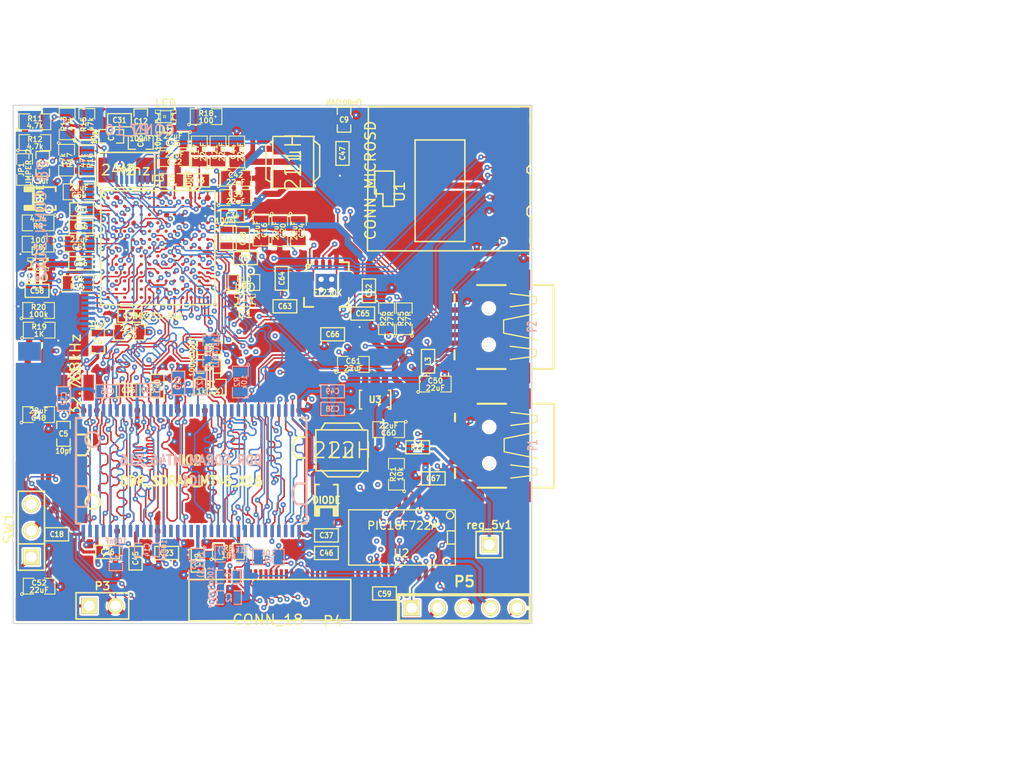
<source format=kicad_pcb>
(kicad_pcb (version 4) (host pcbnew "(2014-09-14 BZR 5135)-product")
  (layers (0 F.Cu signal) (1 Inner4.Cu power) (2 Inner3.Cu signal) (3 Inner2.Cu signal) (4 Inner1.Cu power) (31 B.Cu signal) (34 B.Paste user) (35 F.Paste user) (36 B.SilkS user) (37 F.SilkS user) (38 B.Mask user) (39 F.Mask user) (44 Edge.Cuts user))
  (net 0 "")
  (net 1 +2.5V)
  (net 2 +3.3V)
  (net 3 /Processor/SD_CLOCK)
  (net 4 /Processor/U_RX)
  (net 5 /Processor/U_TX)
  (net 6 3V3PIC)
  (net 7 5VOUT)
  (net 8 5VREG)
  (net 9 DDRA0)
  (net 10 DDRA1)
  (net 11 DDRA10)
  (net 12 DDRA11)
  (net 13 DDRA12)
  (net 14 DDRA2)
  (net 15 DDRA3)
  (net 16 DDRA4)
  (net 17 DDRA5)
  (net 18 DDRA6)
  (net 19 DDRA7)
  (net 20 DDRA8)
  (net 21 DDRA9)
  (net 22 DDR_BA0)
  (net 23 DDR_BA1)
  (net 24 DDR_CAS)
  (net 25 DDR_CE0n)
  (net 26 DDR_CE1n)
  (net 27 DDR_CKE)
  (net 28 DDR_CLK)
  (net 29 DDR_CLKn)
  (net 30 DDR_DO0)
  (net 31 DDR_DO1)
  (net 32 DDR_DO10)
  (net 33 DDR_DO11)
  (net 34 DDR_DO12)
  (net 35 DDR_DO13)
  (net 36 DDR_DO14)
  (net 37 DDR_DO15)
  (net 38 DDR_DO2)
  (net 39 DDR_DO3)
  (net 40 DDR_DO4)
  (net 41 DDR_DO5)
  (net 42 DDR_DO6)
  (net 43 DDR_DO7)
  (net 44 DDR_DO8)
  (net 45 DDR_DO9)
  (net 46 DDR_DQM0)
  (net 47 DDR_DQM1)
  (net 48 DDR_DQS0)
  (net 49 DDR_DQS1)
  (net 50 DDR_RAS)
  (net 51 DDR_WEn)
  (net 52 GND)
  (net 53 KEYBOARD_UART_RX)
  (net 54 KEYBOARD_UART_TX)
  (net 55 N-00000167)
  (net 56 N-00000169)
  (net 57 N-00000177)
  (net 58 N-00000182)
  (net 59 N-00000186)
  (net 60 N-00000187)
  (net 61 N-00000188)
  (net 62 N-00000190)
  (net 63 N-00000192)
  (net 64 N-00000193)
  (net 65 N-00000194)
  (net 66 N-00000195)
  (net 67 N-00000197)
  (net 68 N-00000201)
  (net 69 N-00000205)
  (net 70 N-0000052)
  (net 71 N-0000053)
  (net 72 N-0000062)
  (net 73 N-0000063)
  (net 74 N-0000065)
  (net 75 POWER_5V_IN)
  (net 76 PSWITCH)
  (net 77 VDD4P2)
  (net 78 VDDA)
  (net 79 VDDD)
  (net 80 VDD_BATT)
  (net 81 N-0000058)
  (net 82 N-0000059)
  (net 83 N-0000055)
  (net 84 N-0000054)
  (net 85 N-0000057)
  (net 86 N-0000044)
  (net 87 N-0000045)
  (net 88 N-0000036)
  (net 89 N-0000081)
  (net 90 N-0000085)
  (net 91 N-0000088)
  (net 92 N-0000090)
  (net 93 N-0000083)
  (net 94 N-0000067)
  (net 95 N-0000068)
  (net 96 N-0000071)
  (net 97 N-0000072)
  (net 98 N-0000073)
  (net 99 N-00000112)
  (net 100 N-00000104)
  (net 101 N-00000106)
  (net 102 N-00000107)
  (net 103 N-00000108)
  (net 104 N-00000110)
  (net 105 N-00000103)
  (net 106 N-00000120)
  (net 107 N-00000100)
  (net 108 N-0000092)
  (net 109 N-0000094)
  (net 110 N-0000097)
  (net 111 N-0000098)
  (net 112 N-0000099)
  (net 113 SPI_CMD)
  (net 114 N-00000101)
  (net 115 N-00000102)
  (net 116 N-00000118)
  (net 117 N-00000117)
  (net 118 N-0000096)
  (net 119 SPI_CLK)
  (net 120 N-00000203)
  (net 121 N-00000198)
  (net 122 N-00000199)
  (net 123 N-00000200)
  (net 124 N-00000202)
  (net 125 N-00000204)
  (net 126 N-00000180)
  (net 127 N-00000171)
  (net 128 N-00000113)
  (net 129 LCD_D3)
  (net 130 LCD_D12)
  (net 131 LCD_D10)
  (net 132 LCD_D1)
  (net 133 LCD_D14)
  (net 134 LCD_D6)
  (net 135 LCD_D8)
  (net 136 LCD_D0)
  (net 137 LCD_D4)
  (net 138 LCD_D9)
  (net 139 LCD_RS)
  (net 140 LCD_D2)
  (net 141 LCD_D13)
  (net 142 LCD_D11)
  (net 143 LCD_WR)
  (net 144 N-0000084)
  (net 145 N-0000070)
  (net 146 LCD_CS)
  (net 147 LCD_RD)
  (net 148 N-00000157)
  (net 149 SHARP_PWM)
  (net 150 LCD_RST)
  (net 151 LCD_D7)
  (net 152 LCD_D5)
  (net 153 LCD_D15)
  (net 154 N-00000183)
  (net 155 N-00000210)
  (net 156 N-0000061)
  (net 157 N-0000051)
  (net 158 N-00000160)
  (net 159 N-00000111)
  (net 160 N-00000174)
  (net 161 N-0000041)
  (net 162 N-0000029)
  (net 163 N-000007)
  (net 164 N-0000028)
  (net 165 N-00000116)
  (net 166 N-0000082)
  (net 167 N-0000095)
  (net 168 N-0000091)
  (net 169 N-00000166)
  (net 170 N-0000066)
  (net 171 N-00000191)
  (net 172 N-00000209)
  (net 173 POWER_SWITCH_2)
  (net 174 POWER_SWITCH_1)
  (net 175 N-00000176)
  (net 176 N-00000179)
  (net 177 N-00000207)
  (net 178 N-00000168)
  (net 179 N-00000164)
  (net 180 N-00000126)
  (net 181 N-00000130)
  (net 182 N-00000131)
  (net 183 N-00000137)
  (net 184 N-00000161)
  (net 185 N-0000089)
  (net 186 N-0000093)
  (net 187 N-0000087)
  (net 188 N-00000114)
  (net 189 N-00000119)
  (net 190 N-00000121)
  (net 191 N-00000122)
  (net 192 N-00000123)
  (net 193 N-00000125)
  (net 194 N-00000109)
  (net 195 N-0000064)
  (net 196 N-0000080)
  (net 197 N-00000162)
  (net 198 N-00000124)
  (net 199 N-00000138)
  (net 200 N-00000129)
  (net 201 N-00000206)
  (net 202 N-00000214)
  (net 203 N-00000212)
  (net 204 N-00000196)
  (net 205 N-00000219)
  (net 206 N-00000220)
  (net 207 N-00000221)
  (net 208 N-00000222)
  (net 209 N-00000217)
  (net 210 N-00000216)
  (net 211 N-00000127)
  (net 212 N-00000211)
  (net 213 N-00000213)
  (net 214 N-00000215)
  (net 215 N-00000133)
  (net 216 N-00000128)
  (net 217 N-00000134)
  (net 218 N-00000132)
  (net 219 N-00000135)
  (net 220 N-00000136)
  (module SM0805 (layer F.Cu) (at 49.95 48.6 90)
    (fp_text reference R21 (at 0 -0.3175 90) (layer F.SilkS) (effects (font (size 0.50038 0.50038) (thickness 0.10922))))
    (fp_text value 10k (at 0 0.381 90) (layer F.SilkS) (effects (font (size 0.50038 0.50038) (thickness 0.10922))))
    (pad 1 smd rect (at -0.9525 0 90) (size 0.889 1.397) (layers F.Cu F.Paste F.Mask) (net 172 N-00000209))
    (pad 2 smd rect (at 0.9525 0 90) (size 0.889 1.397) (layers F.Cu F.Paste F.Mask) (net 6 3V3PIC))
  )
  (module TSOP66_JEDEC_DDR_SDRAM (layer F.Cu) (at 30.175 48.275)
    (fp_text reference IC2 (at 0 -1.00076) (layer F.SilkS) (effects (font (size 0.9144 0.8128) (thickness 0.2032))))
    (fp_text value DDR_SDRAM_MT46_X16 (at 0 1.00076) (layer F.SilkS) (effects (font (size 0.9144 0.8128) (thickness 0.2032))))
    (pad 1 smd rect (at -10.40384 5.8166) (size 0.32004 1.1684) (layers F.Cu F.Paste F.Mask) (net 1 +2.5V))
    (pad 66 smd rect (at -10.40384 -5.8166) (size 0.32004 1.1684) (layers F.Cu F.Paste F.Mask) (net 52 GND))
    (pad 2 smd rect (at -9.7536 5.8166) (size 0.32004 1.1684) (layers F.Cu F.Paste F.Mask) (net 30 DDR_DO0))
    (pad 65 smd rect (at -9.7536 -5.8166) (size 0.32004 1.1684) (layers F.Cu F.Paste F.Mask) (net 37 DDR_DO15))
    (pad 3 smd rect (at -9.10336 5.8166) (size 0.32004 1.1684) (layers F.Cu F.Paste F.Mask) (net 1 +2.5V))
    (pad 64 smd rect (at -9.10336 -5.8166) (size 0.32004 1.1684) (layers F.Cu F.Paste F.Mask) (net 52 GND))
    (pad 4 smd rect (at -8.45312 5.8166) (size 0.32004 1.1684) (layers F.Cu F.Paste F.Mask) (net 31 DDR_DO1))
    (pad 63 smd rect (at -8.45312 -5.8166) (size 0.32004 1.1684) (layers F.Cu F.Paste F.Mask) (net 36 DDR_DO14))
    (pad 5 smd rect (at -7.80288 5.8166) (size 0.32004 1.1684) (layers F.Cu F.Paste F.Mask) (net 38 DDR_DO2))
    (pad 62 smd rect (at -7.80288 -5.8166) (size 0.32004 1.1684) (layers F.Cu F.Paste F.Mask) (net 35 DDR_DO13))
    (pad 6 smd rect (at -7.15264 5.8166) (size 0.32004 1.1684) (layers F.Cu F.Paste F.Mask) (net 52 GND))
    (pad 61 smd rect (at -7.15264 -5.8166) (size 0.32004 1.1684) (layers F.Cu F.Paste F.Mask) (net 1 +2.5V))
    (pad 7 smd rect (at -6.5024 5.8166) (size 0.32004 1.1684) (layers F.Cu F.Paste F.Mask) (net 39 DDR_DO3))
    (pad 60 smd rect (at -6.5024 -5.8166) (size 0.32004 1.1684) (layers F.Cu F.Paste F.Mask) (net 34 DDR_DO12))
    (pad 8 smd rect (at -5.85216 5.8166) (size 0.32004 1.1684) (layers F.Cu F.Paste F.Mask) (net 40 DDR_DO4))
    (pad 59 smd rect (at -5.85216 -5.8166) (size 0.32004 1.1684) (layers F.Cu F.Paste F.Mask) (net 33 DDR_DO11))
    (pad 9 smd rect (at -5.20192 5.8166) (size 0.32004 1.1684) (layers F.Cu F.Paste F.Mask) (net 1 +2.5V))
    (pad 58 smd rect (at -5.20192 -5.8166) (size 0.32004 1.1684) (layers F.Cu F.Paste F.Mask) (net 52 GND))
    (pad 10 smd rect (at -4.55168 5.8166) (size 0.32004 1.1684) (layers F.Cu F.Paste F.Mask) (net 41 DDR_DO5))
    (pad 57 smd rect (at -4.55168 -5.8166) (size 0.32004 1.1684) (layers F.Cu F.Paste F.Mask) (net 32 DDR_DO10))
    (pad 11 smd rect (at -3.90144 5.8166) (size 0.32004 1.1684) (layers F.Cu F.Paste F.Mask) (net 42 DDR_DO6))
    (pad 56 smd rect (at -3.90144 -5.8166) (size 0.32004 1.1684) (layers F.Cu F.Paste F.Mask) (net 45 DDR_DO9))
    (pad 12 smd rect (at -3.2512 5.8166) (size 0.32004 1.1684) (layers F.Cu F.Paste F.Mask) (net 52 GND))
    (pad 55 smd rect (at -3.2512 -5.8166) (size 0.32004 1.1684) (layers F.Cu F.Paste F.Mask) (net 1 +2.5V))
    (pad 13 smd rect (at -2.60096 5.8166) (size 0.32004 1.1684) (layers F.Cu F.Paste F.Mask) (net 43 DDR_DO7))
    (pad 54 smd rect (at -2.60096 -5.8166) (size 0.32004 1.1684) (layers F.Cu F.Paste F.Mask) (net 44 DDR_DO8))
    (pad 14 smd rect (at -1.95072 5.8166) (size 0.32004 1.1684) (layers F.Cu F.Paste F.Mask) (net 161 N-0000041))
    (pad 53 smd rect (at -1.95072 -5.8166) (size 0.32004 1.1684) (layers F.Cu F.Paste F.Mask) (net 87 N-0000045))
    (pad 15 smd rect (at -1.30048 5.8166) (size 0.32004 1.1684) (layers F.Cu F.Paste F.Mask) (net 1 +2.5V))
    (pad 52 smd rect (at -1.30048 -5.8166) (size 0.32004 1.1684) (layers F.Cu F.Paste F.Mask) (net 52 GND))
    (pad 16 smd rect (at -0.65024 5.8166) (size 0.32004 1.1684) (layers F.Cu F.Paste F.Mask) (net 48 DDR_DQS0))
    (pad 51 smd rect (at -0.65024 -5.8166) (size 0.32004 1.1684) (layers F.Cu F.Paste F.Mask) (net 49 DDR_DQS1))
    (pad 17 smd rect (at 0 5.8166) (size 0.32004 1.1684) (layers F.Cu F.Paste F.Mask) (net 88 N-0000036))
    (pad 50 smd rect (at 0 -5.8166) (size 0.32004 1.1684) (layers F.Cu F.Paste F.Mask) (net 162 N-0000029))
    (pad 18 smd rect (at 0.65024 5.8166) (size 0.32004 1.1684) (layers F.Cu F.Paste F.Mask) (net 1 +2.5V))
    (pad 49 smd rect (at 0.65024 -5.8166) (size 0.32004 1.1684) (layers F.Cu F.Paste F.Mask) (net 157 N-0000051))
    (pad 19 smd rect (at 1.30048 5.8166) (size 0.32004 1.1684) (layers F.Cu F.Paste F.Mask) (net 163 N-000007))
    (pad 48 smd rect (at 1.30048 -5.8166) (size 0.32004 1.1684) (layers F.Cu F.Paste F.Mask) (net 52 GND))
    (pad 20 smd rect (at 1.95072 5.8166) (size 0.32004 1.1684) (layers F.Cu F.Paste F.Mask) (net 46 DDR_DQM0))
    (pad 47 smd rect (at 1.95072 -5.8166) (size 0.32004 1.1684) (layers F.Cu F.Paste F.Mask) (net 47 DDR_DQM1))
    (pad 21 smd rect (at 2.60096 5.8166) (size 0.32004 1.1684) (layers F.Cu F.Paste F.Mask) (net 51 DDR_WEn))
    (pad 46 smd rect (at 2.60096 -5.8166) (size 0.32004 1.1684) (layers F.Cu F.Paste F.Mask) (net 29 DDR_CLKn))
    (pad 22 smd rect (at 3.2512 5.8166) (size 0.32004 1.1684) (layers F.Cu F.Paste F.Mask) (net 24 DDR_CAS))
    (pad 45 smd rect (at 3.2512 -5.8166) (size 0.32004 1.1684) (layers F.Cu F.Paste F.Mask) (net 28 DDR_CLK))
    (pad 23 smd rect (at 3.90144 5.8166) (size 0.32004 1.1684) (layers F.Cu F.Paste F.Mask) (net 50 DDR_RAS))
    (pad 44 smd rect (at 3.90144 -5.8166) (size 0.32004 1.1684) (layers F.Cu F.Paste F.Mask) (net 27 DDR_CKE))
    (pad 24 smd rect (at 4.55168 5.8166) (size 0.32004 1.1684) (layers F.Cu F.Paste F.Mask) (net 25 DDR_CE0n))
    (pad 43 smd rect (at 4.55168 -5.8166) (size 0.32004 1.1684) (layers F.Cu F.Paste F.Mask) (net 164 N-0000028))
    (pad 25 smd rect (at 5.20192 5.8166) (size 0.32004 1.1684) (layers F.Cu F.Paste F.Mask) (net 86 N-0000044))
    (pad 42 smd rect (at 5.20192 -5.8166) (size 0.32004 1.1684) (layers F.Cu F.Paste F.Mask) (net 13 DDRA12))
    (pad 26 smd rect (at 5.85216 5.8166) (size 0.32004 1.1684) (layers F.Cu F.Paste F.Mask) (net 22 DDR_BA0))
    (pad 41 smd rect (at 5.85216 -5.8166) (size 0.32004 1.1684) (layers F.Cu F.Paste F.Mask) (net 12 DDRA11))
    (pad 27 smd rect (at 6.5024 5.8166) (size 0.32004 1.1684) (layers F.Cu F.Paste F.Mask) (net 23 DDR_BA1))
    (pad 40 smd rect (at 6.5024 -5.8166) (size 0.32004 1.1684) (layers F.Cu F.Paste F.Mask) (net 21 DDRA9))
    (pad 28 smd rect (at 7.15264 5.8166) (size 0.32004 1.1684) (layers F.Cu F.Paste F.Mask) (net 11 DDRA10))
    (pad 39 smd rect (at 7.15264 -5.8166) (size 0.32004 1.1684) (layers F.Cu F.Paste F.Mask) (net 20 DDRA8))
    (pad 29 smd rect (at 7.80288 5.8166) (size 0.32004 1.1684) (layers F.Cu F.Paste F.Mask) (net 9 DDRA0))
    (pad 38 smd rect (at 7.80288 -5.8166) (size 0.32004 1.1684) (layers F.Cu F.Paste F.Mask) (net 19 DDRA7))
    (pad 30 smd rect (at 8.45312 5.8166) (size 0.32004 1.1684) (layers F.Cu F.Paste F.Mask) (net 10 DDRA1))
    (pad 37 smd rect (at 8.45312 -5.8166) (size 0.32004 1.1684) (layers F.Cu F.Paste F.Mask) (net 18 DDRA6))
    (pad 31 smd rect (at 9.10336 5.8166) (size 0.32004 1.1684) (layers F.Cu F.Paste F.Mask) (net 14 DDRA2))
    (pad 36 smd rect (at 9.10336 -5.8166) (size 0.32004 1.1684) (layers F.Cu F.Paste F.Mask) (net 17 DDRA5))
    (pad 32 smd rect (at 9.7536 5.8166) (size 0.32004 1.1684) (layers F.Cu F.Paste F.Mask) (net 15 DDRA3))
    (pad 35 smd rect (at 9.7536 -5.8166) (size 0.32004 1.1684) (layers F.Cu F.Paste F.Mask) (net 16 DDRA4))
    (pad 33 smd rect (at 10.40384 5.8166) (size 0.32004 1.1684) (layers F.Cu F.Paste F.Mask) (net 1 +2.5V))
    (pad 34 smd rect (at 10.40384 -5.8166) (size 0.32004 1.1684) (layers F.Cu F.Paste F.Mask) (net 52 GND))
  )
  (module TSOP66_JEDEC_DDR_SDRAM (layer B.Cu) (at 30.15 48.25)
    (fp_text reference IC1 (at 0 1.00076) (layer B.SilkS) (effects (font (size 0.9144 0.8128) (thickness 0.2032)) (justify mirror)))
    (fp_text value DDR_SDRAM_MT46_X16 (at 0 -1.00076) (layer B.SilkS) (effects (font (size 0.9144 0.8128) (thickness 0.2032)) (justify mirror)))
    (pad 1 smd rect (at -10.40384 -5.8166) (size 0.32004 1.1684) (layers B.Cu B.Paste B.Mask) (net 1 +2.5V))
    (pad 66 smd rect (at -10.40384 5.8166) (size 0.32004 1.1684) (layers B.Cu B.Paste B.Mask) (net 52 GND))
    (pad 2 smd rect (at -9.7536 -5.8166) (size 0.32004 1.1684) (layers B.Cu B.Paste B.Mask) (net 30 DDR_DO0))
    (pad 65 smd rect (at -9.7536 5.8166) (size 0.32004 1.1684) (layers B.Cu B.Paste B.Mask) (net 37 DDR_DO15))
    (pad 3 smd rect (at -9.10336 -5.8166) (size 0.32004 1.1684) (layers B.Cu B.Paste B.Mask) (net 1 +2.5V))
    (pad 64 smd rect (at -9.10336 5.8166) (size 0.32004 1.1684) (layers B.Cu B.Paste B.Mask) (net 52 GND))
    (pad 4 smd rect (at -8.45312 -5.8166) (size 0.32004 1.1684) (layers B.Cu B.Paste B.Mask) (net 31 DDR_DO1))
    (pad 63 smd rect (at -8.45312 5.8166) (size 0.32004 1.1684) (layers B.Cu B.Paste B.Mask) (net 36 DDR_DO14))
    (pad 5 smd rect (at -7.80288 -5.8166) (size 0.32004 1.1684) (layers B.Cu B.Paste B.Mask) (net 38 DDR_DO2))
    (pad 62 smd rect (at -7.80288 5.8166) (size 0.32004 1.1684) (layers B.Cu B.Paste B.Mask) (net 35 DDR_DO13))
    (pad 6 smd rect (at -7.15264 -5.8166) (size 0.32004 1.1684) (layers B.Cu B.Paste B.Mask) (net 52 GND))
    (pad 61 smd rect (at -7.15264 5.8166) (size 0.32004 1.1684) (layers B.Cu B.Paste B.Mask) (net 1 +2.5V))
    (pad 7 smd rect (at -6.5024 -5.8166) (size 0.32004 1.1684) (layers B.Cu B.Paste B.Mask) (net 39 DDR_DO3))
    (pad 60 smd rect (at -6.5024 5.8166) (size 0.32004 1.1684) (layers B.Cu B.Paste B.Mask) (net 34 DDR_DO12))
    (pad 8 smd rect (at -5.85216 -5.8166) (size 0.32004 1.1684) (layers B.Cu B.Paste B.Mask) (net 40 DDR_DO4))
    (pad 59 smd rect (at -5.85216 5.8166) (size 0.32004 1.1684) (layers B.Cu B.Paste B.Mask) (net 33 DDR_DO11))
    (pad 9 smd rect (at -5.20192 -5.8166) (size 0.32004 1.1684) (layers B.Cu B.Paste B.Mask) (net 1 +2.5V))
    (pad 58 smd rect (at -5.20192 5.8166) (size 0.32004 1.1684) (layers B.Cu B.Paste B.Mask) (net 52 GND))
    (pad 10 smd rect (at -4.55168 -5.8166) (size 0.32004 1.1684) (layers B.Cu B.Paste B.Mask) (net 41 DDR_DO5))
    (pad 57 smd rect (at -4.55168 5.8166) (size 0.32004 1.1684) (layers B.Cu B.Paste B.Mask) (net 32 DDR_DO10))
    (pad 11 smd rect (at -3.90144 -5.8166) (size 0.32004 1.1684) (layers B.Cu B.Paste B.Mask) (net 42 DDR_DO6))
    (pad 56 smd rect (at -3.90144 5.8166) (size 0.32004 1.1684) (layers B.Cu B.Paste B.Mask) (net 45 DDR_DO9))
    (pad 12 smd rect (at -3.2512 -5.8166) (size 0.32004 1.1684) (layers B.Cu B.Paste B.Mask) (net 52 GND))
    (pad 55 smd rect (at -3.2512 5.8166) (size 0.32004 1.1684) (layers B.Cu B.Paste B.Mask) (net 1 +2.5V))
    (pad 13 smd rect (at -2.60096 -5.8166) (size 0.32004 1.1684) (layers B.Cu B.Paste B.Mask) (net 43 DDR_DO7))
    (pad 54 smd rect (at -2.60096 5.8166) (size 0.32004 1.1684) (layers B.Cu B.Paste B.Mask) (net 44 DDR_DO8))
    (pad 14 smd rect (at -1.95072 -5.8166) (size 0.32004 1.1684) (layers B.Cu B.Paste B.Mask) (net 85 N-0000057))
    (pad 53 smd rect (at -1.95072 5.8166) (size 0.32004 1.1684) (layers B.Cu B.Paste B.Mask) (net 81 N-0000058))
    (pad 15 smd rect (at -1.30048 -5.8166) (size 0.32004 1.1684) (layers B.Cu B.Paste B.Mask) (net 1 +2.5V))
    (pad 52 smd rect (at -1.30048 5.8166) (size 0.32004 1.1684) (layers B.Cu B.Paste B.Mask) (net 52 GND))
    (pad 16 smd rect (at -0.65024 -5.8166) (size 0.32004 1.1684) (layers B.Cu B.Paste B.Mask) (net 48 DDR_DQS0))
    (pad 51 smd rect (at -0.65024 5.8166) (size 0.32004 1.1684) (layers B.Cu B.Paste B.Mask) (net 49 DDR_DQS1))
    (pad 17 smd rect (at 0 -5.8166) (size 0.32004 1.1684) (layers B.Cu B.Paste B.Mask) (net 83 N-0000055))
    (pad 50 smd rect (at 0 5.8166) (size 0.32004 1.1684) (layers B.Cu B.Paste B.Mask) (net 71 N-0000053))
    (pad 18 smd rect (at 0.65024 -5.8166) (size 0.32004 1.1684) (layers B.Cu B.Paste B.Mask) (net 1 +2.5V))
    (pad 49 smd rect (at 0.65024 5.8166) (size 0.32004 1.1684) (layers B.Cu B.Paste B.Mask) (net 156 N-0000061))
    (pad 19 smd rect (at 1.30048 -5.8166) (size 0.32004 1.1684) (layers B.Cu B.Paste B.Mask) (net 70 N-0000052))
    (pad 48 smd rect (at 1.30048 5.8166) (size 0.32004 1.1684) (layers B.Cu B.Paste B.Mask) (net 52 GND))
    (pad 20 smd rect (at 1.95072 -5.8166) (size 0.32004 1.1684) (layers B.Cu B.Paste B.Mask) (net 46 DDR_DQM0))
    (pad 47 smd rect (at 1.95072 5.8166) (size 0.32004 1.1684) (layers B.Cu B.Paste B.Mask) (net 47 DDR_DQM1))
    (pad 21 smd rect (at 2.60096 -5.8166) (size 0.32004 1.1684) (layers B.Cu B.Paste B.Mask) (net 51 DDR_WEn))
    (pad 46 smd rect (at 2.60096 5.8166) (size 0.32004 1.1684) (layers B.Cu B.Paste B.Mask) (net 29 DDR_CLKn))
    (pad 22 smd rect (at 3.2512 -5.8166) (size 0.32004 1.1684) (layers B.Cu B.Paste B.Mask) (net 24 DDR_CAS))
    (pad 45 smd rect (at 3.2512 5.8166) (size 0.32004 1.1684) (layers B.Cu B.Paste B.Mask) (net 28 DDR_CLK))
    (pad 23 smd rect (at 3.90144 -5.8166) (size 0.32004 1.1684) (layers B.Cu B.Paste B.Mask) (net 50 DDR_RAS))
    (pad 44 smd rect (at 3.90144 5.8166) (size 0.32004 1.1684) (layers B.Cu B.Paste B.Mask) (net 27 DDR_CKE))
    (pad 24 smd rect (at 4.55168 -5.8166) (size 0.32004 1.1684) (layers B.Cu B.Paste B.Mask) (net 26 DDR_CE1n))
    (pad 43 smd rect (at 4.55168 5.8166) (size 0.32004 1.1684) (layers B.Cu B.Paste B.Mask) (net 82 N-0000059))
    (pad 25 smd rect (at 5.20192 -5.8166) (size 0.32004 1.1684) (layers B.Cu B.Paste B.Mask) (net 84 N-0000054))
    (pad 42 smd rect (at 5.20192 5.8166) (size 0.32004 1.1684) (layers B.Cu B.Paste B.Mask) (net 13 DDRA12))
    (pad 26 smd rect (at 5.85216 -5.8166) (size 0.32004 1.1684) (layers B.Cu B.Paste B.Mask) (net 22 DDR_BA0))
    (pad 41 smd rect (at 5.85216 5.8166) (size 0.32004 1.1684) (layers B.Cu B.Paste B.Mask) (net 12 DDRA11))
    (pad 27 smd rect (at 6.5024 -5.8166) (size 0.32004 1.1684) (layers B.Cu B.Paste B.Mask) (net 23 DDR_BA1))
    (pad 40 smd rect (at 6.5024 5.8166) (size 0.32004 1.1684) (layers B.Cu B.Paste B.Mask) (net 21 DDRA9))
    (pad 28 smd rect (at 7.15264 -5.8166) (size 0.32004 1.1684) (layers B.Cu B.Paste B.Mask) (net 11 DDRA10))
    (pad 39 smd rect (at 7.15264 5.8166) (size 0.32004 1.1684) (layers B.Cu B.Paste B.Mask) (net 20 DDRA8))
    (pad 29 smd rect (at 7.80288 -5.8166) (size 0.32004 1.1684) (layers B.Cu B.Paste B.Mask) (net 9 DDRA0))
    (pad 38 smd rect (at 7.80288 5.8166) (size 0.32004 1.1684) (layers B.Cu B.Paste B.Mask) (net 19 DDRA7))
    (pad 30 smd rect (at 8.45312 -5.8166) (size 0.32004 1.1684) (layers B.Cu B.Paste B.Mask) (net 10 DDRA1))
    (pad 37 smd rect (at 8.45312 5.8166) (size 0.32004 1.1684) (layers B.Cu B.Paste B.Mask) (net 18 DDRA6))
    (pad 31 smd rect (at 9.10336 -5.8166) (size 0.32004 1.1684) (layers B.Cu B.Paste B.Mask) (net 14 DDRA2))
    (pad 36 smd rect (at 9.10336 5.8166) (size 0.32004 1.1684) (layers B.Cu B.Paste B.Mask) (net 17 DDRA5))
    (pad 32 smd rect (at 9.7536 -5.8166) (size 0.32004 1.1684) (layers B.Cu B.Paste B.Mask) (net 15 DDRA3))
    (pad 35 smd rect (at 9.7536 5.8166) (size 0.32004 1.1684) (layers B.Cu B.Paste B.Mask) (net 16 DDRA4))
    (pad 33 smd rect (at 10.40384 -5.8166) (size 0.32004 1.1684) (layers B.Cu B.Paste B.Mask) (net 1 +2.5V))
    (pad 34 smd rect (at 10.40384 5.8166) (size 0.32004 1.1684) (layers B.Cu B.Paste B.Mask) (net 52 GND))
  )
  (module SM0805 (layer F.Cu) (at 15.1 14.6)
    (fp_text reference R11 (at 0 -0.3175) (layer F.SilkS) (effects (font (size 0.50038 0.50038) (thickness 0.10922))))
    (fp_text value 4.7k (at 0 0.381) (layer F.SilkS) (effects (font (size 0.50038 0.50038) (thickness 0.10922))))
    (pad 1 smd rect (at -0.9525 0) (size 0.889 1.397) (layers F.Cu F.Paste F.Mask) (net 199 N-00000138))
    (pad 2 smd rect (at 0.9525 0) (size 0.889 1.397) (layers F.Cu F.Paste F.Mask) (net 136 LCD_D0))
  )
  (module SM0805 (layer F.Cu) (at 36.9 25.05 270)
    (fp_text reference C16 (at 0 -0.3175 270) (layer F.SilkS) (effects (font (size 0.50038 0.50038) (thickness 0.10922))))
    (fp_text value 22uF (at 0 0.381 270) (layer F.SilkS) (effects (font (size 0.50038 0.50038) (thickness 0.10922))))
    (pad 1 smd rect (at -0.9525 0 270) (size 0.889 1.397) (layers F.Cu F.Paste F.Mask) (net 79 VDDD))
    (pad 2 smd rect (at 0.9525 0 270) (size 0.889 1.397) (layers F.Cu F.Paste F.Mask) (net 52 GND))
  )
  (module SM0805 (layer F.Cu) (at 32.75 17.5 90)
    (fp_text reference C21 (at 0 -0.3175 90) (layer F.SilkS) (effects (font (size 0.50038 0.50038) (thickness 0.10922))))
    (fp_text value 22uF (at 0 0.381 90) (layer F.SilkS) (effects (font (size 0.50038 0.50038) (thickness 0.10922))))
    (pad 1 smd rect (at -0.9525 0 90) (size 0.889 1.397) (layers F.Cu F.Paste F.Mask) (net 78 VDDA))
    (pad 2 smd rect (at 0.9525 0 90) (size 0.889 1.397) (layers F.Cu F.Paste F.Mask) (net 52 GND))
  )
  (module SM0805 (layer F.Cu) (at 30.95 17.5 90)
    (fp_text reference C17 (at 0 -0.3175 90) (layer F.SilkS) (effects (font (size 0.50038 0.50038) (thickness 0.10922))))
    (fp_text value 22uF (at 0 0.381 90) (layer F.SilkS) (effects (font (size 0.50038 0.50038) (thickness 0.10922))))
    (pad 1 smd rect (at -0.9525 0 90) (size 0.889 1.397) (layers F.Cu F.Paste F.Mask) (net 78 VDDA))
    (pad 2 smd rect (at 0.9525 0 90) (size 0.889 1.397) (layers F.Cu F.Paste F.Mask) (net 52 GND))
  )
  (module SM0805 (layer F.Cu) (at 19.4 26.35 180)
    (fp_text reference C51 (at 0 -0.3175 180) (layer F.SilkS) (effects (font (size 0.50038 0.50038) (thickness 0.10922))))
    (fp_text value 22uF (at 0 0.381 180) (layer F.SilkS) (effects (font (size 0.50038 0.50038) (thickness 0.10922))))
    (pad 1 smd rect (at -0.9525 0 180) (size 0.889 1.397) (layers F.Cu F.Paste F.Mask) (net 2 +3.3V))
    (pad 2 smd rect (at 0.9525 0 180) (size 0.889 1.397) (layers F.Cu F.Paste F.Mask) (net 52 GND))
  )
  (module SM0805 (layer F.Cu) (at 15.4 26.4 180)
    (fp_text reference R8 (at 0 -0.3175 180) (layer F.SilkS) (effects (font (size 0.50038 0.50038) (thickness 0.10922))))
    (fp_text value 100 (at 0 0.381 180) (layer F.SilkS) (effects (font (size 0.50038 0.50038) (thickness 0.10922))))
    (pad 1 smd rect (at -0.9525 0 180) (size 0.889 1.397) (layers F.Cu F.Paste F.Mask) (net 5 /Processor/U_TX))
    (pad 2 smd rect (at 0.9525 0 180) (size 0.889 1.397) (layers F.Cu F.Paste F.Mask) (net 127 N-00000171))
  )
  (module SM0805 (layer F.Cu) (at 40.5 25.1 270)
    (fp_text reference C24 (at 0 -0.3175 270) (layer F.SilkS) (effects (font (size 0.50038 0.50038) (thickness 0.10922))))
    (fp_text value 22uF (at 0 0.381 270) (layer F.SilkS) (effects (font (size 0.50038 0.50038) (thickness 0.10922))))
    (pad 1 smd rect (at -0.9525 0 270) (size 0.889 1.397) (layers F.Cu F.Paste F.Mask) (net 79 VDDD))
    (pad 2 smd rect (at 0.9525 0 270) (size 0.889 1.397) (layers F.Cu F.Paste F.Mask) (net 52 GND))
  )
  (module SM0805 (layer F.Cu) (at 15.4 24.35 180)
    (fp_text reference R9 (at 0 -0.3175 180) (layer F.SilkS) (effects (font (size 0.50038 0.50038) (thickness 0.10922))))
    (fp_text value 4.7k (at 0 0.381 180) (layer F.SilkS) (effects (font (size 0.50038 0.50038) (thickness 0.10922))))
    (pad 1 smd rect (at -0.9525 0 180) (size 0.889 1.397) (layers F.Cu F.Paste F.Mask) (net 4 /Processor/U_RX))
    (pad 2 smd rect (at 0.9525 0 180) (size 0.889 1.397) (layers F.Cu F.Paste F.Mask) (net 2 +3.3V))
  )
  (module SM0805 (layer F.Cu) (at 19.2 30.2 180)
    (fp_text reference R14 (at 0 -0.3175 180) (layer F.SilkS) (effects (font (size 0.50038 0.50038) (thickness 0.10922))))
    (fp_text value 47k (at 0 0.381 180) (layer F.SilkS) (effects (font (size 0.50038 0.50038) (thickness 0.10922))))
    (pad 1 smd rect (at -0.9525 0 180) (size 0.889 1.397) (layers F.Cu F.Paste F.Mask) (net 139 LCD_RS))
    (pad 2 smd rect (at 0.9525 0 180) (size 0.889 1.397) (layers F.Cu F.Paste F.Mask) (net 2 +3.3V))
  )
  (module SM0805 (layer F.Cu) (at 34.55 17.5 90)
    (fp_text reference C44 (at 0 -0.3175 90) (layer F.SilkS) (effects (font (size 0.50038 0.50038) (thickness 0.10922))))
    (fp_text value 22uF (at 0 0.381 90) (layer F.SilkS) (effects (font (size 0.50038 0.50038) (thickness 0.10922))))
    (pad 1 smd rect (at -0.9525 0 90) (size 0.889 1.397) (layers F.Cu F.Paste F.Mask) (net 2 +3.3V))
    (pad 2 smd rect (at 0.9525 0 90) (size 0.889 1.397) (layers F.Cu F.Paste F.Mask) (net 52 GND))
  )
  (module SM0805 (layer F.Cu) (at 35.25 30.1)
    (fp_text reference R10 (at 0 -0.3175) (layer F.SilkS) (effects (font (size 0.50038 0.50038) (thickness 0.10922))))
    (fp_text value 100 (at 0 0.381) (layer F.SilkS) (effects (font (size 0.50038 0.50038) (thickness 0.10922))))
    (pad 1 smd rect (at -0.9525 0) (size 0.889 1.397) (layers F.Cu F.Paste F.Mask) (net 73 N-0000063))
    (pad 2 smd rect (at 0.9525 0) (size 0.889 1.397) (layers F.Cu F.Paste F.Mask) (net 154 N-00000183))
  )
  (module SM0805 (layer F.Cu) (at 15.1 16.6)
    (fp_text reference R12 (at 0 -0.3175) (layer F.SilkS) (effects (font (size 0.50038 0.50038) (thickness 0.10922))))
    (fp_text value 4.7k (at 0 0.381) (layer F.SilkS) (effects (font (size 0.50038 0.50038) (thickness 0.10922))))
    (pad 1 smd rect (at -0.9525 0) (size 0.889 1.397) (layers F.Cu F.Paste F.Mask) (net 199 N-00000138))
    (pad 2 smd rect (at 0.9525 0) (size 0.889 1.397) (layers F.Cu F.Paste F.Mask) (net 129 LCD_D3))
  )
  (module SM0805 (layer F.Cu) (at 18.2 14.8 90)
    (fp_text reference R13 (at 0 -0.3175 90) (layer F.SilkS) (effects (font (size 0.50038 0.50038) (thickness 0.10922))))
    (fp_text value 47k (at 0 0.381 90) (layer F.SilkS) (effects (font (size 0.50038 0.50038) (thickness 0.10922))))
    (pad 1 smd rect (at -0.9525 0 90) (size 0.889 1.397) (layers F.Cu F.Paste F.Mask) (net 136 LCD_D0))
    (pad 2 smd rect (at 0.9525 0 90) (size 0.889 1.397) (layers F.Cu F.Paste F.Mask) (net 52 GND))
  )
  (module SM0805 (layer F.Cu) (at 20.1 14.85 90)
    (fp_text reference R15 (at 0 -0.3175 90) (layer F.SilkS) (effects (font (size 0.50038 0.50038) (thickness 0.10922))))
    (fp_text value 47k (at 0 0.381 90) (layer F.SilkS) (effects (font (size 0.50038 0.50038) (thickness 0.10922))))
    (pad 1 smd rect (at -0.9525 0 90) (size 0.889 1.397) (layers F.Cu F.Paste F.Mask) (net 132 LCD_D1))
    (pad 2 smd rect (at 0.9525 0 90) (size 0.889 1.397) (layers F.Cu F.Paste F.Mask) (net 52 GND))
  )
  (module SM0805 (layer F.Cu) (at 20.1 18.35 270)
    (fp_text reference R16 (at 0 -0.3175 270) (layer F.SilkS) (effects (font (size 0.50038 0.50038) (thickness 0.10922))))
    (fp_text value 47k (at 0 0.381 270) (layer F.SilkS) (effects (font (size 0.50038 0.50038) (thickness 0.10922))))
    (pad 1 smd rect (at -0.9525 0 270) (size 0.889 1.397) (layers F.Cu F.Paste F.Mask) (net 140 LCD_D2))
    (pad 2 smd rect (at 0.9525 0 270) (size 0.889 1.397) (layers F.Cu F.Paste F.Mask) (net 52 GND))
  )
  (module SM0805 (layer F.Cu) (at 18.15 18.3 270)
    (fp_text reference R17 (at 0 -0.3175 270) (layer F.SilkS) (effects (font (size 0.50038 0.50038) (thickness 0.10922))))
    (fp_text value 47k (at 0 0.381 270) (layer F.SilkS) (effects (font (size 0.50038 0.50038) (thickness 0.10922))))
    (pad 1 smd rect (at -0.9525 0 270) (size 0.889 1.397) (layers F.Cu F.Paste F.Mask) (net 129 LCD_D3))
    (pad 2 smd rect (at 0.9525 0 270) (size 0.889 1.397) (layers F.Cu F.Paste F.Mask) (net 52 GND))
  )
  (module SM0805 (layer F.Cu) (at 31.6 14.1)
    (fp_text reference R18 (at 0 -0.3175) (layer F.SilkS) (effects (font (size 0.50038 0.50038) (thickness 0.10922))))
    (fp_text value 100 (at 0 0.381) (layer F.SilkS) (effects (font (size 0.50038 0.50038) (thickness 0.10922))))
    (pad 1 smd rect (at -0.9525 0) (size 0.889 1.397) (layers F.Cu F.Paste F.Mask) (net 62 N-00000190))
    (pad 2 smd rect (at 0.9525 0) (size 0.889 1.397) (layers F.Cu F.Paste F.Mask) (net 2 +3.3V))
  )
  (module SM0805 (layer F.Cu) (at 15.45 32.8)
    (fp_text reference R20 (at 0 -0.3175) (layer F.SilkS) (effects (font (size 0.50038 0.50038) (thickness 0.10922))))
    (fp_text value 100k (at 0 0.381) (layer F.SilkS) (effects (font (size 0.50038 0.50038) (thickness 0.10922))))
    (pad 1 smd rect (at -0.9525 0) (size 0.889 1.397) (layers F.Cu F.Paste F.Mask) (net 174 POWER_SWITCH_1))
    (pad 2 smd rect (at 0.9525 0) (size 0.889 1.397) (layers F.Cu F.Paste F.Mask) (net 52 GND))
  )
  (module SM0805 (layer F.Cu) (at 15.5 34.7)
    (fp_text reference R19 (at 0 -0.3175) (layer F.SilkS) (effects (font (size 0.50038 0.50038) (thickness 0.10922))))
    (fp_text value 1K (at 0 0.381) (layer F.SilkS) (effects (font (size 0.50038 0.50038) (thickness 0.10922))))
    (pad 1 smd rect (at -0.9525 0) (size 0.889 1.397) (layers F.Cu F.Paste F.Mask) (net 174 POWER_SWITCH_1))
    (pad 2 smd rect (at 0.9525 0) (size 0.889 1.397) (layers F.Cu F.Paste F.Mask) (net 76 PSWITCH))
  )
  (module SM0805 (layer F.Cu) (at 19.35 21.35 180)
    (fp_text reference C54 (at 0 -0.3175 180) (layer F.SilkS) (effects (font (size 0.50038 0.50038) (thickness 0.10922))))
    (fp_text value 22uF (at 0 0.381 180) (layer F.SilkS) (effects (font (size 0.50038 0.50038) (thickness 0.10922))))
    (pad 1 smd rect (at -0.9525 0 180) (size 0.889 1.397) (layers F.Cu F.Paste F.Mask) (net 80 VDD_BATT))
    (pad 2 smd rect (at 0.9525 0 180) (size 0.889 1.397) (layers F.Cu F.Paste F.Mask) (net 52 GND))
  )
  (module SM0805 (layer B.Cu) (at 34 56.3)
    (fp_text reference R4 (at 0 0.3175) (layer B.SilkS) (effects (font (size 0.50038 0.50038) (thickness 0.10922)) (justify mirror)))
    (fp_text value "1k(1%)" (at 0 -0.381) (layer B.SilkS) (effects (font (size 0.50038 0.50038) (thickness 0.10922)) (justify mirror)))
    (pad 1 smd rect (at -0.9525 0) (size 0.889 1.397) (layers B.Cu B.Paste B.Mask) (net 156 N-0000061))
    (pad 2 smd rect (at 0.9525 0) (size 0.889 1.397) (layers B.Cu B.Paste B.Mask) (net 1 +2.5V))
  )
  (module SM0805 (layer B.Cu) (at 30.7 57.3 270)
    (fp_text reference R3 (at 0 0.3175 270) (layer B.SilkS) (effects (font (size 0.50038 0.50038) (thickness 0.10922)) (justify mirror)))
    (fp_text value "1k(1%)" (at 0 -0.381 270) (layer B.SilkS) (effects (font (size 0.50038 0.50038) (thickness 0.10922)) (justify mirror)))
    (pad 1 smd rect (at -0.9525 0 270) (size 0.889 1.397) (layers B.Cu B.Paste B.Mask) (net 156 N-0000061))
    (pad 2 smd rect (at 0.9525 0 270) (size 0.889 1.397) (layers B.Cu B.Paste B.Mask) (net 52 GND))
  )
  (module SM0805 (layer B.Cu) (at 34.9 39.7 270)
    (fp_text reference R2 (at 0 0.3175 270) (layer B.SilkS) (effects (font (size 0.50038 0.50038) (thickness 0.10922)) (justify mirror)))
    (fp_text value 10k (at 0 -0.381 270) (layer B.SilkS) (effects (font (size 0.50038 0.50038) (thickness 0.10922)) (justify mirror)))
    (pad 1 smd rect (at -0.9525 0 270) (size 0.889 1.397) (layers B.Cu B.Paste B.Mask) (net 1 +2.5V))
    (pad 2 smd rect (at 0.9525 0 270) (size 0.889 1.397) (layers B.Cu B.Paste B.Mask) (net 26 DDR_CE1n))
  )
  (module SM0805 (layer B.Cu) (at 37.6 56.6)
    (fp_text reference R1 (at 0 0.3175) (layer B.SilkS) (effects (font (size 0.50038 0.50038) (thickness 0.10922)) (justify mirror)))
    (fp_text value 10k (at 0 -0.381) (layer B.SilkS) (effects (font (size 0.50038 0.50038) (thickness 0.10922)) (justify mirror)))
    (pad 1 smd rect (at -0.9525 0) (size 0.889 1.397) (layers B.Cu B.Paste B.Mask) (net 27 DDR_CKE))
    (pad 2 smd rect (at 0.9525 0) (size 0.889 1.397) (layers B.Cu B.Paste B.Mask) (net 52 GND))
  )
  (module SM0805 (layer F.Cu) (at 32 40.2)
    (fp_text reference R7 (at 0 -0.3175) (layer F.SilkS) (effects (font (size 0.50038 0.50038) (thickness 0.10922))))
    (fp_text value "1k(1%)" (at 0 0.381) (layer F.SilkS) (effects (font (size 0.50038 0.50038) (thickness 0.10922))))
    (pad 1 smd rect (at -0.9525 0) (size 0.889 1.397) (layers F.Cu F.Paste F.Mask) (net 157 N-0000051))
    (pad 2 smd rect (at 0.9525 0) (size 0.889 1.397) (layers F.Cu F.Paste F.Mask) (net 1 +2.5V))
  )
  (module SM0805 (layer F.Cu) (at 24.2 34.9 180)
    (fp_text reference C53 (at 0 -0.3175 180) (layer F.SilkS) (effects (font (size 0.50038 0.50038) (thickness 0.10922))))
    (fp_text value 22uF (at 0 0.381 180) (layer F.SilkS) (effects (font (size 0.50038 0.50038) (thickness 0.10922))))
    (pad 1 smd rect (at -0.9525 0 180) (size 0.889 1.397) (layers F.Cu F.Paste F.Mask) (net 1 +2.5V))
    (pad 2 smd rect (at 0.9525 0 180) (size 0.889 1.397) (layers F.Cu F.Paste F.Mask) (net 52 GND))
  )
  (module SM0805 (layer B.Cu) (at 32.05 36.7 270)
    (fp_text reference R6 (at 0 0.3175 270) (layer B.SilkS) (effects (font (size 0.50038 0.50038) (thickness 0.10922)) (justify mirror)))
    (fp_text value "1k(1%)" (at 0 -0.381 270) (layer B.SilkS) (effects (font (size 0.50038 0.50038) (thickness 0.10922)) (justify mirror)))
    (pad 1 smd rect (at -0.9525 0 270) (size 0.889 1.397) (layers B.Cu B.Paste B.Mask) (net 157 N-0000051))
    (pad 2 smd rect (at 0.9525 0 270) (size 0.889 1.397) (layers B.Cu B.Paste B.Mask) (net 52 GND))
  )
  (module SM0805 (layer F.Cu) (at 33.75 56.05)
    (fp_text reference R5 (at 0 -0.3175) (layer F.SilkS) (effects (font (size 0.50038 0.50038) (thickness 0.10922))))
    (fp_text value 10k (at 0 0.381) (layer F.SilkS) (effects (font (size 0.50038 0.50038) (thickness 0.10922))))
    (pad 1 smd rect (at -0.9525 0) (size 0.889 1.397) (layers F.Cu F.Paste F.Mask) (net 1 +2.5V))
    (pad 2 smd rect (at 0.9525 0) (size 0.889 1.397) (layers F.Cu F.Paste F.Mask) (net 25 DDR_CE0n))
  )
  (module SM0805 (layer F.Cu) (at 53.7 39.9)
    (fp_text reference C50 (at 0 -0.3175) (layer F.SilkS) (effects (font (size 0.50038 0.50038) (thickness 0.10922))))
    (fp_text value 22uF (at 0 0.381) (layer F.SilkS) (effects (font (size 0.50038 0.50038) (thickness 0.10922))))
    (pad 1 smd rect (at -0.9525 0) (size 0.889 1.397) (layers F.Cu F.Paste F.Mask) (net 75 POWER_5V_IN))
    (pad 2 smd rect (at 0.9525 0) (size 0.889 1.397) (layers F.Cu F.Paste F.Mask) (net 52 GND))
  )
  (module SM0805 (layer F.Cu) (at 34.45 21.9)
    (fp_text reference C39 (at 0 -0.3175) (layer F.SilkS) (effects (font (size 0.50038 0.50038) (thickness 0.10922))))
    (fp_text value 22uF (at 0 0.381) (layer F.SilkS) (effects (font (size 0.50038 0.50038) (thickness 0.10922))))
    (pad 1 smd rect (at -0.9525 0) (size 0.889 1.397) (layers F.Cu F.Paste F.Mask) (net 2 +3.3V))
    (pad 2 smd rect (at 0.9525 0) (size 0.889 1.397) (layers F.Cu F.Paste F.Mask) (net 52 GND))
  )
  (module SM0805 (layer F.Cu) (at 34.45 20.05)
    (fp_text reference C42 (at 0 -0.3175) (layer F.SilkS) (effects (font (size 0.50038 0.50038) (thickness 0.10922))))
    (fp_text value 22uF (at 0 0.381) (layer F.SilkS) (effects (font (size 0.50038 0.50038) (thickness 0.10922))))
    (pad 1 smd rect (at -0.9525 0) (size 0.889 1.397) (layers F.Cu F.Paste F.Mask) (net 2 +3.3V))
    (pad 2 smd rect (at 0.9525 0) (size 0.889 1.397) (layers F.Cu F.Paste F.Mask) (net 52 GND))
  )
  (module SM0805 (layer F.Cu) (at 15.5 59.4)
    (fp_text reference C52 (at 0 -0.3175) (layer F.SilkS) (effects (font (size 0.50038 0.50038) (thickness 0.10922))))
    (fp_text value 22uF (at 0 0.381) (layer F.SilkS) (effects (font (size 0.50038 0.50038) (thickness 0.10922))))
    (pad 1 smd rect (at -0.9525 0) (size 0.889 1.397) (layers F.Cu F.Paste F.Mask) (net 80 VDD_BATT))
    (pad 2 smd rect (at 0.9525 0) (size 0.889 1.397) (layers F.Cu F.Paste F.Mask) (net 52 GND))
  )
  (module SM0805 (layer F.Cu) (at 15.45 42.85)
    (fp_text reference C48 (at 0 0.3175) (layer F.SilkS) (effects (font (size 0.50038 0.50038) (thickness 0.10922))))
    (fp_text value 22uF (at 0 -0.381) (layer F.SilkS) (effects (font (size 0.50038 0.50038) (thickness 0.10922))))
    (pad 1 smd rect (at -0.9525 0) (size 0.889 1.397) (layers F.Cu F.Paste F.Mask) (net 80 VDD_BATT))
    (pad 2 smd rect (at 0.9525 0) (size 0.889 1.397) (layers F.Cu F.Paste F.Mask) (net 52 GND))
  )
  (module SM0805 (layer F.Cu) (at 28.4 16.35 180)
    (fp_text reference C25 (at 0 -0.3175 180) (layer F.SilkS) (effects (font (size 0.50038 0.50038) (thickness 0.10922))))
    (fp_text value 22uF (at 0 0.381 180) (layer F.SilkS) (effects (font (size 0.50038 0.50038) (thickness 0.10922))))
    (pad 1 smd rect (at -0.9525 0 180) (size 0.889 1.397) (layers F.Cu F.Paste F.Mask) (net 77 VDD4P2))
    (pad 2 smd rect (at 0.9525 0 180) (size 0.889 1.397) (layers F.Cu F.Paste F.Mask) (net 52 GND))
  )
  (module SM0805 (layer F.Cu) (at 28.55 18.15 180)
    (fp_text reference C22 (at 0 -0.3175 180) (layer F.SilkS) (effects (font (size 0.50038 0.50038) (thickness 0.10922))))
    (fp_text value 22uF (at 0 0.381 180) (layer F.SilkS) (effects (font (size 0.50038 0.50038) (thickness 0.10922))))
    (pad 1 smd rect (at -0.9525 0 180) (size 0.889 1.397) (layers F.Cu F.Paste F.Mask) (net 77 VDD4P2))
    (pad 2 smd rect (at 0.9525 0 180) (size 0.889 1.397) (layers F.Cu F.Paste F.Mask) (net 52 GND))
  )
  (module SM0805 (layer F.Cu) (at 38.7 25.1 270)
    (fp_text reference C20 (at 0 -0.3175 270) (layer F.SilkS) (effects (font (size 0.50038 0.50038) (thickness 0.10922))))
    (fp_text value 22uF (at 0 0.381 270) (layer F.SilkS) (effects (font (size 0.50038 0.50038) (thickness 0.10922))))
    (pad 1 smd rect (at -0.9525 0 270) (size 0.889 1.397) (layers F.Cu F.Paste F.Mask) (net 79 VDDD))
    (pad 2 smd rect (at 0.9525 0 270) (size 0.889 1.397) (layers F.Cu F.Paste F.Mask) (net 52 GND))
  )
  (module SM0603_Capa (layer F.Cu) (at 25.3 14.55 90)
    (fp_text reference C12 (at 0 0 180) (layer F.SilkS) (effects (font (size 0.508 0.4572) (thickness 0.1143))))
    (fp_text value 100nF (at -1.651 0 180) (layer F.SilkS) (effects (font (size 0.508 0.4572) (thickness 0.1143))))
    (pad 1 smd rect (at -0.762 0 90) (size 0.635 1.143) (layers F.Cu F.Paste F.Mask) (net 78 VDDA))
    (pad 2 smd rect (at 0.762 0 90) (size 0.635 1.143) (layers F.Cu F.Paste F.Mask) (net 52 GND))
  )
  (module SM0603_Capa (layer F.Cu) (at 33.55 25.8 270)
    (fp_text reference C11 (at 0 0 360) (layer F.SilkS) (effects (font (size 0.508 0.4572) (thickness 0.1143))))
    (fp_text value 100nF (at -1.651 0 360) (layer F.SilkS) (effects (font (size 0.508 0.4572) (thickness 0.1143))))
    (pad 1 smd rect (at -0.762 0 270) (size 0.635 1.143) (layers F.Cu F.Paste F.Mask) (net 79 VDDD))
    (pad 2 smd rect (at 0.762 0 270) (size 0.635 1.143) (layers F.Cu F.Paste F.Mask) (net 52 GND))
  )
  (module SM0603_Capa (layer B.Cu) (at 25.9 55.9 180)
    (fp_text reference C14 (at 0 0 450) (layer B.SilkS) (effects (font (size 0.508 0.4572) (thickness 0.1143)) (justify mirror)))
    (fp_text value 100nf (at -1.651 0 450) (layer B.SilkS) (effects (font (size 0.508 0.4572) (thickness 0.1143)) (justify mirror)))
    (pad 1 smd rect (at -0.762 0 180) (size 0.635 1.143) (layers B.Cu B.Paste B.Mask) (net 1 +2.5V))
    (pad 2 smd rect (at 0.762 0 180) (size 0.635 1.143) (layers B.Cu B.Paste B.Mask) (net 52 GND))
  )
  (module SM0603_Capa (layer B.Cu) (at 22.9 56.7 270)
    (fp_text reference C13 (at 0 0 540) (layer B.SilkS) (effects (font (size 0.508 0.4572) (thickness 0.1143)) (justify mirror)))
    (fp_text value 100nF (at -1.651 0 540) (layer B.SilkS) (effects (font (size 0.508 0.4572) (thickness 0.1143)) (justify mirror)))
    (pad 1 smd rect (at -0.762 0 270) (size 0.635 1.143) (layers B.Cu B.Paste B.Mask) (net 1 +2.5V))
    (pad 2 smd rect (at 0.762 0 270) (size 0.635 1.143) (layers B.Cu B.Paste B.Mask) (net 52 GND))
  )
  (module SM0603_Capa (layer F.Cu) (at 17.85 44.7 90)
    (fp_text reference C5 (at 0 0 180) (layer F.SilkS) (effects (font (size 0.508 0.4572) (thickness 0.1143))))
    (fp_text value 10pf (at -1.651 0 180) (layer F.SilkS) (effects (font (size 0.508 0.4572) (thickness 0.1143))))
    (pad 1 smd rect (at -0.762 0 90) (size 0.635 1.143) (layers F.Cu F.Paste F.Mask) (net 52 GND))
    (pad 2 smd rect (at 0.762 0 90) (size 0.635 1.143) (layers F.Cu F.Paste F.Mask) (net 56 N-00000169))
  )
  (module SM0603_Capa (layer F.Cu) (at 31.9 38.2)
    (fp_text reference C4 (at 0 0 90) (layer F.SilkS) (effects (font (size 0.508 0.4572) (thickness 0.1143))))
    (fp_text value 100nf (at -1.651 0 90) (layer F.SilkS) (effects (font (size 0.508 0.4572) (thickness 0.1143))))
    (pad 1 smd rect (at -0.762 0) (size 0.635 1.143) (layers F.Cu F.Paste F.Mask) (net 157 N-0000051))
    (pad 2 smd rect (at 0.762 0) (size 0.635 1.143) (layers F.Cu F.Paste F.Mask) (net 1 +2.5V))
  )
  (module SM0603_Capa (layer F.Cu) (at 31.9 36.4)
    (fp_text reference C3 (at 0 0 90) (layer F.SilkS) (effects (font (size 0.508 0.4572) (thickness 0.1143))))
    (fp_text value 100nf (at -1.651 0 90) (layer F.SilkS) (effects (font (size 0.508 0.4572) (thickness 0.1143))))
    (pad 1 smd rect (at -0.762 0) (size 0.635 1.143) (layers F.Cu F.Paste F.Mask) (net 157 N-0000051))
    (pad 2 smd rect (at 0.762 0) (size 0.635 1.143) (layers F.Cu F.Paste F.Mask) (net 52 GND))
  )
  (module SM0603_Capa (layer B.Cu) (at 33.7 58.5)
    (fp_text reference C1 (at 0 0 270) (layer B.SilkS) (effects (font (size 0.508 0.4572) (thickness 0.1143)) (justify mirror)))
    (fp_text value 100nf (at -1.651 0 270) (layer B.SilkS) (effects (font (size 0.508 0.4572) (thickness 0.1143)) (justify mirror)))
    (pad 1 smd rect (at -0.762 0) (size 0.635 1.143) (layers B.Cu B.Paste B.Mask) (net 156 N-0000061))
    (pad 2 smd rect (at 0.762 0) (size 0.635 1.143) (layers B.Cu B.Paste B.Mask) (net 52 GND))
  )
  (module SM0603_Capa (layer F.Cu) (at 15.85 18.65 90)
    (fp_text reference C10 (at 0 0 180) (layer F.SilkS) (effects (font (size 0.508 0.4572) (thickness 0.1143))))
    (fp_text value 1uf (at -1.651 0 180) (layer F.SilkS) (effects (font (size 0.508 0.4572) (thickness 0.1143))))
    (pad 1 smd rect (at -0.762 0 90) (size 0.635 1.143) (layers F.Cu F.Paste F.Mask) (net 148 N-00000157))
    (pad 2 smd rect (at 0.762 0 90) (size 0.635 1.143) (layers F.Cu F.Paste F.Mask) (net 52 GND))
  )
  (module SM0603_Capa (layer F.Cu) (at 44.9 14.4 270)
    (fp_text reference C9 (at 0 0 360) (layer F.SilkS) (effects (font (size 0.508 0.4572) (thickness 0.1143))))
    (fp_text value "NA(100pf)" (at -1.651 0 360) (layer F.SilkS) (effects (font (size 0.508 0.4572) (thickness 0.1143))))
    (pad 1 smd rect (at -0.762 0 270) (size 0.635 1.143) (layers F.Cu F.Paste F.Mask) (net 52 GND))
    (pad 2 smd rect (at 0.762 0 270) (size 0.635 1.143) (layers F.Cu F.Paste F.Mask) (net 169 N-00000166))
  )
  (module SM0603_Capa (layer F.Cu) (at 22.45 16)
    (fp_text reference C7 (at 0 0 90) (layer F.SilkS) (effects (font (size 0.508 0.4572) (thickness 0.1143))))
    (fp_text value 10pf (at -1.651 0 90) (layer F.SilkS) (effects (font (size 0.508 0.4572) (thickness 0.1143))))
    (pad 1 smd rect (at -0.762 0) (size 0.635 1.143) (layers F.Cu F.Paste F.Mask) (net 52 GND))
    (pad 2 smd rect (at 0.762 0) (size 0.635 1.143) (layers F.Cu F.Paste F.Mask) (net 58 N-00000182))
  )
  (module SM0603_Capa (layer F.Cu) (at 25.3 16.6 180)
    (fp_text reference C8 (at 0 0 270) (layer F.SilkS) (effects (font (size 0.508 0.4572) (thickness 0.1143))))
    (fp_text value 10pf (at -1.651 0 270) (layer F.SilkS) (effects (font (size 0.508 0.4572) (thickness 0.1143))))
    (pad 1 smd rect (at -0.762 0 180) (size 0.635 1.143) (layers F.Cu F.Paste F.Mask) (net 52 GND))
    (pad 2 smd rect (at 0.762 0 180) (size 0.635 1.143) (layers F.Cu F.Paste F.Mask) (net 179 N-00000164))
  )
  (module SM0603_Capa (layer B.Cu) (at 33.8 60.5)
    (fp_text reference C2 (at 0 0 270) (layer B.SilkS) (effects (font (size 0.508 0.4572) (thickness 0.1143)) (justify mirror)))
    (fp_text value 100nf (at -1.651 0 270) (layer B.SilkS) (effects (font (size 0.508 0.4572) (thickness 0.1143)) (justify mirror)))
    (pad 1 smd rect (at -0.762 0) (size 0.635 1.143) (layers B.Cu B.Paste B.Mask) (net 156 N-0000061))
    (pad 2 smd rect (at 0.762 0) (size 0.635 1.143) (layers B.Cu B.Paste B.Mask) (net 1 +2.5V))
  )
  (module SM0603_Capa (layer F.Cu) (at 21.15 35.75 270)
    (fp_text reference C6 (at 0 0 360) (layer F.SilkS) (effects (font (size 0.508 0.4572) (thickness 0.1143))))
    (fp_text value 10pf (at -1.651 0 360) (layer F.SilkS) (effects (font (size 0.508 0.4572) (thickness 0.1143))))
    (pad 1 smd rect (at -0.762 0 270) (size 0.635 1.143) (layers F.Cu F.Paste F.Mask) (net 52 GND))
    (pad 2 smd rect (at 0.762 0 270) (size 0.635 1.143) (layers F.Cu F.Paste F.Mask) (net 178 N-00000168))
  )
  (module SM0603_Capa (layer F.Cu) (at 28.3 20.25 180)
    (fp_text reference C15 (at 0 0 270) (layer F.SilkS) (effects (font (size 0.508 0.4572) (thickness 0.1143))))
    (fp_text value 100nF (at -1.651 0 270) (layer F.SilkS) (effects (font (size 0.508 0.4572) (thickness 0.1143))))
    (pad 1 smd rect (at -0.762 0 180) (size 0.635 1.143) (layers F.Cu F.Paste F.Mask) (net 77 VDD4P2))
    (pad 2 smd rect (at 0.762 0 180) (size 0.635 1.143) (layers F.Cu F.Paste F.Mask) (net 52 GND))
  )
  (module SM0603 (layer B.Cu) (at 26 40.5)
    (fp_text reference C30 (at 0 0) (layer B.SilkS) (effects (font (size 0.508 0.4572) (thickness 0.1143)) (justify mirror)))
    (fp_text value 100nf hide)
    (pad 1 smd rect (at -0.762 0) (size 0.635 1.143) (layers B.Cu B.Paste B.Mask) (net 1 +2.5V))
    (pad 2 smd rect (at 0.762 0) (size 0.635 1.143) (layers B.Cu B.Paste B.Mask) (net 52 GND))
  )
  (module SM0603 (layer F.Cu) (at 52 46)
    (fp_text reference R22 (at 0 0) (layer F.SilkS) (effects (font (size 0.508 0.4572) (thickness 0.1143))))
    (fp_text value 0R hide)
    (pad 1 smd rect (at -0.762 0) (size 0.635 1.143) (layers F.Cu F.Paste F.Mask) (net 2 +3.3V))
    (pad 2 smd rect (at 0.762 0) (size 0.635 1.143) (layers F.Cu F.Paste F.Mask) (net 6 3V3PIC))
  )
  (module SM0603 (layer B.Cu) (at 43.8 42.3)
    (fp_text reference C38 (at 0 0) (layer B.SilkS) (effects (font (size 0.508 0.4572) (thickness 0.1143)) (justify mirror)))
    (fp_text value 100nf hide)
    (pad 1 smd rect (at -0.762 0) (size 0.635 1.143) (layers B.Cu B.Paste B.Mask) (net 1 +2.5V))
    (pad 2 smd rect (at 0.762 0) (size 0.635 1.143) (layers B.Cu B.Paste B.Mask) (net 52 GND))
  )
  (module SM0603 (layer F.Cu) (at 15.3 30.9)
    (fp_text reference C58 (at 0 0) (layer F.SilkS) (effects (font (size 0.508 0.4572) (thickness 0.1143))))
    (fp_text value 100nF hide)
    (pad 1 smd rect (at -0.762 0) (size 0.635 1.143) (layers F.Cu F.Paste F.Mask) (net 76 PSWITCH))
    (pad 2 smd rect (at 0.762 0) (size 0.635 1.143) (layers F.Cu F.Paste F.Mask) (net 52 GND))
  )
  (module SM0603 (layer B.Cu) (at 22.1 40.6)
    (fp_text reference C36 (at 0 0) (layer B.SilkS) (effects (font (size 0.508 0.4572) (thickness 0.1143)) (justify mirror)))
    (fp_text value 100nf hide)
    (pad 1 smd rect (at -0.762 0) (size 0.635 1.143) (layers B.Cu B.Paste B.Mask) (net 1 +2.5V))
    (pad 2 smd rect (at 0.762 0) (size 0.635 1.143) (layers B.Cu B.Paste B.Mask) (net 52 GND))
  )
  (module SM0603 (layer B.Cu) (at 28.9 39.8 90)
    (fp_text reference C19 (at 0 0 90) (layer B.SilkS) (effects (font (size 0.508 0.4572) (thickness 0.1143)) (justify mirror)))
    (fp_text value 100nF hide)
    (pad 1 smd rect (at -0.762 0 90) (size 0.635 1.143) (layers B.Cu B.Paste B.Mask) (net 1 +2.5V))
    (pad 2 smd rect (at 0.762 0 90) (size 0.635 1.143) (layers B.Cu B.Paste B.Mask) (net 52 GND))
  )
  (module SM0603 (layer B.Cu) (at 17.9 41.3 90)
    (fp_text reference C32 (at 0 0 90) (layer B.SilkS) (effects (font (size 0.508 0.4572) (thickness 0.1143)) (justify mirror)))
    (fp_text value 100nf hide)
    (pad 1 smd rect (at -0.762 0 90) (size 0.635 1.143) (layers B.Cu B.Paste B.Mask) (net 1 +2.5V))
    (pad 2 smd rect (at 0.762 0 90) (size 0.635 1.143) (layers B.Cu B.Paste B.Mask) (net 52 GND))
  )
  (module SM0603 (layer F.Cu) (at 22.1 56.1)
    (fp_text reference C26 (at 0 0) (layer F.SilkS) (effects (font (size 0.508 0.4572) (thickness 0.1143))))
    (fp_text value 100nF hide)
    (pad 1 smd rect (at -0.762 0) (size 0.635 1.143) (layers F.Cu F.Paste F.Mask) (net 1 +2.5V))
    (pad 2 smd rect (at 0.762 0) (size 0.635 1.143) (layers F.Cu F.Paste F.Mask) (net 52 GND))
  )
  (module SM0603 (layer F.Cu) (at 48.8 60.1)
    (fp_text reference C59 (at 0 0.05) (layer F.SilkS) (effects (font (size 0.508 0.4572) (thickness 0.1143))))
    (fp_text value 100nf hide)
    (pad 1 smd rect (at -0.762 0) (size 0.635 1.143) (layers F.Cu F.Paste F.Mask) (net 52 GND))
    (pad 2 smd rect (at 0.762 0) (size 0.635 1.143) (layers F.Cu F.Paste F.Mask) (net 6 3V3PIC))
  )
  (module SM0603 (layer B.Cu) (at 31 39.8 90)
    (fp_text reference C27 (at 0 0 90) (layer B.SilkS) (effects (font (size 0.508 0.4572) (thickness 0.1143)) (justify mirror)))
    (fp_text value 100nf hide)
    (pad 1 smd rect (at -0.762 0 90) (size 0.635 1.143) (layers B.Cu B.Paste B.Mask) (net 1 +2.5V))
    (pad 2 smd rect (at 0.762 0 90) (size 0.635 1.143) (layers B.Cu B.Paste B.Mask) (net 52 GND))
  )
  (module SM0603 (layer F.Cu) (at 27.8 56.2 180)
    (fp_text reference C23 (at 0 0 180) (layer F.SilkS) (effects (font (size 0.508 0.4572) (thickness 0.1143))))
    (fp_text value 100nf hide)
    (pad 1 smd rect (at -0.762 0 180) (size 0.635 1.143) (layers F.Cu F.Paste F.Mask) (net 1 +2.5V))
    (pad 2 smd rect (at 0.762 0 180) (size 0.635 1.143) (layers F.Cu F.Paste F.Mask) (net 52 GND))
  )
  (module SM0603 (layer F.Cu) (at 17.2 54.4 180)
    (fp_text reference C18 (at 0 0 180) (layer F.SilkS) (effects (font (size 0.508 0.4572) (thickness 0.1143))))
    (fp_text value 100nf hide)
    (pad 1 smd rect (at -0.762 0 180) (size 0.635 1.143) (layers F.Cu F.Paste F.Mask) (net 1 +2.5V))
    (pad 2 smd rect (at 0.762 0 180) (size 0.635 1.143) (layers F.Cu F.Paste F.Mask) (net 52 GND))
  )
  (module SM0603 (layer F.Cu) (at 30.8 56.9 270)
    (fp_text reference C29 (at 0 0 270) (layer F.SilkS) (effects (font (size 0.508 0.4572) (thickness 0.1143))))
    (fp_text value 100nF hide)
    (pad 1 smd rect (at -0.762 0 270) (size 0.635 1.143) (layers F.Cu F.Paste F.Mask) (net 1 +2.5V))
    (pad 2 smd rect (at 0.762 0 270) (size 0.635 1.143) (layers F.Cu F.Paste F.Mask) (net 52 GND))
  )
  (module SM0603 (layer F.Cu) (at 24.1 40.5)
    (fp_text reference C35 (at 0 0) (layer F.SilkS) (effects (font (size 0.508 0.4572) (thickness 0.1143))))
    (fp_text value 1uF hide)
    (pad 1 smd rect (at -0.762 0) (size 0.635 1.143) (layers F.Cu F.Paste F.Mask) (net 1 +2.5V))
    (pad 2 smd rect (at 0.762 0) (size 0.635 1.143) (layers F.Cu F.Paste F.Mask) (net 52 GND))
  )
  (module SM0603 (layer F.Cu) (at 24.25 33.3 180)
    (fp_text reference C33 (at 0 0 180) (layer F.SilkS) (effects (font (size 0.508 0.4572) (thickness 0.1143))))
    (fp_text value 1uF hide)
    (pad 1 smd rect (at -0.762 0 180) (size 0.635 1.143) (layers F.Cu F.Paste F.Mask) (net 1 +2.5V))
    (pad 2 smd rect (at 0.762 0 180) (size 0.635 1.143) (layers F.Cu F.Paste F.Mask) (net 52 GND))
  )
  (module SM0603 (layer F.Cu) (at 44.75 17.65 90)
    (fp_text reference C47 (at 0 0 90) (layer F.SilkS) (effects (font (size 0.508 0.4572) (thickness 0.1143))))
    (fp_text value 1uF hide)
    (pad 1 smd rect (at -0.762 0 90) (size 0.635 1.143) (layers F.Cu F.Paste F.Mask) (net 2 +3.3V))
    (pad 2 smd rect (at 0.762 0 90) (size 0.635 1.143) (layers F.Cu F.Paste F.Mask) (net 52 GND))
  )
  (module SM0603 (layer F.Cu) (at 35.15 25.85 270)
    (fp_text reference C28 (at 0 0 270) (layer F.SilkS) (effects (font (size 0.508 0.4572) (thickness 0.1143))))
    (fp_text value 100nF hide)
    (pad 1 smd rect (at -0.762 0 270) (size 0.635 1.143) (layers F.Cu F.Paste F.Mask) (net 79 VDDD))
    (pad 2 smd rect (at 0.762 0 270) (size 0.635 1.143) (layers F.Cu F.Paste F.Mask) (net 52 GND))
  )
  (module SM0603 (layer F.Cu) (at 35.4 27.75)
    (fp_text reference C57 (at 0 0) (layer F.SilkS) (effects (font (size 0.508 0.4572) (thickness 0.1143))))
    (fp_text value 1uF hide)
    (pad 1 smd rect (at -0.762 0) (size 0.635 1.143) (layers F.Cu F.Paste F.Mask) (net 75 POWER_5V_IN))
    (pad 2 smd rect (at 0.762 0) (size 0.635 1.143) (layers F.Cu F.Paste F.Mask) (net 52 GND))
  )
  (module SM0603 (layer F.Cu) (at 19.6 23.05 180)
    (fp_text reference C41 (at 0 0 180) (layer F.SilkS) (effects (font (size 0.508 0.4572) (thickness 0.1143))))
    (fp_text value 100nf hide)
    (pad 1 smd rect (at -0.762 0 180) (size 0.635 1.143) (layers F.Cu F.Paste F.Mask) (net 173 POWER_SWITCH_2))
    (pad 2 smd rect (at 0.762 0 180) (size 0.635 1.143) (layers F.Cu F.Paste F.Mask) (net 52 GND))
  )
  (module SM0603 (layer F.Cu) (at 43.2 54.5)
    (fp_text reference C37 (at 0 0) (layer F.SilkS) (effects (font (size 0.508 0.4572) (thickness 0.1143))))
    (fp_text value 100nF hide)
    (pad 1 smd rect (at -0.762 0) (size 0.635 1.143) (layers F.Cu F.Paste F.Mask) (net 1 +2.5V))
    (pad 2 smd rect (at 0.762 0) (size 0.635 1.143) (layers F.Cu F.Paste F.Mask) (net 52 GND))
  )
  (module SM0603 (layer F.Cu) (at 26.9 40.1 90)
    (fp_text reference C40 (at 0 0 90) (layer F.SilkS) (effects (font (size 0.508 0.4572) (thickness 0.1143))))
    (fp_text value 100nF hide)
    (pad 1 smd rect (at -0.762 0 90) (size 0.635 1.143) (layers F.Cu F.Paste F.Mask) (net 1 +2.5V))
    (pad 2 smd rect (at 0.762 0 90) (size 0.635 1.143) (layers F.Cu F.Paste F.Mask) (net 52 GND))
  )
  (module SM0603 (layer F.Cu) (at 24.8 56.7 270)
    (fp_text reference C45 (at 0 0 270) (layer F.SilkS) (effects (font (size 0.508 0.4572) (thickness 0.1143))))
    (fp_text value 100nF hide)
    (pad 1 smd rect (at -0.762 0 270) (size 0.635 1.143) (layers F.Cu F.Paste F.Mask) (net 1 +2.5V))
    (pad 2 smd rect (at 0.762 0 270) (size 0.635 1.143) (layers F.Cu F.Paste F.Mask) (net 52 GND))
  )
  (module SM0603 (layer F.Cu) (at 43.2 56.2)
    (fp_text reference C46 (at 0 0) (layer F.SilkS) (effects (font (size 0.508 0.4572) (thickness 0.1143))))
    (fp_text value 100nF hide)
    (pad 1 smd rect (at -0.762 0) (size 0.635 1.143) (layers F.Cu F.Paste F.Mask) (net 1 +2.5V))
    (pad 2 smd rect (at 0.762 0) (size 0.635 1.143) (layers F.Cu F.Paste F.Mask) (net 52 GND))
  )
  (module SM0603 (layer B.Cu) (at 43.8 40.6)
    (fp_text reference C49 (at 0 0) (layer B.SilkS) (effects (font (size 0.508 0.4572) (thickness 0.1143)) (justify mirror)))
    (fp_text value 100nF hide)
    (pad 1 smd rect (at -0.762 0) (size 0.635 1.143) (layers B.Cu B.Paste B.Mask) (net 1 +2.5V))
    (pad 2 smd rect (at 0.762 0) (size 0.635 1.143) (layers B.Cu B.Paste B.Mask) (net 52 GND))
  )
  (module SM0603 (layer F.Cu) (at 23.25 14.45 180)
    (fp_text reference C31 (at 0 0 180) (layer F.SilkS) (effects (font (size 0.508 0.4572) (thickness 0.1143))))
    (fp_text value 100nF hide)
    (pad 1 smd rect (at -0.762 0 180) (size 0.635 1.143) (layers F.Cu F.Paste F.Mask) (net 78 VDDA))
    (pad 2 smd rect (at 0.762 0 180) (size 0.635 1.143) (layers F.Cu F.Paste F.Mask) (net 52 GND))
  )
  (module SM0603 (layer F.Cu) (at 34.15 23.65)
    (fp_text reference C34 (at 0 0) (layer F.SilkS) (effects (font (size 0.508 0.4572) (thickness 0.1143))))
    (fp_text value 100nF hide)
    (pad 1 smd rect (at -0.762 0) (size 0.635 1.143) (layers F.Cu F.Paste F.Mask) (net 2 +3.3V))
    (pad 2 smd rect (at 0.762 0) (size 0.635 1.143) (layers F.Cu F.Paste F.Mask) (net 52 GND))
  )
  (module SM0603 (layer F.Cu) (at 19.55 24.7 180)
    (fp_text reference C55 (at 0 0 180) (layer F.SilkS) (effects (font (size 0.508 0.4572) (thickness 0.1143))))
    (fp_text value 100nF hide)
    (pad 1 smd rect (at -0.762 0 180) (size 0.635 1.143) (layers F.Cu F.Paste F.Mask) (net 2 +3.3V))
    (pad 2 smd rect (at 0.762 0 180) (size 0.635 1.143) (layers F.Cu F.Paste F.Mask) (net 52 GND))
  )
  (module SM0603 (layer F.Cu) (at 19.5 28.25 180)
    (fp_text reference C56 (at 0 0 180) (layer F.SilkS) (effects (font (size 0.508 0.4572) (thickness 0.1143))))
    (fp_text value 1uF hide)
    (pad 1 smd rect (at -0.762 0 180) (size 0.635 1.143) (layers F.Cu F.Paste F.Mask) (net 2 +3.3V))
    (pad 2 smd rect (at 0.762 0 180) (size 0.635 1.143) (layers F.Cu F.Paste F.Mask) (net 52 GND))
  )
  (module SM0603 (layer F.Cu) (at 30.8 20.25)
    (fp_text reference C43 (at 0 0) (layer F.SilkS) (effects (font (size 0.508 0.4572) (thickness 0.1143))))
    (fp_text value 100nF hide)
    (pad 1 smd rect (at -0.762 0) (size 0.635 1.143) (layers F.Cu F.Paste F.Mask) (net 80 VDD_BATT))
    (pad 2 smd rect (at 0.762 0) (size 0.635 1.143) (layers F.Cu F.Paste F.Mask) (net 52 GND))
  )
  (module LED-0805 (layer F.Cu) (at 27.7 14.1 180)
    (fp_text reference D5 (at 0 -1.27 180) (layer F.SilkS) (effects (font (size 0.762 0.762) (thickness 0.127))))
    (fp_text value LED (at 0 1.27 180) (layer F.SilkS) (effects (font (size 0.762 0.762) (thickness 0.127))))
    (pad 1 smd rect (at -1.04902 0 180) (size 1.19888 1.19888) (layers F.Cu F.Paste F.Mask) (net 62 N-00000190))
    (pad 2 smd rect (at 1.04902 0 180) (size 1.19888 1.19888) (layers F.Cu F.Paste F.Mask) (net 52 GND))
  )
  (module LED-0805 (layer F.Cu) (at 35.35 31.85 180)
    (fp_text reference D1 (at 0 -1.27 180) (layer F.SilkS) (effects (font (size 0.762 0.762) (thickness 0.127))))
    (fp_text value LED (at 0 1.27 180) (layer F.SilkS) (effects (font (size 0.762 0.762) (thickness 0.127))))
    (pad 1 smd rect (at -1.04902 0 180) (size 1.19888 1.19888) (layers F.Cu F.Paste F.Mask) (net 154 N-00000183))
    (pad 2 smd rect (at 1.04902 0 180) (size 1.19888 1.19888) (layers F.Cu F.Paste F.Mask) (net 52 GND))
  )
  (module LED-0805 (layer F.Cu) (at 15.4 28.35)
    (fp_text reference D2 (at 0 -1.27) (layer F.SilkS) (effects (font (size 0.762 0.762) (thickness 0.127))))
    (fp_text value LED (at 0 1.27) (layer F.SilkS) (effects (font (size 0.762 0.762) (thickness 0.127))))
    (pad 1 smd rect (at -1.04902 0) (size 1.19888 1.19888) (layers F.Cu F.Paste F.Mask) (net 127 N-00000171))
    (pad 2 smd rect (at 1.04902 0) (size 1.19888 1.19888) (layers F.Cu F.Paste F.Mask) (net 52 GND))
  )
  (module BGA169_0.8mmPitch_11x11mm (layer F.Cu) (at 26.95 26.75)
    (fp_text reference IC3 (at 0 -6.70052) (layer F.SilkS) (effects (font (size 0.5588 0.508) (thickness 0.127))))
    (fp_text value IMX233-BGA (at 0 6.59892) (layer F.SilkS) (effects (font (size 0.5588 0.508) (thickness 0.127))))
    (pad B1 smd circle (at -4.79938 -3.99928) (size 0.30988 0.30988) (layers F.Cu F.Paste F.Mask) (net 80 VDD_BATT))
    (pad C1 smd circle (at -4.79938 -3.19918) (size 0.30988 0.30988) (layers F.Cu F.Paste F.Mask) (net 158 N-00000160))
    (pad D1 smd circle (at -4.79938 -2.39908) (size 0.30988 0.30988) (layers F.Cu F.Paste F.Mask) (net 184 N-00000161))
    (pad E1 smd circle (at -4.79938 -1.59898) (size 0.30988 0.30988) (layers F.Cu F.Paste F.Mask) (net 55 N-00000167))
    (pad F1 smd circle (at -4.79938 -0.79888) (size 0.30988 0.30988) (layers F.Cu F.Paste F.Mask) (net 129 LCD_D3))
    (pad G1 smd circle (at -4.79938 0.00122) (size 0.30988 0.30988) (layers F.Cu F.Paste F.Mask) (net 130 LCD_D12))
    (pad H1 smd circle (at -4.79938 0.80132) (size 0.30988 0.30988) (layers F.Cu F.Paste F.Mask) (net 131 LCD_D10))
    (pad J1 smd circle (at -4.79938 1.60142) (size 0.30988 0.30988) (layers F.Cu F.Paste F.Mask) (net 185 N-0000089))
    (pad K1 smd circle (at -4.79938 2.40152) (size 0.30988 0.30988) (layers F.Cu F.Paste F.Mask) (net 92 N-0000090))
    (pad L1 smd circle (at -4.79938 3.20162) (size 0.30988 0.30988) (layers F.Cu F.Paste F.Mask) (net 168 N-0000091))
    (pad M1 smd circle (at -4.79938 4.00172) (size 0.30988 0.30988) (layers F.Cu F.Paste F.Mask) (net 108 N-0000092))
    (pad N1 smd circle (at -4.79938 4.80182) (size 0.30988 0.30988) (layers F.Cu F.Paste F.Mask) (net 186 N-0000093))
    (pad A2 smd circle (at -3.99928 -4.79938) (size 0.30988 0.30988) (layers F.Cu F.Paste F.Mask) (net 52 GND))
    (pad B2 smd circle (at -3.99928 -3.99928) (size 0.30988 0.30988) (layers F.Cu F.Paste F.Mask) (net 109 N-0000094))
    (pad C2 smd circle (at -3.99928 -3.19918) (size 0.30988 0.30988) (layers F.Cu F.Paste F.Mask) (net 173 POWER_SWITCH_2))
    (pad D2 smd circle (at -3.99928 -2.39908) (size 0.30988 0.30988) (layers F.Cu F.Paste F.Mask) (net 5 /Processor/U_TX))
    (pad E2 smd circle (at -3.99928 -1.59898) (size 0.30988 0.30988) (layers F.Cu F.Paste F.Mask) (net 132 LCD_D1))
    (pad F2 smd circle (at -3.99928 -0.79888) (size 0.30988 0.30988) (layers F.Cu F.Paste F.Mask) (net 133 LCD_D14))
    (pad G2 smd circle (at -3.99928 0.00122) (size 0.30988 0.30988) (layers F.Cu F.Paste F.Mask) (net 134 LCD_D6))
    (pad H2 smd circle (at -3.99928 0.80132) (size 0.30988 0.30988) (layers F.Cu F.Paste F.Mask) (net 135 LCD_D8))
    (pad J2 smd circle (at -3.99928 1.60142) (size 0.30988 0.30988) (layers F.Cu F.Paste F.Mask) (net 118 N-0000096))
    (pad K2 smd circle (at -3.99928 2.40152) (size 0.30988 0.30988) (layers F.Cu F.Paste F.Mask) (net 110 N-0000097))
    (pad L2 smd circle (at -3.99928 3.20162) (size 0.30988 0.30988) (layers F.Cu F.Paste F.Mask) (net 111 N-0000098))
    (pad M2 smd circle (at -3.99928 4.00172) (size 0.30988 0.30988) (layers F.Cu F.Paste F.Mask) (net 112 N-0000099))
    (pad N2 smd circle (at -3.99928 4.80182) (size 0.30988 0.30988) (layers F.Cu F.Paste F.Mask) (net 107 N-00000100))
    (pad A3 smd circle (at -3.19918 -4.79938) (size 0.30988 0.30988) (layers F.Cu F.Paste F.Mask) (net 148 N-00000157))
    (pad B3 smd circle (at -3.19918 -3.99928) (size 0.30988 0.30988) (layers F.Cu F.Paste F.Mask) (net 76 PSWITCH))
    (pad C3 smd circle (at -3.19918 -3.19918) (size 0.30988 0.30988) (layers F.Cu F.Paste F.Mask) (net 4 /Processor/U_RX))
    (pad D3 smd circle (at -3.19918 -2.39908) (size 0.30988 0.30988) (layers F.Cu F.Paste F.Mask) (net 136 LCD_D0))
    (pad E3 smd circle (at -3.19918 -1.59898) (size 0.30988 0.30988) (layers F.Cu F.Paste F.Mask) (net 166 N-0000082))
    (pad F3 smd circle (at -3.19918 -0.79888) (size 0.30988 0.30988) (layers F.Cu F.Paste F.Mask) (net 137 LCD_D4))
    (pad G3 smd circle (at -3.19918 0.00122) (size 0.30988 0.30988) (layers F.Cu F.Paste F.Mask) (net 2 +3.3V))
    (pad H3 smd circle (at -3.19918 0.80132) (size 0.30988 0.30988) (layers F.Cu F.Paste F.Mask) (net 138 LCD_D9))
    (pad J3 smd circle (at -3.19918 1.60142) (size 0.30988 0.30988) (layers F.Cu F.Paste F.Mask) (net 139 LCD_RS))
    (pad K3 smd circle (at -3.19918 2.40152) (size 0.30988 0.30988) (layers F.Cu F.Paste F.Mask) (net 93 N-0000083))
    (pad L3 smd circle (at -3.19918 3.20162) (size 0.30988 0.30988) (layers F.Cu F.Paste F.Mask) (net 144 N-0000084))
    (pad M3 smd circle (at -3.19918 4.00172) (size 0.30988 0.30988) (layers F.Cu F.Paste F.Mask) (net 90 N-0000085))
    (pad N3 smd circle (at -3.19918 4.80182) (size 0.30988 0.30988) (layers F.Cu F.Paste F.Mask) (net 89 N-0000081))
    (pad A4 smd circle (at -2.39908 -4.79938) (size 0.30988 0.30988) (layers F.Cu F.Paste F.Mask) (net 58 N-00000182))
    (pad B4 smd circle (at -2.39908 -3.99928) (size 0.30988 0.30988) (layers F.Cu F.Paste F.Mask) (net 56 N-00000169))
    (pad C4 smd circle (at -2.39908 -3.19918) (size 0.30988 0.30988) (layers F.Cu F.Paste F.Mask) (net 178 N-00000168))
    (pad D4 smd circle (at -2.39908 -2.39908) (size 0.30988 0.30988) (layers F.Cu F.Paste F.Mask) (net 52 GND))
    (pad E4 smd circle (at -2.39908 -1.59898) (size 0.30988 0.30988) (layers F.Cu F.Paste F.Mask) (net 140 LCD_D2))
    (pad F4 smd circle (at -2.39908 -0.79888) (size 0.30988 0.30988) (layers F.Cu F.Paste F.Mask) (net 141 LCD_D13))
    (pad G4 smd circle (at -2.39908 0.00122) (size 0.30988 0.30988) (layers F.Cu F.Paste F.Mask) (net 142 LCD_D11))
    (pad H4 smd circle (at -2.39908 0.80132) (size 0.30988 0.30988) (layers F.Cu F.Paste F.Mask) (net 187 N-0000087))
    (pad J4 smd circle (at -2.39908 1.60142) (size 0.30988 0.30988) (layers F.Cu F.Paste F.Mask) (net 143 LCD_WR))
    (pad K4 smd circle (at -2.39908 2.40152) (size 0.30988 0.30988) (layers F.Cu F.Paste F.Mask) (net 91 N-0000088))
    (pad L4 smd circle (at -2.39908 3.20162) (size 0.30988 0.30988) (layers F.Cu F.Paste F.Mask) (net 167 N-0000095))
    (pad M4 smd circle (at -2.39908 4.00172) (size 0.30988 0.30988) (layers F.Cu F.Paste F.Mask) (net 159 N-00000111))
    (pad N4 smd circle (at -2.39908 4.80182) (size 0.30988 0.30988) (layers F.Cu F.Paste F.Mask) (net 99 N-00000112))
    (pad A5 smd circle (at -1.59898 -4.79938) (size 0.30988 0.30988) (layers F.Cu F.Paste F.Mask) (net 179 N-00000164))
    (pad B5 smd circle (at -1.59898 -3.99928) (size 0.30988 0.30988) (layers F.Cu F.Paste F.Mask) (net 128 N-00000113))
    (pad C5 smd circle (at -1.59898 -3.19918) (size 0.30988 0.30988) (layers F.Cu F.Paste F.Mask) (net 188 N-00000114))
    (pad D5 smd circle (at -1.59898 -2.39908) (size 0.30988 0.30988) (layers F.Cu F.Paste F.Mask) (net 79 VDDD))
    (pad L5 smd circle (at -1.59898 3.20162) (size 0.30988 0.30988) (layers F.Cu F.Paste F.Mask) (net 116 N-00000118))
    (pad M5 smd circle (at -1.59898 4.00172) (size 0.30988 0.30988) (layers F.Cu F.Paste F.Mask) (net 189 N-00000119))
    (pad N5 smd circle (at -1.59898 4.80182) (size 0.30988 0.30988) (layers F.Cu F.Paste F.Mask) (net 106 N-00000120))
    (pad A6 smd circle (at -0.79888 -4.79938) (size 0.30988 0.30988) (layers F.Cu F.Paste F.Mask) (net 190 N-00000121))
    (pad B6 smd circle (at -0.79888 -3.99928) (size 0.30988 0.30988) (layers F.Cu F.Paste F.Mask) (net 191 N-00000122))
    (pad C6 smd circle (at -0.79888 -3.19918) (size 0.30988 0.30988) (layers F.Cu F.Paste F.Mask) (net 192 N-00000123))
    (pad D6 smd circle (at -0.79888 -2.39908) (size 0.30988 0.30988) (layers F.Cu F.Paste F.Mask) (net 52 GND))
    (pad F6 smd circle (at -0.79888 -0.79888) (size 0.30988 0.30988) (layers F.Cu F.Paste F.Mask) (net 193 N-00000125))
    (pad G6 smd circle (at -0.79888 0.00122) (size 0.30988 0.30988) (layers F.Cu F.Paste F.Mask) (net 101 N-00000106))
    (pad H6 smd circle (at -0.79888 0.80132) (size 0.30988 0.30988) (layers F.Cu F.Paste F.Mask) (net 115 N-00000102))
    (pad J6 smd circle (at -0.79888 1.60142) (size 0.30988 0.30988) (layers F.Cu F.Paste F.Mask) (net 113 SPI_CMD))
    (pad L6 smd circle (at -0.79888 3.20162) (size 0.30988 0.30988) (layers F.Cu F.Paste F.Mask) (net 1 +2.5V))
    (pad M6 smd circle (at -0.79888 4.00172) (size 0.30988 0.30988) (layers F.Cu F.Paste F.Mask) (net 28 DDR_CLK))
    (pad N6 smd circle (at -0.79888 4.80182) (size 0.30988 0.30988) (layers F.Cu F.Paste F.Mask) (net 29 DDR_CLKn))
    (pad A7 smd circle (at 0.00122 -4.79938) (size 0.30988 0.30988) (layers F.Cu F.Paste F.Mask) (net 52 GND))
    (pad B7 smd circle (at 0.00122 -3.99928) (size 0.30988 0.30988) (layers F.Cu F.Paste F.Mask) (net 105 N-00000103))
    (pad C7 smd circle (at 0.00122 -3.19918) (size 0.30988 0.30988) (layers F.Cu F.Paste F.Mask) (net 78 VDDA))
    (pad D7 smd circle (at 0.00122 -2.39908) (size 0.30988 0.30988) (layers F.Cu F.Paste F.Mask) (net 100 N-00000104))
    (pad F7 smd circle (at 0.00122 -0.79888) (size 0.30988 0.30988) (layers F.Cu F.Paste F.Mask) (net 114 N-00000101))
    (pad G7 smd circle (at 0.00122 0.00122) (size 0.30988 0.30988) (layers F.Cu F.Paste F.Mask) (net 102 N-00000107))
    (pad H7 smd circle (at 0.00122 0.80132) (size 0.30988 0.30988) (layers F.Cu F.Paste F.Mask) (net 103 N-00000108))
    (pad J7 smd circle (at 0.00122 1.60142) (size 0.30988 0.30988) (layers F.Cu F.Paste F.Mask) (net 52 GND))
    (pad L7 smd circle (at 0.00122 3.20162) (size 0.30988 0.30988) (layers F.Cu F.Paste F.Mask) (net 34 DDR_DO12))
    (pad M7 smd circle (at 0.00122 4.00172) (size 0.30988 0.30988) (layers F.Cu F.Paste F.Mask) (net 37 DDR_DO15))
    (pad N7 smd circle (at 0.00122 4.80182) (size 0.30988 0.30988) (layers F.Cu F.Paste F.Mask) (net 36 DDR_DO14))
    (pad A8 smd circle (at 0.80132 -4.79938) (size 0.30988 0.30988) (layers F.Cu F.Paste F.Mask) (net 194 N-00000109))
    (pad B8 smd circle (at 0.80132 -3.99928) (size 0.30988 0.30988) (layers F.Cu F.Paste F.Mask) (net 104 N-00000110))
    (pad C8 smd circle (at 0.80132 -3.19918) (size 0.30988 0.30988) (layers F.Cu F.Paste F.Mask) (net 52 GND))
    (pad D8 smd circle (at 0.80132 -2.39908) (size 0.30988 0.30988) (layers F.Cu F.Paste F.Mask) (net 79 VDDD))
    (pad F8 smd circle (at 0.80132 -0.79888) (size 0.30988 0.30988) (layers F.Cu F.Paste F.Mask) (net 146 LCD_CS))
    (pad G8 smd circle (at 0.80132 0.00122) (size 0.30988 0.30988) (layers F.Cu F.Paste F.Mask) (net 147 LCD_RD))
    (pad H8 smd circle (at 0.80132 0.80132) (size 0.30988 0.30988) (layers F.Cu F.Paste F.Mask) (net 54 KEYBOARD_UART_TX))
    (pad J8 smd circle (at 0.80132 1.60142) (size 0.30988 0.30988) (layers F.Cu F.Paste F.Mask) (net 53 KEYBOARD_UART_RX))
    (pad L8 smd circle (at 0.80132 3.20162) (size 0.30988 0.30988) (layers F.Cu F.Paste F.Mask) (net 1 +2.5V))
    (pad M8 smd circle (at 0.80132 4.00172) (size 0.30988 0.30988) (layers F.Cu F.Paste F.Mask) (net 32 DDR_DO10))
    (pad N8 smd circle (at 0.80132 4.80182) (size 0.30988 0.30988) (layers F.Cu F.Paste F.Mask) (net 45 DDR_DO9))
    (pad A9 smd circle (at 1.60142 -4.79938) (size 0.30988 0.30988) (layers F.Cu F.Paste F.Mask) (net 77 VDD4P2))
    (pad B9 smd circle (at 1.60142 -3.99928) (size 0.30988 0.30988) (layers F.Cu F.Paste F.Mask) (net 145 N-0000070))
    (pad C9 smd circle (at 1.60142 -3.19918) (size 0.30988 0.30988) (layers F.Cu F.Paste F.Mask) (net 94 N-0000067))
    (pad D9 smd circle (at 1.60142 -2.39908) (size 0.30988 0.30988) (layers F.Cu F.Paste F.Mask) (net 97 N-0000072))
    (pad F9 smd circle (at 1.60142 -0.79888) (size 0.30988 0.30988) (layers F.Cu F.Paste F.Mask) (net 126 N-00000180))
    (pad G9 smd circle (at 1.60142 0.00122) (size 0.30988 0.30988) (layers F.Cu F.Paste F.Mask) (net 176 N-00000179))
    (pad H9 smd circle (at 1.60142 0.80132) (size 0.30988 0.30988) (layers F.Cu F.Paste F.Mask) (net 98 N-0000073))
    (pad J9 smd circle (at 1.60142 1.60142) (size 0.30988 0.30988) (layers F.Cu F.Paste F.Mask) (net 52 GND))
    (pad L9 smd circle (at 1.60142 3.20162) (size 0.30988 0.30988) (layers F.Cu F.Paste F.Mask) (net 43 DDR_DO7))
    (pad M9 smd circle (at 1.60142 4.00172) (size 0.30988 0.30988) (layers F.Cu F.Paste F.Mask) (net 47 DDR_DQM1))
    (pad N9 smd circle (at 1.60142 4.80182) (size 0.30988 0.30988) (layers F.Cu F.Paste F.Mask) (net 44 DDR_DO8))
    (pad A10 smd circle (at 2.40152 -4.79938) (size 0.30988 0.30988) (layers F.Cu F.Paste F.Mask) (net 96 N-0000071))
    (pad B10 smd circle (at 2.40152 -3.99928) (size 0.30988 0.30988) (layers F.Cu F.Paste F.Mask) (net 72 N-0000062))
    (pad C10 smd circle (at 2.40152 -3.19918) (size 0.30988 0.30988) (layers F.Cu F.Paste F.Mask) (net 1 +2.5V))
    (pad D10 smd circle (at 2.40152 -2.39908) (size 0.30988 0.30988) (layers F.Cu F.Paste F.Mask) (net 73 N-0000063))
    (pad L10 smd circle (at 2.40152 3.20162) (size 0.30988 0.30988) (layers F.Cu F.Paste F.Mask) (net 1 +2.5V))
    (pad M10 smd circle (at 2.40152 4.00172) (size 0.30988 0.30988) (layers F.Cu F.Paste F.Mask) (net 31 DDR_DO1))
    (pad N10 smd circle (at 2.40152 4.80182) (size 0.30988 0.30988) (layers F.Cu F.Paste F.Mask) (net 39 DDR_DO3))
    (pad A11 smd circle (at 3.20162 -4.79938) (size 0.30988 0.30988) (layers F.Cu F.Paste F.Mask) (net 80 VDD_BATT))
    (pad B11 smd circle (at 3.20162 -3.99928) (size 0.30988 0.30988) (layers F.Cu F.Paste F.Mask) (net 80 VDD_BATT))
    (pad C11 smd circle (at 3.20162 -3.19918) (size 0.30988 0.30988) (layers F.Cu F.Paste F.Mask) (net 195 N-0000064))
    (pad D11 smd circle (at 3.20162 -2.39908) (size 0.30988 0.30988) (layers F.Cu F.Paste F.Mask) (net 74 N-0000065))
    (pad E11 smd circle (at 3.2 -1.6) (size 0.30988 0.30988) (layers F.Cu F.Paste F.Mask) (net 2 +3.3V))
    (pad F11 smd circle (at 3.20162 -0.79888) (size 0.30988 0.30988) (layers F.Cu F.Paste F.Mask) (net 27 DDR_CKE))
    (pad G11 smd circle (at 3.20162 0.00122) (size 0.30988 0.30988) (layers F.Cu F.Paste F.Mask) (net 19 DDRA7))
    (pad H11 smd circle (at 3.20162 0.80132) (size 0.30988 0.30988) (layers F.Cu F.Paste F.Mask) (net 170 N-0000066))
    (pad J11 smd circle (at 3.20162 1.60142) (size 0.30988 0.30988) (layers F.Cu F.Paste F.Mask) (net 51 DDR_WEn))
    (pad K11 smd circle (at 3.20162 2.40152) (size 0.30988 0.30988) (layers F.Cu F.Paste F.Mask) (net 15 DDRA3))
    (pad L11 smd circle (at 3.20162 3.20162) (size 0.30988 0.30988) (layers F.Cu F.Paste F.Mask) (net 42 DDR_DO6))
    (pad M11 smd circle (at 3.20162 4.00172) (size 0.30988 0.30988) (layers F.Cu F.Paste F.Mask) (net 40 DDR_DO4))
    (pad N11 smd circle (at 3.20162 4.80182) (size 0.30988 0.30988) (layers F.Cu F.Paste F.Mask) (net 38 DDR_DO2))
    (pad A12 smd circle (at 4.00172 -4.79938) (size 0.30988 0.30988) (layers F.Cu F.Paste F.Mask) (net 169 N-00000166))
    (pad B12 smd circle (at 4.00172 -3.99928) (size 0.30988 0.30988) (layers F.Cu F.Paste F.Mask) (net 78 VDDA))
    (pad C12 smd circle (at 4.00172 -3.19918) (size 0.30988 0.30988) (layers F.Cu F.Paste F.Mask) (net 149 SHARP_PWM))
    (pad D12 smd circle (at 4.00172 -2.39908) (size 0.30988 0.30988) (layers F.Cu F.Paste F.Mask) (net 3 /Processor/SD_CLOCK))
    (pad E12 smd circle (at 4.00172 -1.59898) (size 0.30988 0.30988) (layers F.Cu F.Paste F.Mask) (net 196 N-0000080))
    (pad F12 smd circle (at 4.00172 -0.79888) (size 0.30988 0.30988) (layers F.Cu F.Paste F.Mask) (net 18 DDRA6))
    (pad G12 smd circle (at 4.00172 0.00122) (size 0.30988 0.30988) (layers F.Cu F.Paste F.Mask) (net 17 DDRA5))
    (pad H12 smd circle (at 4.00172 0.80132) (size 0.30988 0.30988) (layers F.Cu F.Paste F.Mask) (net 26 DDR_CE1n))
    (pad J12 smd circle (at 4.00172 1.60142) (size 0.30988 0.30988) (layers F.Cu F.Paste F.Mask) (net 11 DDRA10))
    (pad K12 smd circle (at 4.00172 2.40152) (size 0.30988 0.30988) (layers F.Cu F.Paste F.Mask) (net 10 DDRA1))
    (pad L12 smd circle (at 4.00172 3.20162) (size 0.30988 0.30988) (layers F.Cu F.Paste F.Mask) (net 23 DDR_BA1))
    (pad M12 smd circle (at 4.00172 4.00172) (size 0.30988 0.30988) (layers F.Cu F.Paste F.Mask) (net 46 DDR_DQM0))
    (pad N12 smd circle (at 4.00172 4.80182) (size 0.30988 0.30988) (layers F.Cu F.Paste F.Mask) (net 48 DDR_DQS0))
    (pad A13 smd circle (at 4.80182 -4.79938) (size 0.30988 0.30988) (layers F.Cu F.Paste F.Mask) (net 52 GND))
    (pad B13 smd circle (at 4.80182 -3.99928) (size 0.30988 0.30988) (layers F.Cu F.Paste F.Mask) (net 197 N-00000162))
    (pad C13 smd circle (at 4.80182 -3.19918) (size 0.30988 0.30988) (layers F.Cu F.Paste F.Mask) (net 2 +3.3V))
    (pad D13 smd circle (at 4.80182 -2.39908) (size 0.30988 0.30988) (layers F.Cu F.Paste F.Mask) (net 79 VDDD))
    (pad E13 smd circle (at 4.80182 -1.59898) (size 0.30988 0.30988) (layers F.Cu F.Paste F.Mask) (net 75 POWER_5V_IN))
    (pad F13 smd circle (at 4.80182 -0.79888) (size 0.30988 0.30988) (layers F.Cu F.Paste F.Mask) (net 21 DDRA9))
    (pad G13 smd circle (at 4.80182 0.00122) (size 0.30988 0.30988) (layers F.Cu F.Paste F.Mask) (net 20 DDRA8))
    (pad H13 smd circle (at 4.80182 0.80132) (size 0.30988 0.30988) (layers F.Cu F.Paste F.Mask) (net 13 DDRA12))
    (pad J13 smd circle (at 4.80182 1.60142) (size 0.30988 0.30988) (layers F.Cu F.Paste F.Mask) (net 14 DDRA2))
    (pad K13 smd circle (at 4.80182 2.40152) (size 0.30988 0.30988) (layers F.Cu F.Paste F.Mask) (net 9 DDRA0))
    (pad L13 smd circle (at 4.80182 3.20162) (size 0.30988 0.30988) (layers F.Cu F.Paste F.Mask) (net 22 DDR_BA0))
    (pad M13 smd circle (at 4.80182 4.00172) (size 0.30988 0.30988) (layers F.Cu F.Paste F.Mask) (net 24 DDR_CAS))
    (pad N13 smd circle (at 4.80182 4.80182) (size 0.30988 0.30988) (layers F.Cu F.Paste F.Mask) (net 50 DDR_RAS))
    (pad 0 smd circle (at -5.5 -5.5) (size 0.254 0.254) (layers F.Cu F.Mask))
    (pad 0 smd rect (at 5.5 -5.5) (size 0.254 0.254) (layers F.Cu F.Mask))
    (pad 0 smd rect (at -5.5 5.5) (size 0.254 0.254) (layers F.Cu F.Mask))
    (pad 0 smd rect (at 5.5 5.5) (size 0.254 0.254) (layers F.Cu F.Mask))
    (pad E8 smd circle (at 0.8 -1.6) (size 0.30988 0.30988) (layers F.Cu F.Paste F.Mask) (net 95 N-0000068))
    (pad E9 smd circle (at 1.6 -1.6) (size 0.30988 0.30988) (layers F.Cu F.Paste F.Mask) (net 52 GND))
    (pad E10 smd circle (at 2.4 -1.6) (size 0.30988 0.30988) (layers F.Cu F.Paste F.Mask) (net 57 N-00000177))
    (pad F10 smd circle (at 2.4 -0.8) (size 0.30988 0.30988) (layers F.Cu F.Paste F.Mask) (net 175 N-00000176))
    (pad G10 smd circle (at 2.4 0) (size 0.30988 0.30988) (layers F.Cu F.Paste F.Mask) (net 16 DDRA4))
    (pad H10 smd circle (at 2.4 0.8) (size 0.30988 0.30988) (layers F.Cu F.Paste F.Mask) (net 12 DDRA11))
    (pad J10 smd circle (at 2.4 1.6) (size 0.30988 0.30988) (layers F.Cu F.Paste F.Mask) (net 25 DDR_CE0n))
    (pad K10 smd circle (at 2.4 2.4) (size 0.30988 0.30988) (layers F.Cu F.Paste F.Mask) (net 30 DDR_DO0))
    (pad K9 smd circle (at 1.6 2.4) (size 0.30988 0.30988) (layers F.Cu F.Paste F.Mask) (net 41 DDR_DO5))
    (pad K8 smd circle (at 0.8 2.4) (size 0.30988 0.30988) (layers F.Cu F.Paste F.Mask) (net 49 DDR_DQS1))
    (pad K7 smd circle (at 0 2.4) (size 0.30988 0.30988) (layers F.Cu F.Paste F.Mask) (net 33 DDR_DO11))
    (pad K6 smd circle (at -0.8 2.4) (size 0.30988 0.30988) (layers F.Cu F.Paste F.Mask) (net 35 DDR_DO13))
    (pad K5 smd circle (at -1.6 2.4) (size 0.30988 0.30988) (layers F.Cu F.Paste F.Mask) (net 117 N-00000117))
    (pad J5 smd circle (at -1.6 1.6) (size 0.30988 0.30988) (layers F.Cu F.Paste F.Mask) (net 150 LCD_RST))
    (pad H5 smd circle (at -1.6 0.8) (size 0.30988 0.30988) (layers F.Cu F.Paste F.Mask) (net 165 N-00000116))
    (pad G5 smd circle (at -1.6 0) (size 0.30988 0.30988) (layers F.Cu F.Paste F.Mask) (net 151 LCD_D7))
    (pad F5 smd circle (at -1.6 -0.8) (size 0.30988 0.30988) (layers F.Cu F.Paste F.Mask) (net 152 LCD_D5))
    (pad E5 smd circle (at -1.6 -1.6) (size 0.30988 0.30988) (layers F.Cu F.Paste F.Mask) (net 153 LCD_D15))
    (pad E6 smd circle (at -0.8 -1.6) (size 0.30988 0.30988) (layers F.Cu F.Paste F.Mask) (net 198 N-00000124))
    (pad E7 smd circle (at 0 -1.6) (size 0.30988 0.30988) (layers F.Cu F.Paste F.Mask) (net 119 SPI_CLK))
    (pad A1 smd circle (at -4.8 -4.8) (size 0.30988 0.30988) (layers F.Cu F.Paste F.Mask) (net 160 N-00000174))
  )
  (module SSOP28 (layer F.Cu) (at 50.55 54.7 180)
    (fp_text reference U2 (at 0.127 -1.524 180) (layer F.SilkS) (effects (font (size 0.762 0.762) (thickness 0.127))))
    (fp_text value PIC16F722A (at 0 1.143 180) (layer F.SilkS) (effects (font (size 0.762 0.762) (thickness 0.127))))
    (pad 1 smd rect (at -4.191 3.556 180) (size 0.4064 1.27) (layers F.Cu F.Paste F.Mask) (net 172 N-00000209))
    (pad 2 smd rect (at -3.556 3.556 180) (size 0.4064 1.27) (layers F.Cu F.Paste F.Mask) (net 63 N-00000192))
    (pad 3 smd rect (at -2.8956 3.556 180) (size 0.4064 1.27) (layers F.Cu F.Paste F.Mask) (net 171 N-00000191))
    (pad 4 smd rect (at -2.2352 3.556 180) (size 0.4064 1.27) (layers F.Cu F.Paste F.Mask) (net 64 N-00000193))
    (pad 5 smd rect (at -1.6002 3.556 180) (size 0.4064 1.27) (layers F.Cu F.Paste F.Mask) (net 65 N-00000194))
    (pad 6 smd rect (at -0.9398 3.556 180) (size 0.4064 1.27) (layers F.Cu F.Paste F.Mask) (net 66 N-00000195))
    (pad 7 smd rect (at -0.2794 3.556 180) (size 0.4064 1.27) (layers F.Cu F.Paste F.Mask) (net 204 N-00000196))
    (pad 8 smd rect (at 0.3556 3.556 180) (size 0.4064 1.27) (layers F.Cu F.Paste F.Mask) (net 155 N-00000210))
    (pad 9 smd rect (at 1.016 3.556 180) (size 0.4064 1.27) (layers F.Cu F.Paste F.Mask) (net 121 N-00000198))
    (pad 10 smd rect (at 1.651 3.556 180) (size 0.4064 1.27) (layers F.Cu F.Paste F.Mask) (net 67 N-00000197))
    (pad 11 smd rect (at 2.3114 3.556 180) (size 0.4064 1.27) (layers F.Cu F.Paste F.Mask) (net 212 N-00000211))
    (pad 12 smd rect (at 2.9718 3.556 180) (size 0.4064 1.27) (layers F.Cu F.Paste F.Mask) (net 213 N-00000213))
    (pad 13 smd rect (at 3.6068 3.556 180) (size 0.4064 1.27) (layers F.Cu F.Paste F.Mask) (net 214 N-00000215))
    (pad 14 smd rect (at 4.2672 3.556 180) (size 0.4064 1.27) (layers F.Cu F.Paste F.Mask) (net 123 N-00000200))
    (pad 15 smd rect (at 4.2672 -3.556 180) (size 0.4064 1.27) (layers F.Cu F.Paste F.Mask) (net 124 N-00000202))
    (pad 16 smd rect (at 3.6068 -3.556 180) (size 0.4064 1.27) (layers F.Cu F.Paste F.Mask) (net 125 N-00000204))
    (pad 17 smd rect (at 2.9972 -3.556 180) (size 0.4064 1.27) (layers F.Cu F.Paste F.Mask) (net 54 KEYBOARD_UART_TX))
    (pad 18 smd rect (at 2.3114 -3.556 180) (size 0.4064 1.27) (layers F.Cu F.Paste F.Mask) (net 53 KEYBOARD_UART_RX))
    (pad 19 smd rect (at 1.651 -3.556 180) (size 0.4064 1.27) (layers F.Cu F.Paste F.Mask) (net 52 GND))
    (pad 20 smd rect (at 1.016 -3.556 180) (size 0.4064 1.27) (layers F.Cu F.Paste F.Mask) (net 6 3V3PIC))
    (pad 21 smd rect (at 0.3556 -3.556 180) (size 0.4064 1.27) (layers F.Cu F.Paste F.Mask) (net 203 N-00000212))
    (pad 22 smd rect (at -0.2794 -3.556 180) (size 0.4064 1.27) (layers F.Cu F.Paste F.Mask) (net 202 N-00000214))
    (pad 23 smd rect (at -0.9398 -3.556 180) (size 0.4064 1.27) (layers F.Cu F.Paste F.Mask) (net 177 N-00000207))
    (pad 24 smd rect (at -1.6002 -3.556 180) (size 0.4064 1.27) (layers F.Cu F.Paste F.Mask) (net 68 N-00000201))
    (pad 25 smd rect (at -2.2352 -3.556 180) (size 0.4064 1.27) (layers F.Cu F.Paste F.Mask) (net 120 N-00000203))
    (pad 26 smd rect (at -2.8956 -3.556 180) (size 0.4064 1.27) (layers F.Cu F.Paste F.Mask) (net 69 N-00000205))
    (pad 27 smd rect (at -3.556 -3.556 180) (size 0.4064 1.27) (layers F.Cu F.Paste F.Mask) (net 122 N-00000199))
    (pad 28 smd rect (at -4.191 -3.556 180) (size 0.4064 1.27) (layers F.Cu F.Paste F.Mask) (net 201 N-00000206))
  )
  (module CONN_USB_MINI_PIERRE (layer F.Cu) (at 58.85 34.35 180)
    (fp_text reference P2 (at -4.191 0 270) (layer B.SilkS) (effects (font (size 0.8636 0.5588) (thickness 0.2032))))
    (fp_text value CONN_4 hide)
    (pad 3 smd rect (at 2.60096 0 180) (size 2.54 0.49784) (layers F.Cu F.Paste F.Mask) (net 160 N-00000174))
    (pad 2 smd rect (at 2.60096 -0.79756 180) (size 2.54 0.49784) (layers F.Cu F.Paste F.Mask) (net 109 N-0000094))
    (pad 4 smd rect (at 2.60096 1.59766 180) (size 2.54 0.49784) (layers F.Cu F.Paste F.Mask) (net 52 GND))
    (pad 5 smd rect (at -2.5 -4.49834 180) (size 3 1.99898) (layers F.Cu F.Paste F.Mask))
    (pad 5 smd rect (at 2 -4.49834 180) (size 3 1.99898) (layers F.Cu F.Paste F.Mask))
    (pad 5 smd rect (at -2.5 4.49834 180) (size 3 1.99898) (layers F.Cu F.Paste F.Mask))
    (pad 5 smd rect (at 2 4.39928 180) (size 3 1.99898) (layers F.Cu F.Paste F.Mask))
    (pad 6 smd rect (at 2.54 0.79756 180) (size 2.032 0.4318) (layers F.Cu F.Paste F.Mask))
    (pad 7 thru_hole circle (at 0 -1.75006 180) (size 1.016 1.016) (drill 1.016) (layers *.Cu *.SilkS *.Mask))
    (pad 7 np_thru_hole circle (at 0 1.75006 180) (size 1.016 1.016) (drill 1.016) (layers *.Cu *.SilkS *.Mask))
    (pad 1 smd rect (at 2.60096 -1.59766 180) (size 2.54 0.49784) (layers F.Cu F.Paste F.Mask) (net 7 5VOUT))
  )
  (module CONN_USB_MINI_PIERRE (layer F.Cu) (at 58.9 45.8 180)
    (fp_text reference P1 (at -4.191 0 270) (layer B.SilkS) (effects (font (size 0.8636 0.5588) (thickness 0.2032))))
    (fp_text value CONN_4 hide)
    (pad 3 smd rect (at 2.60096 0 180) (size 2.54 0.49784) (layers F.Cu F.Paste F.Mask) (net 180 N-00000126))
    (pad 2 smd rect (at 2.60096 -0.79756 180) (size 2.54 0.49784) (layers F.Cu F.Paste F.Mask) (net 200 N-00000129))
    (pad 4 smd rect (at 2.60096 1.59766 180) (size 2.54 0.49784) (layers F.Cu F.Paste F.Mask) (net 52 GND))
    (pad 5 smd rect (at -2.5 -4.49834 180) (size 3 1.99898) (layers F.Cu F.Paste F.Mask))
    (pad 5 smd rect (at 2 -4.49834 180) (size 3 1.99898) (layers F.Cu F.Paste F.Mask))
    (pad 5 smd rect (at -2.5 4.49834 180) (size 3 1.99898) (layers F.Cu F.Paste F.Mask))
    (pad 5 smd rect (at 2 4.39928 180) (size 3 1.99898) (layers F.Cu F.Paste F.Mask))
    (pad 6 smd rect (at 2.54 0.79756 180) (size 2.032 0.4318) (layers F.Cu F.Paste F.Mask))
    (pad 7 thru_hole circle (at 0 -1.75006 180) (size 1.016 1.016) (drill 1.016) (layers *.Cu *.SilkS *.Mask))
    (pad 7 np_thru_hole circle (at 0 1.75006 180) (size 1.016 1.016) (drill 1.016) (layers *.Cu *.SilkS *.Mask))
    (pad 1 smd rect (at 2.60096 -1.59766 180) (size 2.54 0.49784) (layers F.Cu F.Paste F.Mask) (net 183 N-00000137))
  )
  (module SM0805 (layer F.Cu) (at 14.1 19.2 90)
    (fp_text reference JP1 (at 0 -0.3175 90) (layer F.SilkS) (effects (font (size 0.50038 0.50038) (thickness 0.10922))))
    (fp_text value JUMPER-2 (at 0 0.381 90) (layer F.SilkS) (effects (font (size 0.50038 0.50038) (thickness 0.10922))))
    (pad 1 smd rect (at -0.9525 0 90) (size 0.889 1.397) (layers F.Cu F.Paste F.Mask) (net 2 +3.3V))
    (pad 2 smd rect (at 0.9525 0 90) (size 0.889 1.397) (layers F.Cu F.Paste F.Mask) (net 199 N-00000138))
  )
  (module PIN_ARRAY_5x1 (layer F.Cu) (at 56.5 61.5)
    (fp_text reference P5 (at 0 -2.54) (layer F.SilkS) (effects (font (size 1.016 1.016) (thickness 0.2032))))
    (fp_text value CONN_5 hide)
    (pad 1 thru_hole rect (at -5.08 0) (size 1.524 1.524) (drill 1.016) (layers *.Cu *.Mask F.SilkS) (net 172 N-00000209))
    (pad 2 thru_hole circle (at -2.54 0) (size 1.524 1.524) (drill 1.016) (layers *.Cu *.Mask F.SilkS) (net 6 3V3PIC))
    (pad 3 thru_hole circle (at 0 0) (size 1.524 1.524) (drill 1.016) (layers *.Cu *.Mask F.SilkS) (net 52 GND))
    (pad 4 thru_hole circle (at 2.54 0) (size 1.524 1.524) (drill 1.016) (layers *.Cu *.Mask F.SilkS) (net 201 N-00000206))
    (pad 5 thru_hole circle (at 5.08 0) (size 1.524 1.524) (drill 1.016) (layers *.Cu *.Mask F.SilkS) (net 122 N-00000199))
  )
  (module PIN_ARRAY_1 (layer F.Cu) (at 58.9 55.4)
    (fp_text reference reg_5v1 (at 0 -1.905) (layer F.SilkS) (effects (font (size 0.762 0.762) (thickness 0.1524))))
    (fp_text value CONN_1 hide)
    (pad 1 thru_hole rect (at 0 0) (size 1.524 1.524) (drill 1.016) (layers *.Cu *.Mask F.SilkS) (net 8 5VREG))
  )
  (module SMDXTAL24mhz (layer F.Cu) (at 23.85 19.25)
    (fp_text reference X2 (at 0 0) (layer F.SilkS))
    (fp_text value 24Mhz (at 0 0) (layer F.SilkS))
    (pad 1 smd rect (at -1.85 0) (size 1.7 2.4) (layers F.Cu F.Paste F.Mask) (net 58 N-00000182))
    (pad 2 smd rect (at 1.85 0) (size 1.7 2.4) (layers F.Cu F.Paste F.Mask) (net 179 N-00000164))
  )
  (module xtal32.768 (layer F.Cu) (at 19 39 270)
    (fp_text reference X1 (at 0 0 270) (layer F.SilkS))
    (fp_text value 32.768kHz (at 0 0 270) (layer F.SilkS))
    (pad 0 smd rect (at -4.775 0 270) (size 6 2.5) (layers F.Cu F.Paste F.Mask))
    (pad 1 smd rect (at 1.25 -1.27 270) (size 2.5 1) (layers F.Cu F.Paste F.Mask) (net 178 N-00000168))
    (pad 2 smd rect (at 1.25 1.27 270) (size 2.5 1) (layers F.Cu F.Paste F.Mask) (net 56 N-00000169))
  )
  (module PIN_ARRAY_2X1 (layer F.Cu) (at 21.6 61.3)
    (fp_text reference P3 (at 0 -1.905) (layer F.SilkS) (effects (font (size 0.762 0.762) (thickness 0.1524))))
    (fp_text value CONN_2 hide)
    (pad 1 thru_hole rect (at -1.27 0) (size 1.524 1.524) (drill 1.016) (layers *.Cu *.Mask F.SilkS) (net 61 N-00000188))
    (pad 2 thru_hole circle (at 1.27 0) (size 1.524 1.524) (drill 1.016) (layers *.Cu *.Mask F.SilkS) (net 52 GND))
  )
  (module PIN_ARRAY_3X1 (layer F.Cu) (at 14.75 54.05 90)
    (fp_text reference SW1 (at 0.254 -2.159 90) (layer F.SilkS) (effects (font (size 1.016 1.016) (thickness 0.1524))))
    (fp_text value SWITCH_INV hide)
    (pad 1 thru_hole rect (at -2.54 0 90) (size 1.524 1.524) (drill 1.016) (layers *.Cu *.Mask F.SilkS) (net 61 N-00000188))
    (pad 2 thru_hole circle (at 0 0 90) (size 1.524 1.524) (drill 1.016) (layers *.Cu *.Mask F.SilkS) (net 80 VDD_BATT))
    (pad 3 thru_hole circle (at 2.54 0 90) (size 1.524 1.524) (drill 1.016) (layers *.Cu *.Mask F.SilkS) (net 60 N-00000187))
  )
  (module FPC10 (layer B.Cu) (at 25.2 15.4)
    (fp_text reference P7 (at 0 0) (layer B.SilkS) (effects (justify mirror)))
    (fp_text value CONN_10 (at 0 0) (layer B.SilkS) (effects (justify mirror)))
    (pad 0 smd rect (at -4.4 -1.1) (size 1.8 2.2) (layers B.Cu B.Paste B.Mask))
    (pad 0 smd rect (at 4.4 -1.1) (size 1.8 2.2) (layers B.Cu B.Paste B.Mask))
    (pad 1 smd rect (at -2.25 4.55) (size 0.3 1.3) (layers B.Cu B.Paste B.Mask) (net 119 SPI_CLK))
    (pad 2 smd rect (at -1.75 4.55) (size 0.3 1.3) (layers B.Cu B.Paste B.Mask) (net 113 SPI_CMD))
    (pad 3 smd rect (at -1.25 4.55) (size 0.3 1.3) (layers B.Cu B.Paste B.Mask) (net 153 LCD_D15))
    (pad 4 smd rect (at -0.75 4.55) (size 0.3 1.3) (layers B.Cu B.Paste B.Mask) (net 149 SHARP_PWM))
    (pad 5 smd rect (at -0.25 4.55) (size 0.3 1.3) (layers B.Cu B.Paste B.Mask) (net 133 LCD_D14))
    (pad 6 smd rect (at 0.25 4.55) (size 0.3 1.3) (layers B.Cu B.Paste B.Mask) (net 7 5VOUT))
    (pad 7 smd rect (at 0.75 4.55) (size 0.3 1.3) (layers B.Cu B.Paste B.Mask) (net 7 5VOUT))
    (pad 8 smd rect (at 1.25 4.55) (size 0.3 1.3) (layers B.Cu B.Paste B.Mask) (net 52 GND))
    (pad 9 smd rect (at 1.75 4.55) (size 0.3 1.3) (layers B.Cu B.Paste B.Mask) (net 52 GND))
    (pad 10 smd rect (at 2.25 4.55) (size 0.3 1.3) (layers B.Cu B.Paste B.Mask) (net 52 GND))
  )
  (module FPC37 (layer B.Cu) (at 15.7 25.6 90)
    (fp_text reference P8 (at 6.3 0.15 90) (layer B.SilkS) (effects (justify mirror)))
    (fp_text value CONN_20X2 (at 0 0 90) (layer B.SilkS) (effects (justify mirror)))
    (pad 0 smd rect (at -11.15 -1.125 90) (size 1.8 2.2) (layers B.Cu B.Paste B.Mask))
    (pad 0 smd rect (at 11.15 -1.125 90) (size 1.8 2.2) (layers B.Cu B.Paste B.Mask))
    (pad 1 smd rect (at -8.975 4.525 90) (size 0.3 1.3) (layers B.Cu B.Paste B.Mask) (net 52 GND))
    (pad 2 smd rect (at -8.475 4.525 90) (size 0.3 1.3) (layers B.Cu B.Paste B.Mask) (net 2 +3.3V))
    (pad 3 smd rect (at -7.975 4.525 90) (size 0.3 1.3) (layers B.Cu B.Paste B.Mask) (net 2 +3.3V))
    (pad 4 smd rect (at -7.475 4.525 90) (size 0.3 1.3) (layers B.Cu B.Paste B.Mask) (net 146 LCD_CS))
    (pad 5 smd rect (at -6.975 4.525 90) (size 0.3 1.3) (layers B.Cu B.Paste B.Mask) (net 139 LCD_RS))
    (pad 6 smd rect (at -6.475 4.525 90) (size 0.3 1.3) (layers B.Cu B.Paste B.Mask) (net 143 LCD_WR))
    (pad 7 smd rect (at -5.975 4.525 90) (size 0.3 1.3) (layers B.Cu B.Paste B.Mask) (net 147 LCD_RD))
    (pad 8 smd rect (at -5.475 4.525 90) (size 0.3 1.3) (layers B.Cu B.Paste B.Mask) (net 150 LCD_RST))
    (pad 9 smd rect (at -4.975 4.525 90) (size 0.3 1.3) (layers B.Cu B.Paste B.Mask) (net 136 LCD_D0))
    (pad 10 smd rect (at -4.475 4.525 90) (size 0.3 1.3) (layers B.Cu B.Paste B.Mask) (net 132 LCD_D1))
    (pad 11 smd rect (at -3.975 4.525 90) (size 0.3 1.3) (layers B.Cu B.Paste B.Mask) (net 140 LCD_D2))
    (pad 12 smd rect (at -3.5 4.525 90) (size 0.3 1.3) (layers B.Cu B.Paste B.Mask) (net 129 LCD_D3))
    (pad 13 smd rect (at -2.975 4.525 90) (size 0.3 1.3) (layers B.Cu B.Paste B.Mask) (net 137 LCD_D4))
    (pad 14 smd rect (at -2.5 4.525 90) (size 0.3 1.3) (layers B.Cu B.Paste B.Mask) (net 152 LCD_D5))
    (pad 15 smd rect (at -2 4.525 90) (size 0.3 1.3) (layers B.Cu B.Paste B.Mask) (net 134 LCD_D6))
    (pad 16 smd rect (at -1.5 4.525 90) (size 0.3 1.3) (layers B.Cu B.Paste B.Mask) (net 151 LCD_D7))
    (pad 17 smd rect (at -1 4.525 90) (size 0.3 1.3) (layers B.Cu B.Paste B.Mask) (net 135 LCD_D8))
    (pad 18 smd rect (at -0.5 4.525 90) (size 0.3 1.3) (layers B.Cu B.Paste B.Mask) (net 138 LCD_D9))
    (pad 19 smd rect (at 0 4.525 90) (size 0.3 1.3) (layers B.Cu B.Paste B.Mask) (net 131 LCD_D10))
    (pad 20 smd rect (at 0.5 4.525 90) (size 0.3 1.3) (layers B.Cu B.Paste B.Mask) (net 142 LCD_D11))
    (pad 21 smd rect (at 1 4.525 90) (size 0.3 1.3) (layers B.Cu B.Paste B.Mask) (net 130 LCD_D12))
    (pad 22 smd rect (at 1.5 4.525 90) (size 0.3 1.3) (layers B.Cu B.Paste B.Mask) (net 141 LCD_D13))
    (pad 23 smd rect (at 2 4.525 90) (size 0.3 1.3) (layers B.Cu B.Paste B.Mask) (net 133 LCD_D14))
    (pad 24 smd rect (at 2.5 4.525 90) (size 0.3 1.3) (layers B.Cu B.Paste B.Mask) (net 153 LCD_D15))
    (pad 25 smd rect (at 3 4.525 90) (size 0.3 1.3) (layers B.Cu B.Paste B.Mask) (net 52 GND))
    (pad 26 smd rect (at 3.5 4.525 90) (size 0.3 1.3) (layers B.Cu B.Paste B.Mask) (net 205 N-00000219))
    (pad 27 smd rect (at 4 4.525 90) (size 0.3 1.3) (layers B.Cu B.Paste B.Mask) (net 206 N-00000220))
    (pad 28 smd rect (at 4.5 4.525 90) (size 0.3 1.3) (layers B.Cu B.Paste B.Mask) (net 207 N-00000221))
    (pad 29 smd rect (at 5 4.525 90) (size 0.3 1.3) (layers B.Cu B.Paste B.Mask) (net 208 N-00000222))
    (pad 30 smd rect (at 5.5 4.525 90) (size 0.3 1.3) (layers B.Cu B.Paste B.Mask) (net 52 GND))
    (pad 31 smd rect (at 6 4.525 90) (size 0.3 1.3) (layers B.Cu B.Paste B.Mask) (net 52 GND))
    (pad 32 smd rect (at 6.5 4.525 90) (size 0.3 1.3) (layers B.Cu B.Paste B.Mask) (net 52 GND))
    (pad 33 smd rect (at 7 4.525 90) (size 0.3 1.3) (layers B.Cu B.Paste B.Mask) (net 52 GND))
    (pad 34 smd rect (at 7.5 4.525 90) (size 0.3 1.3) (layers B.Cu B.Paste B.Mask) (net 52 GND))
    (pad 35 smd rect (at 8 4.525 90) (size 0.3 1.3) (layers B.Cu B.Paste B.Mask) (net 209 N-00000217))
    (pad 36 smd rect (at 8.5 4.525 90) (size 0.3 1.3) (layers B.Cu B.Paste B.Mask) (net 210 N-00000216))
    (pad 37 smd rect (at 9 4.525 90) (size 0.3 1.3) (layers B.Cu B.Paste B.Mask) (net 52 GND))
  )
  (module FPC22 (layer F.Cu) (at 37.55 62.65)
    (fp_text reference P4 (at 6.3 0.15) (layer F.SilkS))
    (fp_text value CONN_18 (at 0 0) (layer F.SilkS))
    (pad 0 smd rect (at -6.7 -2.9) (size 1.8 2.2) (layers F.Cu F.Paste F.Mask))
    (pad 0 smd rect (at 6.9 -2.8) (size 1.8 2.2) (layers F.Cu F.Paste F.Mask))
    (pad 1 smd rect (at -5.175 -4.225) (size 0.3 1.3) (layers F.Cu F.Paste F.Mask) (net 201 N-00000206))
    (pad 2 smd rect (at -4.675 -4.225) (size 0.3 1.3) (layers F.Cu F.Paste F.Mask) (net 122 N-00000199))
    (pad 3 smd rect (at -4.175 -4.225) (size 0.3 1.3) (layers F.Cu F.Paste F.Mask) (net 69 N-00000205))
    (pad 4 smd rect (at -3.675 -4.225) (size 0.3 1.3) (layers F.Cu F.Paste F.Mask) (net 120 N-00000203))
    (pad 5 smd rect (at -3.175 -4.225) (size 0.3 1.3) (layers F.Cu F.Paste F.Mask) (net 68 N-00000201))
    (pad 6 smd rect (at -2.675 -4.225) (size 0.3 1.3) (layers F.Cu F.Paste F.Mask) (net 177 N-00000207))
    (pad 7 smd rect (at -2.175 -4.225) (size 0.3 1.3) (layers F.Cu F.Paste F.Mask) (net 202 N-00000214))
    (pad 8 smd rect (at -1.675 -4.225) (size 0.3 1.3) (layers F.Cu F.Paste F.Mask) (net 203 N-00000212))
    (pad 9 smd rect (at -1.175 -4.225) (size 0.3 1.3) (layers F.Cu F.Paste F.Mask) (net 121 N-00000198))
    (pad 10 smd rect (at -0.675 -4.225) (size 0.3 1.3) (layers F.Cu F.Paste F.Mask) (net 67 N-00000197))
    (pad 11 smd rect (at -0.175 -4.225) (size 0.3 1.3) (layers F.Cu F.Paste F.Mask) (net 204 N-00000196))
    (pad 12 smd rect (at 0.3 -4.225) (size 0.3 1.3) (layers F.Cu F.Paste F.Mask) (net 66 N-00000195))
    (pad 13 smd rect (at 0.825 -4.225) (size 0.3 1.3) (layers F.Cu F.Paste F.Mask) (net 65 N-00000194))
    (pad 14 smd rect (at 1.3 -4.225) (size 0.3 1.3) (layers F.Cu F.Paste F.Mask) (net 64 N-00000193))
    (pad 15 smd rect (at 1.8 -4.225) (size 0.3 1.3) (layers F.Cu F.Paste F.Mask) (net 171 N-00000191))
    (pad 16 smd rect (at 2.3 -4.225) (size 0.3 1.3) (layers F.Cu F.Paste F.Mask) (net 63 N-00000192))
    (pad 17 smd rect (at 2.8 -4.225) (size 0.3 1.3) (layers F.Cu F.Paste F.Mask) (net 173 POWER_SWITCH_2))
    (pad 18 smd rect (at 3.3 -4.225) (size 0.3 1.3) (layers F.Cu F.Paste F.Mask) (net 174 POWER_SWITCH_1))
    (pad 19 smd rect (at 3.8 -4.225) (size 0.3 1.3) (layers F.Cu F.Paste F.Mask))
    (pad 20 smd rect (at 4.3 -4.225) (size 0.3 1.3) (layers F.Cu F.Paste F.Mask))
    (pad 21 smd rect (at 4.8 -4.225) (size 0.3 1.3) (layers F.Cu F.Paste F.Mask))
    (pad 22 smd rect (at 5.3 -4.225) (size 0.3 1.3) (layers F.Cu F.Paste F.Mask))
  )
  (module Memory_card_microsd_alps (layer F.Cu) (at 47.45 20.25 90)
    (fp_text reference U1 (at -1.1 2.8 90) (layer F.SilkS))
    (fp_text value CONN_MICROSD (at 0 0 90) (layer F.SilkS))
    (pad 9 smd rect (at -3.475 0.3 90) (size 0.65 0.6) (layers F.Cu F.Paste F.Mask) (net 52 GND))
    (pad 9 smd rect (at -4.71375 0.3 90) (size 1.1975 0.6) (layers F.Cu F.Paste F.Mask) (net 52 GND))
    (pad 9 smd rect (at 2.875 0.3 90) (size 0.65 0.6) (layers F.Cu F.Paste F.Mask) (net 52 GND))
    (pad 9 smd rect (at 6.0125 0.3 90) (size 1.3 0.6) (layers F.Cu F.Paste F.Mask) (net 52 GND))
    (pad 8 smd rect (at -4.775 12.075 90) (size 0.7 0.75) (layers F.Cu F.Paste F.Mask) (net 126 N-00000180))
    (pad 7 smd rect (at -3.775 12.075 90) (size 0.7 0.75) (layers F.Cu F.Paste F.Mask) (net 176 N-00000179))
    (pad 6 smd rect (at -2.775 12.075 90) (size 0.7 0.75) (layers F.Cu F.Paste F.Mask) (net 52 GND))
    (pad 5 smd rect (at -1.775 12.075 90) (size 0.7 0.75) (layers F.Cu F.Paste F.Mask) (net 3 /Processor/SD_CLOCK))
    (pad 4 smd rect (at -0.775 12.075 90) (size 0.7 0.75) (layers F.Cu F.Paste F.Mask) (net 2 +3.3V))
    (pad 3 smd rect (at 0.225 12.075 90) (size 0.7 0.75) (layers F.Cu F.Paste F.Mask) (net 98 N-0000073))
    (pad 2 smd rect (at 1.225 12.075 90) (size 0.7 0.75) (layers F.Cu F.Paste F.Mask) (net 57 N-00000177))
    (pad 1 smd rect (at 2.225 12.075 90) (size 0.7 0.75) (layers F.Cu F.Paste F.Mask) (net 175 N-00000176))
    (pad 9 smd rect (at -6.4475 14.775 90) (size 0.745 1.15) (layers F.Cu F.Paste F.Mask) (net 52 GND))
    (pad 9 smd rect (at 6.5 14.85 90) (size 1.04 0.9) (layers F.Cu F.Paste F.Mask) (net 52 GND))
    (pad 9 smd rect (at -3.275 13.25 90) (size 0.7 0.6) (layers F.Cu F.Paste F.Mask) (net 52 GND))
    (pad 9 smd rect (at -7.0825 10.25 90) (size 0.5 4.4) (layers F.Cu F.Paste F.Mask) (net 52 GND))
    (pad 9 smd rect (at 0.725 13.25 90) (size 0.7 0.6) (layers F.Cu F.Paste F.Mask) (net 52 GND))
  )
  (module INDUCTOR_BOURNS (layer F.Cu) (at 40 18.5 90)
    (fp_text reference L1 (at 0 0 90) (layer F.SilkS) (effects (font (size 1.5 1.5))))
    (fp_text value 22uH (at 0 0 90) (layer F.SilkS) (effects (font (size 1.5 1.5))))
    (pad 1 smd rect (at -1.65 0 90) (size 1.8 4) (layers F.Cu F.Paste F.Mask) (net 197 N-00000162))
    (pad 2 smd rect (at 1.65 0 90) (size 1.8 4) (layers F.Cu F.Paste F.Mask) (net 169 N-00000166))
  )
  (module SM0805 (layer F.Cu) (at 49.2 44.3 180)
    (fp_text reference C60 (at 0 -0.3175 180) (layer F.SilkS) (effects (font (size 0.50038 0.50038) (thickness 0.10922))))
    (fp_text value 22uF (at 0 0.381 180) (layer F.SilkS) (effects (font (size 0.50038 0.50038) (thickness 0.10922))))
    (pad 1 smd rect (at -0.9525 0 180) (size 0.889 1.397) (layers F.Cu F.Paste F.Mask) (net 8 5VREG))
    (pad 2 smd rect (at 0.9525 0 180) (size 0.889 1.397) (layers F.Cu F.Paste F.Mask) (net 52 GND))
  )
  (module SM0805 (layer F.Cu) (at 45.8 38)
    (fp_text reference C61 (at 0 -0.3175) (layer F.SilkS) (effects (font (size 0.50038 0.50038) (thickness 0.10922))))
    (fp_text value 22uF (at 0 0.381) (layer F.SilkS) (effects (font (size 0.50038 0.50038) (thickness 0.10922))))
    (pad 1 smd rect (at -0.9525 0) (size 0.889 1.397) (layers F.Cu F.Paste F.Mask) (net 52 GND))
    (pad 2 smd rect (at 0.9525 0) (size 0.889 1.397) (layers F.Cu F.Paste F.Mask) (net 80 VDD_BATT))
  )
  (module INDUCTOR_BOURNS (layer F.Cu) (at 44.7 46.3)
    (fp_text reference L2 (at 0 0) (layer F.SilkS) (effects (font (size 1.5 1.5))))
    (fp_text value 22uH (at 0 0) (layer F.SilkS) (effects (font (size 1.5 1.5))))
    (pad 1 smd rect (at -1.65 0) (size 1.8 4) (layers F.Cu F.Paste F.Mask) (net 59 N-00000186))
    (pad 2 smd rect (at 1.65 0) (size 1.8 4) (layers F.Cu F.Paste F.Mask) (net 80 VDD_BATT))
  )
  (module SOT23-5_Opendous (layer F.Cu) (at 47.9 41.4)
    (fp_text reference U3 (at 0 0) (layer F.SilkS) (effects (font (size 0.6096 0.6096) (thickness 0.1524))))
    (fp_text value SP6641A hide)
    (pad 5 smd rect (at -0.9525 -1.27) (size 0.6096 0.889) (layers F.Cu F.Paste F.Mask) (net 80 VDD_BATT))
    (pad 4 smd rect (at 0.9525 -1.27) (size 0.6096 0.889) (layers F.Cu F.Paste F.Mask) (net 80 VDD_BATT))
    (pad 3 smd rect (at 0.9525 1.27) (size 0.6096 0.889) (layers F.Cu F.Paste F.Mask) (net 8 5VREG))
    (pad 2 smd rect (at 0 1.27) (size 0.6096 0.889) (layers F.Cu F.Paste F.Mask) (net 52 GND))
    (pad 1 smd rect (at -0.9525 1.27) (size 0.6096 0.889) (layers F.Cu F.Paste F.Mask) (net 59 N-00000186))
  )
  (module SOD123 (layer F.Cu) (at 43.2 51.1 90)
    (fp_text reference D3 hide)
    (fp_text value DIODE (at 0 0 180) (layer F.SilkS) (effects (font (size 0.6604 0.6096) (thickness 0.1524))))
    (pad 1 smd rect (at -1.45034 0 90) (size 1.19888 1.19888) (layers F.Cu F.Paste F.Mask) (net 59 N-00000186))
    (pad 2 smd rect (at 1.45034 0 90) (size 1.19888 1.19888) (layers F.Cu F.Paste F.Mask) (net 8 5VREG))
  )
  (module SOD123 (layer F.Cu) (at 15.6 22)
    (fp_text reference D4 hide)
    (fp_text value DIODE (at 0 0 90) (layer F.SilkS) (effects (font (size 0.6604 0.6096) (thickness 0.1524))))
    (pad 1 smd rect (at -1.45034 0) (size 1.19888 1.19888) (layers F.Cu F.Paste F.Mask) (net 80 VDD_BATT))
    (pad 2 smd rect (at 1.45034 0) (size 1.19888 1.19888) (layers F.Cu F.Paste F.Mask) (net 77 VDD4P2))
  )
  (module SM0603 (layer F.Cu) (at 47.3 30.9 90)
    (fp_text reference C62 (at 0 0 90) (layer F.SilkS) (effects (font (size 0.508 0.4572) (thickness 0.1143))))
    (fp_text value 47pF hide)
    (pad 1 smd rect (at -0.762 0 90) (size 0.635 1.143) (layers F.Cu F.Paste F.Mask) (net 180 N-00000126))
    (pad 2 smd rect (at 0.762 0 90) (size 0.635 1.143) (layers F.Cu F.Paste F.Mask) (net 52 GND))
  )
  (module SM0603 (layer F.Cu) (at 39.2 32.4 180)
    (fp_text reference C63 (at 0 0 180) (layer F.SilkS) (effects (font (size 0.508 0.4572) (thickness 0.1143))))
    (fp_text value 47pF hide)
    (pad 1 smd rect (at -0.762 0 180) (size 0.635 1.143) (layers F.Cu F.Paste F.Mask) (net 181 N-00000130))
    (pad 2 smd rect (at 0.762 0 180) (size 0.635 1.143) (layers F.Cu F.Paste F.Mask) (net 52 GND))
  )
  (module SM0603 (layer F.Cu) (at 38.9 29.7 90)
    (fp_text reference C64 (at 0 0 90) (layer F.SilkS) (effects (font (size 0.508 0.4572) (thickness 0.1143))))
    (fp_text value 100nF hide)
    (pad 1 smd rect (at -0.762 0 90) (size 0.635 1.143) (layers F.Cu F.Paste F.Mask) (net 52 GND))
    (pad 2 smd rect (at 0.762 0 90) (size 0.635 1.143) (layers F.Cu F.Paste F.Mask) (net 182 N-00000131))
  )
  (module SM0603 (layer F.Cu) (at 46.7 33.1)
    (fp_text reference C65 (at 0 0) (layer F.SilkS) (effects (font (size 0.508 0.4572) (thickness 0.1143))))
    (fp_text value 100nF hide)
    (pad 1 smd rect (at -0.762 0) (size 0.635 1.143) (layers F.Cu F.Paste F.Mask) (net 75 POWER_5V_IN))
    (pad 2 smd rect (at 0.762 0) (size 0.635 1.143) (layers F.Cu F.Paste F.Mask) (net 52 GND))
  )
  (module SM0603 (layer F.Cu) (at 43.8 35.1 180)
    (fp_text reference C66 (at 0 0 180) (layer F.SilkS) (effects (font (size 0.508 0.4572) (thickness 0.1143))))
    (fp_text value 1uF hide)
    (pad 1 smd rect (at -0.762 0 180) (size 0.635 1.143) (layers F.Cu F.Paste F.Mask) (net 75 POWER_5V_IN))
    (pad 2 smd rect (at 0.762 0 180) (size 0.635 1.143) (layers F.Cu F.Paste F.Mask) (net 52 GND))
  )
  (module SM0603 (layer F.Cu) (at 53.5 49)
    (fp_text reference C67 (at 0 0) (layer F.SilkS) (effects (font (size 0.508 0.4572) (thickness 0.1143))))
    (fp_text value 100nF hide)
    (pad 1 smd rect (at -0.762 0) (size 0.635 1.143) (layers F.Cu F.Paste F.Mask) (net 52 GND))
    (pad 2 smd rect (at 0.762 0) (size 0.635 1.143) (layers F.Cu F.Paste F.Mask) (net 183 N-00000137))
  )
  (module SM0603 (layer F.Cu) (at 53 37.7 270)
    (fp_text reference L3 (at 0 0 270) (layer F.SilkS) (effects (font (size 0.508 0.4572) (thickness 0.1143))))
    (fp_text value ferite hide)
    (pad 1 smd rect (at -0.762 0 270) (size 0.635 1.143) (layers F.Cu F.Paste F.Mask) (net 183 N-00000137))
    (pad 2 smd rect (at 0.762 0 270) (size 0.635 1.143) (layers F.Cu F.Paste F.Mask) (net 75 POWER_5V_IN))
  )
  (module SM0805 (layer F.Cu) (at 50.7 33.6 90)
    (fp_text reference R25 (at 0 -0.3175 90) (layer F.SilkS) (effects (font (size 0.50038 0.50038) (thickness 0.10922))))
    (fp_text value 27R (at 0 0.381 90) (layer F.SilkS) (effects (font (size 0.50038 0.50038) (thickness 0.10922))))
    (pad 1 smd rect (at -0.9525 0 90) (size 0.889 1.397) (layers F.Cu F.Paste F.Mask) (net 180 N-00000126))
    (pad 2 smd rect (at 0.9525 0 90) (size 0.889 1.397) (layers F.Cu F.Paste F.Mask) (net 211 N-00000127))
  )
  (module SM0805 (layer F.Cu) (at 49 33.6 90)
    (fp_text reference R26 (at 0 -0.3175 90) (layer F.SilkS) (effects (font (size 0.50038 0.50038) (thickness 0.10922))))
    (fp_text value 27R (at 0 0.381 90) (layer F.SilkS) (effects (font (size 0.50038 0.50038) (thickness 0.10922))))
    (pad 1 smd rect (at -0.9525 0 90) (size 0.889 1.397) (layers F.Cu F.Paste F.Mask) (net 200 N-00000129))
    (pad 2 smd rect (at 0.9525 0 90) (size 0.889 1.397) (layers F.Cu F.Paste F.Mask) (net 181 N-00000130))
  )
  (module QFN16_p0.65mm_MSP430F20xx (layer F.Cu) (at 43.2 30.3)
    (fp_text reference U4 hide)
    (fp_text value FT230X (at 0.1 0.8) (layer F.SilkS) (effects (font (size 0.6096 0.508) (thickness 0.1778))))
    (pad 1 smd oval (at -1.97358 -0.97536 90) (size 0.3683 0.9398) (layers F.Cu F.Paste F.Mask) (net 182 N-00000131))
    (pad 5 smd oval (at -0.97536 1.97358) (size 0.3683 0.9398) (layers F.Cu F.Paste F.Mask) (net 215 N-00000133))
    (pad 9 smd oval (at 1.97358 0.97536 270) (size 0.3683 0.9398) (layers F.Cu F.Paste F.Mask) (net 182 N-00000131))
    (pad 13 smd oval (at 0.97536 -1.97358) (size 0.3683 0.9398) (layers F.Cu F.Paste F.Mask) (net 52 GND))
    (pad 2 smd oval (at -1.97358 -0.32512 90) (size 0.3683 0.9398) (layers F.Cu F.Paste F.Mask) (net 5 /Processor/U_TX))
    (pad 6 smd oval (at -0.32512 1.97358) (size 0.3683 0.9398) (layers F.Cu F.Paste F.Mask) (net 181 N-00000130))
    (pad 10 smd oval (at 1.97358 0.32512 270) (size 0.3683 0.9398) (layers F.Cu F.Paste F.Mask) (net 75 POWER_5V_IN))
    (pad 14 smd oval (at 0.32512 -1.97358) (size 0.3683 0.9398) (layers F.Cu F.Paste F.Mask) (net 216 N-00000128))
    (pad 3 smd oval (at -1.97358 0.32512 90) (size 0.3683 0.9398) (layers F.Cu F.Paste F.Mask) (net 52 GND))
    (pad 7 smd oval (at 0.32512 1.97358) (size 0.3683 0.9398) (layers F.Cu F.Paste F.Mask) (net 211 N-00000127))
    (pad 11 smd oval (at 1.97358 -0.32512 270) (size 0.3683 0.9398) (layers F.Cu F.Paste F.Mask) (net 217 N-00000134))
    (pad 15 smd oval (at -0.32512 -1.97358) (size 0.3683 0.9398) (layers F.Cu F.Paste F.Mask) (net 4 /Processor/U_RX))
    (pad 4 smd oval (at -1.97358 0.97536 90) (size 0.3683 0.9398) (layers F.Cu F.Paste F.Mask) (net 218 N-00000132))
    (pad 8 smd oval (at 0.97536 1.97358) (size 0.3683 0.9398) (layers F.Cu F.Paste F.Mask) (net 182 N-00000131))
    (pad 12 smd oval (at 1.97358 -0.97536 270) (size 0.3683 0.9398) (layers F.Cu F.Paste F.Mask) (net 219 N-00000135))
    (pad 16 smd oval (at -0.97536 -1.97358) (size 0.3683 0.9398) (layers F.Cu F.Paste F.Mask) (net 220 N-00000136))
    (pad 17 thru_hole rect (at 0.508 -0.508 90) (size 1.0414 1.0414) (drill 0.508) (layers *.Cu) (net 52 GND))
    (pad 17 thru_hole rect (at -0.508 -0.508 90) (size 1.0414 1.0414) (drill 0.508) (layers *.Cu) (net 52 GND))
    (pad 17 thru_hole rect (at 0.508 0.508 90) (size 1.0414 1.0414) (drill 0.508) (layers *.Cu) (net 52 GND))
    (pad 17 thru_hole rect (at -0.508 0.508 90) (size 1.0414 1.0414) (drill 0.508) (layers *.Cu) (net 52 GND))
  )
  (gr_line (start 63 63) (end 13 63) (angle 90) (layer Edge.Cuts) (width 0.1))
  (gr_line (start 63 13) (end 63 63) (angle 90) (layer Edge.Cuts) (width 0.1))
  (gr_line (start 13 63) (end 13 13) (angle 90) (layer Edge.Cuts) (width 0.1))
  (gr_line (start 13 13) (end 63 13) (angle 90) (layer Edge.Cuts) (width 0.1))
  (segment (start 35.4795 60.5) (end 35.55 60.4295) (width 0.6) (layer B.Cu) (net 1))
  (segment (start 34.562 60.5) (end 35.4795 60.5) (width 0.6) (layer B.Cu) (net 1))
  (segment (start 32.662 39.9095) (end 32.9525 40.2) (width 0.6) (layer F.Cu) (net 1))
  (segment (start 32.662 38.2) (end 32.662 39.9095) (width 0.6) (layer F.Cu) (net 1))
  (via (at 33.778425 38.92502) (size 0.5) (layers F.Cu B.Cu) (net 1))
  (segment (start 33.922294 39.327706) (end 33.827558 39.327706) (width 0.15) (layer B.Cu) (net 1))
  (segment (start 33.827558 39.327706) (end 33.778425 39.278573) (width 0.15) (layer B.Cu) (net 1))
  (segment (start 33.778425 39.278573) (end 33.778425 38.92502) (width 0.15) (layer B.Cu) (net 1))
  (segment (start 29.35152 29.95162) (end 29.35152 29.771009) (width 0.15) (layer F.Cu) (net 1))
  (segment (start 29.35152 29.771009) (end 29.281168 29.700657) (width 0.15) (layer F.Cu) (net 1))
  (via (at 29.281168 29.700657) (size 0.5) (layers F.Cu B.Cu) (net 1))
  (segment (start 29.35152 23.55082) (end 29.57737 23.32497) (width 0.15) (layer F.Cu) (net 1))
  (via (at 29.590861 23.32497) (size 0.5) (layers F.Cu B.Cu) (net 1))
  (segment (start 29.57737 23.32497) (end 29.590861 23.32497) (width 0.15) (layer F.Cu) (net 1))
  (segment (start 17.9 42.062) (end 18.154 42.062) (width 0.3) (layer B.Cu) (net 1))
  (segment (start 18.154 42.062) (end 18.7715 41.4445) (width 0.3) (layer B.Cu) (net 1))
  (segment (start 18.7715 41.4445) (end 18.771501 40.528499) (width 0.3) (layer B.Cu) (net 1))
  (segment (start 20.496724 40.376224) (end 20.7205 40.6) (width 0.3) (layer B.Cu) (net 1))
  (segment (start 18.771501 40.528499) (end 18.923776 40.376224) (width 0.3) (layer B.Cu) (net 1))
  (segment (start 18.923776 40.376224) (end 20.496724 40.376224) (width 0.3) (layer B.Cu) (net 1))
  (segment (start 20.7205 40.6) (end 21.338 40.6) (width 0.3) (layer B.Cu) (net 1))
  (segment (start 29.35152 29.95162) (end 29.291246 29.891346) (width 0.15) (layer F.Cu) (net 1))
  (segment (start 29.291246 29.891346) (end 29.291246 29.80502) (width 0.15) (layer F.Cu) (net 1))
  (segment (start 17.962 54.4) (end 19.46276 54.4) (width 0.3) (layer F.Cu) (net 1))
  (segment (start 19.46276 54.4) (end 19.77116 54.0916) (width 0.3) (layer F.Cu) (net 1))
  (segment (start 33.922294 39.327706) (end 32.688 40.562) (width 0.15) (layer B.Cu) (net 1))
  (segment (start 34.5025 38.7475) (end 33.922294 39.327706) (width 0.15) (layer B.Cu) (net 1))
  (segment (start 41.386434 40.716606) (end 41.50304 40.6) (width 0.3) (layer B.Cu) (net 1))
  (segment (start 40.55384 41.5492) (end 41.386434 40.716606) (width 0.3) (layer B.Cu) (net 1))
  (segment (start 41.386434 40.716606) (end 41.386434 40.936434) (width 0.15) (layer B.Cu) (net 1))
  (segment (start 41.386434 40.936434) (end 41.8 41.35) (width 0.15) (layer B.Cu) (net 1))
  (via (at 41.8 41.35) (size 0.5) (layers F.Cu B.Cu) (net 1))
  (segment (start 25.238 40.5) (end 25.5 40.5) (width 0.15) (layer B.Cu) (net 1))
  (via (at 25.6 40.4) (size 0.5) (layers F.Cu B.Cu) (net 1))
  (segment (start 25.5 40.5) (end 25.6 40.4) (width 0.15) (layer B.Cu) (net 1))
  (segment (start 41.55 56.3) (end 42.338 56.3) (width 0.15) (layer F.Cu) (net 1))
  (segment (start 42.338 56.3) (end 42.438 56.2) (width 0.15) (layer F.Cu) (net 1))
  (via (at 41.55 56.3) (size 0.5) (layers F.Cu B.Cu) (net 1))
  (segment (start 25.012 34.7595) (end 25.1525 34.9) (width 0.6) (layer F.Cu) (net 1))
  (segment (start 25.012 33.3) (end 25.012 34.7595) (width 0.6) (layer F.Cu) (net 1))
  (segment (start 27.75132 29.95162) (end 27.75132 29.95132) (width 0.15) (layer F.Cu) (net 1))
  (segment (start 42.438 54.5) (end 42.438 56.2) (width 0.6) (layer F.Cu) (net 1))
  (segment (start 43.038 40.6) (end 43.038 42.3) (width 0.6) (layer B.Cu) (net 1))
  (segment (start 26.9 42.4346) (end 26.9238 42.4584) (width 0.3) (layer F.Cu) (net 1))
  (segment (start 26.9 40.862) (end 26.9 42.4346) (width 0.3) (layer F.Cu) (net 1))
  (segment (start 27.75132 30.170738) (end 27.572058 30.35) (width 0.15) (layer F.Cu) (net 1))
  (segment (start 27.75132 29.95162) (end 27.75132 30.170738) (width 0.15) (layer F.Cu) (net 1))
  (segment (start 26.5495 30.35) (end 26.15112 29.95162) (width 0.15) (layer F.Cu) (net 1))
  (segment (start 27.572058 30.35) (end 26.5495 30.35) (width 0.15) (layer F.Cu) (net 1))
  (segment (start 26.8988 55.6632) (end 26.662 55.9) (width 0.3) (layer B.Cu) (net 1))
  (segment (start 26.8988 54.0666) (end 26.8988 55.6632) (width 0.3) (layer B.Cu) (net 1))
  (segment (start 22.99736 55.84064) (end 22.9 55.938) (width 0.3) (layer B.Cu) (net 1))
  (segment (start 22.99736 55.35) (end 22.99736 55.84064) (width 0.3) (layer B.Cu) (net 1))
  (segment (start 22.99736 54.0666) (end 22.99736 55.35) (width 0.3) (layer B.Cu) (net 1))
  (segment (start 30.8 54.11684) (end 30.82524 54.0916) (width 0.3) (layer F.Cu) (net 1))
  (segment (start 30.8 56.138) (end 30.8 54.11684) (width 0.3) (layer F.Cu) (net 1))
  (segment (start 28.87452 55.88748) (end 28.562 56.2) (width 0.3) (layer F.Cu) (net 1))
  (segment (start 28.87452 54.0916) (end 28.87452 55.88748) (width 0.3) (layer F.Cu) (net 1))
  (segment (start 30.80024 40.76176) (end 31 40.562) (width 0.15) (layer B.Cu) (net 1))
  (segment (start 30.80024 42.4334) (end 30.80024 40.76176) (width 0.15) (layer B.Cu) (net 1))
  (segment (start 28.9 40.562) (end 31 40.562) (width 0.6) (layer B.Cu) (net 1))
  (segment (start 21.04664 40.89136) (end 21.338 40.6) (width 0.3) (layer B.Cu) (net 1))
  (segment (start 21.04664 42.4334) (end 21.04664 40.89136) (width 0.3) (layer B.Cu) (net 1))
  (segment (start 24.94808 40.78992) (end 25.238 40.5) (width 0.3) (layer B.Cu) (net 1))
  (segment (start 24.94808 42.4334) (end 24.94808 40.78992) (width 0.3) (layer B.Cu) (net 1))
  (segment (start 18.2714 42.4334) (end 17.9 42.062) (width 0.3) (layer B.Cu) (net 1))
  (segment (start 19.74616 42.4334) (end 18.2714 42.4334) (width 0.3) (layer B.Cu) (net 1))
  (segment (start 32.688 40.562) (end 31 40.562) (width 0.15) (layer B.Cu) (net 1))
  (segment (start 34.9 38.7475) (end 34.5025 38.7475) (width 0.15) (layer B.Cu) (net 1))
  (via (at 30.019953 40.889854) (size 0.5) (layers F.Cu B.Cu) (net 1))
  (segment (start 30.2785 40.562) (end 30.019953 40.820547) (width 0.15) (layer B.Cu) (net 1))
  (segment (start 28.84952 42.4334) (end 28.646522 42.230402) (width 0.15) (layer B.Cu) (net 1))
  (segment (start 30.019953 40.820547) (end 30.019953 40.889854) (width 0.15) (layer B.Cu) (net 1))
  (segment (start 28.646522 40.815478) (end 28.9 40.562) (width 0.15) (layer B.Cu) (net 1))
  (segment (start 28.646522 42.230402) (end 28.646522 40.815478) (width 0.15) (layer B.Cu) (net 1))
  (segment (start 31 40.562) (end 30.2785 40.562) (width 0.15) (layer B.Cu) (net 1))
  (segment (start 40.98724 54.5) (end 40.57884 54.0916) (width 0.3) (layer F.Cu) (net 1))
  (segment (start 41.35 54.5) (end 40.98724 54.5) (width 0.3) (layer F.Cu) (net 1))
  (segment (start 42.438 54.5) (end 41.35 54.5) (width 0.3) (layer F.Cu) (net 1))
  (via (at 41.35 54.5) (size 0.5) (layers F.Cu B.Cu) (net 1))
  (segment (start 21.07164 55.83364) (end 21.338 56.1) (width 0.3) (layer F.Cu) (net 1))
  (segment (start 21.07164 54.0916) (end 21.07164 55.83364) (width 0.3) (layer F.Cu) (net 1))
  (via (at 21.2 57.3) (size 0.5) (layers F.Cu B.Cu) (net 1))
  (segment (start 21.07164 57.17164) (end 21.2 57.3) (width 0.3) (layer F.Cu) (net 1))
  (segment (start 21.07164 54.0916) (end 21.07164 57.17164) (width 0.3) (layer F.Cu) (net 1))
  (segment (start 21.2 57.3) (end 21.2 56.6) (width 0.3) (layer B.Cu) (net 1))
  (segment (start 21.862 55.938) (end 22.9 55.938) (width 0.3) (layer B.Cu) (net 1))
  (segment (start 21.2 56.6) (end 21.862 55.938) (width 0.3) (layer B.Cu) (net 1))
  (segment (start 24.8 54.26468) (end 24.97308 54.0916) (width 0.3) (layer F.Cu) (net 1))
  (segment (start 24.8 55.938) (end 24.8 54.26468) (width 0.3) (layer F.Cu) (net 1))
  (via (at 27.75 57.25) (size 0.5) (layers F.Cu B.Cu) (net 1))
  (segment (start 26.662 56.162) (end 27.75 57.25) (width 0.3) (layer B.Cu) (net 1))
  (segment (start 26.662 55.9) (end 26.662 56.162) (width 0.3) (layer B.Cu) (net 1))
  (via (at 28.65 57.25) (size 0.5) (layers F.Cu B.Cu) (net 1))
  (segment (start 28.562 57.162) (end 28.65 57.25) (width 0.3) (layer F.Cu) (net 1))
  (segment (start 28.562 56.2) (end 28.562 57.162) (width 0.3) (layer F.Cu) (net 1))
  (segment (start 28.624 56.138) (end 28.562 56.2) (width 0.3) (layer F.Cu) (net 1))
  (segment (start 30.8 56.138) (end 28.624 56.138) (width 0.3) (layer F.Cu) (net 1))
  (segment (start 23.338 41.71858) (end 23.338 40.5) (width 0.15) (layer F.Cu) (net 1))
  (segment (start 23.02236 42.03422) (end 23.338 41.71858) (width 0.15) (layer F.Cu) (net 1))
  (segment (start 23.02236 42.4584) (end 23.02236 42.03422) (width 0.15) (layer F.Cu) (net 1))
  (via (at 28.2 41.15) (size 0.5) (layers F.Cu B.Cu) (net 1))
  (segment (start 28.788 40.562) (end 28.2 41.15) (width 0.15) (layer B.Cu) (net 1))
  (segment (start 28.9 40.562) (end 28.788 40.562) (width 0.15) (layer B.Cu) (net 1))
  (segment (start 27.138 40.862) (end 27.75 40.25) (width 0.15) (layer F.Cu) (net 1))
  (segment (start 26.9 40.862) (end 27.138 40.862) (width 0.15) (layer F.Cu) (net 1))
  (via (at 27.75 40.25) (size 0.5) (layers F.Cu B.Cu) (net 1))
  (segment (start 27.75 40.7) (end 28.2 41.15) (width 0.15) (layer B.Cu) (net 1))
  (segment (start 27.75 40.25) (end 27.75 40.7) (width 0.15) (layer B.Cu) (net 1))
  (via (at 17.9 42.9) (size 0.5) (layers F.Cu B.Cu) (net 1))
  (segment (start 17.9 42.062) (end 17.9 42.9) (width 0.15) (layer B.Cu) (net 1))
  (segment (start 41.50304 40.6) (end 43.038 40.6) (width 0.3) (layer B.Cu) (net 1))
  (segment (start 40.55384 42.4334) (end 40.55384 41.5492) (width 0.3) (layer B.Cu) (net 1))
  (via (at 41.3 43.1) (size 0.5) (layers F.Cu B.Cu) (net 1))
  (segment (start 40.6334 42.4334) (end 41.3 43.1) (width 0.3) (layer B.Cu) (net 1))
  (segment (start 40.55384 42.4334) (end 40.6334 42.4334) (width 0.3) (layer B.Cu) (net 1))
  (segment (start 30.8 56.138) (end 32.3855 56.138) (width 0.3) (layer F.Cu) (net 1))
  (segment (start 25.85 33.3) (end 25.9 33.25) (width 0.6) (layer F.Cu) (net 1))
  (via (at 26.15 34.9) (size 0.5) (layers F.Cu B.Cu) (net 1))
  (via (at 25.9 33.25) (size 0.5) (layers F.Cu B.Cu) (net 1))
  (segment (start 25.012 33.3) (end 25.85 33.3) (width 0.6) (layer F.Cu) (net 1))
  (segment (start 25.1525 34.9) (end 26.15 34.9) (width 0.6) (layer F.Cu) (net 1))
  (segment (start 26.15112 30.170738) (end 25.75 30.571858) (width 0.15) (layer F.Cu) (net 1))
  (segment (start 26.15112 29.95162) (end 26.15112 30.170738) (width 0.15) (layer F.Cu) (net 1))
  (segment (start 25.75 30.571858) (end 25.75 31.8405) (width 0.15) (layer F.Cu) (net 1))
  (segment (start 25.75 31.8405) (end 25.012 32.5785) (width 0.15) (layer F.Cu) (net 1))
  (segment (start 25.012 32.5785) (end 25.012 33.3) (width 0.15) (layer F.Cu) (net 1))
  (via (at 24.1 55.3) (size 0.5) (layers F.Cu B.Cu) (net 1))
  (segment (start 24.1 55.3) (end 24.05 55.35) (width 0.15) (layer B.Cu) (net 1))
  (segment (start 24.05 55.35) (end 22.99736 55.35) (width 0.15) (layer B.Cu) (net 1))
  (segment (start 24.738 55.938) (end 24.1 55.3) (width 0.15) (layer F.Cu) (net 1))
  (segment (start 24.8 55.938) (end 24.738 55.938) (width 0.15) (layer F.Cu) (net 1))
  (segment (start 19.77116 54.82884) (end 19.4 55.2) (width 0.3) (layer F.Cu) (net 1))
  (segment (start 19.4 55.2) (end 19.4 55.7) (width 0.3) (layer F.Cu) (net 1))
  (segment (start 19.4 55.7) (end 19.8 56.1) (width 0.3) (layer F.Cu) (net 1))
  (segment (start 19.8 56.1) (end 21.338 56.1) (width 0.3) (layer F.Cu) (net 1))
  (segment (start 19.77116 54.0916) (end 19.77116 54.82884) (width 0.3) (layer F.Cu) (net 1))
  (via (at 23.512673 39.389854) (size 0.5) (layers F.Cu B.Cu) (net 1))
  (segment (start 23.338 39.564527) (end 23.512673 39.389854) (width 0.15) (layer F.Cu) (net 1))
  (segment (start 23.338 40.5) (end 23.338 39.564527) (width 0.15) (layer F.Cu) (net 1))
  (segment (start 35.56873 58.4) (end 35.55 58.41873) (width 0.6) (layer B.Cu) (net 1))
  (segment (start 36.35 58.4) (end 35.56873 58.4) (width 0.6) (layer B.Cu) (net 1))
  (segment (start 35.55 60.4295) (end 35.55 58.41873) (width 0.6) (layer B.Cu) (net 1))
  (segment (start 32.9525 39.750945) (end 33.778425 38.92502) (width 0.6) (layer F.Cu) (net 1))
  (segment (start 32.9525 40.2) (end 32.9525 39.750945) (width 0.6) (layer F.Cu) (net 1))
  (segment (start 34.9525 56.4415) (end 34.9525 56.3) (width 0.6) (layer B.Cu) (net 1))
  (segment (start 35.55 58.41873) (end 35.55 57.039) (width 0.6) (layer B.Cu) (net 1))
  (segment (start 35.55 57.039) (end 34.9525 56.4415) (width 0.6) (layer B.Cu) (net 1))
  (segment (start 39.275722 58.4) (end 40.274999 57.400723) (width 0.15) (layer B.Cu) (net 1))
  (segment (start 40.274999 57.021999) (end 40.996998 56.3) (width 0.15) (layer B.Cu) (net 1))
  (segment (start 36.35 58.4) (end 39.275722 58.4) (width 0.15) (layer B.Cu) (net 1))
  (segment (start 40.274999 57.400723) (end 40.274999 57.021999) (width 0.15) (layer B.Cu) (net 1))
  (segment (start 40.996998 56.3) (end 41.196447 56.3) (width 0.15) (layer B.Cu) (net 1))
  (segment (start 41.196447 56.3) (end 41.55 56.3) (width 0.15) (layer B.Cu) (net 1))
  (segment (start 49.814999 39.414999) (end 51.238 40.838) (width 0.6) (layer F.Cu) (net 2))
  (segment (start 50.405649 40.005649) (end 51.238 40.838) (width 0.45) (layer F.Cu) (net 2))
  (segment (start 49.814999 37.814999) (end 49.814999 39.414999) (width 0.6) (layer F.Cu) (net 2))
  (segment (start 49.814999 39.414999) (end 50.405649 40.005649) (width 0.6) (layer F.Cu) (net 2))
  (segment (start 51.238 40.9575) (end 51.238 43.69816) (width 0.6) (layer F.Cu) (net 2))
  (segment (start 51.238 40.838) (end 51.238 40.9575) (width 0.45) (layer F.Cu) (net 2))
  (segment (start 46.4 34.4) (end 49.814999 37.814999) (width 0.6) (layer F.Cu) (net 2))
  (via (at 46.4 34.4) (size 0.5) (drill 0.2) (layers F.Cu B.Cu) (net 2))
  (segment (start 16.996445 35.7) (end 17.349998 35.7) (width 0.3) (layer F.Cu) (net 2))
  (segment (start 15.35 35.280502) (end 15.769498 35.7) (width 0.3) (layer F.Cu) (net 2))
  (segment (start 15.769498 35.7) (end 16.996445 35.7) (width 0.3) (layer F.Cu) (net 2))
  (segment (start 14.4475 24.35) (end 15.35 25.2525) (width 0.6) (layer F.Cu) (net 2))
  (segment (start 34.55 18.4525) (end 41.894094 18.4525) (width 0.6) (layer F.Cu) (net 2))
  (segment (start 47.138908 20.74906) (end 44.842348 18.4525) (width 0.6) (layer F.Cu) (net 2))
  (segment (start 30.157337 24.81089) (end 28.668227 26.3) (width 0.15) (layer B.Cu) (net 2))
  (segment (start 30.51089 24.81089) (end 30.157337 24.81089) (width 0.15) (layer B.Cu) (net 2))
  (segment (start 28.668227 26.3) (end 28.098814 26.3) (width 0.15) (layer B.Cu) (net 2))
  (segment (start 18.327499 29.121501) (end 19.6445 29.1215) (width 0.3) (layer F.Cu) (net 2))
  (segment (start 18.2475 30.2) (end 18.2475 29.2015) (width 0.3) (layer F.Cu) (net 2))
  (segment (start 18.2475 29.2015) (end 18.327499 29.121501) (width 0.3) (layer F.Cu) (net 2))
  (segment (start 19.6445 29.1215) (end 20.262 28.504) (width 0.3) (layer F.Cu) (net 2))
  (segment (start 20.262 28.504) (end 20.262 28.25) (width 0.3) (layer F.Cu) (net 2))
  (segment (start 31.524511 23.797269) (end 31.524511 23.691588) (width 0.15) (layer B.Cu) (net 2))
  (segment (start 30.51089 24.81089) (end 31.524511 23.797269) (width 0.15) (layer B.Cu) (net 2))
  (segment (start 31.75182 23.55082) (end 31.596881 23.705759) (width 0.15) (layer F.Cu) (net 2))
  (segment (start 31.596881 23.705759) (end 31.538682 23.705759) (width 0.15) (layer F.Cu) (net 2))
  (segment (start 31.538682 23.705759) (end 31.524511 23.691588) (width 0.15) (layer F.Cu) (net 2))
  (via (at 31.524511 23.691588) (size 0.5) (layers F.Cu B.Cu) (net 2))
  (segment (start 13.5 32.4) (end 13.5 30.635452) (width 0.15) (layer B.Cu) (net 2))
  (segment (start 13.5 30.635452) (end 13.351568 30.48702) (width 0.15) (layer B.Cu) (net 2))
  (segment (start 13.351568 30.48702) (end 13.351568 27.698552) (width 0.15) (layer B.Cu) (net 2))
  (segment (start 13.351568 27.698552) (end 13.695636 27.354484) (width 0.15) (layer B.Cu) (net 2))
  (via (at 13.695636 27.354484) (size 0.5) (layers F.Cu B.Cu) (net 2))
  (segment (start 17.349998 35.7) (end 16.8 35.7) (width 0.15) (layer B.Cu) (net 2))
  (segment (start 16.8 35.7) (end 13.5 32.4) (width 0.15) (layer B.Cu) (net 2))
  (via (at 13.5 32.4) (size 0.5) (layers F.Cu B.Cu) (net 2))
  (segment (start 20.3525 26.35) (end 20.3525 24.7405) (width 0.6) (layer F.Cu) (net 2))
  (segment (start 20.3525 24.7405) (end 20.312 24.7) (width 0.6) (layer F.Cu) (net 2))
  (segment (start 20.262 28.25) (end 20.262 26.4405) (width 0.6) (layer F.Cu) (net 2))
  (segment (start 20.262 26.4405) (end 20.3525 26.35) (width 0.6) (layer F.Cu) (net 2))
  (segment (start 17.524999 31.044999) (end 17.524999 35.171446) (width 0.15) (layer F.Cu) (net 2))
  (segment (start 17.349998 35.346447) (end 17.349998 35.7) (width 0.15) (layer F.Cu) (net 2))
  (segment (start 18.2475 30.2) (end 18.2475 30.322498) (width 0.15) (layer F.Cu) (net 2))
  (segment (start 18.2475 30.322498) (end 17.524999 31.044999) (width 0.15) (layer F.Cu) (net 2))
  (segment (start 17.524999 35.171446) (end 17.349998 35.346447) (width 0.15) (layer F.Cu) (net 2))
  (segment (start 19.3 33.789891) (end 19.3 34) (width 0.15) (layer B.Cu) (net 2))
  (segment (start 19.3 33.7) (end 19.3 33.789891) (width 0.15) (layer B.Cu) (net 2))
  (segment (start 19.3 33.789891) (end 19.260107 33.789891) (width 0.15) (layer B.Cu) (net 2))
  (segment (start 19.260107 33.789891) (end 17.349998 35.7) (width 0.15) (layer B.Cu) (net 2))
  (via (at 17.349998 35.7) (size 0.5) (layers F.Cu B.Cu) (net 2))
  (segment (start 34.55 18.7) (end 33.4975 19.7525) (width 0.6) (layer F.Cu) (net 2))
  (segment (start 33.4975 19.7525) (end 33.4975 20.05) (width 0.6) (layer F.Cu) (net 2))
  (segment (start 34.55 18.4525) (end 34.55 18.7) (width 0.6) (layer F.Cu) (net 2))
  (segment (start 33.4975 20.05) (end 33.4975 21.9) (width 0.6) (layer F.Cu) (net 2))
  (segment (start 35.0975 18.4525) (end 36.1 17.45) (width 0.45) (layer F.Cu) (net 2))
  (segment (start 36.1 17.45) (end 36.1 14.8) (width 0.45) (layer F.Cu) (net 2))
  (segment (start 36.1 14.8) (end 35.4 14.1) (width 0.45) (layer F.Cu) (net 2))
  (segment (start 35.4 14.1) (end 32.5525 14.1) (width 0.45) (layer F.Cu) (net 2))
  (segment (start 34.55 18.4525) (end 35.0975 18.4525) (width 0.45) (layer F.Cu) (net 2))
  (segment (start 23.75082 26.75122) (end 23.79878 26.75122) (width 0.15) (layer F.Cu) (net 2))
  (segment (start 33.28882 23.55082) (end 33.388 23.65) (width 0.15) (layer F.Cu) (net 2))
  (segment (start 31.75182 23.55082) (end 33.28882 23.55082) (width 0.15) (layer F.Cu) (net 2))
  (segment (start 33.388 22.0095) (end 33.4975 21.9) (width 0.6) (layer F.Cu) (net 2))
  (segment (start 33.388 23.65) (end 33.388 22.0095) (width 0.6) (layer F.Cu) (net 2))
  (segment (start 30.15 25.15) (end 30.48911 24.81089) (width 0.15) (layer F.Cu) (net 2))
  (via (at 30.51089 24.81089) (size 0.5) (layers F.Cu B.Cu) (net 2))
  (segment (start 30.48911 24.81089) (end 30.51089 24.81089) (width 0.15) (layer F.Cu) (net 2))
  (segment (start 19.425 33.575) (end 19.3 33.7) (width 0.15) (layer B.Cu) (net 2))
  (segment (start 20.225 33.575) (end 19.425 33.575) (width 0.15) (layer B.Cu) (net 2))
  (segment (start 19.375 34.075) (end 20.225 34.075) (width 0.15) (layer B.Cu) (net 2))
  (segment (start 19.3 34) (end 19.375 34.075) (width 0.15) (layer B.Cu) (net 2))
  (segment (start 21.517609 34.075) (end 21.521919 34.07931) (width 0.15) (layer B.Cu) (net 2))
  (segment (start 20.225 34.075) (end 21.517609 34.075) (width 0.15) (layer B.Cu) (net 2))
  (via (at 21.521919 34.07931) (size 0.5) (layers F.Cu B.Cu) (net 2))
  (segment (start 21.22931 34.07931) (end 21.521919 34.07931) (width 0.15) (layer B.Cu) (net 2))
  (segment (start 20.225 33.575) (end 20.725 33.575) (width 0.15) (layer B.Cu) (net 2))
  (segment (start 20.725 33.575) (end 21.22931 34.07931) (width 0.15) (layer B.Cu) (net 2))
  (via (at 23.901676 26.966472) (size 0.5) (layers F.Cu B.Cu) (net 2))
  (segment (start 23.905759 26.906159) (end 23.905759 26.962389) (width 0.15) (layer F.Cu) (net 2))
  (segment (start 23.905759 26.962389) (end 23.901676 26.966472) (width 0.15) (layer F.Cu) (net 2))
  (segment (start 23.75082 26.75122) (end 23.905759 26.906159) (width 0.15) (layer F.Cu) (net 2))
  (segment (start 23.576868 26.596281) (end 23.330587 26.35) (width 0.15) (layer F.Cu) (net 2))
  (segment (start 23.595881 26.596281) (end 23.576868 26.596281) (width 0.15) (layer F.Cu) (net 2))
  (segment (start 23.75082 26.75122) (end 23.595881 26.596281) (width 0.15) (layer F.Cu) (net 2))
  (segment (start 20.3525 26.35) (end 23.330587 26.35) (width 0.15) (layer F.Cu) (net 2))
  (segment (start 47.138908 20.74906) (end 57.89906 20.74906) (width 0.6) (layer F.Cu) (net 2))
  (segment (start 58.175 21.025) (end 59.675 21.025) (width 0.3) (layer F.Cu) (net 2))
  (segment (start 57.89906 20.74906) (end 58.175 21.025) (width 0.3) (layer F.Cu) (net 2))
  (segment (start 13.695636 24.507364) (end 13.853 24.35) (width 0.15) (layer F.Cu) (net 2))
  (segment (start 13.853 24.35) (end 14.4475 24.35) (width 0.15) (layer F.Cu) (net 2))
  (segment (start 13.695636 27.354484) (end 13.695636 24.507364) (width 0.15) (layer F.Cu) (net 2))
  (segment (start 13.5 32.046447) (end 13.773588 31.772859) (width 0.15) (layer F.Cu) (net 2))
  (segment (start 13.5 32.4) (end 13.5 32.046447) (width 0.15) (layer F.Cu) (net 2))
  (segment (start 15.35 31.772859) (end 15.35 35.280502) (width 0.3) (layer F.Cu) (net 2))
  (segment (start 14.959143 31.772859) (end 15.35 31.382002) (width 0.15) (layer F.Cu) (net 2))
  (segment (start 15.35 31.382002) (end 15.35 31.381699) (width 0.15) (layer F.Cu) (net 2))
  (segment (start 15.35 31.381699) (end 15.35 31.772859) (width 0.3) (layer F.Cu) (net 2))
  (segment (start 14.86408 31.772859) (end 14.959143 31.772859) (width 0.15) (layer F.Cu) (net 2))
  (segment (start 15.35 25.2525) (end 15.35 31.381699) (width 0.3) (layer F.Cu) (net 2))
  (segment (start 13.773588 31.772859) (end 14.86408 31.772859) (width 0.15) (layer F.Cu) (net 2))
  (segment (start 14.65 21.05) (end 14.65 17.55) (width 0.15) (layer B.Cu) (net 2))
  (segment (start 14.65 17.55) (end 16 16.2) (width 0.15) (layer B.Cu) (net 2))
  (segment (start 16 16.2) (end 16 14.1) (width 0.15) (layer B.Cu) (net 2))
  (segment (start 16 14.1) (end 16.6 13.5) (width 0.15) (layer B.Cu) (net 2))
  (segment (start 16.6 13.5) (end 18.2 13.5) (width 0.15) (layer B.Cu) (net 2))
  (segment (start 18.2 13.5) (end 19.6 14.9) (width 0.15) (layer B.Cu) (net 2))
  (segment (start 19.6 14.9) (end 19.674999 14.974999) (width 0.15) (layer B.Cu) (net 2))
  (segment (start 19.674999 14.974999) (end 19.674999 15.574999) (width 0.15) (layer B.Cu) (net 2))
  (segment (start 19.674999 15.574999) (end 19.9 15.8) (width 0.15) (layer B.Cu) (net 2))
  (segment (start 19.9 15.8) (end 21.8 15.8) (width 0.15) (layer B.Cu) (net 2))
  (segment (start 21.8 15.8) (end 22 16) (width 0.15) (layer B.Cu) (net 2))
  (segment (start 22 16) (end 30.6 16) (width 0.15) (layer B.Cu) (net 2))
  (via (at 32.5 14.1) (size 0.5) (drill 0.2) (layers F.Cu B.Cu) (net 2))
  (segment (start 30.6 16) (end 32.5 14.1) (width 0.15) (layer B.Cu) (net 2))
  (segment (start 41.894094 18.4525) (end 42.3025 18.4525) (width 0.6) (layer F.Cu) (net 2))
  (segment (start 44.842348 18.4525) (end 41.894094 18.4525) (width 0.6) (layer F.Cu) (net 2))
  (segment (start 51.238 46) (end 51.238 43.69816) (width 0.6) (layer F.Cu) (net 2))
  (via (at 44.5 19.8) (size 0.5) (drill 0.2) (layers F.Cu B.Cu) (net 2))
  (segment (start 43.788952 19.088952) (end 44.5 19.8) (width 0.6) (layer F.Cu) (net 2))
  (segment (start 42.3025 18.4525) (end 42.938952 19.088952) (width 0.6) (layer F.Cu) (net 2))
  (segment (start 42.938952 19.088952) (end 43.788952 19.088952) (width 0.6) (layer F.Cu) (net 2))
  (segment (start 15.039336 20.90001) (end 15.30001 20.90001) (width 0.6) (layer F.Cu) (net 2))
  (segment (start 14.291826 20.1525) (end 15.039336 20.90001) (width 0.6) (layer F.Cu) (net 2))
  (segment (start 14.1 20.1525) (end 14.291826 20.1525) (width 0.6) (layer F.Cu) (net 2))
  (segment (start 15.30001 20.90001) (end 16 21.6) (width 0.6) (layer F.Cu) (net 2))
  (segment (start 16 21.6) (end 16 22.5) (width 0.6) (layer F.Cu) (net 2))
  (segment (start 14.4475 24.096) (end 14.4475 24.35) (width 0.6) (layer F.Cu) (net 2))
  (segment (start 15.492 23.0515) (end 14.4475 24.096) (width 0.6) (layer F.Cu) (net 2))
  (segment (start 15.492 23.008) (end 15.492 23.0515) (width 0.6) (layer F.Cu) (net 2))
  (segment (start 16 22.5) (end 15.492 23.008) (width 0.6) (layer F.Cu) (net 2))
  (segment (start 59.70149 21.84888) (end 59.70037 21.85) (width 0.15) (layer F.Cu) (net 3))
  (segment (start 53.75 26.696447) (end 53.75 32.95) (width 0.15) (layer B.Cu) (net 3))
  (segment (start 53.75 32.95) (end 50.50112 36.19888) (width 0.15) (layer B.Cu) (net 3))
  (segment (start 50.50112 36.19888) (end 48.69888 36.19888) (width 0.15) (layer B.Cu) (net 3))
  (segment (start 58.95 21.85) (end 58.596447 21.85) (width 0.15) (layer B.Cu) (net 3))
  (segment (start 58.596447 21.85) (end 53.75 26.696447) (width 0.15) (layer B.Cu) (net 3))
  (via (at 58.95 21.85) (size 0.5) (drill 0.2) (layers F.Cu B.Cu) (net 3))
  (segment (start 47.54888 36.19888) (end 48.69888 36.19888) (width 0.15) (layer B.Cu) (net 3))
  (via (at 40.15 27.25) (size 0.5) (layers F.Cu B.Cu) (net 3))
  (segment (start 48.69888 36.19888) (end 47.00112 36.19888) (width 0.15) (layer B.Cu) (net 3))
  (via (at 46.95 36.25) (size 0.5) (layers F.Cu B.Cu) (net 3))
  (segment (start 47.00112 36.19888) (end 46.95 36.25) (width 0.15) (layer B.Cu) (net 3))
  (segment (start 40.15 26.95) (end 38.5 25.3) (width 0.15) (layer B.Cu) (net 3))
  (segment (start 30.95172 24.35172) (end 30.95172 24.35092) (width 0.15) (layer F.Cu) (net 3))
  (segment (start 31.9 25.3) (end 38.5 25.3) (width 0.15) (layer B.Cu) (net 3))
  (segment (start 31.3 24.7) (end 31.9 25.3) (width 0.15) (layer B.Cu) (net 3))
  (via (at 31.3 24.7) (size 0.5) (layers F.Cu B.Cu) (net 3))
  (segment (start 30.95172 24.35172) (end 31.3 24.7) (width 0.15) (layer F.Cu) (net 3))
  (segment (start 40.15 27.25) (end 40.15 26.95) (width 0.15) (layer B.Cu) (net 3))
  (segment (start 59.125 22.025) (end 58.95 21.85) (width 0.15) (layer F.Cu) (net 3))
  (segment (start 59.675 22.025) (end 59.125 22.025) (width 0.15) (layer F.Cu) (net 3))
  (segment (start 42.87488 28.32642) (end 42.87488 27.52512) (width 0.15) (layer F.Cu) (net 4))
  (segment (start 42.87488 27.52512) (end 44 26.4) (width 0.15) (layer F.Cu) (net 4))
  (via (at 44 26.4) (size 0.5) (drill 0.2) (layers F.Cu B.Cu) (net 4))
  (segment (start 23.75082 23.55082) (end 23.65082 23.55082) (width 0.15) (layer F.Cu) (net 4))
  (via (at 23.5 23.4) (size 0.5) (layers F.Cu B.Cu) (net 4))
  (segment (start 23.65082 23.55082) (end 23.5 23.4) (width 0.15) (layer F.Cu) (net 4))
  (segment (start 17.608344 23.688656) (end 17.608344 23.67502) (width 0.15) (layer F.Cu) (net 4))
  (segment (start 16.947 24.35) (end 17.608344 23.688656) (width 0.15) (layer F.Cu) (net 4))
  (segment (start 16.3525 24.35) (end 16.947 24.35) (width 0.15) (layer F.Cu) (net 4))
  (via (at 17.608344 23.67502) (size 0.5) (layers F.Cu B.Cu) (net 4))
  (segment (start 41.6 28.566169) (end 41.6 26.9) (width 0.15) (layer F.Cu) (net 5))
  (segment (start 41.6 26.9) (end 42 26.5) (width 0.15) (layer F.Cu) (net 5))
  (segment (start 41.22642 29.97488) (end 41.84632 29.97488) (width 0.15) (layer F.Cu) (net 5))
  (segment (start 41.84632 29.97488) (end 41.946299 29.874901) (width 0.15) (layer F.Cu) (net 5))
  (segment (start 41.946299 29.874901) (end 41.946299 28.912468) (width 0.15) (layer F.Cu) (net 5))
  (segment (start 41.946299 28.912468) (end 41.6 28.566169) (width 0.15) (layer F.Cu) (net 5))
  (via (at 42 26.5) (size 0.5) (drill 0.2) (layers F.Cu B.Cu) (net 5))
  (segment (start 41.22642 29.97488) (end 40.94067 29.97488) (width 0.15) (layer F.Cu) (net 5))
  (via (at 22.7 24.1) (size 0.5) (layers F.Cu B.Cu) (net 5))
  (segment (start 22.95072 24.35092) (end 22.95072 24.35072) (width 0.15) (layer F.Cu) (net 5))
  (segment (start 22.95072 24.35072) (end 22.7 24.1) (width 0.15) (layer F.Cu) (net 5))
  (via (at 16.907407 26.057829) (size 0.5) (layers F.Cu B.Cu) (net 5))
  (segment (start 16.3525 26.4) (end 16.565236 26.4) (width 0.15) (layer F.Cu) (net 5))
  (segment (start 16.565236 26.4) (end 16.657408 26.307828) (width 0.15) (layer F.Cu) (net 5))
  (segment (start 16.657408 26.307828) (end 16.907407 26.057829) (width 0.15) (layer F.Cu) (net 5))
  (segment (start 52.17761 47.002603) (end 52.480897 47.002603) (width 0.3) (layer F.Cu) (net 6))
  (segment (start 51.593397 47.002603) (end 52.17761 47.002603) (width 0.3) (layer F.Cu) (net 6))
  (segment (start 52.762 46) (end 52.762 46.6819) (width 0.6) (layer F.Cu) (net 6))
  (segment (start 52.762 46.6819) (end 52.762 47.938) (width 0.6) (layer F.Cu) (net 6))
  (segment (start 52.17761 47.002603) (end 52.630897 47.002603) (width 0.3) (layer F.Cu) (net 6))
  (segment (start 52.630897 47.002603) (end 52.762 46.8715) (width 0.3) (layer F.Cu) (net 6))
  (segment (start 52.762 46.8715) (end 52.762 46.6819) (width 0.3) (layer F.Cu) (net 6))
  (segment (start 52.762 46.7215) (end 52.480897 47.002603) (width 0.15) (layer F.Cu) (net 6))
  (segment (start 49.95 47.6475) (end 50.9485 47.6475) (width 0.3) (layer F.Cu) (net 6))
  (segment (start 50.9485 47.6475) (end 51.593397 47.002603) (width 0.3) (layer F.Cu) (net 6))
  (segment (start 49.515209 57.20419) (end 49.515209 57.310837) (width 0.6) (layer B.Cu) (net 6))
  (segment (start 49.400104 56.417083) (end 49.400104 57.089085) (width 0.6) (layer B.Cu) (net 6))
  (segment (start 52.75 49.613998) (end 49.499999 52.863999) (width 0.6) (layer B.Cu) (net 6))
  (segment (start 49.499999 52.863999) (end 49.499999 56.317188) (width 0.6) (layer B.Cu) (net 6))
  (segment (start 52.75 47.95) (end 52.75 49.613998) (width 0.6) (layer B.Cu) (net 6))
  (segment (start 49.499999 56.317188) (end 49.400104 56.417083) (width 0.6) (layer B.Cu) (net 6))
  (segment (start 49.400104 57.089085) (end 49.515209 57.20419) (width 0.6) (layer B.Cu) (net 6))
  (segment (start 52.762 47.938) (end 52.75 47.95) (width 0.6) (layer F.Cu) (net 6))
  (via (at 52.75 47.95) (size 0.5) (drill 0.2) (layers F.Cu B.Cu) (net 6))
  (segment (start 52.762 46) (end 52.762 46.7215) (width 0.15) (layer F.Cu) (net 6))
  (segment (start 49.534 60.072) (end 49.562 60.1) (width 0.45) (layer F.Cu) (net 6))
  (segment (start 49.534 58.256) (end 49.534 60.072) (width 0.45) (layer F.Cu) (net 6))
  (segment (start 49.515209 58.237209) (end 49.515209 57.66439) (width 0.45) (layer F.Cu) (net 6))
  (via (at 49.515209 57.310837) (size 0.5) (drill 0.2) (layers F.Cu B.Cu) (net 6))
  (segment (start 49.515209 57.66439) (end 49.515209 57.310837) (width 0.45) (layer F.Cu) (net 6))
  (segment (start 49.534 58.256) (end 49.515209 58.237209) (width 0.45) (layer F.Cu) (net 6))
  (segment (start 49.562 60.1) (end 49.562 61.812) (width 0.45) (layer F.Cu) (net 6))
  (segment (start 53.198001 62.261999) (end 53.96 61.5) (width 0.45) (layer F.Cu) (net 6))
  (segment (start 52.822999 62.637001) (end 53.198001 62.261999) (width 0.45) (layer F.Cu) (net 6))
  (segment (start 50.387001 62.637001) (end 52.822999 62.637001) (width 0.45) (layer F.Cu) (net 6))
  (segment (start 49.562 61.812) (end 50.387001 62.637001) (width 0.45) (layer F.Cu) (net 6))
  (segment (start 44.3 23.2) (end 37.774991 16.674991) (width 0.15) (layer B.Cu) (net 7))
  (segment (start 37.774991 16.674991) (end 29.225009 16.674991) (width 0.15) (layer B.Cu) (net 7))
  (segment (start 29.225009 16.674991) (end 27.8 18.1) (width 0.15) (layer B.Cu) (net 7))
  (segment (start 27.8 18.1) (end 26.71463 18.1) (width 0.15) (layer B.Cu) (net 7))
  (segment (start 26.71463 18.1) (end 25.61463 19.2) (width 0.15) (layer B.Cu) (net 7))
  (segment (start 25.95 19.35) (end 25.8 19.2) (width 0.15) (layer B.Cu) (net 7))
  (segment (start 25.95 20.15) (end 25.95 19.35) (width 0.15) (layer B.Cu) (net 7))
  (segment (start 25.45 19.25) (end 25.45 20.15) (width 0.15) (layer B.Cu) (net 7))
  (segment (start 25.5 19.2) (end 25.45 19.25) (width 0.15) (layer B.Cu) (net 7))
  (segment (start 25.8 19.2) (end 25.61463 19.2) (width 0.15) (layer B.Cu) (net 7))
  (segment (start 25.61463 19.2) (end 25.5 19.2) (width 0.15) (layer B.Cu) (net 7))
  (via (at 44.3 23.2) (size 0.5) (drill 0.2) (layers F.Cu B.Cu) (net 7))
  (segment (start 53.5 34.61862) (end 54.82904 35.94766) (width 0.15) (layer F.Cu) (net 7))
  (segment (start 54.82904 35.94766) (end 56.24904 35.94766) (width 0.15) (layer F.Cu) (net 7))
  (segment (start 53.5 33.6) (end 53.5 34.61862) (width 0.15) (layer F.Cu) (net 7))
  (segment (start 44.3 24.4) (end 53.5 33.6) (width 0.15) (layer F.Cu) (net 7))
  (segment (start 44.3 23.2) (end 44.3 24.4) (width 0.15) (layer F.Cu) (net 7))
  (segment (start 43.2 49.64966) (end 45.25034 49.64966) (width 0.3) (layer F.Cu) (net 8))
  (segment (start 48.5 47.346447) (end 49.946447 45.9) (width 0.3) (layer F.Cu) (net 8))
  (segment (start 45.25034 49.64966) (end 45.943845 48.956155) (width 0.3) (layer F.Cu) (net 8))
  (segment (start 45.943845 48.956155) (end 47.743845 48.956155) (width 0.3) (layer F.Cu) (net 8))
  (segment (start 47.743845 48.956155) (end 48.5 48.2) (width 0.3) (layer F.Cu) (net 8))
  (segment (start 48.5 48.2) (end 48.5 47.346447) (width 0.3) (layer F.Cu) (net 8))
  (segment (start 49.946447 45.9) (end 50.3 45.9) (width 0.3) (layer F.Cu) (net 8))
  (segment (start 50.549999 46.149999) (end 50.3 45.9) (width 0.3) (layer B.Cu) (net 8))
  (segment (start 53.649999 46.149999) (end 50.549999 46.149999) (width 0.3) (layer B.Cu) (net 8))
  (segment (start 58.9 51.4) (end 53.649999 46.149999) (width 0.3) (layer B.Cu) (net 8))
  (segment (start 58.9 55.4) (end 58.9 51.4) (width 0.3) (layer B.Cu) (net 8))
  (segment (start 48.8525 43) (end 50.1525 44.3) (width 0.6) (layer F.Cu) (net 8))
  (segment (start 48.8525 42.67) (end 48.8525 43) (width 0.6) (layer F.Cu) (net 8))
  (via (at 50.3 45.9) (size 0.5) (layers F.Cu B.Cu) (net 8))
  (segment (start 50.3 45.9) (end 50.1525 45.7525) (width 0.3) (layer F.Cu) (net 8))
  (segment (start 50.1525 45.7525) (end 50.1525 44.3) (width 0.3) (layer F.Cu) (net 8))
  (segment (start 37.97788 54.0916) (end 37.97788 53.445187) (width 0.15) (layer F.Cu) (net 9))
  (segment (start 37.97788 53.445187) (end 38.22498 53.198087) (width 0.15) (layer F.Cu) (net 9))
  (segment (start 38.22498 53.198087) (end 38.22498 52.693258) (width 0.15) (layer F.Cu) (net 9))
  (segment (start 38.22498 52.693258) (end 38.22498 52.339705) (width 0.15) (layer F.Cu) (net 9))
  (via (at 32.716921 29.249979) (size 0.5) (layers F.Cu B.Cu) (net 9))
  (segment (start 31.75182 29.15152) (end 31.970938 29.15152) (width 0.15) (layer F.Cu) (net 9))
  (segment (start 31.970938 29.15152) (end 32.069397 29.249979) (width 0.15) (layer F.Cu) (net 9))
  (segment (start 32.069397 29.249979) (end 32.363368 29.249979) (width 0.15) (layer F.Cu) (net 9))
  (segment (start 32.363368 29.249979) (end 32.716921 29.249979) (width 0.15) (layer F.Cu) (net 9))
  (via (at 38.22498 52.339705) (size 0.5) (layers F.Cu B.Cu) (net 9))
  (via (at 38.122552 49.4) (size 0.5) (layers F.Cu B.Cu) (net 9))
  (segment (start 38.135586 49.386966) (end 38.122552 49.4) (width 0.15) (layer B.Cu) (net 9))
  (segment (start 38.372834 49.386966) (end 38.135586 49.386966) (width 0.15) (layer B.Cu) (net 9))
  (segment (start 38.524991 49.234809) (end 38.372834 49.386966) (width 0.15) (layer B.Cu) (net 9))
  (segment (start 38.524991 49.074991) (end 38.524991 49.234809) (width 0.15) (layer B.Cu) (net 9))
  (segment (start 37.874968 48.695898) (end 38.035779 48.856709) (width 0.15) (layer B.Cu) (net 9))
  (segment (start 37.874968 48.576445) (end 37.874968 48.695898) (width 0.15) (layer B.Cu) (net 9))
  (segment (start 38.293291 48.856709) (end 38.3 48.85) (width 0.15) (layer B.Cu) (net 9))
  (segment (start 38.524991 48.325009) (end 38.4 48.45) (width 0.15) (layer B.Cu) (net 9))
  (segment (start 38.524991 48.124991) (end 38.524991 48.325009) (width 0.15) (layer B.Cu) (net 9))
  (segment (start 38.035779 48.856709) (end 38.293291 48.856709) (width 0.15) (layer B.Cu) (net 9))
  (segment (start 38.35 47.95) (end 38.524991 48.124991) (width 0.15) (layer B.Cu) (net 9))
  (segment (start 38.001413 48.45) (end 37.874968 48.576445) (width 0.15) (layer B.Cu) (net 9))
  (segment (start 37.874968 47.699543) (end 38.125425 47.95) (width 0.15) (layer B.Cu) (net 9))
  (segment (start 38.3 48.85) (end 38.524991 49.074991) (width 0.15) (layer B.Cu) (net 9))
  (segment (start 38.125425 47.95) (end 38.35 47.95) (width 0.15) (layer B.Cu) (net 9))
  (segment (start 37.874968 43.245512) (end 37.874968 47.699543) (width 0.15) (layer B.Cu) (net 9))
  (segment (start 37.95288 43.1676) (end 37.874968 43.245512) (width 0.15) (layer B.Cu) (net 9))
  (segment (start 38.4 48.45) (end 38.001413 48.45) (width 0.15) (layer B.Cu) (net 9))
  (segment (start 37.95288 42.4334) (end 37.95288 43.1676) (width 0.15) (layer B.Cu) (net 9))
  (segment (start 38.122552 48.975373) (end 38.122552 49.4) (width 0.15) (layer F.Cu) (net 9))
  (segment (start 39.125218 49.175218) (end 38.7 48.75) (width 0.15) (layer F.Cu) (net 9))
  (segment (start 39.125218 50.75) (end 39.125218 49.175218) (width 0.15) (layer F.Cu) (net 9))
  (segment (start 38.7 48.75) (end 38.347925 48.75) (width 0.15) (layer F.Cu) (net 9))
  (segment (start 38.474979 51.400239) (end 39.125218 50.75) (width 0.15) (layer F.Cu) (net 9))
  (segment (start 38.347925 48.75) (end 38.122552 48.975373) (width 0.15) (layer F.Cu) (net 9))
  (segment (start 38.474979 52.089706) (end 38.474979 51.400239) (width 0.15) (layer F.Cu) (net 9))
  (segment (start 38.22498 52.339705) (end 38.474979 52.089706) (width 0.15) (layer F.Cu) (net 9))
  (via (at 33.773304 35.621616) (size 0.5) (layers F.Cu B.Cu) (net 10))
  (via (at 39.030908 51.547312) (size 0.5) (layers F.Cu B.Cu) (net 10))
  (segment (start 38.62812 54.0916) (end 38.62812 52.6017) (width 0.15) (layer F.Cu) (net 10))
  (segment (start 38.62812 52.6017) (end 39.030908 52.198912) (width 0.15) (layer F.Cu) (net 10))
  (segment (start 39.030908 52.198912) (end 39.030908 51.547312) (width 0.15) (layer F.Cu) (net 10))
  (segment (start 31.170838 29.15152) (end 31.550779 29.531461) (width 0.15) (layer F.Cu) (net 10))
  (segment (start 32.523674 29.724999) (end 32.860946 30.062271) (width 0.15) (layer F.Cu) (net 10))
  (segment (start 32.860946 33.102418) (end 32.839978 33.123386) (width 0.15) (layer F.Cu) (net 10))
  (segment (start 30.95172 29.15152) (end 31.170838 29.15152) (width 0.15) (layer F.Cu) (net 10))
  (segment (start 32.860946 30.062271) (end 32.860946 33.102418) (width 0.15) (layer F.Cu) (net 10))
  (segment (start 31.881461 29.531461) (end 32.074999 29.724999) (width 0.15) (layer F.Cu) (net 10))
  (segment (start 32.839978 33.123386) (end 32.839978 34.68829) (width 0.15) (layer F.Cu) (net 10))
  (segment (start 32.839978 34.68829) (end 33.523305 35.371617) (width 0.15) (layer F.Cu) (net 10))
  (segment (start 32.074999 29.724999) (end 32.523674 29.724999) (width 0.15) (layer F.Cu) (net 10))
  (segment (start 33.523305 35.371617) (end 33.773304 35.621616) (width 0.15) (layer F.Cu) (net 10))
  (segment (start 31.550779 29.531461) (end 31.881461 29.531461) (width 0.15) (layer F.Cu) (net 10))
  (via (at 38.72501 41.35) (size 0.5) (layers F.Cu B.Cu) (net 10))
  (segment (start 38.60312 41.47189) (end 38.72501 41.35) (width 0.15) (layer B.Cu) (net 10))
  (segment (start 38.60312 42.4334) (end 38.60312 41.47189) (width 0.15) (layer B.Cu) (net 10))
  (via (at 32.241901 28.752299) (size 0.5) (layers F.Cu B.Cu) (net 11))
  (segment (start 31.888348 28.752299) (end 32.241901 28.752299) (width 0.15) (layer F.Cu) (net 11))
  (segment (start 30.95172 28.35142) (end 31.352599 28.752299) (width 0.15) (layer F.Cu) (net 11))
  (segment (start 31.352599 28.752299) (end 31.888348 28.752299) (width 0.15) (layer F.Cu) (net 11))
  (segment (start 37.32764 54.0916) (end 37.32764 53.3574) (width 0.15) (layer F.Cu) (net 11))
  (segment (start 37.32764 53.3574) (end 37.580254 53.104786) (width 0.15) (layer F.Cu) (net 11))
  (segment (start 37.580254 53.104786) (end 37.615279 53.104786) (width 0.15) (layer F.Cu) (net 11))
  (via (at 37.615279 53.104786) (size 0.5) (layers F.Cu B.Cu) (net 11))
  (segment (start 37.574958 43.129898) (end 37.574959 50.946937) (width 0.15) (layer B.Cu) (net 11))
  (segment (start 37.574959 50.946937) (end 37.955887 51.327865) (width 0.15) (layer B.Cu) (net 11))
  (segment (start 37.30264 42.4334) (end 37.30264 42.85758) (width 0.15) (layer B.Cu) (net 11))
  (segment (start 37.30264 42.85758) (end 37.574958 43.129898) (width 0.15) (layer B.Cu) (net 11))
  (segment (start 37.955887 51.905796) (end 37.615279 52.246404) (width 0.15) (layer B.Cu) (net 11))
  (segment (start 37.615279 52.246404) (end 37.615279 53.104786) (width 0.15) (layer B.Cu) (net 11))
  (segment (start 37.955887 51.327865) (end 37.955887 51.905796) (width 0.15) (layer B.Cu) (net 11))
  (segment (start 33.15 34.85) (end 33.15 32.625) (width 0.15) (layer B.Cu) (net 12))
  (segment (start 35.5 34.6) (end 35.261035 34.838965) (width 0.15) (layer B.Cu) (net 12))
  (segment (start 32.715132 35.077999) (end 32.922001 35.077999) (width 0.15) (layer B.Cu) (net 12))
  (segment (start 32.922001 35.077999) (end 33.15 34.85) (width 0.15) (layer B.Cu) (net 12))
  (segment (start 32.55 34.912867) (end 32.715132 35.077999) (width 0.15) (layer B.Cu) (net 12))
  (segment (start 32.2 33.3) (end 32.65 33.75) (width 0.15) (layer B.Cu) (net 12))
  (segment (start 31.335907 33.3) (end 32.2 33.3) (width 0.15) (layer B.Cu) (net 12))
  (segment (start 31.2 33.164093) (end 31.335907 33.3) (width 0.15) (layer B.Cu) (net 12))
  (segment (start 35.261035 34.838965) (end 34.761035 34.838965) (width 0.15) (layer B.Cu) (net 12))
  (segment (start 35.5 34.25) (end 35.5 34.6) (width 0.15) (layer B.Cu) (net 12))
  (segment (start 32.65 33.75) (end 32.65 34.55) (width 0.15) (layer B.Cu) (net 12))
  (segment (start 31.2 32.7) (end 31.2 33.164093) (width 0.15) (layer B.Cu) (net 12))
  (segment (start 31.35 32.55) (end 31.2 32.7) (width 0.15) (layer B.Cu) (net 12))
  (segment (start 32.05001 31.260939) (end 32.050009 32.224269) (width 0.15) (layer B.Cu) (net 12))
  (segment (start 32.050009 32.224269) (end 31.724278 32.55) (width 0.15) (layer B.Cu) (net 12))
  (segment (start 31.256841 30.46777) (end 32.05001 31.260939) (width 0.15) (layer B.Cu) (net 12))
  (segment (start 32.55 34.65) (end 32.55 34.912867) (width 0.15) (layer B.Cu) (net 12))
  (segment (start 30.749421 30.46777) (end 31.256841 30.46777) (width 0.15) (layer B.Cu) (net 12))
  (segment (start 29.243335 28.705228) (end 29.243335 28.961684) (width 0.15) (layer B.Cu) (net 12))
  (segment (start 31.724278 32.55) (end 31.35 32.55) (width 0.15) (layer B.Cu) (net 12))
  (segment (start 29.243335 28.961684) (end 30.749421 30.46777) (width 0.15) (layer B.Cu) (net 12))
  (segment (start 32.65 34.55) (end 32.55 34.65) (width 0.15) (layer B.Cu) (net 12))
  (segment (start 28.504923 27.966816) (end 29.243335 28.705228) (width 0.15) (layer B.Cu) (net 12))
  (segment (start 33.38505 32.38995) (end 33.63995 32.38995) (width 0.15) (layer B.Cu) (net 12))
  (segment (start 33.15 32.625) (end 33.38505 32.38995) (width 0.15) (layer B.Cu) (net 12))
  (segment (start 28.15137 27.966816) (end 28.504923 27.966816) (width 0.15) (layer B.Cu) (net 12))
  (segment (start 33.63995 32.38995) (end 35.5 34.25) (width 0.15) (layer B.Cu) (net 12))
  (via (at 36.400021 36.785629) (size 0.5) (layers F.Cu B.Cu) (net 12))
  (via (at 34.761035 34.838965) (size 0.5) (layers F.Cu B.Cu) (net 12))
  (via (at 28.15137 27.966816) (size 0.5) (layers F.Cu B.Cu) (net 12))
  (segment (start 28.933184 27.966816) (end 28.15137 27.966816) (width 0.15) (layer F.Cu) (net 12))
  (segment (start 29.35 27.55) (end 28.933184 27.966816) (width 0.15) (layer F.Cu) (net 12))
  (segment (start 36.02716 42.4584) (end 36.02716 43.468387) (width 0.15) (layer F.Cu) (net 12))
  (via (at 36.27498 43.716207) (size 0.5) (layers F.Cu B.Cu) (net 12))
  (segment (start 36.02716 43.468387) (end 36.27498 43.716207) (width 0.15) (layer F.Cu) (net 12))
  (via (at 35.651517 53.106976) (size 0.5) (layers F.Cu B.Cu) (net 12))
  (segment (start 36.00216 53.457619) (end 35.651517 53.106976) (width 0.15) (layer B.Cu) (net 12))
  (segment (start 36.00216 54.0666) (end 36.00216 53.457619) (width 0.15) (layer B.Cu) (net 12))
  (segment (start 37.123762 39.37474) (end 35.998502 40.5) (width 0.15) (layer B.Cu) (net 13))
  (segment (start 36.9 38.8) (end 37.123762 39.023762) (width 0.15) (layer B.Cu) (net 13))
  (segment (start 37.123762 39.023762) (end 37.123762 39.37474) (width 0.15) (layer B.Cu) (net 13))
  (segment (start 36.9 38.5) (end 36.9 38.8) (width 0.15) (layer B.Cu) (net 13))
  (segment (start 37.15 38.25) (end 36.9 38.5) (width 0.15) (layer B.Cu) (net 13))
  (segment (start 37.5 38.25) (end 37.15 38.25) (width 0.15) (layer B.Cu) (net 13))
  (segment (start 37.702866 38.452866) (end 37.5 38.25) (width 0.15) (layer B.Cu) (net 13))
  (segment (start 38.045636 38.452866) (end 37.702866 38.452866) (width 0.15) (layer B.Cu) (net 13))
  (segment (start 38.925 37.573502) (end 38.045636 38.452866) (width 0.15) (layer B.Cu) (net 13))
  (segment (start 32.952324 28.644091) (end 32.45 28.141767) (width 0.15) (layer B.Cu) (net 13))
  (segment (start 32.45 28.141767) (end 32.45 27.9) (width 0.15) (layer B.Cu) (net 13))
  (segment (start 34.04703 30.608351) (end 33.8 30.361321) (width 0.15) (layer B.Cu) (net 13))
  (segment (start 32.45 27.9) (end 32.7 27.65) (width 0.15) (layer B.Cu) (net 13))
  (segment (start 35.7 32.25) (end 35.7 32.5) (width 0.15) (layer B.Cu) (net 13))
  (segment (start 37.083162 34.416838) (end 37.25 34.25) (width 0.15) (layer B.Cu) (net 13))
  (segment (start 33.8 29.35) (end 33.65 29.2) (width 0.15) (layer B.Cu) (net 13))
  (segment (start 32.7 27.65) (end 34.025722 27.65) (width 0.15) (layer B.Cu) (net 13))
  (segment (start 35.1 32) (end 35.45 32) (width 0.15) (layer B.Cu) (net 13))
  (segment (start 35.09999 28.724268) (end 35.09999 30.696162) (width 0.15) (layer B.Cu) (net 13))
  (segment (start 33.8 30.361321) (end 33.8 29.35) (width 0.15) (layer B.Cu) (net 13))
  (segment (start 33.479294 29.2) (end 33.202323 29.476971) (width 0.15) (layer B.Cu) (net 13))
  (segment (start 34.025722 27.65) (end 35.09999 28.724268) (width 0.15) (layer B.Cu) (net 13))
  (segment (start 35.09999 30.696162) (end 34.871153 30.924999) (width 0.15) (layer B.Cu) (net 13))
  (segment (start 34.871153 30.924999) (end 34.625001 30.924999) (width 0.15) (layer B.Cu) (net 13))
  (segment (start 37.6 34.25) (end 37.85 34.5) (width 0.15) (layer B.Cu) (net 13))
  (segment (start 33.202323 31.028045) (end 34.404685 32.230407) (width 0.15) (layer B.Cu) (net 13))
  (segment (start 34.625001 30.924999) (end 34.308353 30.608351) (width 0.15) (layer B.Cu) (net 13))
  (segment (start 37.583939 35.409661) (end 38.925 36.750722) (width 0.15) (layer B.Cu) (net 13))
  (segment (start 35.7 32.5) (end 35.434538 32.765462) (width 0.15) (layer B.Cu) (net 13))
  (segment (start 34.308353 30.608351) (end 34.04703 30.608351) (width 0.15) (layer B.Cu) (net 13))
  (segment (start 33.65 29.2) (end 33.479294 29.2) (width 0.15) (layer B.Cu) (net 13))
  (segment (start 33.202323 29.476971) (end 33.202323 31.028045) (width 0.15) (layer B.Cu) (net 13))
  (segment (start 35.45 32) (end 35.7 32.25) (width 0.15) (layer B.Cu) (net 13))
  (segment (start 34.404685 32.230407) (end 34.869593 32.230407) (width 0.15) (layer B.Cu) (net 13))
  (segment (start 34.869593 32.230407) (end 35.1 32) (width 0.15) (layer B.Cu) (net 13))
  (segment (start 35.434538 32.765462) (end 35.434538 33.26026) (width 0.15) (layer B.Cu) (net 13))
  (segment (start 35.434538 33.26026) (end 36.591116 34.416838) (width 0.15) (layer B.Cu) (net 13))
  (segment (start 36.591116 34.416838) (end 37.083162 34.416838) (width 0.15) (layer B.Cu) (net 13))
  (segment (start 37.25 34.25) (end 37.6 34.25) (width 0.15) (layer B.Cu) (net 13))
  (segment (start 37.85 34.5) (end 37.85 34.75) (width 0.15) (layer B.Cu) (net 13))
  (segment (start 37.85 34.75) (end 37.583939 35.016061) (width 0.15) (layer B.Cu) (net 13))
  (segment (start 37.583939 35.016061) (end 37.583939 35.409661) (width 0.15) (layer B.Cu) (net 13))
  (segment (start 38.925 36.750722) (end 38.925 37.573502) (width 0.15) (layer B.Cu) (net 13))
  (segment (start 31.75182 27.55132) (end 31.972484 27.55132) (width 0.15) (layer F.Cu) (net 13))
  (segment (start 32.702325 28.394092) (end 32.952324 28.644091) (width 0.15) (layer F.Cu) (net 13))
  (segment (start 31.972484 27.55132) (end 32.702325 28.281161) (width 0.15) (layer F.Cu) (net 13))
  (segment (start 32.702325 28.281161) (end 32.702325 28.394092) (width 0.15) (layer F.Cu) (net 13))
  (via (at 32.952324 28.644091) (size 0.5) (layers F.Cu B.Cu) (net 13))
  (via (at 35.3 45.1) (size 0.5) (layers F.Cu B.Cu) (net 13))
  (segment (start 35.3 42.53532) (end 35.37692 42.4584) (width 0.15) (layer F.Cu) (net 13))
  (segment (start 35.3 45.1) (end 35.3 42.53532) (width 0.15) (layer F.Cu) (net 13))
  (segment (start 35.998502 40.853553) (end 35.37692 41.475135) (width 0.15) (layer F.Cu) (net 13))
  (segment (start 35.37692 42.4584) (end 35.37692 41.475135) (width 0.15) (layer F.Cu) (net 13))
  (via (at 35.998502 40.5) (size 0.5) (layers F.Cu B.Cu) (net 13))
  (segment (start 35.998502 40.5) (end 35.998502 40.853553) (width 0.15) (layer F.Cu) (net 13))
  (segment (start 35.176516 53.891196) (end 35.35192 54.0666) (width 0.15) (layer B.Cu) (net 13))
  (segment (start 35.176516 52.878975) (end 35.176516 53.891196) (width 0.15) (layer B.Cu) (net 13))
  (segment (start 35.176519 52.646462) (end 35.176519 52.878972) (width 0.15) (layer B.Cu) (net 13))
  (segment (start 35.136659 52.606602) (end 35.176519 52.646462) (width 0.15) (layer B.Cu) (net 13))
  (segment (start 35.136659 51.706344) (end 35.136659 52.606602) (width 0.15) (layer B.Cu) (net 13))
  (segment (start 35.3 51.543003) (end 35.136659 51.706344) (width 0.15) (layer B.Cu) (net 13))
  (segment (start 35.176519 52.878972) (end 35.176516 52.878975) (width 0.15) (layer B.Cu) (net 13))
  (segment (start 35.3 45.1) (end 35.3 51.543003) (width 0.15) (layer B.Cu) (net 13))
  (segment (start 39.27836 54.0916) (end 39.27836 53.292066) (width 0.15) (layer F.Cu) (net 14))
  (segment (start 39.27836 53.292066) (end 39.529206 53.04122) (width 0.15) (layer F.Cu) (net 14))
  (segment (start 39.529206 53.04122) (end 39.780559 53.04122) (width 0.15) (layer F.Cu) (net 14))
  (segment (start 31.75182 28.317958) (end 31.909582 28.160196) (width 0.15) (layer F.Cu) (net 14))
  (segment (start 31.75182 28.35142) (end 31.75182 28.317958) (width 0.15) (layer F.Cu) (net 14))
  (via (at 31.909582 28.160196) (size 0.5) (layers F.Cu B.Cu) (net 14))
  (segment (start 39.27836 53.543419) (end 39.27836 54.0916) (width 0.15) (layer F.Cu) (net 14))
  (via (at 39.780559 53.04122) (size 0.5) (layers F.Cu B.Cu) (net 14))
  (segment (start 39.780559 52.687667) (end 39.780559 53.04122) (width 0.15) (layer B.Cu) (net 14))
  (segment (start 40.02504 49.07104) (end 40.02504 52.443186) (width 0.15) (layer B.Cu) (net 14))
  (segment (start 40.334919 48.761161) (end 40.02504 49.07104) (width 0.15) (layer B.Cu) (net 14))
  (segment (start 40.45 47.2) (end 40.334919 47.315081) (width 0.15) (layer B.Cu) (net 14))
  (segment (start 40.780349 47.2) (end 40.45 47.2) (width 0.15) (layer B.Cu) (net 14))
  (segment (start 40.780349 47.199393) (end 40.780349 47.2) (width 0.15) (layer B.Cu) (net 14))
  (segment (start 41 46.7) (end 41 46.979742) (width 0.15) (layer B.Cu) (net 14))
  (segment (start 40.4 46.5) (end 40.8 46.5) (width 0.15) (layer B.Cu) (net 14))
  (segment (start 40.334919 47.315081) (end 40.334919 48.761161) (width 0.15) (layer B.Cu) (net 14))
  (segment (start 40.391939 45.758061) (end 40.226952 45.923048) (width 0.15) (layer B.Cu) (net 14))
  (segment (start 40.75 45) (end 41 45.25) (width 0.15) (layer B.Cu) (net 14))
  (segment (start 41 45.25) (end 41 45.6) (width 0.15) (layer B.Cu) (net 14))
  (segment (start 40.226952 45.923048) (end 40.226952 46.326952) (width 0.15) (layer B.Cu) (net 14))
  (segment (start 40.02504 52.443186) (end 39.780559 52.687667) (width 0.15) (layer B.Cu) (net 14))
  (segment (start 40.200031 44.800031) (end 40.4 45) (width 0.15) (layer B.Cu) (net 14))
  (segment (start 41 45.6) (end 40.841939 45.758061) (width 0.15) (layer B.Cu) (net 14))
  (segment (start 40.200031 44.347029) (end 40.200031 44.800031) (width 0.15) (layer B.Cu) (net 14))
  (segment (start 39.25336 43.400358) (end 40.200031 44.347029) (width 0.15) (layer B.Cu) (net 14))
  (segment (start 41 46.979742) (end 40.780349 47.199393) (width 0.15) (layer B.Cu) (net 14))
  (segment (start 40.4 45) (end 40.75 45) (width 0.15) (layer B.Cu) (net 14))
  (segment (start 40.841939 45.758061) (end 40.391939 45.758061) (width 0.15) (layer B.Cu) (net 14))
  (segment (start 40.8 46.5) (end 41 46.7) (width 0.15) (layer B.Cu) (net 14))
  (segment (start 39.25336 42.4334) (end 39.25336 43.400358) (width 0.15) (layer B.Cu) (net 14))
  (segment (start 40.226952 46.326952) (end 40.4 46.5) (width 0.15) (layer B.Cu) (net 14))
  (segment (start 30.363595 28.944808) (end 30.358332 28.944808) (width 0.15) (layer F.Cu) (net 15))
  (segment (start 30.358332 28.944808) (end 30.15162 29.15152) (width 0.15) (layer F.Cu) (net 15))
  (via (at 30.363595 28.944808) (size 0.5) (layers F.Cu B.Cu) (net 15))
  (segment (start 39.9286 53.66742) (end 40.484095 53.111925) (width 0.15) (layer F.Cu) (net 15))
  (via (at 40.484095 52.761953) (size 0.5) (layers F.Cu B.Cu) (net 15))
  (segment (start 39.9286 54.0916) (end 39.9286 53.66742) (width 0.15) (layer F.Cu) (net 15))
  (segment (start 40.484095 53.111925) (end 40.484095 52.761953) (width 0.15) (layer F.Cu) (net 15))
  (segment (start 39.9036 43.1676) (end 39.9036 42.4334) (width 0.15) (layer B.Cu) (net 15))
  (segment (start 41.8 47.462117) (end 41.8 45.064) (width 0.15) (layer B.Cu) (net 15))
  (segment (start 42.077408 47.65698) (end 41.974367 47.636484) (width 0.15) (layer B.Cu) (net 15))
  (segment (start 42.164761 47.715348) (end 42.077408 47.65698) (width 0.15) (layer B.Cu) (net 15))
  (segment (start 42.164761 48.096136) (end 42.223129 48.008783) (width 0.15) (layer B.Cu) (net 15))
  (segment (start 41.522591 48.195496) (end 41.625632 48.175) (width 0.15) (layer B.Cu) (net 15))
  (segment (start 42.077408 48.154504) (end 42.164761 48.096136) (width 0.15) (layer B.Cu) (net 15))
  (segment (start 41.974367 47.636484) (end 41.8 47.462117) (width 0.15) (layer B.Cu) (net 15))
  (segment (start 42.223129 47.802701) (end 42.164761 47.715348) (width 0.15) (layer B.Cu) (net 15))
  (segment (start 41.37687 48.341217) (end 41.435238 48.253864) (width 0.15) (layer B.Cu) (net 15))
  (segment (start 41.974367 48.175) (end 42.077408 48.154504) (width 0.15) (layer B.Cu) (net 15))
  (segment (start 41.356374 48.444258) (end 41.37687 48.341217) (width 0.15) (layer B.Cu) (net 15))
  (segment (start 41.435238 48.253864) (end 41.522591 48.195496) (width 0.15) (layer B.Cu) (net 15))
  (segment (start 41.522591 48.69302) (end 41.435238 48.634652) (width 0.15) (layer B.Cu) (net 15))
  (segment (start 41.435238 48.634652) (end 41.37687 48.547299) (width 0.15) (layer B.Cu) (net 15))
  (segment (start 41.625632 48.713516) (end 41.522591 48.69302) (width 0.15) (layer B.Cu) (net 15))
  (segment (start 41.8 48.887884) (end 41.625632 48.713516) (width 0.15) (layer B.Cu) (net 15))
  (segment (start 41.8 45.064) (end 39.9036 43.1676) (width 0.15) (layer B.Cu) (net 15))
  (segment (start 41.8 50.75) (end 41.8 48.887884) (width 0.15) (layer B.Cu) (net 15))
  (segment (start 41.625632 48.175) (end 41.974367 48.175) (width 0.15) (layer B.Cu) (net 15))
  (segment (start 40.734094 51.815906) (end 41.8 50.75) (width 0.15) (layer B.Cu) (net 15))
  (segment (start 41.37687 48.547299) (end 41.356374 48.444258) (width 0.15) (layer B.Cu) (net 15))
  (segment (start 42.223129 48.008783) (end 42.243625 47.905742) (width 0.15) (layer B.Cu) (net 15))
  (segment (start 40.734094 52.511954) (end 40.734094 51.815906) (width 0.15) (layer B.Cu) (net 15))
  (segment (start 42.243625 47.905742) (end 42.223129 47.802701) (width 0.15) (layer B.Cu) (net 15))
  (segment (start 40.484095 52.761953) (end 40.734094 52.511954) (width 0.15) (layer B.Cu) (net 15))
  (segment (start 27.348048 26.347764) (end 27.252236 26.347764) (width 0.15) (layer B.Cu) (net 16))
  (segment (start 27.252236 26.347764) (end 25.8 27.8) (width 0.15) (layer B.Cu) (net 16))
  (segment (start 27.619366 31.430634) (end 26.515497 32.534503) (width 0.15) (layer B.Cu) (net 16))
  (segment (start 25.8 27.8) (end 25.8 29.977681) (width 0.15) (layer B.Cu) (net 16))
  (segment (start 25.8 29.977681) (end 26.349454 30.527135) (width 0.15) (layer B.Cu) (net 16))
  (segment (start 26.349454 30.527135) (end 27.406371 30.527135) (width 0.15) (layer B.Cu) (net 16))
  (segment (start 27.406371 30.527135) (end 27.619366 30.74013) (width 0.15) (layer B.Cu) (net 16))
  (segment (start 27.619366 30.74013) (end 27.619366 31.430634) (width 0.15) (layer B.Cu) (net 16))
  (segment (start 26.515497 32.534503) (end 26.515497 33.611554) (width 0.15) (layer B.Cu) (net 16))
  (via (at 35.45 36.8) (size 0.5) (layers F.Cu B.Cu) (net 16))
  (segment (start 29.25 36.65) (end 33.154532 36.65) (width 0.15) (layer B.Cu) (net 16))
  (segment (start 33.328887 36.824355) (end 33.578886 37.074354) (width 0.15) (layer B.Cu) (net 16))
  (segment (start 33.154532 36.65) (end 33.328887 36.824355) (width 0.15) (layer B.Cu) (net 16))
  (via (at 33.578886 37.074354) (size 0.5) (layers F.Cu B.Cu) (net 16))
  (segment (start 28.947764 26.347764) (end 27.701601 26.347764) (width 0.15) (layer F.Cu) (net 16))
  (segment (start 29.35 26.75) (end 28.947764 26.347764) (width 0.15) (layer F.Cu) (net 16))
  (segment (start 27.701601 26.347764) (end 27.348048 26.347764) (width 0.15) (layer F.Cu) (net 16))
  (via (at 27.348048 26.347764) (size 0.5) (layers F.Cu B.Cu) (net 16))
  (via (at 26.515497 33.611554) (size 0.5) (layers F.Cu B.Cu) (net 16))
  (via (at 29.25 36.65) (size 0.5) (layers F.Cu B.Cu) (net 16))
  (via (at 39.95 41.2) (size 0.5) (layers F.Cu B.Cu) (net 16))
  (segment (start 39.9286 41.2214) (end 39.95 41.2) (width 0.15) (layer F.Cu) (net 16))
  (segment (start 39.9286 41.2214) (end 39.9286 42.4584) (width 0.15) (layer F.Cu) (net 16))
  (segment (start 40.309066 53.236954) (end 40.712096 53.236954) (width 0.15) (layer B.Cu) (net 16))
  (segment (start 39.9036 53.64242) (end 40.309066 53.236954) (width 0.15) (layer B.Cu) (net 16))
  (segment (start 39.9036 54.0666) (end 39.9036 53.64242) (width 0.15) (layer B.Cu) (net 16))
  (segment (start 39.9286 43.30276) (end 40.87584 44.25) (width 0.15) (layer F.Cu) (net 16))
  (via (at 41.11836 52.904115) (size 0.5) (layers F.Cu B.Cu) (net 16))
  (segment (start 41.11836 52.99201) (end 41.11836 52.904115) (width 0.15) (layer B.Cu) (net 16))
  (segment (start 40.873416 53.236954) (end 41.11836 52.99201) (width 0.15) (layer B.Cu) (net 16))
  (segment (start 40.712096 53.236954) (end 40.873416 53.236954) (width 0.15) (layer B.Cu) (net 16))
  (segment (start 41.11836 52.904115) (end 41.11836 44.49252) (width 0.15) (layer F.Cu) (net 16))
  (segment (start 39.9286 43.30276) (end 39.9286 42.4584) (width 0.15) (layer F.Cu) (net 16))
  (segment (start 41.11836 44.49252) (end 39.9286 43.30276) (width 0.15) (layer F.Cu) (net 16))
  (segment (start 34.798868 35.972856) (end 34.900972 35.972856) (width 0.15) (layer F.Cu) (net 17))
  (segment (start 32.048045 27.171379) (end 32.581186 27.70452) (width 0.15) (layer F.Cu) (net 17))
  (segment (start 33.500001 28.300722) (end 33.500001 28.925219) (width 0.15) (layer F.Cu) (net 17))
  (segment (start 33.327989 30.699291) (end 33.160955 30.866325) (width 0.15) (layer F.Cu) (net 17))
  (segment (start 32.581186 27.70452) (end 32.9038 27.704521) (width 0.15) (layer F.Cu) (net 17))
  (segment (start 33.160955 30.866325) (end 33.160955 34.334943) (width 0.15) (layer F.Cu) (net 17))
  (segment (start 33.327989 29.097231) (end 33.327989 30.699291) (width 0.15) (layer F.Cu) (net 17))
  (segment (start 33.500001 28.925219) (end 33.327989 29.097231) (width 0.15) (layer F.Cu) (net 17))
  (segment (start 32.9038 27.704521) (end 33.500001 28.300722) (width 0.15) (layer F.Cu) (net 17))
  (segment (start 31.371879 27.171379) (end 32.048045 27.171379) (width 0.15) (layer F.Cu) (net 17))
  (segment (start 34.900972 35.972856) (end 35.150971 36.222855) (width 0.15) (layer F.Cu) (net 17))
  (segment (start 30.95172 26.75122) (end 31.371879 27.171379) (width 0.15) (layer F.Cu) (net 17))
  (via (at 35.150971 36.222855) (size 0.5) (layers F.Cu B.Cu) (net 17))
  (segment (start 33.160955 34.334943) (end 34.798868 35.972856) (width 0.15) (layer F.Cu) (net 17))
  (via (at 38.72502 38.75995) (size 0.5) (layers F.Cu B.Cu) (net 17))
  (segment (start 38.6 40.4) (end 38.967639 40.767639) (width 0.15) (layer F.Cu) (net 17))
  (segment (start 38.6 40) (end 38.6 40.4) (width 0.15) (layer F.Cu) (net 17))
  (segment (start 38.75 39.85) (end 38.6 40) (width 0.15) (layer F.Cu) (net 17))
  (segment (start 43.65 39.85) (end 38.75 39.85) (width 0.15) (layer F.Cu) (net 17))
  (segment (start 43.9 39.6) (end 43.65 39.85) (width 0.15) (layer F.Cu) (net 17))
  (segment (start 43.9 39.1) (end 43.9 39.6) (width 0.15) (layer F.Cu) (net 17))
  (segment (start 43.55995 38.75995) (end 43.9 39.1) (width 0.15) (layer F.Cu) (net 17))
  (segment (start 38.72502 38.75995) (end 43.55995 38.75995) (width 0.15) (layer F.Cu) (net 17))
  (segment (start 38.98692 40.767639) (end 39.27836 41.059079) (width 0.15) (layer F.Cu) (net 17))
  (segment (start 38.967639 40.767639) (end 38.98692 40.767639) (width 0.15) (layer F.Cu) (net 17))
  (segment (start 39.27836 41.059079) (end 39.27836 42.4584) (width 0.15) (layer F.Cu) (net 17))
  (segment (start 39.25336 54.0666) (end 39.25336 52.74664) (width 0.15) (layer B.Cu) (net 17))
  (via (at 39.72503 44.694415) (size 0.5) (layers F.Cu B.Cu) (net 17))
  (segment (start 39.25336 52.74664) (end 39.72503 52.27497) (width 0.15) (layer B.Cu) (net 17))
  (segment (start 39.72503 45.047968) (end 39.72503 44.694415) (width 0.15) (layer B.Cu) (net 17))
  (segment (start 39.27836 42.4584) (end 39.27836 44.247745) (width 0.15) (layer F.Cu) (net 17))
  (segment (start 39.72503 52.27497) (end 39.72503 45.047968) (width 0.15) (layer B.Cu) (net 17))
  (segment (start 39.475031 44.444416) (end 39.72503 44.694415) (width 0.15) (layer F.Cu) (net 17))
  (segment (start 39.27836 44.247745) (end 39.475031 44.444416) (width 0.15) (layer F.Cu) (net 17))
  (via (at 38.25 35.25) (size 0.5) (layers F.Cu B.Cu) (net 18))
  (segment (start 31.337164 25.565676) (end 31.337164 25.550869) (width 0.15) (layer F.Cu) (net 18))
  (via (at 31.337164 25.550869) (size 0.5) (layers F.Cu B.Cu) (net 18))
  (segment (start 30.95172 25.95112) (end 31.337164 25.565676) (width 0.15) (layer F.Cu) (net 18))
  (via (at 35.87501 29.001498) (size 0.5) (layers F.Cu B.Cu) (net 18))
  (via (at 38.4529 43.725) (size 0.5) (layers F.Cu B.Cu) (net 18))
  (segment (start 38.62812 42.4584) (end 38.62812 43.54978) (width 0.15) (layer F.Cu) (net 18))
  (segment (start 38.62812 43.54978) (end 38.4529 43.725) (width 0.15) (layer F.Cu) (net 18))
  (segment (start 38.825001 44.097101) (end 38.4529 43.725) (width 0.15) (layer B.Cu) (net 18))
  (segment (start 38.65 44.9) (end 38.815055 44.734945) (width 0.15) (layer B.Cu) (net 18))
  (segment (start 38.4 44.9) (end 38.65 44.9) (width 0.15) (layer B.Cu) (net 18))
  (segment (start 38.4 45.4) (end 38.25 45.25) (width 0.15) (layer B.Cu) (net 18))
  (segment (start 38.825001 45.579464) (end 38.645537 45.4) (width 0.15) (layer B.Cu) (net 18))
  (segment (start 38.7 46) (end 38.825001 45.874999) (width 0.15) (layer B.Cu) (net 18))
  (segment (start 38.35 46) (end 38.7 46) (width 0.15) (layer B.Cu) (net 18))
  (segment (start 38.815055 44.734945) (end 38.825001 44.734945) (width 0.15) (layer B.Cu) (net 18))
  (segment (start 38.825001 45.874999) (end 38.825001 45.579464) (width 0.15) (layer B.Cu) (net 18))
  (segment (start 38.174978 46.175022) (end 38.35 46) (width 0.15) (layer B.Cu) (net 18))
  (segment (start 38.174978 46.324978) (end 38.174978 46.175022) (width 0.15) (layer B.Cu) (net 18))
  (segment (start 38.35 46.5) (end 38.174978 46.324978) (width 0.15) (layer B.Cu) (net 18))
  (segment (start 38.645537 45.4) (end 38.4 45.4) (width 0.15) (layer B.Cu) (net 18))
  (segment (start 38.736235 46.5) (end 38.35 46.5) (width 0.15) (layer B.Cu) (net 18))
  (segment (start 38.825001 46.588766) (end 38.736235 46.5) (width 0.15) (layer B.Cu) (net 18))
  (segment (start 38.825001 46.924999) (end 38.825001 46.588766) (width 0.15) (layer B.Cu) (net 18))
  (segment (start 38.25 47.2) (end 38.4 47.05) (width 0.15) (layer B.Cu) (net 18))
  (segment (start 38.825001 44.734945) (end 38.825001 44.097101) (width 0.15) (layer B.Cu) (net 18))
  (segment (start 38.825001 47.793185) (end 38.631816 47.6) (width 0.15) (layer B.Cu) (net 18))
  (segment (start 38.825001 50.453341) (end 38.825001 47.793185) (width 0.15) (layer B.Cu) (net 18))
  (segment (start 38.555907 50.722435) (end 38.825001 50.453341) (width 0.15) (layer B.Cu) (net 18))
  (segment (start 38.25 47.5) (end 38.25 47.2) (width 0.15) (layer B.Cu) (net 18))
  (segment (start 38.4 47.05) (end 38.7 47.05) (width 0.15) (layer B.Cu) (net 18))
  (segment (start 38.555907 51.775313) (end 38.555907 50.722435) (width 0.15) (layer B.Cu) (net 18))
  (segment (start 38.740579 51.959985) (end 38.555907 51.775313) (width 0.15) (layer B.Cu) (net 18))
  (segment (start 38.740579 52.527108) (end 38.740579 51.959985) (width 0.15) (layer B.Cu) (net 18))
  (segment (start 38.60312 52.664567) (end 38.740579 52.527108) (width 0.15) (layer B.Cu) (net 18))
  (segment (start 38.25 45.25) (end 38.25 45.05) (width 0.15) (layer B.Cu) (net 18))
  (segment (start 38.25 45.05) (end 38.4 44.9) (width 0.15) (layer B.Cu) (net 18))
  (segment (start 38.7 47.05) (end 38.825001 46.924999) (width 0.15) (layer B.Cu) (net 18))
  (segment (start 38.35 47.6) (end 38.25 47.5) (width 0.15) (layer B.Cu) (net 18))
  (segment (start 38.631816 47.6) (end 38.35 47.6) (width 0.15) (layer B.Cu) (net 18))
  (segment (start 38.60312 54.0666) (end 38.60312 52.664567) (width 0.15) (layer B.Cu) (net 18))
  (segment (start 30.19878 26.75122) (end 30.45 26.5) (width 0.15) (layer F.Cu) (net 19))
  (via (at 30.45 26.5) (size 0.5) (layers F.Cu B.Cu) (net 19))
  (segment (start 30.15162 26.75122) (end 30.19878 26.75122) (width 0.15) (layer F.Cu) (net 19))
  (via (at 38.35 44.4) (size 0.5) (layers F.Cu B.Cu) (net 19))
  (segment (start 37.9 43.27048) (end 37.9 43.95) (width 0.15) (layer F.Cu) (net 19))
  (segment (start 37.9 43.95) (end 38.35 44.4) (width 0.15) (layer F.Cu) (net 19))
  (segment (start 37.97788 42.4584) (end 37.97788 43.1926) (width 0.15) (layer F.Cu) (net 19))
  (segment (start 37.97788 43.1926) (end 37.9 43.27048) (width 0.15) (layer F.Cu) (net 19))
  (segment (start 30.15162 26.75122) (end 30.136068 26.735668) (width 0.15) (layer F.Cu) (net 19))
  (via (at 37.95 55.075802) (size 0.5) (layers F.Cu B.Cu) (net 19))
  (segment (start 37.95288 55.072922) (end 37.95 55.075802) (width 0.15) (layer B.Cu) (net 19))
  (segment (start 37.95288 54.0666) (end 37.95288 55.072922) (width 0.15) (layer B.Cu) (net 19))
  (via (at 32.385945 32.862887) (size 0.5) (layers F.Cu B.Cu) (net 19))
  (segment (start 36.734596 33.390404) (end 43.215404 33.390404) (width 0.15) (layer F.Cu) (net 20))
  (segment (start 38.124476 37.4) (end 37.32764 38.196836) (width 0.15) (layer F.Cu) (net 20))
  (segment (start 43.215404 33.390404) (end 43.85 34.025) (width 0.15) (layer F.Cu) (net 20))
  (segment (start 43.85 34.025) (end 43.85 36.625) (width 0.15) (layer F.Cu) (net 20))
  (segment (start 43.85 36.625) (end 43.075 37.4) (width 0.15) (layer F.Cu) (net 20))
  (segment (start 43.075 37.4) (end 38.124476 37.4) (width 0.15) (layer F.Cu) (net 20))
  (segment (start 37.32764 38.196836) (end 37.32764 42.4584) (width 0.15) (layer F.Cu) (net 20))
  (via (at 31.956697 26.466858) (size 0.5) (layers F.Cu B.Cu) (net 20))
  (segment (start 31.75182 26.75122) (end 31.75182 26.671735) (width 0.15) (layer F.Cu) (net 20))
  (segment (start 31.75182 26.671735) (end 31.956697 26.466858) (width 0.15) (layer F.Cu) (net 20))
  (via (at 36.734596 33.390404) (size 0.5) (layers F.Cu B.Cu) (net 20))
  (segment (start 37.32764 43.74736) (end 37.32764 42.4584) (width 0.15) (layer F.Cu) (net 20))
  (via (at 37.480867 51.702427) (size 0.5) (layers F.Cu B.Cu) (net 20))
  (segment (start 37.140278 52.043016) (end 37.230868 51.952426) (width 0.15) (layer B.Cu) (net 20))
  (segment (start 37.140278 53.332787) (end 37.140278 52.043016) (width 0.15) (layer B.Cu) (net 20))
  (segment (start 37.30264 53.495149) (end 37.140278 53.332787) (width 0.15) (layer B.Cu) (net 20))
  (segment (start 37.230868 51.952426) (end 37.480867 51.702427) (width 0.15) (layer B.Cu) (net 20))
  (segment (start 37.30264 54.0666) (end 37.30264 53.495149) (width 0.15) (layer B.Cu) (net 20))
  (segment (start 37.628708 47.3) (end 37.480867 47.447841) (width 0.15) (layer F.Cu) (net 20))
  (segment (start 38.05 47.3) (end 37.628708 47.3) (width 0.15) (layer F.Cu) (net 20))
  (segment (start 38.15 46.95) (end 38.15 47.2) (width 0.15) (layer F.Cu) (net 20))
  (segment (start 38 46.8) (end 38.15 46.95) (width 0.15) (layer F.Cu) (net 20))
  (segment (start 37.480867 47.447841) (end 37.480867 51.702427) (width 0.15) (layer F.Cu) (net 20))
  (segment (start 37.65 46.8) (end 38 46.8) (width 0.15) (layer F.Cu) (net 20))
  (segment (start 37.480867 46.630867) (end 37.65 46.8) (width 0.15) (layer F.Cu) (net 20))
  (segment (start 38.15 47.2) (end 38.05 47.3) (width 0.15) (layer F.Cu) (net 20))
  (segment (start 38.2 45.6) (end 38.2 45.9) (width 0.15) (layer F.Cu) (net 20))
  (segment (start 38.1 46) (end 37.676556 46) (width 0.15) (layer F.Cu) (net 20))
  (segment (start 37.480867 45.230867) (end 37.7 45.45) (width 0.15) (layer F.Cu) (net 20))
  (segment (start 37.7 45.45) (end 38.05 45.45) (width 0.15) (layer F.Cu) (net 20))
  (segment (start 37.676556 46) (end 37.480867 46.195689) (width 0.15) (layer F.Cu) (net 20))
  (segment (start 37.480867 43.900587) (end 37.480867 45.230867) (width 0.15) (layer F.Cu) (net 20))
  (segment (start 37.480867 46.195689) (end 37.480867 46.630867) (width 0.15) (layer F.Cu) (net 20))
  (segment (start 37.32764 43.74736) (end 37.480867 43.900587) (width 0.15) (layer F.Cu) (net 20))
  (segment (start 38.05 45.45) (end 38.2 45.6) (width 0.15) (layer F.Cu) (net 20))
  (segment (start 38.2 45.9) (end 38.1 46) (width 0.15) (layer F.Cu) (net 20))
  (segment (start 31.75182 25.95112) (end 32.143961 25.95112) (width 0.15) (layer F.Cu) (net 21))
  (segment (start 33.627999 29.221499) (end 33.627999 30.823559) (width 0.15) (layer F.Cu) (net 21))
  (segment (start 32.143961 25.95112) (end 32.431698 26.238857) (width 0.15) (layer F.Cu) (net 21))
  (segment (start 32.431698 27.130753) (end 32.705455 27.404511) (width 0.15) (layer F.Cu) (net 21))
  (segment (start 32.431698 26.238857) (end 32.431698 27.130753) (width 0.15) (layer F.Cu) (net 21))
  (segment (start 33.460964 34.210674) (end 34.715315 35.465025) (width 0.15) (layer F.Cu) (net 21))
  (segment (start 41.5 36.9) (end 41.30001 37.09999) (width 0.15) (layer F.Cu) (net 21))
  (segment (start 32.705455 27.404511) (end 33.028069 27.404512) (width 0.15) (layer F.Cu) (net 21))
  (segment (start 36.6774 38.872524) (end 36.6774 42.4584) (width 0.15) (layer F.Cu) (net 21))
  (segment (start 33.460965 30.990593) (end 33.460964 34.210674) (width 0.15) (layer F.Cu) (net 21))
  (segment (start 33.800011 29.049487) (end 33.627999 29.221499) (width 0.15) (layer F.Cu) (net 21))
  (segment (start 35.442131 35.465025) (end 37.216742 33.690414) (width 0.15) (layer F.Cu) (net 21))
  (segment (start 33.028069 27.404512) (end 33.800011 28.176454) (width 0.15) (layer F.Cu) (net 21))
  (segment (start 33.800011 28.176454) (end 33.800011 29.049487) (width 0.15) (layer F.Cu) (net 21))
  (segment (start 33.627999 30.823559) (end 33.460965 30.990593) (width 0.15) (layer F.Cu) (net 21))
  (segment (start 40.190414 33.690414) (end 41.5 35) (width 0.15) (layer F.Cu) (net 21))
  (segment (start 34.715315 35.465025) (end 35.442131 35.465025) (width 0.15) (layer F.Cu) (net 21))
  (segment (start 41.30001 37.09999) (end 38.000207 37.099991) (width 0.15) (layer F.Cu) (net 21))
  (segment (start 37.216742 33.690414) (end 40.190414 33.690414) (width 0.15) (layer F.Cu) (net 21))
  (segment (start 41.5 35) (end 41.5 36.9) (width 0.15) (layer F.Cu) (net 21))
  (segment (start 38.000207 37.099991) (end 36.6774 38.422798) (width 0.15) (layer F.Cu) (net 21))
  (segment (start 36.6774 38.422798) (end 36.6774 38.872524) (width 0.15) (layer F.Cu) (net 21))
  (segment (start 36.049979 51.328001) (end 36.418591 51.696613) (width 0.15) (layer F.Cu) (net 21))
  (segment (start 36.978001 49.943977) (end 36.049979 50.871999) (width 0.15) (layer F.Cu) (net 21))
  (segment (start 36.049979 50.871999) (end 36.049979 51.328001) (width 0.15) (layer F.Cu) (net 21))
  (segment (start 36.6774 43.1926) (end 36.978001 43.493201) (width 0.15) (layer F.Cu) (net 21))
  (segment (start 36.418591 52.149636) (end 36.418591 52.503189) (width 0.15) (layer F.Cu) (net 21))
  (segment (start 36.6774 42.4584) (end 36.6774 43.1926) (width 0.15) (layer F.Cu) (net 21))
  (segment (start 36.6524 52.736998) (end 36.418591 52.503189) (width 0.15) (layer B.Cu) (net 21))
  (segment (start 36.6524 54.0666) (end 36.6524 52.736998) (width 0.15) (layer B.Cu) (net 21))
  (segment (start 36.418591 51.696613) (end 36.418591 52.149636) (width 0.15) (layer F.Cu) (net 21))
  (segment (start 36.978001 43.493201) (end 36.978001 49.943977) (width 0.15) (layer F.Cu) (net 21))
  (via (at 36.418591 52.503189) (size 0.5) (layers F.Cu B.Cu) (net 21))
  (segment (start 31.152761 29.571679) (end 30.556333 29.571679) (width 0.15) (layer F.Cu) (net 22))
  (segment (start 31.532702 29.95162) (end 31.152761 29.571679) (width 0.15) (layer F.Cu) (net 22))
  (segment (start 31.75182 29.95162) (end 31.532702 29.95162) (width 0.15) (layer F.Cu) (net 22))
  (via (at 30.551671 29.567017) (size 0.5) (layers F.Cu B.Cu) (net 22))
  (segment (start 30.556333 29.571679) (end 30.551671 29.567017) (width 0.15) (layer F.Cu) (net 22))
  (via (at 35.61166 51.934345) (size 0.5) (layers F.Cu B.Cu) (net 22))
  (segment (start 35.556303 52.535699) (end 35.443 52.535699) (width 0.15) (layer F.Cu) (net 22))
  (segment (start 35.61166 52.480342) (end 35.61166 51.934345) (width 0.15) (layer F.Cu) (net 22))
  (via (at 34.661639 51.754338) (size 0.5) (layers F.Cu B.Cu) (net 22))
  (segment (start 35.556303 52.535699) (end 35.767918 52.535699) (width 0.15) (layer F.Cu) (net 22))
  (segment (start 35.443 52.535699) (end 34.661639 51.754338) (width 0.15) (layer F.Cu) (net 22))
  (segment (start 35.556303 52.535699) (end 35.61166 52.480342) (width 0.15) (layer F.Cu) (net 22))
  (segment (start 35.61166 49.985338) (end 35.61166 51.934345) (width 0.15) (layer B.Cu) (net 22))
  (segment (start 35.714662 49.985338) (end 35.61166 49.985338) (width 0.15) (layer B.Cu) (net 22))
  (segment (start 36.3 48.85) (end 36.3 49.4) (width 0.15) (layer B.Cu) (net 22))
  (segment (start 36.295 48.510001) (end 36.3 48.85) (width 0.15) (layer B.Cu) (net 22))
  (segment (start 36.44895 48.272097) (end 36.367036 48.328591) (width 0.15) (layer B.Cu) (net 22))
  (segment (start 36.546249 48.251251) (end 36.44895 48.272097) (width 0.15) (layer B.Cu) (net 22))
  (segment (start 36.795524 47.992531) (end 36.777548 48.090401) (width 0.15) (layer B.Cu) (net 22))
  (segment (start 36.634645 47.759257) (end 36.718185 47.813318) (width 0.15) (layer B.Cu) (net 22))
  (segment (start 36.536775 47.741282) (end 36.634645 47.759257) (width 0.15) (layer B.Cu) (net 22))
  (segment (start 35.932854 47.730748) (end 36.030724 47.748723) (width 0.15) (layer B.Cu) (net 22))
  (segment (start 35.849315 47.676687) (end 35.932854 47.730748) (width 0.15) (layer B.Cu) (net 22))
  (segment (start 35.789951 47.399604) (end 35.771975 47.497474) (width 0.15) (layer B.Cu) (net 22))
  (segment (start 36.3 49.4) (end 35.714662 49.985338) (width 0.15) (layer B.Cu) (net 22))
  (segment (start 36.723488 48.173941) (end 36.641574 48.230434) (width 0.15) (layer B.Cu) (net 22))
  (segment (start 36.777548 48.090401) (end 36.723488 48.173941) (width 0.15) (layer B.Cu) (net 22))
  (segment (start 36.529275 47.231283) (end 36.023224 47.238725) (width 0.15) (layer B.Cu) (net 22))
  (segment (start 35.925925 47.259571) (end 35.844011 47.316064) (width 0.15) (layer B.Cu) (net 22))
  (segment (start 36.626574 47.210437) (end 36.529275 47.231283) (width 0.15) (layer B.Cu) (net 22))
  (segment (start 35.792821 47.594773) (end 35.849315 47.676687) (width 0.15) (layer B.Cu) (net 22))
  (segment (start 36.708488 47.153943) (end 36.626574 47.210437) (width 0.15) (layer B.Cu) (net 22))
  (segment (start 36.030724 47.748723) (end 36.536775 47.741282) (width 0.15) (layer B.Cu) (net 22))
  (segment (start 36.762548 47.070403) (end 36.708488 47.153943) (width 0.15) (layer B.Cu) (net 22))
  (segment (start 36.780524 46.972533) (end 36.762548 47.070403) (width 0.15) (layer B.Cu) (net 22))
  (segment (start 36.759678 46.875234) (end 36.780524 46.972533) (width 0.15) (layer B.Cu) (net 22))
  (segment (start 35.829011 46.296066) (end 35.774951 46.379606) (width 0.15) (layer B.Cu) (net 22))
  (segment (start 36.544275 48.25128) (end 36.546249 48.251251) (width 0.15) (layer B.Cu) (net 22))
  (segment (start 36.008224 46.218727) (end 35.910925 46.239573) (width 0.15) (layer B.Cu) (net 22))
  (segment (start 35.834315 46.656689) (end 35.917855 46.71075) (width 0.15) (layer B.Cu) (net 22))
  (segment (start 36.718185 47.813318) (end 36.774678 47.895232) (width 0.15) (layer B.Cu) (net 22))
  (segment (start 35.774951 46.379606) (end 35.756975 46.477476) (width 0.15) (layer B.Cu) (net 22))
  (segment (start 36.514275 46.211285) (end 36.008224 46.218727) (width 0.15) (layer B.Cu) (net 22))
  (segment (start 36.703185 46.79332) (end 36.759678 46.875234) (width 0.15) (layer B.Cu) (net 22))
  (segment (start 35.756975 46.477476) (end 35.777821 46.574775) (width 0.15) (layer B.Cu) (net 22))
  (segment (start 36.619645 46.73926) (end 36.703185 46.79332) (width 0.15) (layer B.Cu) (net 22))
  (segment (start 36.521775 46.721284) (end 36.619645 46.73926) (width 0.15) (layer B.Cu) (net 22))
  (segment (start 35.771975 47.497474) (end 35.792821 47.594773) (width 0.15) (layer B.Cu) (net 22))
  (segment (start 35.910925 46.239573) (end 35.829011 46.296066) (width 0.15) (layer B.Cu) (net 22))
  (segment (start 36.611574 46.190439) (end 36.514275 46.211285) (width 0.15) (layer B.Cu) (net 22))
  (segment (start 36.693488 46.133945) (end 36.611574 46.190439) (width 0.15) (layer B.Cu) (net 22))
  (segment (start 36.023224 47.238725) (end 35.925925 47.259571) (width 0.15) (layer B.Cu) (net 22))
  (segment (start 36.774678 47.895232) (end 36.795524 47.992531) (width 0.15) (layer B.Cu) (net 22))
  (segment (start 35.844011 47.316064) (end 35.789951 47.399604) (width 0.15) (layer B.Cu) (net 22))
  (segment (start 36.89888 43.535783) (end 36.89888 45.928553) (width 0.15) (layer B.Cu) (net 22))
  (segment (start 35.917855 46.71075) (end 36.015724 46.728726) (width 0.15) (layer B.Cu) (net 22))
  (segment (start 36.641574 48.230434) (end 36.544275 48.25128) (width 0.15) (layer B.Cu) (net 22))
  (segment (start 36.605698 43.242601) (end 36.89888 43.535783) (width 0.15) (layer B.Cu) (net 22))
  (segment (start 36.312976 48.412131) (end 36.295 48.510001) (width 0.15) (layer B.Cu) (net 22))
  (segment (start 36.387181 43.242601) (end 36.605698 43.242601) (width 0.15) (layer B.Cu) (net 22))
  (segment (start 36.00216 42.85758) (end 36.387181 43.242601) (width 0.15) (layer B.Cu) (net 22))
  (segment (start 36.015724 46.728726) (end 36.521775 46.721284) (width 0.15) (layer B.Cu) (net 22))
  (segment (start 36.367036 48.328591) (end 36.312976 48.412131) (width 0.15) (layer B.Cu) (net 22))
  (segment (start 35.777821 46.574775) (end 35.834315 46.656689) (width 0.15) (layer B.Cu) (net 22))
  (segment (start 36.00216 42.4334) (end 36.00216 42.85758) (width 0.15) (layer B.Cu) (net 22))
  (segment (start 36.89888 45.928553) (end 36.693488 46.133945) (width 0.15) (layer B.Cu) (net 22))
  (segment (start 36.02716 54.0916) (end 36.02716 53.434335) (width 0.15) (layer F.Cu) (net 22))
  (segment (start 36.02716 53.434335) (end 36.222996 53.238499) (width 0.15) (layer F.Cu) (net 22))
  (segment (start 36.222996 52.990777) (end 35.767918 52.535699) (width 0.15) (layer F.Cu) (net 22))
  (segment (start 36.222996 53.238499) (end 36.222996 52.990777) (width 0.15) (layer F.Cu) (net 22))
  (segment (start 36.98742 52.759475) (end 36.98742 51.525739) (width 0.15) (layer F.Cu) (net 23))
  (segment (start 36.6774 54.0916) (end 36.63719 54.05139) (width 0.15) (layer F.Cu) (net 23))
  (segment (start 36.63719 54.05139) (end 36.63719 53.109705) (width 0.15) (layer F.Cu) (net 23))
  (segment (start 36.63719 53.109705) (end 36.98742 52.759475) (width 0.15) (layer F.Cu) (net 23))
  (segment (start 35.956527 35.300078) (end 35.956527 35.653631) (width 0.15) (layer B.Cu) (net 23))
  (segment (start 35.956527 34.236898) (end 35.956527 35.300078) (width 0.15) (layer B.Cu) (net 23))
  (segment (start 32.318494 30.598865) (end 35.956527 34.236898) (width 0.15) (layer B.Cu) (net 23))
  (via (at 35.956527 35.653631) (size 0.5) (layers F.Cu B.Cu) (net 23))
  (segment (start 31.371879 30.371779) (end 32.091408 30.371779) (width 0.15) (layer F.Cu) (net 23))
  (segment (start 32.091408 30.371779) (end 32.318494 30.598865) (width 0.15) (layer F.Cu) (net 23))
  (segment (start 30.95172 29.95162) (end 31.371879 30.371779) (width 0.15) (layer F.Cu) (net 23))
  (via (at 32.318494 30.598865) (size 0.5) (layers F.Cu B.Cu) (net 23))
  (segment (start 36.81168 51.349999) (end 36.561681 51.1) (width 0.15) (layer F.Cu) (net 23))
  (segment (start 36.6524 42.85758) (end 37.221999 43.427179) (width 0.15) (layer B.Cu) (net 23))
  (segment (start 36.98742 51.525739) (end 36.81168 51.349999) (width 0.15) (layer F.Cu) (net 23))
  (segment (start 36.81168 50.850001) (end 36.561681 51.1) (width 0.15) (layer B.Cu) (net 23))
  (segment (start 37.221999 50.439682) (end 36.81168 50.850001) (width 0.15) (layer B.Cu) (net 23))
  (segment (start 37.221999 43.427179) (end 37.221999 50.439682) (width 0.15) (layer B.Cu) (net 23))
  (segment (start 36.6524 42.4334) (end 36.6524 42.85758) (width 0.15) (layer B.Cu) (net 23))
  (via (at 36.561681 51.1) (size 0.5) (layers F.Cu B.Cu) (net 23))
  (segment (start 31.75182 30.989506) (end 31.371879 31.369447) (width 0.15) (layer F.Cu) (net 24))
  (segment (start 31.774981 34.393399) (end 32.02498 34.643398) (width 0.15) (layer F.Cu) (net 24))
  (segment (start 31.475011 34.093429) (end 31.774981 34.393399) (width 0.15) (layer F.Cu) (net 24))
  (segment (start 31.475011 32.147731) (end 31.475011 34.093429) (width 0.15) (layer F.Cu) (net 24))
  (segment (start 31.371879 32.044599) (end 31.475011 32.147731) (width 0.15) (layer F.Cu) (net 24))
  (via (at 32.02498 34.643398) (size 0.5) (layers F.Cu B.Cu) (net 24))
  (segment (start 31.371879 31.369447) (end 31.371879 32.044599) (width 0.15) (layer F.Cu) (net 24))
  (segment (start 31.75182 30.75172) (end 31.75182 30.989506) (width 0.15) (layer F.Cu) (net 24))
  (segment (start 33.4262 54.0916) (end 33.4262 50.998238) (width 0.15) (layer F.Cu) (net 24))
  (via (at 34.42502 49.999418) (size 0.5) (layers F.Cu B.Cu) (net 24))
  (segment (start 33.4262 50.998238) (end 34.42502 49.999418) (width 0.15) (layer F.Cu) (net 24))
  (segment (start 34.42502 49.999418) (end 34.42502 49.92502) (width 0.15) (layer B.Cu) (net 24))
  (segment (start 34.42502 50.366071) (end 34.42502 49.999418) (width 0.15) (layer B.Cu) (net 24))
  (segment (start 34.1 50.55) (end 34.241091 50.55) (width 0.15) (layer B.Cu) (net 24))
  (segment (start 33.95001 50.40001) (end 34.1 50.55) (width 0.15) (layer B.Cu) (net 24))
  (segment (start 33.95001 49.761368) (end 33.95001 50.40001) (width 0.15) (layer B.Cu) (net 24))
  (segment (start 34.402413 49.597587) (end 34.113791 49.597587) (width 0.15) (layer B.Cu) (net 24))
  (segment (start 34.6 49.4) (end 34.402413 49.597587) (width 0.15) (layer B.Cu) (net 24))
  (segment (start 33.95001 48.685049) (end 33.95001 48.85001) (width 0.15) (layer B.Cu) (net 24))
  (segment (start 34.085059 48.55) (end 33.95001 48.685049) (width 0.15) (layer B.Cu) (net 24))
  (segment (start 34.6 48.4) (end 34.45 48.55) (width 0.15) (layer B.Cu) (net 24))
  (segment (start 34.475001 46.978001) (end 33.95001 47.502992) (width 0.15) (layer B.Cu) (net 24))
  (segment (start 34.475001 46.359832) (end 34.475001 46.978001) (width 0.15) (layer B.Cu) (net 24))
  (segment (start 33.8 46.1) (end 34.215169 46.1) (width 0.15) (layer B.Cu) (net 24))
  (segment (start 33.95001 48.85001) (end 34.15 49.05) (width 0.15) (layer B.Cu) (net 24))
  (segment (start 33.55 45.85) (end 33.8 46.1) (width 0.15) (layer B.Cu) (net 24))
  (segment (start 34.157599 45.45) (end 33.724278 45.45) (width 0.15) (layer B.Cu) (net 24))
  (segment (start 34.45 48.55) (end 34.085059 48.55) (width 0.15) (layer B.Cu) (net 24))
  (segment (start 34.2 44.9) (end 34.322627 45.022627) (width 0.15) (layer B.Cu) (net 24))
  (segment (start 34.322627 45.022627) (end 34.322627 45.284972) (width 0.15) (layer B.Cu) (net 24))
  (segment (start 33.7 44.8) (end 33.8 44.9) (width 0.15) (layer B.Cu) (net 24))
  (segment (start 33.824999 44.425001) (end 33.7 44.55) (width 0.15) (layer B.Cu) (net 24))
  (segment (start 34.241091 50.55) (end 34.42502 50.366071) (width 0.15) (layer B.Cu) (net 24))
  (segment (start 34.128001 44.425001) (end 33.824999 44.425001) (width 0.15) (layer B.Cu) (net 24))
  (segment (start 34.253002 44.3) (end 34.128001 44.425001) (width 0.15) (layer B.Cu) (net 24))
  (segment (start 35.074989 44.324989) (end 35.05 44.3) (width 0.15) (layer B.Cu) (net 24))
  (segment (start 35.45 44.15) (end 35.275011 44.324989) (width 0.15) (layer B.Cu) (net 24))
  (segment (start 35.45 43.824278) (end 35.45 44.15) (width 0.15) (layer B.Cu) (net 24))
  (segment (start 33.95001 47.750891) (end 34.144243 47.945124) (width 0.15) (layer B.Cu) (net 24))
  (segment (start 35.275732 43.65001) (end 35.45 43.824278) (width 0.15) (layer B.Cu) (net 24))
  (segment (start 34.6 48.1) (end 34.6 48.4) (width 0.15) (layer B.Cu) (net 24))
  (segment (start 33.55 45.624278) (end 33.55 45.85) (width 0.15) (layer B.Cu) (net 24))
  (segment (start 33.671999 43.474999) (end 34.128001 43.474999) (width 0.15) (layer B.Cu) (net 24))
  (segment (start 33.8 44.9) (end 34.2 44.9) (width 0.15) (layer B.Cu) (net 24))
  (segment (start 33.424999 43.721999) (end 33.671999 43.474999) (width 0.15) (layer B.Cu) (net 24))
  (segment (start 33.271999 43.721999) (end 33.424999 43.721999) (width 0.15) (layer B.Cu) (net 24))
  (segment (start 34.144243 47.945124) (end 34.445124 47.945124) (width 0.15) (layer B.Cu) (net 24))
  (segment (start 33.7 44.55) (end 33.7 44.8) (width 0.15) (layer B.Cu) (net 24))
  (segment (start 34.322627 45.284972) (end 34.157599 45.45) (width 0.15) (layer B.Cu) (net 24))
  (segment (start 35.05 44.3) (end 34.253002 44.3) (width 0.15) (layer B.Cu) (net 24))
  (segment (start 34.45 49.05) (end 34.6 49.2) (width 0.15) (layer B.Cu) (net 24))
  (segment (start 33.2 43.65) (end 33.271999 43.721999) (width 0.15) (layer B.Cu) (net 24))
  (segment (start 33.724278 45.45) (end 33.55 45.624278) (width 0.15) (layer B.Cu) (net 24))
  (segment (start 34.113791 49.597587) (end 33.95001 49.761368) (width 0.15) (layer B.Cu) (net 24))
  (segment (start 34.15 49.05) (end 34.45 49.05) (width 0.15) (layer B.Cu) (net 24))
  (segment (start 34.445124 47.945124) (end 34.6 48.1) (width 0.15) (layer B.Cu) (net 24))
  (segment (start 33.95001 47.502992) (end 33.95001 47.750891) (width 0.15) (layer B.Cu) (net 24))
  (segment (start 34.303012 43.65001) (end 35.275732 43.65001) (width 0.15) (layer B.Cu) (net 24))
  (segment (start 33.4012 43.1676) (end 33.2 43.3688) (width 0.15) (layer B.Cu) (net 24))
  (segment (start 34.215169 46.1) (end 34.475001 46.359832) (width 0.15) (layer B.Cu) (net 24))
  (segment (start 35.275011 44.324989) (end 35.074989 44.324989) (width 0.15) (layer B.Cu) (net 24))
  (segment (start 33.4012 42.4334) (end 33.4012 43.1676) (width 0.15) (layer B.Cu) (net 24))
  (segment (start 34.6 49.2) (end 34.6 49.4) (width 0.15) (layer B.Cu) (net 24))
  (segment (start 34.128001 43.474999) (end 34.303012 43.65001) (width 0.15) (layer B.Cu) (net 24))
  (segment (start 33.2 43.3688) (end 33.2 43.65) (width 0.15) (layer B.Cu) (net 24))
  (segment (start 29.35 28.35) (end 29.72497 27.97503) (width 0.15) (layer F.Cu) (net 25))
  (segment (start 29.72497 27.97503) (end 29.726398 27.97503) (width 0.15) (layer F.Cu) (net 25))
  (via (at 29.726398 27.97503) (size 0.5) (layers F.Cu B.Cu) (net 25))
  (segment (start 34.72668 56.57418) (end 34.9 56.7475) (width 0.3) (layer F.Cu) (net 25))
  (segment (start 34.72668 54.0916) (end 34.72668 56.57418) (width 0.3) (layer F.Cu) (net 25))
  (segment (start 34.72668 52.899625) (end 34.701518 52.874463) (width 0.15) (layer F.Cu) (net 25))
  (via (at 34.701518 52.874463) (size 0.5) (layers F.Cu B.Cu) (net 25))
  (segment (start 34.72668 54.0916) (end 34.72668 52.899625) (width 0.15) (layer F.Cu) (net 25))
  (segment (start 34.9 40.6525) (end 35.154 40.6525) (width 0.15) (layer B.Cu) (net 26))
  (segment (start 37.283929 35.533929) (end 37.283929 34.908929) (width 0.15) (layer B.Cu) (net 26))
  (segment (start 36.5 35.81316) (end 36.184528 36.128632) (width 0.15) (layer B.Cu) (net 26))
  (segment (start 35.154 40.6525) (end 35.877989 39.928511) (width 0.15) (layer B.Cu) (net 26))
  (segment (start 35.877989 39.928511) (end 35.877989 38.224175) (width 0.15) (layer B.Cu) (net 26))
  (segment (start 37.8 36.05) (end 37.283929 35.533929) (width 0.15) (layer B.Cu) (net 26))
  (segment (start 35.877989 38.224175) (end 35.682548 38.028734) (width 0.15) (layer B.Cu) (net 26))
  (segment (start 35.682548 38.028734) (end 35.682548 37.713712) (width 0.15) (layer B.Cu) (net 26))
  (segment (start 36.8 34.75) (end 36.5 35.05) (width 0.15) (layer B.Cu) (net 26))
  (segment (start 35.682548 37.713712) (end 36.13563 37.26063) (width 0.15) (layer B.Cu) (net 26))
  (segment (start 37.16437 37.26063) (end 37.8 36.625) (width 0.15) (layer B.Cu) (net 26))
  (segment (start 36.13563 37.26063) (end 37.16437 37.26063) (width 0.15) (layer B.Cu) (net 26))
  (segment (start 37.8 36.625) (end 37.8 36.05) (width 0.15) (layer B.Cu) (net 26))
  (segment (start 33.615701 33.445335) (end 33.45001 33.611026) (width 0.15) (layer B.Cu) (net 26))
  (segment (start 37.283929 34.908929) (end 37.125 34.75) (width 0.15) (layer B.Cu) (net 26))
  (segment (start 37.125 34.75) (end 36.8 34.75) (width 0.15) (layer B.Cu) (net 26))
  (segment (start 33.85 33.445142) (end 33.615701 33.445142) (width 0.15) (layer B.Cu) (net 26))
  (segment (start 35.347748 35.747854) (end 34.747854 35.747854) (width 0.15) (layer B.Cu) (net 26))
  (segment (start 36.5 35.05) (end 36.5 35.81316) (width 0.15) (layer B.Cu) (net 26))
  (segment (start 36.184528 36.128632) (end 35.728526 36.128632) (width 0.15) (layer B.Cu) (net 26))
  (segment (start 35.728526 36.128632) (end 35.347748 35.747854) (width 0.15) (layer B.Cu) (net 26))
  (segment (start 34.747854 35.747854) (end 34.3 35.3) (width 0.15) (layer B.Cu) (net 26))
  (segment (start 34.3 35.080932) (end 33.824999 34.605931) (width 0.15) (layer B.Cu) (net 26))
  (segment (start 34.3 35.3) (end 34.3 35.080932) (width 0.15) (layer B.Cu) (net 26))
  (segment (start 33.824999 34.605931) (end 33.824999 33.921999) (width 0.15) (layer B.Cu) (net 26))
  (segment (start 33.615701 33.445142) (end 33.615701 33.445335) (width 0.15) (layer B.Cu) (net 26))
  (segment (start 33.824999 33.921999) (end 33.975 33.771998) (width 0.15) (layer B.Cu) (net 26))
  (segment (start 34.739488 37.439227) (end 34.989487 37.689226) (width 0.15) (layer B.Cu) (net 26))
  (segment (start 33.975 33.570142) (end 33.85 33.445142) (width 0.15) (layer B.Cu) (net 26))
  (segment (start 33.45001 33.611026) (end 33.45001 34.974268) (width 0.15) (layer B.Cu) (net 26))
  (segment (start 33.975 33.771998) (end 33.975 33.570142) (width 0.15) (layer B.Cu) (net 26))
  (segment (start 33.45001 34.974268) (end 33.298303 35.125975) (width 0.15) (layer B.Cu) (net 26))
  (segment (start 33.298303 35.125975) (end 33.298303 36.090769) (width 0.15) (layer B.Cu) (net 26))
  (segment (start 33.298303 36.090769) (end 34.646761 37.439227) (width 0.15) (layer B.Cu) (net 26))
  (segment (start 34.646761 37.439227) (end 34.739488 37.439227) (width 0.15) (layer B.Cu) (net 26))
  (via (at 34.989487 37.689226) (size 0.5) (layers F.Cu B.Cu) (net 26))
  (segment (start 34.70168 40.85082) (end 34.9 40.6525) (width 0.15) (layer B.Cu) (net 26))
  (segment (start 34.70168 42.4334) (end 34.70168 40.85082) (width 0.15) (layer B.Cu) (net 26))
  (segment (start 30.95172 27.55132) (end 30.97632 27.55132) (width 0.15) (layer F.Cu) (net 26))
  (segment (start 30.97632 27.55132) (end 31.3 27.875) (width 0.15) (layer F.Cu) (net 26))
  (via (at 31.3 27.875) (size 0.5) (layers F.Cu B.Cu) (net 26))
  (segment (start 30.15162 25.95112) (end 30.15162 25.9339) (width 0.15) (layer F.Cu) (net 27))
  (segment (start 30.15162 25.9339) (end 30.535541 25.549979) (width 0.15) (layer F.Cu) (net 27))
  (segment (start 35.355502 28.203553) (end 35.355502 27.85) (width 0.15) (layer F.Cu) (net 27))
  (segment (start 35.425001 33.024999) (end 35.425001 31.121999) (width 0.15) (layer F.Cu) (net 27))
  (segment (start 34.3 34.15) (end 35.425001 33.024999) (width 0.15) (layer F.Cu) (net 27))
  (segment (start 35.355502 31.0525) (end 35.355502 28.203553) (width 0.15) (layer F.Cu) (net 27))
  (segment (start 35.425001 31.121999) (end 35.355502 31.0525) (width 0.15) (layer F.Cu) (net 27))
  (via (at 34.3 34.15) (size 0.5) (layers F.Cu B.Cu) (net 27))
  (via (at 35.355502 27.85) (size 0.5) (layers F.Cu B.Cu) (net 27))
  (segment (start 33.65 47.1) (end 33.65 52.93096) (width 0.15) (layer B.Cu) (net 27))
  (segment (start 33.65 52.93096) (end 34.05144 53.3324) (width 0.15) (layer B.Cu) (net 27))
  (segment (start 34.05144 53.3324) (end 34.05144 54.0666) (width 0.15) (layer B.Cu) (net 27))
  (segment (start 34 46.75) (end 33.65 47.1) (width 0.15) (layer B.Cu) (net 27))
  (segment (start 33.786221 53.067181) (end 34.05144 53.3324) (width 0.15) (layer B.Cu) (net 27))
  (via (at 34 46.75) (size 0.5) (layers F.Cu B.Cu) (net 27))
  (via (at 30.535541 25.549979) (size 0.5) (layers F.Cu B.Cu) (net 27))
  (segment (start 35.677999 55.376499) (end 36.6475 56.346) (width 0.15) (layer B.Cu) (net 27))
  (segment (start 34.937159 55.376499) (end 35.677999 55.376499) (width 0.15) (layer B.Cu) (net 27))
  (segment (start 36.6475 56.346) (end 36.6475 56.6) (width 0.15) (layer B.Cu) (net 27))
  (segment (start 34.05144 54.49078) (end 34.937159 55.376499) (width 0.15) (layer B.Cu) (net 27))
  (segment (start 34.05144 54.0666) (end 34.05144 54.49078) (width 0.15) (layer B.Cu) (net 27))
  (segment (start 34.05144 54.0666) (end 34.05144 53.64242) (width 0.15) (layer B.Cu) (net 27))
  (via (at 33.9 43.95) (size 0.5) (layers F.Cu B.Cu) (net 27))
  (segment (start 33.9 43.29802) (end 34.07644 43.12158) (width 0.15) (layer F.Cu) (net 27))
  (segment (start 33.9 43.95) (end 33.9 43.29802) (width 0.15) (layer F.Cu) (net 27))
  (segment (start 34.07644 43.12158) (end 34.07644 42.4584) (width 0.15) (layer F.Cu) (net 27))
  (segment (start 35.15 46.15) (end 34.195985 46.15) (width 0.15) (layer F.Cu) (net 27))
  (segment (start 35.3 46) (end 35.15 46.15) (width 0.15) (layer F.Cu) (net 27))
  (segment (start 35.133157 45.7) (end 35.3 45.866843) (width 0.15) (layer F.Cu) (net 27))
  (segment (start 34.2 45.7) (end 35.133157 45.7) (width 0.15) (layer F.Cu) (net 27))
  (segment (start 34.019744 45.519744) (end 34.2 45.7) (width 0.15) (layer F.Cu) (net 27))
  (segment (start 34 45.519744) (end 34.019744 45.519744) (width 0.15) (layer F.Cu) (net 27))
  (segment (start 34.8 45.05) (end 34.7 45.15) (width 0.15) (layer F.Cu) (net 27))
  (segment (start 34.207321 45.15) (end 34 45.357321) (width 0.15) (layer F.Cu) (net 27))
  (segment (start 34.8 44.75) (end 34.8 45.05) (width 0.15) (layer F.Cu) (net 27))
  (segment (start 34.6 44.55) (end 34.8 44.75) (width 0.15) (layer F.Cu) (net 27))
  (segment (start 34.2 44.55) (end 34.6 44.55) (width 0.15) (layer F.Cu) (net 27))
  (segment (start 34.011595 44.361595) (end 34.2 44.55) (width 0.15) (layer F.Cu) (net 27))
  (segment (start 34 44.361595) (end 34.011595 44.361595) (width 0.15) (layer F.Cu) (net 27))
  (segment (start 34 45.357321) (end 34 45.519744) (width 0.15) (layer F.Cu) (net 27))
  (segment (start 34 46.345985) (end 34 46.75) (width 0.15) (layer F.Cu) (net 27))
  (segment (start 34.7 45.15) (end 34.207321 45.15) (width 0.15) (layer F.Cu) (net 27))
  (segment (start 35.3 45.866843) (end 35.3 46) (width 0.15) (layer F.Cu) (net 27))
  (segment (start 34.195985 46.15) (end 34 46.345985) (width 0.15) (layer F.Cu) (net 27))
  (segment (start 34 44.05) (end 34 44.361595) (width 0.15) (layer F.Cu) (net 27))
  (segment (start 33.9 43.95) (end 34 44.05) (width 0.15) (layer F.Cu) (net 27))
  (segment (start 31.488565 35.088565) (end 29.636435 35.088565) (width 0.15) (layer F.Cu) (net 28))
  (segment (start 33.4262 42.4584) (end 33.4262 41.5262) (width 0.15) (layer F.Cu) (net 28))
  (segment (start 27.000002 37.399998) (end 26.975736 37.399998) (width 0.15) (layer F.Cu) (net 28))
  (segment (start 32.119499 35.719499) (end 31.488565 35.088565) (width 0.15) (layer F.Cu) (net 28))
  (segment (start 33.4262 41.5262) (end 33.074539 41.174539) (width 0.15) (layer F.Cu) (net 28))
  (segment (start 33.074539 41.174539) (end 32.379037 41.174539) (width 0.15) (layer F.Cu) (net 28))
  (segment (start 26.975736 37.399998) (end 26.225736 38.149998) (width 0.15) (layer F.Cu) (net 28))
  (segment (start 29.4 36) (end 30.25 36.85) (width 0.15) (layer F.Cu) (net 28))
  (segment (start 26.824266 36.3) (end 27.975 35.149266) (width 0.15) (layer F.Cu) (net 28))
  (segment (start 27.975 35.149266) (end 27.975 33.975) (width 0.15) (layer F.Cu) (net 28))
  (segment (start 32.379037 41.174539) (end 32.1195 40.915002) (width 0.15) (layer F.Cu) (net 28))
  (segment (start 32.1195 40.915002) (end 32.119499 35.719499) (width 0.15) (layer F.Cu) (net 28))
  (segment (start 29.636435 35.088565) (end 29.4 35.325) (width 0.15) (layer F.Cu) (net 28))
  (segment (start 29.4 35.325) (end 29.4 36) (width 0.15) (layer F.Cu) (net 28))
  (segment (start 30.25 36.85) (end 30.25 37.25) (width 0.15) (layer F.Cu) (net 28))
  (segment (start 27.7 36.15) (end 27.7 36.7) (width 0.15) (layer F.Cu) (net 28))
  (segment (start 30.25 37.25) (end 30.100002 37.399998) (width 0.15) (layer F.Cu) (net 28))
  (segment (start 28.75 36.05) (end 28.483702 35.783702) (width 0.15) (layer F.Cu) (net 28))
  (segment (start 30.100002 37.399998) (end 29.302485 37.399998) (width 0.15) (layer F.Cu) (net 28))
  (segment (start 26.531061 31.131661) (end 26.15112 30.75172) (width 0.15) (layer F.Cu) (net 28))
  (segment (start 29.302485 37.399998) (end 28.75 36.847513) (width 0.15) (layer F.Cu) (net 28))
  (segment (start 27.7 36.7) (end 27.000002 37.399998) (width 0.15) (layer F.Cu) (net 28))
  (segment (start 24.700002 37.100736) (end 24.700002 36.674264) (width 0.15) (layer F.Cu) (net 28))
  (segment (start 28.75 36.847513) (end 28.75 36.05) (width 0.15) (layer F.Cu) (net 28))
  (segment (start 28.483702 35.783702) (end 28.066298 35.783702) (width 0.15) (layer F.Cu) (net 28))
  (segment (start 26.225736 38.149998) (end 25.749264 38.149998) (width 0.15) (layer F.Cu) (net 28))
  (segment (start 27.975 33.975) (end 26.531061 32.531061) (width 0.15) (layer F.Cu) (net 28))
  (segment (start 26.531061 32.531061) (end 26.531061 31.131661) (width 0.15) (layer F.Cu) (net 28))
  (segment (start 28.066298 35.783702) (end 27.7 36.15) (width 0.15) (layer F.Cu) (net 28))
  (segment (start 24.700002 36.674264) (end 25.074266 36.3) (width 0.15) (layer F.Cu) (net 28))
  (segment (start 25.749264 38.149998) (end 24.700002 37.100736) (width 0.15) (layer F.Cu) (net 28))
  (segment (start 25.074266 36.3) (end 26.824266 36.3) (width 0.15) (layer F.Cu) (net 28))
  (segment (start 33.250491 53.181691) (end 33.250491 46.72556) (width 0.15) (layer B.Cu) (net 28))
  (segment (start 33.4012 53.3324) (end 33.250491 53.181691) (width 0.15) (layer B.Cu) (net 28))
  (segment (start 33.4012 54.0666) (end 33.4012 53.3324) (width 0.15) (layer B.Cu) (net 28))
  (via (at 33.250491 46.72556) (size 0.5) (layers F.Cu B.Cu) (net 28))
  (segment (start 26.15112 30.75172) (end 26.182259 30.75172) (width 0.15) (layer F.Cu) (net 28))
  (segment (start 33.424999 43.193801) (end 33.424999 46.197499) (width 0.15) (layer F.Cu) (net 28))
  (segment (start 33.424999 46.197499) (end 33.250491 46.372007) (width 0.15) (layer F.Cu) (net 28))
  (segment (start 33.4262 42.4584) (end 33.4262 43.1926) (width 0.15) (layer F.Cu) (net 28))
  (segment (start 33.250491 46.372007) (end 33.250491 46.72556) (width 0.15) (layer F.Cu) (net 28))
  (segment (start 33.4262 43.1926) (end 33.424999 43.193801) (width 0.15) (layer F.Cu) (net 28))
  (segment (start 26.15112 31.55182) (end 26.15112 31.863658) (width 0.15) (layer F.Cu) (net 29))
  (segment (start 27.65 35.05) (end 26.725 35.975) (width 0.15) (layer F.Cu) (net 29))
  (segment (start 26.15112 31.863658) (end 25.554501 32.460277) (width 0.15) (layer F.Cu) (net 29))
  (segment (start 24.4 37.225) (end 25.625 38.45) (width 0.15) (layer F.Cu) (net 29))
  (segment (start 29.178217 37.700008) (end 30.22427 37.700008) (width 0.15) (layer F.Cu) (net 29))
  (segment (start 27.124271 37.700007) (end 28.00001 36.824268) (width 0.15) (layer F.Cu) (net 29))
  (segment (start 25.554501 32.460277) (end 25.554501 32.645499) (width 0.15) (layer F.Cu) (net 29))
  (segment (start 32.77596 41.679381) (end 32.77596 42.4584) (width 0.15) (layer F.Cu) (net 29))
  (segment (start 28.449991 36.971782) (end 29.178217 37.700008) (width 0.15) (layer F.Cu) (net 29))
  (segment (start 25.554501 32.645499) (end 25.633993 32.724991) (width 0.15) (layer F.Cu) (net 29))
  (segment (start 29.70001 35.44999) (end 29.761426 35.388574) (width 0.15) (layer F.Cu) (net 29))
  (segment (start 29.70001 35.875732) (end 29.70001 35.44999) (width 0.15) (layer F.Cu) (net 29))
  (segment (start 26.725 35.975) (end 24.975 35.975) (width 0.15) (layer F.Cu) (net 29))
  (segment (start 25.633993 32.724991) (end 26.300713 32.724991) (width 0.15) (layer F.Cu) (net 29))
  (segment (start 30.550009 36.725731) (end 29.70001 35.875732) (width 0.15) (layer F.Cu) (net 29))
  (segment (start 26.300713 32.724991) (end 27.65 34.074278) (width 0.15) (layer F.Cu) (net 29))
  (segment (start 29.761426 35.388574) (end 31.364296 35.388574) (width 0.15) (layer F.Cu) (net 29))
  (segment (start 27.65 34.074278) (end 27.65 35.05) (width 0.15) (layer F.Cu) (net 29))
  (segment (start 24.975 35.975) (end 24.4 36.55) (width 0.15) (layer F.Cu) (net 29))
  (segment (start 24.4 36.55) (end 24.4 37.225) (width 0.15) (layer F.Cu) (net 29))
  (segment (start 28.119253 36.155025) (end 28.3061 36.155025) (width 0.15) (layer F.Cu) (net 29))
  (segment (start 25.625 38.45) (end 26.350012 38.45) (width 0.15) (layer F.Cu) (net 29))
  (segment (start 26.350012 38.45) (end 27.100004 37.700008) (width 0.15) (layer F.Cu) (net 29))
  (segment (start 31.81949 41.11949) (end 32.25 41.55) (width 0.15) (layer F.Cu) (net 29))
  (segment (start 27.100004 37.700008) (end 27.124271 37.700007) (width 0.15) (layer F.Cu) (net 29))
  (segment (start 31.81949 35.843768) (end 31.81949 41.11949) (width 0.15) (layer F.Cu) (net 29))
  (segment (start 28.00001 36.824268) (end 28.00001 36.274268) (width 0.15) (layer F.Cu) (net 29))
  (segment (start 28.00001 36.274268) (end 28.119253 36.155025) (width 0.15) (layer F.Cu) (net 29))
  (segment (start 28.3061 36.155025) (end 28.44999 36.298915) (width 0.15) (layer F.Cu) (net 29))
  (segment (start 28.44999 36.298915) (end 28.449991 36.971782) (width 0.15) (layer F.Cu) (net 29))
  (segment (start 30.22427 37.700008) (end 30.55001 37.374268) (width 0.15) (layer F.Cu) (net 29))
  (segment (start 30.55001 37.374268) (end 30.550009 36.725731) (width 0.15) (layer F.Cu) (net 29))
  (segment (start 31.364296 35.388574) (end 31.81949 35.843768) (width 0.15) (layer F.Cu) (net 29))
  (segment (start 32.25 41.55) (end 32.646579 41.55) (width 0.15) (layer F.Cu) (net 29))
  (segment (start 32.646579 41.55) (end 32.77596 41.679381) (width 0.15) (layer F.Cu) (net 29))
  (segment (start 32.299969 51.985513) (end 32.299969 45.451687) (width 0.15) (layer B.Cu) (net 29))
  (segment (start 32.75096 54.0666) (end 32.75096 52.436504) (width 0.15) (layer B.Cu) (net 29))
  (segment (start 32.299969 45.451687) (end 32.61587 45.135786) (width 0.15) (layer B.Cu) (net 29))
  (segment (start 32.61587 45.135786) (end 32.865869 44.885787) (width 0.15) (layer B.Cu) (net 29))
  (segment (start 32.75096 52.436504) (end 32.299969 51.985513) (width 0.15) (layer B.Cu) (net 29))
  (segment (start 33.08598 44.665676) (end 32.865869 44.885787) (width 0.15) (layer F.Cu) (net 29))
  (via (at 32.865869 44.885787) (size 0.5) (layers F.Cu B.Cu) (net 29))
  (segment (start 32.77596 42.88258) (end 33.08598 43.1926) (width 0.15) (layer F.Cu) (net 29))
  (segment (start 32.77596 42.4584) (end 32.77596 42.88258) (width 0.15) (layer F.Cu) (net 29))
  (segment (start 33.08598 43.1926) (end 33.08598 44.665676) (width 0.15) (layer F.Cu) (net 29))
  (segment (start 20.8 52.8) (end 20.4214 53.1786) (width 0.15) (layer F.Cu) (net 30))
  (segment (start 20.4214 53.1786) (end 20.4214 54.0916) (width 0.15) (layer F.Cu) (net 30))
  (via (at 20.8 52.8) (size 0.5) (layers F.Cu B.Cu) (net 30))
  (segment (start 29.725846 28.774154) (end 29.728669 28.774154) (width 0.15) (layer F.Cu) (net 30))
  (via (at 29.728669 28.774154) (size 0.5) (layers F.Cu B.Cu) (net 30))
  (segment (start 29.35 29.15) (end 29.725846 28.774154) (width 0.15) (layer F.Cu) (net 30))
  (segment (start 20.3964 43.214781) (end 20.459877 43.278258) (width 0.15) (layer B.Cu) (net 30))
  (segment (start 20.459877 43.278258) (end 20.709876 43.528257) (width 0.15) (layer B.Cu) (net 30))
  (via (at 20.709876 43.528257) (size 0.5) (layers F.Cu B.Cu) (net 30))
  (segment (start 20.3964 42.4334) (end 20.3964 43.214781) (width 0.15) (layer B.Cu) (net 30))
  (segment (start 20.15 48.5) (end 20.418327 48.768327) (width 0.15) (layer F.Cu) (net 30))
  (segment (start 19.8 48.5) (end 20.15 48.5) (width 0.15) (layer F.Cu) (net 30))
  (segment (start 19.6 48.3) (end 19.8 48.5) (width 0.15) (layer F.Cu) (net 30))
  (segment (start 19.6 48) (end 19.6 48.3) (width 0.15) (layer F.Cu) (net 30))
  (segment (start 20.418327 48.768327) (end 20.4214 48.768327) (width 0.15) (layer F.Cu) (net 30))
  (segment (start 20.4214 47.642794) (end 20.214194 47.85) (width 0.15) (layer F.Cu) (net 30))
  (segment (start 19.75 47.85) (end 19.6 48) (width 0.15) (layer F.Cu) (net 30))
  (segment (start 19.8 46.8) (end 20.2 46.8) (width 0.15) (layer F.Cu) (net 30))
  (segment (start 20.4214 48.768327) (end 20.4214 50.701463) (width 0.15) (layer F.Cu) (net 30))
  (segment (start 19.8 46.2) (end 19.65 46.35) (width 0.15) (layer F.Cu) (net 30))
  (segment (start 20.253444 46.2) (end 19.8 46.2) (width 0.15) (layer F.Cu) (net 30))
  (segment (start 20.214194 47.85) (end 19.75 47.85) (width 0.15) (layer F.Cu) (net 30))
  (segment (start 19.65 46.65) (end 19.8 46.8) (width 0.15) (layer F.Cu) (net 30))
  (segment (start 20.4214 46.032044) (end 20.253444 46.2) (width 0.15) (layer F.Cu) (net 30))
  (segment (start 20.2 46.8) (end 20.4214 47.0214) (width 0.15) (layer F.Cu) (net 30))
  (segment (start 20.4214 47.0214) (end 20.4214 47.642794) (width 0.15) (layer F.Cu) (net 30))
  (segment (start 20.4214 50.701463) (end 20.4214 53.1786) (width 0.15) (layer F.Cu) (net 30))
  (segment (start 20.4214 43.971071) (end 20.4214 46.032044) (width 0.15) (layer F.Cu) (net 30))
  (segment (start 19.65 46.35) (end 19.65 46.65) (width 0.15) (layer F.Cu) (net 30))
  (segment (start 20.709876 43.682595) (end 20.4214 43.971071) (width 0.15) (layer F.Cu) (net 30))
  (segment (start 20.709876 43.528257) (end 20.709876 43.682595) (width 0.15) (layer F.Cu) (net 30))
  (segment (start 29.35152 30.75172) (end 29.72498 30.37826) (width 0.15) (layer F.Cu) (net 31))
  (segment (start 29.72498 30.37826) (end 29.72498 30.375) (width 0.15) (layer F.Cu) (net 31))
  (via (at 29.72498 30.375) (size 0.5) (layers F.Cu B.Cu) (net 31))
  (segment (start 22.12502 43.28572) (end 22.12502 43.442612) (width 0.15) (layer B.Cu) (net 31))
  (via (at 22.12502 43.442612) (size 0.5) (layers F.Cu B.Cu) (net 31))
  (segment (start 21.69688 42.85758) (end 22.12502 43.28572) (width 0.15) (layer B.Cu) (net 31))
  (segment (start 21.69688 42.4334) (end 21.69688 42.85758) (width 0.15) (layer B.Cu) (net 31))
  (segment (start 21.72188 54.0916) (end 21.72188 52.51103) (width 0.15) (layer F.Cu) (net 31))
  (via (at 21.8721 52.36081) (size 0.5) (layers F.Cu B.Cu) (net 31))
  (segment (start 21.72188 52.51103) (end 21.8721 52.36081) (width 0.15) (layer F.Cu) (net 31))
  (segment (start 21.875021 43.872821) (end 21.875021 43.692611) (width 0.15) (layer F.Cu) (net 31))
  (segment (start 21.699979 44.047863) (end 21.875021 43.872821) (width 0.15) (layer F.Cu) (net 31))
  (segment (start 21.699979 44.503865) (end 21.699979 44.047863) (width 0.15) (layer F.Cu) (net 31))
  (segment (start 22.122099 44.925985) (end 21.699979 44.503865) (width 0.15) (layer F.Cu) (net 31))
  (segment (start 22.122099 45.543798) (end 22.122099 44.925985) (width 0.15) (layer F.Cu) (net 31))
  (segment (start 21.965897 45.7) (end 22.122099 45.543798) (width 0.15) (layer F.Cu) (net 31))
  (segment (start 21.2 45.95) (end 21.45 45.7) (width 0.15) (layer F.Cu) (net 31))
  (segment (start 21.2 46.25) (end 21.2 45.95) (width 0.15) (layer F.Cu) (net 31))
  (segment (start 21.55 46.6) (end 21.2 46.25) (width 0.15) (layer F.Cu) (net 31))
  (segment (start 21.931834 47.7) (end 22.122099 47.509735) (width 0.15) (layer F.Cu) (net 31))
  (segment (start 22.122099 46.822099) (end 21.9 46.6) (width 0.15) (layer F.Cu) (net 31))
  (segment (start 21.45 49.5) (end 21.928938 49.5) (width 0.15) (layer F.Cu) (net 31))
  (segment (start 21.928938 49.5) (end 22.122099 49.306839) (width 0.15) (layer F.Cu) (net 31))
  (segment (start 22.122099 48.772099) (end 21.9 48.55) (width 0.15) (layer F.Cu) (net 31))
  (segment (start 21.25 50.15) (end 21.25 49.7) (width 0.15) (layer F.Cu) (net 31))
  (segment (start 21.9 46.6) (end 21.55 46.6) (width 0.15) (layer F.Cu) (net 31))
  (segment (start 21.5 50.4) (end 21.25 50.15) (width 0.15) (layer F.Cu) (net 31))
  (segment (start 21.45 45.7) (end 21.965897 45.7) (width 0.15) (layer F.Cu) (net 31))
  (segment (start 21.9 50.4) (end 21.5 50.4) (width 0.15) (layer F.Cu) (net 31))
  (segment (start 22.092099 50.592099) (end 21.9 50.4) (width 0.15) (layer F.Cu) (net 31))
  (segment (start 22.122099 47.509735) (end 22.122099 46.822099) (width 0.15) (layer F.Cu) (net 31))
  (segment (start 22.122099 49.306839) (end 22.122099 48.772099) (width 0.15) (layer F.Cu) (net 31))
  (segment (start 22.122099 50.592099) (end 22.092099 50.592099) (width 0.15) (layer F.Cu) (net 31))
  (segment (start 21.25 49.7) (end 21.45 49.5) (width 0.15) (layer F.Cu) (net 31))
  (segment (start 21.875021 43.692611) (end 22.12502 43.442612) (width 0.15) (layer F.Cu) (net 31))
  (segment (start 22.122099 52.110811) (end 22.122099 50.592099) (width 0.15) (layer F.Cu) (net 31))
  (segment (start 21.8721 52.36081) (end 22.122099 52.110811) (width 0.15) (layer F.Cu) (net 31))
  (segment (start 21.683477 47.7) (end 21.683477 47.716523) (width 0.15) (layer F.Cu) (net 31))
  (segment (start 21.683477 47.7) (end 21.931834 47.7) (width 0.15) (layer F.Cu) (net 31))
  (segment (start 21.683477 47.716523) (end 21.45 47.95) (width 0.15) (layer F.Cu) (net 31))
  (segment (start 21.45 48.356077) (end 21.643923 48.55) (width 0.15) (layer F.Cu) (net 31))
  (segment (start 21.45 47.95) (end 21.45 48.356077) (width 0.15) (layer F.Cu) (net 31))
  (segment (start 21.9 48.55) (end 21.643923 48.55) (width 0.15) (layer F.Cu) (net 31))
  (segment (start 24.692645 38.250801) (end 24.692645 38.730298) (width 0.15) (layer F.Cu) (net 32))
  (segment (start 24.225 39.75) (end 24.225 41.175) (width 0.15) (layer F.Cu) (net 32))
  (segment (start 24.225 41.175) (end 24.523014 41.473014) (width 0.15) (layer F.Cu) (net 32))
  (segment (start 24.523014 41.473014) (end 25.423014 41.473014) (width 0.15) (layer F.Cu) (net 32))
  (segment (start 24.692645 38.730298) (end 24.350041 39.072902) (width 0.15) (layer F.Cu) (net 32))
  (segment (start 24.350041 39.072902) (end 24.350041 39.624959) (width 0.15) (layer F.Cu) (net 32))
  (segment (start 24.350041 39.624959) (end 24.225 39.75) (width 0.15) (layer F.Cu) (net 32))
  (segment (start 25.423014 41.473014) (end 25.62332 41.67332) (width 0.15) (layer F.Cu) (net 32))
  (segment (start 25.62332 41.67332) (end 25.62332 42.4584) (width 0.15) (layer F.Cu) (net 32))
  (segment (start 28.12997 31.13037) (end 28.12997 31.133746) (width 0.15) (layer F.Cu) (net 32))
  (segment (start 27.75132 30.75172) (end 28.12997 31.13037) (width 0.15) (layer F.Cu) (net 32))
  (via (at 28.12997 31.133746) (size 0.5) (layers F.Cu B.Cu) (net 32))
  (segment (start 26.073362 43.332622) (end 26.073362 43.798545) (width 0.15) (layer F.Cu) (net 32))
  (segment (start 25.62332 42.4584) (end 25.62332 42.88258) (width 0.15) (layer F.Cu) (net 32))
  (segment (start 25.62332 42.88258) (end 26.073362 43.332622) (width 0.15) (layer F.Cu) (net 32))
  (segment (start 25.964956 44.147695) (end 25.964956 44.501248) (width 0.15) (layer F.Cu) (net 32))
  (segment (start 25.964956 43.906951) (end 25.964956 44.147695) (width 0.15) (layer F.Cu) (net 32))
  (via (at 25.964956 44.501248) (size 0.5) (layers F.Cu B.Cu) (net 32))
  (segment (start 26.073362 43.798545) (end 25.964956 43.906951) (width 0.15) (layer F.Cu) (net 32))
  (via (at 24.692645 38.250801) (size 0.5) (layers F.Cu B.Cu) (net 32))
  (segment (start 26.548341 51.098751) (end 25.59832 52.048772) (width 0.15) (layer B.Cu) (net 32))
  (segment (start 25.59832 54.0666) (end 25.59832 52.048772) (width 0.15) (layer B.Cu) (net 32))
  (segment (start 26.214955 44.951424) (end 26.548341 45.28481) (width 0.15) (layer B.Cu) (net 32))
  (segment (start 26.214955 44.751247) (end 26.214955 44.951424) (width 0.15) (layer B.Cu) (net 32))
  (segment (start 25.964956 44.501248) (end 26.214955 44.751247) (width 0.15) (layer B.Cu) (net 32))
  (segment (start 26.548341 45.28481) (end 26.548341 51.098751) (width 0.15) (layer B.Cu) (net 32))
  (segment (start 24.32284 43.1926) (end 24.417074 43.286834) (width 0.15) (layer F.Cu) (net 33))
  (via (at 24.417074 44.277558) (size 0.5) (layers F.Cu B.Cu) (net 33))
  (segment (start 24.32284 42.4584) (end 24.32284 43.1926) (width 0.15) (layer F.Cu) (net 33))
  (segment (start 24.417074 43.286834) (end 24.417074 44.277558) (width 0.15) (layer F.Cu) (net 33))
  (segment (start 24.250031 44.77799) (end 24.425041 44.60298) (width 0.15) (layer B.Cu) (net 33))
  (segment (start 24.425041 44.60298) (end 24.425041 44.285525) (width 0.15) (layer B.Cu) (net 33))
  (segment (start 24.250031 52.014867) (end 24.250031 44.77799) (width 0.15) (layer B.Cu) (net 33))
  (segment (start 24.60786 52.372696) (end 24.250031 52.014867) (width 0.15) (layer B.Cu) (net 33))
  (segment (start 24.60786 53.02238) (end 24.60786 52.372696) (width 0.15) (layer B.Cu) (net 33))
  (segment (start 24.425041 44.285525) (end 24.417074 44.277558) (width 0.15) (layer B.Cu) (net 33))
  (segment (start 24.29784 53.3324) (end 24.60786 53.02238) (width 0.15) (layer B.Cu) (net 33))
  (segment (start 24.29784 54.0666) (end 24.29784 53.3324) (width 0.15) (layer B.Cu) (net 33))
  (segment (start 26.570059 28.770059) (end 26.95 29.15) (width 0.15) (layer F.Cu) (net 33))
  (segment (start 25.730961 28.988636) (end 25.949538 28.770059) (width 0.15) (layer F.Cu) (net 33))
  (segment (start 25.168647 29.571679) (end 25.490635 29.571679) (width 0.15) (layer F.Cu) (net 33))
  (segment (start 24.930861 31.807112) (end 24.930861 29.809465) (width 0.15) (layer F.Cu) (net 33))
  (segment (start 23.3 32) (end 24.737973 32) (width 0.15) (layer F.Cu) (net 33))
  (segment (start 23.15 32.35) (end 23.15 32.15) (width 0.15) (layer F.Cu) (net 33))
  (segment (start 24.353499 32.503499) (end 23.303499 32.503499) (width 0.15) (layer F.Cu) (net 33))
  (segment (start 24.737973 32) (end 24.930861 31.807112) (width 0.15) (layer F.Cu) (net 33))
  (segment (start 24.469499 32.830501) (end 24.469499 32.619499) (width 0.15) (layer F.Cu) (net 33))
  (segment (start 25.949538 28.770059) (end 26.570059 28.770059) (width 0.15) (layer F.Cu) (net 33))
  (segment (start 24.337773 32.962227) (end 24.469499 32.830501) (width 0.15) (layer F.Cu) (net 33))
  (segment (start 24.162633 32.962227) (end 24.337773 32.962227) (width 0.15) (layer F.Cu) (net 33))
  (segment (start 24.030501 33.094359) (end 24.162633 32.962227) (width 0.15) (layer F.Cu) (net 33))
  (segment (start 24.15 33.35) (end 24.030501 33.230501) (width 0.15) (layer F.Cu) (net 33))
  (segment (start 25.490635 29.571679) (end 25.716396 29.345918) (width 0.15) (layer F.Cu) (net 33))
  (segment (start 24.358416 33.35) (end 24.15 33.35) (width 0.15) (layer F.Cu) (net 33))
  (segment (start 24.469499 33.610853) (end 24.469499 33.461083) (width 0.15) (layer F.Cu) (net 33))
  (segment (start 24.030501 33.230501) (end 24.030501 33.094359) (width 0.15) (layer F.Cu) (net 33))
  (segment (start 24.330352 33.75) (end 24.469499 33.610853) (width 0.15) (layer F.Cu) (net 33))
  (segment (start 24.141531 33.75) (end 24.330352 33.75) (width 0.15) (layer F.Cu) (net 33))
  (segment (start 24.178759 34.15) (end 24.030501 34.001742) (width 0.15) (layer F.Cu) (net 33))
  (segment (start 24.482999 34.26513) (end 24.367869 34.15) (width 0.15) (layer F.Cu) (net 33))
  (segment (start 24.15 34.55) (end 24.339117 34.55) (width 0.15) (layer F.Cu) (net 33))
  (segment (start 24.469499 32.619499) (end 24.353499 32.503499) (width 0.15) (layer F.Cu) (net 33))
  (segment (start 24.317221 35.05) (end 24.1 35.05) (width 0.15) (layer F.Cu) (net 33))
  (segment (start 25.730961 29.345918) (end 25.730961 28.988636) (width 0.15) (layer F.Cu) (net 33))
  (segment (start 21.96714 36.13286) (end 22.1 36) (width 0.15) (layer F.Cu) (net 33))
  (segment (start 21.891058 37.441058) (end 21.75 37.3) (width 0.15) (layer F.Cu) (net 33))
  (segment (start 24.930861 29.809465) (end 25.168647 29.571679) (width 0.15) (layer F.Cu) (net 33))
  (segment (start 22.158942 37.441058) (end 21.891058 37.441058) (width 0.15) (layer F.Cu) (net 33))
  (segment (start 24.367869 34.15) (end 24.178759 34.15) (width 0.15) (layer F.Cu) (net 33))
  (segment (start 24.030501 34.001742) (end 24.030501 33.86103) (width 0.15) (layer F.Cu) (net 33))
  (segment (start 22.304715 37.295285) (end 22.158942 37.441058) (width 0.15) (layer F.Cu) (net 33))
  (segment (start 22.499715 36.741938) (end 22.304715 36.936938) (width 0.15) (layer F.Cu) (net 33))
  (segment (start 22.746715 36.216214) (end 22.499715 36.463214) (width 0.15) (layer F.Cu) (net 33))
  (segment (start 21.75 37.3) (end 21.75 37.15) (width 0.15) (layer F.Cu) (net 33))
  (segment (start 24.035172 36.135172) (end 22.843976 36.135172) (width 0.15) (layer F.Cu) (net 33))
  (segment (start 24.1 35.05) (end 24 34.95) (width 0.15) (layer F.Cu) (net 33))
  (segment (start 22.273501 35.823501) (end 24.076499 35.823501) (width 0.15) (layer F.Cu) (net 33))
  (segment (start 24.15 36.25) (end 24.035172 36.135172) (width 0.15) (layer F.Cu) (net 33))
  (segment (start 24.45 35.187998) (end 24.317221 35.055219) (width 0.15) (layer F.Cu) (net 33))
  (segment (start 23.864099 36.661623) (end 24.15 36.375722) (width 0.15) (layer F.Cu) (net 33))
  (segment (start 23.864099 36.671062) (end 23.864099 36.661623) (width 0.15) (layer F.Cu) (net 33))
  (segment (start 24 34.95) (end 24 34.7) (width 0.15) (layer F.Cu) (net 33))
  (segment (start 24.339117 34.55) (end 24.482999 34.406118) (width 0.15) (layer F.Cu) (net 33))
  (segment (start 23.543301 36.796497) (end 23.738664 36.796497) (width 0.15) (layer F.Cu) (net 33))
  (segment (start 22.304715 36.936938) (end 22.304715 37.295285) (width 0.15) (layer F.Cu) (net 33))
  (segment (start 24.482999 34.406118) (end 24.482999 34.26513) (width 0.15) (layer F.Cu) (net 33))
  (segment (start 23.322188 37.027812) (end 23.322188 37.01761) (width 0.15) (layer F.Cu) (net 33))
  (segment (start 23.322188 37.01761) (end 23.543301 36.796497) (width 0.15) (layer F.Cu) (net 33))
  (segment (start 24.317221 35.055219) (end 24.317221 35.05) (width 0.15) (layer F.Cu) (net 33))
  (segment (start 25.716396 29.345918) (end 25.730961 29.345918) (width 0.15) (layer F.Cu) (net 33))
  (segment (start 22.904735 37.445265) (end 23.322188 37.027812) (width 0.15) (layer F.Cu) (net 33))
  (segment (start 22.499715 36.463214) (end 22.499715 36.741938) (width 0.15) (layer F.Cu) (net 33))
  (segment (start 21.75 37.15) (end 21.96714 36.93286) (width 0.15) (layer F.Cu) (net 33))
  (segment (start 23.303499 32.503499) (end 23.15 32.35) (width 0.15) (layer F.Cu) (net 33))
  (segment (start 24.217644 37.92292) (end 24.09799 37.803266) (width 0.15) (layer F.Cu) (net 33))
  (segment (start 24.09799 37.803266) (end 23.003266 37.803266) (width 0.15) (layer F.Cu) (net 33))
  (segment (start 24.051975 38.25) (end 24.217644 38.084331) (width 0.15) (layer F.Cu) (net 33))
  (segment (start 23.15 38.25) (end 24.051975 38.25) (width 0.15) (layer F.Cu) (net 33))
  (segment (start 24.217644 38.084331) (end 24.217644 37.92292) (width 0.15) (layer F.Cu) (net 33))
  (segment (start 23.002503 38.566613) (end 23 38.566613) (width 0.15) (layer F.Cu) (net 33))
  (segment (start 24.469499 33.461083) (end 24.358416 33.35) (width 0.15) (layer F.Cu) (net 33))
  (segment (start 24.050031 38.941054) (end 23.846357 38.73738) (width 0.15) (layer F.Cu) (net 33))
  (segment (start 24 34.7) (end 24.15 34.55) (width 0.15) (layer F.Cu) (net 33))
  (segment (start 23.738664 36.796497) (end 23.864099 36.671062) (width 0.15) (layer F.Cu) (net 33))
  (segment (start 24.050031 39.500691) (end 24.050031 38.941054) (width 0.15) (layer F.Cu) (net 33))
  (segment (start 24.030501 33.86103) (end 24.141531 33.75) (width 0.15) (layer F.Cu) (net 33))
  (segment (start 24.15 36.375722) (end 24.15 36.25) (width 0.15) (layer F.Cu) (net 33))
  (segment (start 23.92499 39.625732) (end 24.050031 39.500691) (width 0.15) (layer F.Cu) (net 33))
  (segment (start 22.1 35.997002) (end 22.273501 35.823501) (width 0.15) (layer F.Cu) (net 33))
  (segment (start 22.1 36) (end 22.1 35.997002) (width 0.15) (layer F.Cu) (net 33))
  (segment (start 23.846357 38.73738) (end 23.17327 38.73738) (width 0.15) (layer F.Cu) (net 33))
  (segment (start 23 38.566613) (end 23 38.4) (width 0.15) (layer F.Cu) (net 33))
  (segment (start 24.45 35.45) (end 24.45 35.187998) (width 0.15) (layer F.Cu) (net 33))
  (segment (start 22.762934 36.216214) (end 22.746715 36.216214) (width 0.15) (layer F.Cu) (net 33))
  (segment (start 23 38.4) (end 23.15 38.25) (width 0.15) (layer F.Cu) (net 33))
  (segment (start 24.076499 35.823501) (end 24.45 35.45) (width 0.15) (layer F.Cu) (net 33))
  (segment (start 22.843976 36.135172) (end 22.762934 36.216214) (width 0.15) (layer F.Cu) (net 33))
  (segment (start 21.96714 36.93286) (end 21.96714 36.13286) (width 0.15) (layer F.Cu) (net 33))
  (segment (start 23.92499 41.32635) (end 23.92499 39.625732) (width 0.15) (layer F.Cu) (net 33))
  (segment (start 23.17327 38.73738) (end 23.002503 38.566613) (width 0.15) (layer F.Cu) (net 33))
  (segment (start 24.32284 41.7242) (end 23.92499 41.32635) (width 0.15) (layer F.Cu) (net 33))
  (segment (start 22.904735 37.704735) (end 22.904735 37.445265) (width 0.15) (layer F.Cu) (net 33))
  (segment (start 23.15 32.15) (end 23.3 32) (width 0.15) (layer F.Cu) (net 33))
  (segment (start 24.32284 42.4584) (end 24.32284 41.7242) (width 0.15) (layer F.Cu) (net 33))
  (segment (start 23.003266 37.803266) (end 22.904735 37.704735) (width 0.15) (layer F.Cu) (net 33))
  (segment (start 23.6726 42.4584) (end 23.6726 43.495946) (width 0.15) (layer F.Cu) (net 34))
  (via (at 23.882939 43.706285) (size 0.5) (layers F.Cu B.Cu) (net 34))
  (segment (start 23.6726 43.495946) (end 23.882939 43.706285) (width 0.15) (layer F.Cu) (net 34))
  (segment (start 26.95122 29.95162) (end 26.95122 29.94878) (width 0.15) (layer F.Cu) (net 34))
  (segment (start 26.95122 29.94878) (end 27.25 29.65) (width 0.15) (layer F.Cu) (net 34))
  (via (at 27.25 29.65) (size 0.5) (layers F.Cu B.Cu) (net 34))
  (segment (start 23.950021 45.146663) (end 23.950021 44.65828) (width 0.15) (layer B.Cu) (net 34))
  (segment (start 23.6476 45.449084) (end 23.950021 45.146663) (width 0.15) (layer B.Cu) (net 34))
  (segment (start 23.4 46.3) (end 23.6476 46.0524) (width 0.15) (layer B.Cu) (net 34))
  (segment (start 23.15 46.3) (end 23.4 46.3) (width 0.15) (layer B.Cu) (net 34))
  (segment (start 23.6476 46.0524) (end 23.6476 45.449084) (width 0.15) (layer B.Cu) (net 34))
  (segment (start 23 46.45) (end 23.15 46.3) (width 0.15) (layer B.Cu) (net 34))
  (segment (start 23 46.671342) (end 23 46.45) (width 0.15) (layer B.Cu) (net 34))
  (segment (start 23.468355 46.85) (end 23.178658 46.85) (width 0.15) (layer B.Cu) (net 34))
  (segment (start 23.6476 47.4524) (end 23.6476 47.029245) (width 0.15) (layer B.Cu) (net 34))
  (segment (start 23.458222 48.1) (end 23.1 48.1) (width 0.15) (layer B.Cu) (net 34))
  (segment (start 23.6476 48.5024) (end 23.6476 48.289378) (width 0.15) (layer B.Cu) (net 34))
  (segment (start 23.2 48.65) (end 23.5 48.65) (width 0.15) (layer B.Cu) (net 34))
  (segment (start 23.05 48.8) (end 23.2 48.65) (width 0.15) (layer B.Cu) (net 34))
  (segment (start 23.05 49.05) (end 23.05 48.8) (width 0.15) (layer B.Cu) (net 34))
  (segment (start 23 48) (end 23 47.75) (width 0.15) (layer B.Cu) (net 34))
  (segment (start 23.1 48.1) (end 23 48) (width 0.15) (layer B.Cu) (net 34))
  (segment (start 23.950021 44.65828) (end 23.882939 44.591198) (width 0.15) (layer B.Cu) (net 34))
  (segment (start 23.2 49.2) (end 23.05 49.05) (width 0.15) (layer B.Cu) (net 34))
  (segment (start 23.6476 48.289378) (end 23.458222 48.1) (width 0.15) (layer B.Cu) (net 34))
  (segment (start 23.5 47.6) (end 23.6476 47.4524) (width 0.15) (layer B.Cu) (net 34))
  (segment (start 23.569406 49.2) (end 23.2 49.2) (width 0.15) (layer B.Cu) (net 34))
  (segment (start 23.5 48.65) (end 23.6476 48.5024) (width 0.15) (layer B.Cu) (net 34))
  (segment (start 23 47.75) (end 23.15 47.6) (width 0.15) (layer B.Cu) (net 34))
  (segment (start 23.882939 44.591198) (end 23.882939 43.706285) (width 0.15) (layer B.Cu) (net 34))
  (segment (start 23.6476 47.029245) (end 23.468355 46.85) (width 0.15) (layer B.Cu) (net 34))
  (segment (start 23.6476 49.278194) (end 23.569406 49.2) (width 0.15) (layer B.Cu) (net 34))
  (segment (start 23.15 47.6) (end 23.5 47.6) (width 0.15) (layer B.Cu) (net 34))
  (segment (start 23.178658 46.85) (end 23 46.671342) (width 0.15) (layer B.Cu) (net 34))
  (segment (start 23.6476 54.0666) (end 23.6476 49.278194) (width 0.15) (layer B.Cu) (net 34))
  (segment (start 26.15 29.2) (end 26.3 29.35) (width 0.15) (layer F.Cu) (net 35))
  (via (at 26.3 29.35) (size 0.5) (layers F.Cu B.Cu) (net 35))
  (segment (start 26.15 29.15) (end 26.15 29.2) (width 0.15) (layer F.Cu) (net 35))
  (segment (start 22.37212 42.88258) (end 22.932918 43.443378) (width 0.15) (layer F.Cu) (net 35))
  (segment (start 22.932918 43.443378) (end 22.932918 44.730113) (width 0.15) (layer F.Cu) (net 35))
  (segment (start 22.932918 44.730113) (end 23.121467 44.918662) (width 0.15) (layer F.Cu) (net 35))
  (segment (start 22.37212 42.4584) (end 22.37212 42.88258) (width 0.15) (layer F.Cu) (net 35))
  (segment (start 23.121467 44.918662) (end 23.47502 44.918662) (width 0.15) (layer F.Cu) (net 35))
  (segment (start 22.604725 40.957402) (end 22.604725 37.061206) (width 0.15) (layer F.Cu) (net 35))
  (segment (start 22.362784 41.199343) (end 22.604725 40.957402) (width 0.15) (layer F.Cu) (net 35))
  (segment (start 22.37212 42.4584) (end 22.37212 41.7242) (width 0.15) (layer F.Cu) (net 35))
  (segment (start 22.37212 41.7242) (end 22.362784 41.714864) (width 0.15) (layer F.Cu) (net 35))
  (via (at 22.974716 36.691215) (size 0.5) (layers F.Cu B.Cu) (net 35))
  (segment (start 22.362784 41.714864) (end 22.362784 41.199343) (width 0.15) (layer F.Cu) (net 35))
  (segment (start 22.604725 37.061206) (end 22.724717 36.941214) (width 0.15) (layer F.Cu) (net 35))
  (segment (start 22.724717 36.941214) (end 22.974716 36.691215) (width 0.15) (layer F.Cu) (net 35))
  (segment (start 22.34712 54.0666) (end 22.34712 46.046562) (width 0.15) (layer B.Cu) (net 35))
  (segment (start 22.34712 46.046562) (end 23.225021 45.168661) (width 0.15) (layer B.Cu) (net 35))
  (via (at 23.47502 44.918662) (size 0.5) (layers F.Cu B.Cu) (net 35))
  (segment (start 23.225021 45.168661) (end 23.47502 44.918662) (width 0.15) (layer B.Cu) (net 35))
  (segment (start 26.15 29.15) (end 26.228214 29.228214) (width 0.15) (layer F.Cu) (net 35))
  (segment (start 26.228214 29.228214) (end 26.228214 29.279107) (width 0.15) (layer F.Cu) (net 35))
  (segment (start 21.550878 42.629402) (end 21.550878 43.772686) (width 0.15) (layer F.Cu) (net 36))
  (segment (start 21.38686 53.3324) (end 21.38686 45.312607) (width 0.15) (layer B.Cu) (net 36))
  (segment (start 21.38686 45.312607) (end 21.611902 45.087565) (width 0.15) (layer B.Cu) (net 36))
  (segment (start 21.550878 43.772686) (end 21.399969 43.923595) (width 0.15) (layer F.Cu) (net 36))
  (segment (start 21.69688 54.0666) (end 21.69688 53.64242) (width 0.15) (layer B.Cu) (net 36))
  (segment (start 21.69688 53.64242) (end 21.38686 53.3324) (width 0.15) (layer B.Cu) (net 36))
  (segment (start 21.72188 42.4584) (end 21.550878 42.629402) (width 0.15) (layer F.Cu) (net 36))
  (via (at 21.611902 45.087565) (size 0.5) (layers F.Cu B.Cu) (net 36))
  (segment (start 21.399969 44.875632) (end 21.611902 45.087565) (width 0.15) (layer F.Cu) (net 36))
  (segment (start 21.399969 43.923595) (end 21.399969 44.875632) (width 0.15) (layer F.Cu) (net 36))
  (segment (start 26.95122 32.047815) (end 27.417117 32.513712) (width 0.15) (layer F.Cu) (net 36))
  (via (at 27.417117 32.513712) (size 0.5) (layers F.Cu B.Cu) (net 36))
  (segment (start 26.95122 32.047815) (end 26.95122 31.55182) (width 0.15) (layer F.Cu) (net 36))
  (segment (start 22 41.2) (end 21.72188 41.47812) (width 0.15) (layer F.Cu) (net 36))
  (segment (start 21.72188 42.4584) (end 21.72188 41.47812) (width 0.15) (layer F.Cu) (net 36))
  (segment (start 22 39.35) (end 22 41.2) (width 0.15) (layer F.Cu) (net 36))
  (via (at 22 39.35) (size 0.5) (layers F.Cu B.Cu) (net 36))
  (segment (start 22.211999 38.811999) (end 22.211999 39.138001) (width 0.15) (layer B.Cu) (net 36))
  (segment (start 21.95 38.55) (end 22.211999 38.811999) (width 0.15) (layer B.Cu) (net 36))
  (segment (start 21.95 38.331236) (end 21.95 38.55) (width 0.15) (layer B.Cu) (net 36))
  (segment (start 22.139118 38.142118) (end 21.95 38.331236) (width 0.15) (layer B.Cu) (net 36))
  (segment (start 22.45 38.5) (end 22.45 38.25) (width 0.15) (layer B.Cu) (net 36))
  (segment (start 22.58047 38.63047) (end 22.45 38.5) (width 0.15) (layer B.Cu) (net 36))
  (segment (start 22.58047 39.18047) (end 22.58047 38.63047) (width 0.15) (layer B.Cu) (net 36))
  (segment (start 22.94453 38.63047) (end 22.94453 38.89453) (width 0.15) (layer B.Cu) (net 36))
  (segment (start 23.1 38.475) (end 22.94453 38.63047) (width 0.15) (layer B.Cu) (net 36))
  (segment (start 22.919009 39.35) (end 22.75 39.35) (width 0.15) (layer B.Cu) (net 36))
  (segment (start 23.280638 38.435791) (end 23.216766 38.424238) (width 0.15) (layer B.Cu) (net 36))
  (segment (start 23.512801 38.642412) (end 23.335227 38.470909) (width 0.15) (layer B.Cu) (net 36))
  (segment (start 23.631262 38.689083) (end 23.56739 38.67753) (width 0.15) (layer B.Cu) (net 36))
  (segment (start 23.694694 38.675316) (end 23.631262 38.689083) (width 0.15) (layer B.Cu) (net 36))
  (segment (start 23.748028 38.638321) (end 23.694694 38.675316) (width 0.15) (layer B.Cu) (net 36))
  (segment (start 23.783146 38.583732) (end 23.748028 38.638321) (width 0.15) (layer B.Cu) (net 36))
  (segment (start 23.7947 38.51986) (end 23.783146 38.583732) (width 0.15) (layer B.Cu) (net 36))
  (segment (start 23.780932 38.456429) (end 23.7947 38.51986) (width 0.15) (layer B.Cu) (net 36))
  (segment (start 23.110263 37.648313) (end 23.098709 37.712185) (width 0.15) (layer B.Cu) (net 36))
  (segment (start 23.380608 37.589633) (end 23.326019 37.554515) (width 0.15) (layer B.Cu) (net 36))
  (segment (start 24.02725 38.025) (end 23.831386 38.025) (width 0.15) (layer B.Cu) (net 36))
  (segment (start 24.088625 37.963625) (end 24.02725 38.025) (width 0.15) (layer B.Cu) (net 36))
  (segment (start 23.611744 37.350315) (end 24.088625 37.810892) (width 0.15) (layer B.Cu) (net 36))
  (segment (start 23.57475 37.29698) (end 23.611744 37.350315) (width 0.15) (layer B.Cu) (net 36))
  (segment (start 23.560982 37.233549) (end 23.57475 37.29698) (width 0.15) (layer B.Cu) (net 36))
  (segment (start 23.572536 37.169677) (end 23.560982 37.233549) (width 0.15) (layer B.Cu) (net 36))
  (segment (start 23.607653 37.115088) (end 23.572536 37.169677) (width 0.15) (layer B.Cu) (net 36))
  (segment (start 23.72442 37.064326) (end 23.660988 37.078093) (width 0.15) (layer B.Cu) (net 36))
  (segment (start 23.842881 37.110997) (end 23.788292 37.075879) (width 0.15) (layer B.Cu) (net 36))
  (segment (start 23.262147 37.542962) (end 23.198715 37.556729) (width 0.15) (layer B.Cu) (net 36))
  (segment (start 24.437347 37.685139) (end 23.842881 37.110997) (width 0.15) (layer B.Cu) (net 36))
  (segment (start 24.555808 37.73181) (end 24.491936 37.720257) (width 0.15) (layer B.Cu) (net 36))
  (segment (start 23.149471 37.828952) (end 23.743938 38.403094) (width 0.15) (layer B.Cu) (net 36))
  (segment (start 24.61924 37.718043) (end 24.555808 37.73181) (width 0.15) (layer B.Cu) (net 36))
  (segment (start 23.56739 38.67753) (end 23.512801 38.642412) (width 0.15) (layer B.Cu) (net 36))
  (segment (start 24.719245 37.562587) (end 24.707692 37.626459) (width 0.15) (layer B.Cu) (net 36))
  (segment (start 24.705478 37.499156) (end 24.719245 37.562587) (width 0.15) (layer B.Cu) (net 36))
  (segment (start 24.074017 36.871679) (end 24.668483 37.445821) (width 0.15) (layer B.Cu) (net 36))
  (segment (start 22.7 37.65) (end 22.55 37.5) (width 0.15) (layer B.Cu) (net 36))
  (segment (start 23.145381 37.593724) (end 23.110263 37.648313) (width 0.15) (layer B.Cu) (net 36))
  (segment (start 24.034808 36.69104) (end 24.023255 36.754912) (width 0.15) (layer B.Cu) (net 36))
  (segment (start 24.250565 36.597242) (end 24.186693 36.585689) (width 0.15) (layer B.Cu) (net 36))
  (segment (start 24.89962 37.206503) (end 24.305154 36.63236) (width 0.15) (layer B.Cu) (net 36))
  (segment (start 24.491936 37.720257) (end 24.437347 37.685139) (width 0.15) (layer B.Cu) (net 36))
  (segment (start 25.018081 37.253174) (end 24.954209 37.241621) (width 0.15) (layer B.Cu) (net 36))
  (segment (start 23.112477 37.775617) (end 23.149471 37.828952) (width 0.15) (layer B.Cu) (net 36))
  (segment (start 25.081512 37.239407) (end 25.018081 37.253174) (width 0.15) (layer B.Cu) (net 36))
  (segment (start 25.134847 37.202412) (end 25.081512 37.239407) (width 0.15) (layer B.Cu) (net 36))
  (segment (start 25.169965 37.147823) (end 25.134847 37.202412) (width 0.15) (layer B.Cu) (net 36))
  (segment (start 24.53629 36.393042) (end 25.130756 36.967184) (width 0.15) (layer B.Cu) (net 36))
  (segment (start 23.098709 37.712185) (end 23.112477 37.775617) (width 0.15) (layer B.Cu) (net 36))
  (segment (start 24.497081 36.212403) (end 24.485528 36.276276) (width 0.15) (layer B.Cu) (net 36))
  (segment (start 24.707692 37.626459) (end 24.672574 37.681048) (width 0.15) (layer B.Cu) (net 36))
  (segment (start 23.831386 38.025) (end 23.380608 37.589633) (width 0.15) (layer B.Cu) (net 36))
  (segment (start 24.485528 36.276276) (end 24.499295 36.339707) (width 0.15) (layer B.Cu) (net 36))
  (segment (start 22.94453 38.89453) (end 23.037672 38.987672) (width 0.15) (layer B.Cu) (net 36))
  (segment (start 24.532199 36.157815) (end 24.497081 36.212403) (width 0.15) (layer B.Cu) (net 36))
  (segment (start 24.585534 36.12082) (end 24.532199 36.157815) (width 0.15) (layer B.Cu) (net 36))
  (segment (start 22.35 37.5) (end 22.139118 37.710882) (width 0.15) (layer B.Cu) (net 36))
  (segment (start 24.648966 36.107053) (end 24.585534 36.12082) (width 0.15) (layer B.Cu) (net 36))
  (segment (start 24.069926 36.636451) (end 24.034808 36.69104) (width 0.15) (layer B.Cu) (net 36))
  (segment (start 25.416481 36.762984) (end 25.361893 36.727866) (width 0.15) (layer B.Cu) (net 36))
  (segment (start 22.211999 39.138001) (end 22 39.35) (width 0.15) (layer B.Cu) (net 36))
  (segment (start 22.55 37.5) (end 22.35 37.5) (width 0.15) (layer B.Cu) (net 36))
  (segment (start 24.186693 36.585689) (end 24.123261 36.599456) (width 0.15) (layer B.Cu) (net 36))
  (segment (start 25.543785 36.76077) (end 25.480353 36.774537) (width 0.15) (layer B.Cu) (net 36))
  (segment (start 25.59712 36.723775) (end 25.543785 36.76077) (width 0.15) (layer B.Cu) (net 36))
  (segment (start 23.660988 37.078093) (end 23.607653 37.115088) (width 0.15) (layer B.Cu) (net 36))
  (segment (start 25.632238 36.669186) (end 25.59712 36.723775) (width 0.15) (layer B.Cu) (net 36))
  (segment (start 25.643791 36.605314) (end 25.632238 36.669186) (width 0.15) (layer B.Cu) (net 36))
  (segment (start 22.7 38) (end 22.7 37.65) (width 0.15) (layer B.Cu) (net 36))
  (segment (start 23.216766 38.424238) (end 23.153335 38.438005) (width 0.15) (layer B.Cu) (net 36))
  (segment (start 23.198715 37.556729) (end 23.145381 37.593724) (width 0.15) (layer B.Cu) (net 36))
  (segment (start 24.954209 37.241621) (end 24.89962 37.206503) (width 0.15) (layer B.Cu) (net 36))
  (segment (start 22.139118 37.710882) (end 22.139118 38.142118) (width 0.15) (layer B.Cu) (net 36))
  (segment (start 25.593029 36.488548) (end 25.630024 36.541883) (width 0.15) (layer B.Cu) (net 36))
  (segment (start 24.994472 35.679178) (end 24.959354 35.733767) (width 0.15) (layer B.Cu) (net 36))
  (segment (start 24.961568 35.861071) (end 24.998563 35.914406) (width 0.15) (layer B.Cu) (net 36))
  (segment (start 24.305154 36.63236) (end 24.250565 36.597242) (width 0.15) (layer B.Cu) (net 36))
  (segment (start 24.668483 37.445821) (end 24.705478 37.499156) (width 0.15) (layer B.Cu) (net 36))
  (segment (start 25.047807 35.642183) (end 24.994472 35.679178) (width 0.15) (layer B.Cu) (net 36))
  (segment (start 24.037022 36.818344) (end 24.074017 36.871679) (width 0.15) (layer B.Cu) (net 36))
  (segment (start 25.175111 35.639969) (end 25.111238 35.628416) (width 0.15) (layer B.Cu) (net 36))
  (segment (start 23.037672 38.987672) (end 23.037672 39.231337) (width 0.15) (layer B.Cu) (net 36))
  (segment (start 25.480353 36.774537) (end 25.416481 36.762984) (width 0.15) (layer B.Cu) (net 36))
  (segment (start 25.229699 35.675087) (end 25.175111 35.639969) (width 0.15) (layer B.Cu) (net 36))
  (segment (start 25.461862 35.881708) (end 25.407273 35.84659) (width 0.15) (layer B.Cu) (net 36))
  (segment (start 23.326019 37.554515) (end 23.262147 37.542962) (width 0.15) (layer B.Cu) (net 36))
  (segment (start 24.959354 35.733767) (end 24.947801 35.797639) (width 0.15) (layer B.Cu) (net 36))
  (segment (start 25.589166 35.879494) (end 25.525734 35.893261) (width 0.15) (layer B.Cu) (net 36))
  (segment (start 25.130756 36.967184) (end 25.167751 37.020519) (width 0.15) (layer B.Cu) (net 36))
  (segment (start 24.998563 35.914406) (end 25.593029 36.488548) (width 0.15) (layer B.Cu) (net 36))
  (segment (start 26.25 35.525) (end 25.95 35.525) (width 0.15) (layer B.Cu) (net 36))
  (segment (start 26.349999 34.424999) (end 26.65 34.725) (width 0.15) (layer B.Cu) (net 36))
  (segment (start 25.167751 37.020519) (end 25.181518 37.083951) (width 0.15) (layer B.Cu) (net 36))
  (segment (start 26.65 35.125) (end 26.25 35.525) (width 0.15) (layer B.Cu) (net 36))
  (segment (start 25.525734 35.893261) (end 25.461862 35.881708) (width 0.15) (layer B.Cu) (net 36))
  (segment (start 25.921999 34.424999) (end 26.349999 34.424999) (width 0.15) (layer B.Cu) (net 36))
  (segment (start 26.65 34.725) (end 26.65 35.125) (width 0.15) (layer B.Cu) (net 36))
  (segment (start 25.407273 35.84659) (end 25.229699 35.675087) (width 0.15) (layer B.Cu) (net 36))
  (segment (start 22.75 39.35) (end 22.58047 39.18047) (width 0.15) (layer B.Cu) (net 36))
  (segment (start 25.05 33.85) (end 25.05 34.15) (width 0.15) (layer B.Cu) (net 36))
  (segment (start 25.25 33.65) (end 25.05 33.85) (width 0.15) (layer B.Cu) (net 36))
  (segment (start 24.672574 37.681048) (end 24.61924 37.718043) (width 0.15) (layer B.Cu) (net 36))
  (segment (start 24.947801 35.797639) (end 24.961568 35.861071) (width 0.15) (layer B.Cu) (net 36))
  (segment (start 25.181518 37.083951) (end 25.169965 37.147823) (width 0.15) (layer B.Cu) (net 36))
  (segment (start 25.596998 33.65) (end 25.25 33.65) (width 0.15) (layer B.Cu) (net 36))
  (segment (start 25.630024 36.541883) (end 25.643791 36.605314) (width 0.15) (layer B.Cu) (net 36))
  (segment (start 24.499295 36.339707) (end 24.53629 36.393042) (width 0.15) (layer B.Cu) (net 36))
  (segment (start 26.033553 34.086555) (end 25.596998 33.65) (width 0.15) (layer B.Cu) (net 36))
  (segment (start 23.788292 37.075879) (end 23.72442 37.064326) (width 0.15) (layer B.Cu) (net 36))
  (segment (start 23.037672 39.231337) (end 22.919009 39.35) (width 0.15) (layer B.Cu) (net 36))
  (segment (start 23.743938 38.403094) (end 23.780932 38.456429) (width 0.15) (layer B.Cu) (net 36))
  (segment (start 25.111238 35.628416) (end 25.047807 35.642183) (width 0.15) (layer B.Cu) (net 36))
  (segment (start 23.335227 38.470909) (end 23.280638 38.435791) (width 0.15) (layer B.Cu) (net 36))
  (segment (start 25.45 34.55) (end 25.796998 34.55) (width 0.15) (layer B.Cu) (net 36))
  (segment (start 26.743498 34.086555) (end 26.033553 34.086555) (width 0.15) (layer B.Cu) (net 36))
  (segment (start 26.990498 33.839555) (end 26.743498 34.086555) (width 0.15) (layer B.Cu) (net 36))
  (segment (start 24.023255 36.754912) (end 24.037022 36.818344) (width 0.15) (layer B.Cu) (net 36))
  (segment (start 24.088625 37.810892) (end 24.088625 37.963625) (width 0.15) (layer B.Cu) (net 36))
  (segment (start 25.361893 36.727866) (end 24.767426 36.153724) (width 0.15) (layer B.Cu) (net 36))
  (segment (start 25.05 34.15) (end 25.45 34.55) (width 0.15) (layer B.Cu) (net 36))
  (segment (start 24.123261 36.599456) (end 24.069926 36.636451) (width 0.15) (layer B.Cu) (net 36))
  (segment (start 25.642501 35.842499) (end 25.589166 35.879494) (width 0.15) (layer B.Cu) (net 36))
  (segment (start 26.990498 32.940331) (end 26.990498 33.839555) (width 0.15) (layer B.Cu) (net 36))
  (segment (start 24.712838 36.118606) (end 24.648966 36.107053) (width 0.15) (layer B.Cu) (net 36))
  (segment (start 24.767426 36.153724) (end 24.712838 36.118606) (width 0.15) (layer B.Cu) (net 36))
  (segment (start 25.925 35.55) (end 25.642501 35.842499) (width 0.15) (layer B.Cu) (net 36))
  (segment (start 22.45 38.25) (end 22.7 38) (width 0.15) (layer B.Cu) (net 36))
  (segment (start 25.796998 34.55) (end 25.921999 34.424999) (width 0.15) (layer B.Cu) (net 36))
  (segment (start 23.153335 38.438005) (end 23.1 38.475) (width 0.15) (layer B.Cu) (net 36))
  (segment (start 27.417117 32.513712) (end 26.990498 32.940331) (width 0.15) (layer B.Cu) (net 36))
  (segment (start 25.95 35.525) (end 25.925 35.55) (width 0.15) (layer B.Cu) (net 36))
  (segment (start 20.4214 42.4584) (end 20.4214 43.1286) (width 0.15) (layer F.Cu) (net 37))
  (segment (start 20.4214 43.1286) (end 20.070316 43.479684) (width 0.15) (layer F.Cu) (net 37))
  (segment (start 20.070316 43.479684) (end 20.070316 43.644354) (width 0.15) (layer F.Cu) (net 37))
  (segment (start 27.027433 31.002136) (end 27.013414 31.016155) (width 0.15) (layer B.Cu) (net 37))
  (segment (start 27.013414 31.016155) (end 27.013414 31.337178) (width 0.15) (layer B.Cu) (net 37))
  (segment (start 26.95122 30.925923) (end 27.027433 31.002136) (width 0.15) (layer F.Cu) (net 37))
  (segment (start 26.95122 30.75172) (end 26.95122 30.925923) (width 0.15) (layer F.Cu) (net 37))
  (via (at 27.027433 31.002136) (size 0.5) (layers F.Cu B.Cu) (net 37))
  (segment (start 21.664117 37.310883) (end 24.610214 34.364786) (width 0.15) (layer B.Cu) (net 37))
  (segment (start 21.664117 37.914117) (end 21.664117 37.310883) (width 0.15) (layer B.Cu) (net 37))
  (segment (start 24.610214 34.364786) (end 24.610214 33.740378) (width 0.15) (layer B.Cu) (net 37))
  (segment (start 24.610214 33.740378) (end 27.013414 31.337178) (width 0.15) (layer B.Cu) (net 37))
  (segment (start 20.320315 43.894353) (end 20.070316 43.644354) (width 0.15) (layer B.Cu) (net 37))
  (via (at 20.070316 43.644354) (size 0.5) (layers F.Cu B.Cu) (net 37))
  (segment (start 20.3964 52.3786) (end 20.3964 43.970438) (width 0.15) (layer B.Cu) (net 37))
  (segment (start 20.3964 54.0666) (end 20.3964 53.275) (width 0.15) (layer B.Cu) (net 37))
  (segment (start 20.3964 43.970438) (end 20.320315 43.894353) (width 0.15) (layer B.Cu) (net 37))
  (via (at 21.664117 37.914117) (size 0.5) (layers F.Cu B.Cu) (net 37))
  (segment (start 20.2 52.8) (end 20.2 52.575) (width 0.15) (layer B.Cu) (net 37))
  (segment (start 20.2 52.575) (end 20.3964 52.3786) (width 0.15) (layer B.Cu) (net 37))
  (segment (start 20.3964 53.2464) (end 20.175 53.025) (width 0.15) (layer B.Cu) (net 37))
  (segment (start 20.175 53.025) (end 20.175 52.8) (width 0.15) (layer B.Cu) (net 37))
  (segment (start 20.175 52.8) (end 20.2 52.8) (width 0.15) (layer B.Cu) (net 37))
  (segment (start 20.3964 53.275) (end 20.3964 53.2464) (width 0.15) (layer B.Cu) (net 37))
  (segment (start 22.34712 42.85758) (end 22.65714 43.1676) (width 0.15) (layer B.Cu) (net 38))
  (segment (start 22.424979 44.025865) (end 22.17498 44.275864) (width 0.15) (layer B.Cu) (net 38))
  (via (at 22.17498 44.275864) (size 0.5) (layers F.Cu B.Cu) (net 38))
  (segment (start 22.65714 43.793704) (end 22.424979 44.025865) (width 0.15) (layer B.Cu) (net 38))
  (segment (start 22.65714 43.1676) (end 22.65714 43.793704) (width 0.15) (layer B.Cu) (net 38))
  (segment (start 22.34712 42.4334) (end 22.34712 42.85758) (width 0.15) (layer B.Cu) (net 38))
  (via (at 22.874979 52.843781) (size 0.5) (layers F.Cu B.Cu) (net 38))
  (segment (start 22.37212 54.0916) (end 22.37212 53.34664) (width 0.15) (layer F.Cu) (net 38))
  (segment (start 22.37212 53.34664) (end 22.874979 52.843781) (width 0.15) (layer F.Cu) (net 38))
  (via (at 30.164642 33.2717) (size 0.5) (layers F.Cu B.Cu) (net 38))
  (segment (start 30.164642 32.918147) (end 30.164642 33.2717) (width 0.15) (layer F.Cu) (net 38))
  (segment (start 30.15162 31.55182) (end 30.15162 31.770938) (width 0.15) (layer F.Cu) (net 38))
  (segment (start 30.15162 31.770938) (end 30.224999 31.844317) (width 0.15) (layer F.Cu) (net 38))
  (segment (start 30.224999 32.85779) (end 30.164642 32.918147) (width 0.15) (layer F.Cu) (net 38))
  (segment (start 30.224999 31.844317) (end 30.224999 32.85779) (width 0.15) (layer F.Cu) (net 38))
  (segment (start 22.654326 49.65) (end 22.423748 49.880578) (width 0.15) (layer F.Cu) (net 38))
  (segment (start 23 49.65) (end 22.654326 49.65) (width 0.15) (layer F.Cu) (net 38))
  (segment (start 23.2 49.45) (end 23 49.65) (width 0.15) (layer F.Cu) (net 38))
  (segment (start 23 48.9) (end 23.2 49.1) (width 0.15) (layer F.Cu) (net 38))
  (segment (start 22.65 48.9) (end 23 48.9) (width 0.15) (layer F.Cu) (net 38))
  (segment (start 22.423748 48.673748) (end 22.65 48.9) (width 0.15) (layer F.Cu) (net 38))
  (segment (start 22.423748 48.24834) (end 22.423748 48.673748) (width 0.15) (layer F.Cu) (net 38))
  (segment (start 23.2 49.1) (end 23.2 49.45) (width 0.15) (layer F.Cu) (net 38))
  (segment (start 22.65 47.3) (end 23.05 47.3) (width 0.15) (layer F.Cu) (net 38))
  (segment (start 23.25 47.5) (end 23.25 47.8) (width 0.15) (layer F.Cu) (net 38))
  (segment (start 23.25 47.8) (end 23.05 48) (width 0.15) (layer F.Cu) (net 38))
  (segment (start 22.423748 52.39255) (end 22.874979 52.843781) (width 0.15) (layer F.Cu) (net 38))
  (segment (start 22.423748 47.073748) (end 22.65 47.3) (width 0.15) (layer F.Cu) (net 38))
  (segment (start 22.423748 46.672386) (end 22.423748 47.073748) (width 0.15) (layer F.Cu) (net 38))
  (segment (start 22.672088 48) (end 22.423748 48.24834) (width 0.15) (layer F.Cu) (net 38))
  (segment (start 22.938952 46.45) (end 22.646134 46.45) (width 0.15) (layer F.Cu) (net 38))
  (segment (start 23.05 47.3) (end 23.25 47.5) (width 0.15) (layer F.Cu) (net 38))
  (segment (start 23.1 46.288952) (end 22.938952 46.45) (width 0.15) (layer F.Cu) (net 38))
  (segment (start 23.1 46) (end 23.1 46.288952) (width 0.15) (layer F.Cu) (net 38))
  (segment (start 22.424979 45.324979) (end 23.1 46) (width 0.15) (layer F.Cu) (net 38))
  (segment (start 22.423748 49.880578) (end 22.423748 52.39255) (width 0.15) (layer F.Cu) (net 38))
  (segment (start 22.424979 44.525863) (end 22.424979 45.324979) (width 0.15) (layer F.Cu) (net 38))
  (segment (start 22.646134 46.45) (end 22.423748 46.672386) (width 0.15) (layer F.Cu) (net 38))
  (segment (start 23.05 48) (end 22.672088 48) (width 0.15) (layer F.Cu) (net 38))
  (segment (start 22.17498 44.275864) (end 22.424979 44.525863) (width 0.15) (layer F.Cu) (net 38))
  (segment (start 23.407919 43.880424) (end 23.407919 44.233977) (width 0.15) (layer B.Cu) (net 39))
  (segment (start 23.407919 43.407281) (end 23.407919 43.880424) (width 0.15) (layer B.Cu) (net 39))
  (segment (start 23.6476 42.4334) (end 23.6476 43.1676) (width 0.15) (layer B.Cu) (net 39))
  (segment (start 23.6476 43.1676) (end 23.407919 43.407281) (width 0.15) (layer B.Cu) (net 39))
  (via (at 23.407919 44.233977) (size 0.5) (layers F.Cu B.Cu) (net 39))
  (via (at 24.12262 52.590458) (size 0.5) (layers F.Cu B.Cu) (net 39))
  (segment (start 23.6726 54.0916) (end 23.6726 53.040478) (width 0.15) (layer F.Cu) (net 39))
  (segment (start 23.6726 53.040478) (end 24.12262 52.590458) (width 0.15) (layer F.Cu) (net 39))
  (segment (start 29.196581 31.706759) (end 29.196581 33.14674) (width 0.15) (layer F.Cu) (net 39))
  (via (at 29.559916 33.510075) (size 0.5) (layers F.Cu B.Cu) (net 39))
  (segment (start 29.35152 31.55182) (end 29.196581 31.706759) (width 0.15) (layer F.Cu) (net 39))
  (segment (start 29.196581 33.14674) (end 29.559916 33.510075) (width 0.15) (layer F.Cu) (net 39))
  (segment (start 23.390458 52.590458) (end 24.12262 52.590458) (width 0.15) (layer F.Cu) (net 39))
  (segment (start 23 52.2) (end 23.390458 52.590458) (width 0.15) (layer F.Cu) (net 39))
  (segment (start 23.950021 51.184367) (end 23.950021 51.377233) (width 0.15) (layer F.Cu) (net 39))
  (segment (start 23.2 51.75) (end 23 51.95) (width 0.15) (layer F.Cu) (net 39))
  (segment (start 23.25 50.9) (end 23.665654 50.9) (width 0.15) (layer F.Cu) (net 39))
  (segment (start 23.577254 51.75) (end 23.2 51.75) (width 0.15) (layer F.Cu) (net 39))
  (segment (start 23.950021 51.377233) (end 23.577254 51.75) (width 0.15) (layer F.Cu) (net 39))
  (segment (start 23.05 50.7) (end 23.25 50.9) (width 0.15) (layer F.Cu) (net 39))
  (segment (start 23.665654 50.9) (end 23.950021 51.184367) (width 0.15) (layer F.Cu) (net 39))
  (segment (start 23.05 50.4) (end 23.05 50.7) (width 0.15) (layer F.Cu) (net 39))
  (segment (start 23.3 50.15) (end 23.05 50.4) (width 0.15) (layer F.Cu) (net 39))
  (segment (start 23.950021 49.949979) (end 23.75 50.15) (width 0.15) (layer F.Cu) (net 39))
  (segment (start 23.950021 44.690661) (end 23.950021 49.949979) (width 0.15) (layer F.Cu) (net 39))
  (segment (start 23.493337 44.233977) (end 23.950021 44.690661) (width 0.15) (layer F.Cu) (net 39))
  (segment (start 23 51.95) (end 23 52.2) (width 0.15) (layer F.Cu) (net 39))
  (segment (start 23.407919 44.233977) (end 23.493337 44.233977) (width 0.15) (layer F.Cu) (net 39))
  (segment (start 23.75 50.15) (end 23.3 50.15) (width 0.15) (layer F.Cu) (net 39))
  (segment (start 24.63286 53.094046) (end 24.63286 52.397696) (width 0.15) (layer F.Cu) (net 40))
  (segment (start 24.32284 54.0916) (end 24.32284 53.3574) (width 0.15) (layer F.Cu) (net 40))
  (segment (start 24.32284 53.3574) (end 24.586194 53.094046) (width 0.15) (layer F.Cu) (net 40))
  (segment (start 24.586194 53.094046) (end 24.63286 53.094046) (width 0.15) (layer F.Cu) (net 40))
  (via (at 24.77286 48.594683) (size 0.5) (layers F.Cu B.Cu) (net 40))
  (segment (start 24.28748 52.052316) (end 24.28748 49.080063) (width 0.15) (layer F.Cu) (net 40))
  (segment (start 24.63286 52.397696) (end 24.28748 52.052316) (width 0.15) (layer F.Cu) (net 40))
  (segment (start 24.28748 49.080063) (end 24.77286 48.594683) (width 0.15) (layer F.Cu) (net 40))
  (via (at 27.12502 34.875) (size 0.5) (layers F.Cu B.Cu) (net 40))
  (segment (start 29.701807 31.898235) (end 29.701807 32.251788) (width 0.15) (layer F.Cu) (net 40))
  (segment (start 30.15162 30.75172) (end 29.771679 31.131661) (width 0.15) (layer F.Cu) (net 40))
  (segment (start 29.771679 31.131661) (end 29.771679 31.828363) (width 0.15) (layer F.Cu) (net 40))
  (segment (start 29.771679 31.828363) (end 29.701807 31.898235) (width 0.15) (layer F.Cu) (net 40))
  (via (at 29.701807 32.251788) (size 0.5) (layers F.Cu B.Cu) (net 40))
  (segment (start 24.77286 50.285441) (end 24.77286 48.594683) (width 0.15) (layer B.Cu) (net 40))
  (segment (start 25.237419 50.75) (end 24.77286 50.285441) (width 0.15) (layer B.Cu) (net 40))
  (segment (start 25.7 50.75) (end 25.237419 50.75) (width 0.15) (layer B.Cu) (net 40))
  (segment (start 25.823052 50.626948) (end 25.7 50.75) (width 0.15) (layer B.Cu) (net 40))
  (segment (start 25.823052 50.35) (end 25.823052 50.626948) (width 0.15) (layer B.Cu) (net 40))
  (segment (start 25.332017 49.858965) (end 25.823052 50.35) (width 0.15) (layer B.Cu) (net 40))
  (segment (start 25.332017 49.524906) (end 25.332017 49.858965) (width 0.15) (layer B.Cu) (net 40))
  (segment (start 26.15 49.2) (end 25.95 49.4) (width 0.15) (layer B.Cu) (net 40))
  (segment (start 25.9 48.7) (end 26.15 48.95) (width 0.15) (layer B.Cu) (net 40))
  (segment (start 25.280804 48.032946) (end 25.332017 48.109591) (width 0.15) (layer B.Cu) (net 40))
  (segment (start 25.204159 47.981733) (end 25.280804 48.032946) (width 0.15) (layer B.Cu) (net 40))
  (segment (start 24.930727 47.96375) (end 25.11375 47.96375) (width 0.15) (layer B.Cu) (net 40))
  (segment (start 24.71246 47.817909) (end 24.763673 47.894554) (width 0.15) (layer B.Cu) (net 40))
  (segment (start 24.840318 47.509233) (end 24.763673 47.560446) (width 0.15) (layer B.Cu) (net 40))
  (segment (start 24.763673 47.894554) (end 24.840318 47.945767) (width 0.15) (layer B.Cu) (net 40))
  (segment (start 24.694477 47.7275) (end 24.71246 47.817909) (width 0.15) (layer B.Cu) (net 40))
  (segment (start 24.930727 47.49125) (end 24.840318 47.509233) (width 0.15) (layer B.Cu) (net 40))
  (segment (start 24.71246 47.637091) (end 24.694477 47.7275) (width 0.15) (layer B.Cu) (net 40))
  (segment (start 25.769274 47.49125) (end 24.930727 47.49125) (width 0.15) (layer B.Cu) (net 40))
  (segment (start 25.936328 47.422054) (end 25.859683 47.473267) (width 0.15) (layer B.Cu) (net 40))
  (segment (start 25.987541 47.345409) (end 25.936328 47.422054) (width 0.15) (layer B.Cu) (net 40))
  (segment (start 25.987541 47.164591) (end 26.005524 47.255) (width 0.15) (layer B.Cu) (net 40))
  (segment (start 24.930727 47.01875) (end 25.769274 47.01875) (width 0.15) (layer B.Cu) (net 40))
  (segment (start 24.840318 47.000767) (end 24.930727 47.01875) (width 0.15) (layer B.Cu) (net 40))
  (segment (start 25.95 49.4) (end 25.456923 49.4) (width 0.15) (layer B.Cu) (net 40))
  (segment (start 24.71246 46.692091) (end 24.694477 46.7825) (width 0.15) (layer B.Cu) (net 40))
  (segment (start 24.763673 46.615446) (end 24.71246 46.692091) (width 0.15) (layer B.Cu) (net 40))
  (segment (start 24.930727 46.54625) (end 24.840318 46.564233) (width 0.15) (layer B.Cu) (net 40))
  (segment (start 26.005524 47.255) (end 25.987541 47.345409) (width 0.15) (layer B.Cu) (net 40))
  (segment (start 25.859683 47.473267) (end 25.769274 47.49125) (width 0.15) (layer B.Cu) (net 40))
  (segment (start 24.840318 47.945767) (end 24.930727 47.96375) (width 0.15) (layer B.Cu) (net 40))
  (segment (start 25.6 48.7) (end 25.9 48.7) (width 0.15) (layer B.Cu) (net 40))
  (segment (start 25.859683 46.528267) (end 25.769274 46.54625) (width 0.15) (layer B.Cu) (net 40))
  (segment (start 24.763673 47.560446) (end 24.71246 47.637091) (width 0.15) (layer B.Cu) (net 40))
  (segment (start 25.936328 46.477054) (end 25.859683 46.528267) (width 0.15) (layer B.Cu) (net 40))
  (segment (start 25.769274 47.01875) (end 25.859683 47.036733) (width 0.15) (layer B.Cu) (net 40))
  (segment (start 24.71246 46.872909) (end 24.763673 46.949554) (width 0.15) (layer B.Cu) (net 40))
  (segment (start 25.769274 46.54625) (end 24.930727 46.54625) (width 0.15) (layer B.Cu) (net 40))
  (segment (start 25.936328 47.087946) (end 25.987541 47.164591) (width 0.15) (layer B.Cu) (net 40))
  (segment (start 25.987541 46.400409) (end 25.936328 46.477054) (width 0.15) (layer B.Cu) (net 40))
  (segment (start 25.11375 47.96375) (end 25.204159 47.981733) (width 0.15) (layer B.Cu) (net 40))
  (segment (start 25.859683 46.091733) (end 25.936328 46.142946) (width 0.15) (layer B.Cu) (net 40))
  (segment (start 25.936328 46.142946) (end 25.987541 46.219591) (width 0.15) (layer B.Cu) (net 40))
  (segment (start 26.15 48.95) (end 26.15 49.2) (width 0.15) (layer B.Cu) (net 40))
  (segment (start 24.840318 46.055767) (end 24.930727 46.07375) (width 0.15) (layer B.Cu) (net 40))
  (segment (start 25.3685 48.4685) (end 25.6 48.7) (width 0.15) (layer B.Cu) (net 40))
  (segment (start 24.71246 45.927909) (end 24.763673 46.004554) (width 0.15) (layer B.Cu) (net 40))
  (segment (start 24.694477 46.7825) (end 24.71246 46.872909) (width 0.15) (layer B.Cu) (net 40))
  (segment (start 24.694477 45.8375) (end 24.71246 45.927909) (width 0.15) (layer B.Cu) (net 40))
  (segment (start 24.763673 46.004554) (end 24.840318 46.055767) (width 0.15) (layer B.Cu) (net 40))
  (segment (start 24.930727 45.60125) (end 24.840318 45.619233) (width 0.15) (layer B.Cu) (net 40))
  (segment (start 24.840318 46.564233) (end 24.763673 46.615446) (width 0.15) (layer B.Cu) (net 40))
  (segment (start 24.763673 46.949554) (end 24.840318 47.000767) (width 0.15) (layer B.Cu) (net 40))
  (segment (start 24.71246 45.747091) (end 24.694477 45.8375) (width 0.15) (layer B.Cu) (net 40))
  (segment (start 26.005524 46.31) (end 25.987541 46.400409) (width 0.15) (layer B.Cu) (net 40))
  (segment (start 24.840318 45.619233) (end 24.763673 45.670446) (width 0.15) (layer B.Cu) (net 40))
  (segment (start 24.892075 44.049557) (end 24.892075 44.792075) (width 0.15) (layer B.Cu) (net 40))
  (segment (start 24.478148 43.63563) (end 24.892075 44.049557) (width 0.15) (layer B.Cu) (net 40))
  (segment (start 25.859683 47.036733) (end 25.936328 47.087946) (width 0.15) (layer B.Cu) (net 40))
  (segment (start 25.769274 46.07375) (end 25.859683 46.091733) (width 0.15) (layer B.Cu) (net 40))
  (segment (start 24.930727 46.07375) (end 25.769274 46.07375) (width 0.15) (layer B.Cu) (net 40))
  (segment (start 25.987541 46.219591) (end 26.005524 46.31) (width 0.15) (layer B.Cu) (net 40))
  (segment (start 24.763673 45.670446) (end 24.71246 45.747091) (width 0.15) (layer B.Cu) (net 40))
  (segment (start 24.478148 43.347908) (end 24.478148 43.63563) (width 0.15) (layer B.Cu) (net 40))
  (segment (start 25.456923 49.4) (end 25.332017 49.524906) (width 0.15) (layer B.Cu) (net 40))
  (segment (start 24.29784 43.1676) (end 24.478148 43.347908) (width 0.15) (layer B.Cu) (net 40))
  (segment (start 24.29784 42.4334) (end 24.29784 43.1676) (width 0.15) (layer B.Cu) (net 40))
  (segment (start 25.08119 45.450787) (end 24.930727 45.60125) (width 0.15) (layer B.Cu) (net 40))
  (segment (start 25.08119 44.98119) (end 25.08119 45.450787) (width 0.15) (layer B.Cu) (net 40))
  (segment (start 24.892075 44.792075) (end 25.08119 44.98119) (width 0.15) (layer B.Cu) (net 40))
  (segment (start 25.3685 48.146074) (end 25.332017 48.109591) (width 0.15) (layer B.Cu) (net 40))
  (segment (start 25.3685 48.4685) (end 25.3685 48.146074) (width 0.15) (layer B.Cu) (net 40))
  (segment (start 25.62332 54.0916) (end 25.62332 53.3574) (width 0.15) (layer F.Cu) (net 41))
  (segment (start 25.3133 51.528883) (end 24.77286 50.988443) (width 0.15) (layer F.Cu) (net 41))
  (segment (start 25.62332 53.3574) (end 25.3133 53.04738) (width 0.15) (layer F.Cu) (net 41))
  (segment (start 25.3133 53.04738) (end 25.3133 51.528883) (width 0.15) (layer F.Cu) (net 41))
  (segment (start 28.55 29.15) (end 28.75 28.95) (width 0.15) (layer F.Cu) (net 41))
  (via (at 28.75 28.95) (size 0.5) (layers F.Cu B.Cu) (net 41))
  (segment (start 28.628017 29.071983) (end 28.768192 29.071983) (width 0.15) (layer F.Cu) (net 41))
  (segment (start 28.55 29.15) (end 28.628017 29.071983) (width 0.15) (layer F.Cu) (net 41))
  (via (at 24.77286 50.988443) (size 0.5) (layers F.Cu B.Cu) (net 41))
  (segment (start 25.59832 42.4334) (end 25.59832 43.570503) (width 0.15) (layer B.Cu) (net 41))
  (segment (start 25.59832 43.570503) (end 25.598361 43.570544) (width 0.15) (layer B.Cu) (net 41))
  (via (at 25.598361 43.570544) (size 0.5) (layers F.Cu B.Cu) (net 41))
  (segment (start 24.746246 46.905) (end 24.68693 46.916799) (width 0.15) (layer F.Cu) (net 41))
  (segment (start 24.77286 50.494764) (end 24.77286 50.988443) (width 0.15) (layer F.Cu) (net 41))
  (segment (start 24.68693 45.963201) (end 24.746246 45.975) (width 0.15) (layer F.Cu) (net 41))
  (segment (start 25.25 49) (end 25.070545 49) (width 0.15) (layer F.Cu) (net 41))
  (segment (start 25.496956 47.429316) (end 25.463357 47.479602) (width 0.15) (layer F.Cu) (net 41))
  (segment (start 24.591246 47.06) (end 24.603045 47.119316) (width 0.15) (layer F.Cu) (net 41))
  (segment (start 24.870545 49.529455) (end 24.99109 49.65) (width 0.15) (layer F.Cu) (net 41))
  (segment (start 25.259154 50.00847) (end 24.77286 50.494764) (width 0.15) (layer F.Cu) (net 41))
  (segment (start 24.603045 46.380684) (end 24.591246 46.44) (width 0.15) (layer F.Cu) (net 41))
  (segment (start 24.591246 47.68) (end 24.603045 47.739316) (width 0.15) (layer F.Cu) (net 41))
  (segment (start 24.954316 45.653201) (end 24.895 45.665) (width 0.15) (layer F.Cu) (net 41))
  (segment (start 25.070545 49) (end 24.870545 49.2) (width 0.15) (layer F.Cu) (net 41))
  (segment (start 25.508755 47.37) (end 25.496956 47.429316) (width 0.15) (layer F.Cu) (net 41))
  (segment (start 25.463357 46.020398) (end 25.496956 46.070684) (width 0.15) (layer F.Cu) (net 41))
  (segment (start 25.496956 46.189316) (end 25.463357 46.239602) (width 0.15) (layer F.Cu) (net 41))
  (segment (start 24.746246 47.835) (end 25.225037 47.835) (width 0.15) (layer F.Cu) (net 41))
  (segment (start 25.353755 46.905) (end 24.746246 46.905) (width 0.15) (layer F.Cu) (net 41))
  (segment (start 25.259154 49.759154) (end 25.259154 50.00847) (width 0.15) (layer F.Cu) (net 41))
  (segment (start 25.15 49.65) (end 25.259154 49.759154) (width 0.15) (layer F.Cu) (net 41))
  (segment (start 24.591246 46.44) (end 24.603045 46.499316) (width 0.15) (layer F.Cu) (net 41))
  (segment (start 24.99109 49.65) (end 25.15 49.65) (width 0.15) (layer F.Cu) (net 41))
  (segment (start 24.636644 46.330398) (end 24.603045 46.380684) (width 0.15) (layer F.Cu) (net 41))
  (segment (start 25.413071 47.226799) (end 25.463357 47.260398) (width 0.15) (layer F.Cu) (net 41))
  (segment (start 24.870545 49.2) (end 24.870545 49.529455) (width 0.15) (layer F.Cu) (net 41))
  (segment (start 24.746246 46.595) (end 25.353755 46.595) (width 0.15) (layer F.Cu) (net 41))
  (segment (start 25.413071 45.986799) (end 25.463357 46.020398) (width 0.15) (layer F.Cu) (net 41))
  (segment (start 24.746246 45.975) (end 25.353755 45.975) (width 0.15) (layer F.Cu) (net 41))
  (segment (start 25.463357 47.260398) (end 25.496956 47.310684) (width 0.15) (layer F.Cu) (net 41))
  (segment (start 24.68693 46.296799) (end 24.636644 46.330398) (width 0.15) (layer F.Cu) (net 41))
  (segment (start 25.496956 46.690684) (end 25.508755 46.75) (width 0.15) (layer F.Cu) (net 41))
  (segment (start 25.417396 48.832604) (end 25.25 49) (width 0.15) (layer F.Cu) (net 41))
  (segment (start 24.603045 47.620684) (end 24.591246 47.68) (width 0.15) (layer F.Cu) (net 41))
  (segment (start 25.038201 45.569316) (end 25.004602 45.619602) (width 0.15) (layer F.Cu) (net 41))
  (segment (start 24.746246 47.525) (end 24.68693 47.536799) (width 0.15) (layer F.Cu) (net 41))
  (segment (start 25.413071 47.513201) (end 25.353755 47.525) (width 0.15) (layer F.Cu) (net 41))
  (segment (start 24.68693 45.676799) (end 24.636644 45.710398) (width 0.15) (layer F.Cu) (net 41))
  (segment (start 24.746246 46.285) (end 24.68693 46.296799) (width 0.15) (layer F.Cu) (net 41))
  (segment (start 24.68693 47.823201) (end 24.746246 47.835) (width 0.15) (layer F.Cu) (net 41))
  (segment (start 24.636644 47.789602) (end 24.68693 47.823201) (width 0.15) (layer F.Cu) (net 41))
  (segment (start 24.603045 47.739316) (end 24.636644 47.789602) (width 0.15) (layer F.Cu) (net 41))
  (segment (start 24.636644 47.570398) (end 24.603045 47.620684) (width 0.15) (layer F.Cu) (net 41))
  (segment (start 24.68693 47.536799) (end 24.636644 47.570398) (width 0.15) (layer F.Cu) (net 41))
  (segment (start 25.353755 47.525) (end 24.746246 47.525) (width 0.15) (layer F.Cu) (net 41))
  (segment (start 25.598361 44.164841) (end 25.489936 44.273266) (width 0.15) (layer F.Cu) (net 41))
  (segment (start 25.496956 47.310684) (end 25.508755 47.37) (width 0.15) (layer F.Cu) (net 41))
  (segment (start 24.603045 47.119316) (end 24.636644 47.169602) (width 0.15) (layer F.Cu) (net 41))
  (segment (start 25.463357 47.479602) (end 25.413071 47.513201) (width 0.15) (layer F.Cu) (net 41))
  (segment (start 25.353755 47.215) (end 25.413071 47.226799) (width 0.15) (layer F.Cu) (net 41))
  (segment (start 24.746246 47.215) (end 25.353755 47.215) (width 0.15) (layer F.Cu) (net 41))
  (segment (start 24.591246 45.82) (end 24.603045 45.879316) (width 0.15) (layer F.Cu) (net 41))
  (segment (start 24.68693 47.203201) (end 24.746246 47.215) (width 0.15) (layer F.Cu) (net 41))
  (segment (start 25.463357 46.239602) (end 25.413071 46.273201) (width 0.15) (layer F.Cu) (net 41))
  (segment (start 25.413071 46.273201) (end 25.353755 46.285) (width 0.15) (layer F.Cu) (net 41))
  (segment (start 24.636644 47.169602) (end 24.68693 47.203201) (width 0.15) (layer F.Cu) (net 41))
  (segment (start 25.004602 45.619602) (end 24.954316 45.653201) (width 0.15) (layer F.Cu) (net 41))
  (segment (start 24.636644 46.950398) (end 24.603045 47.000684) (width 0.15) (layer F.Cu) (net 41))
  (segment (start 24.603045 47.000684) (end 24.591246 47.06) (width 0.15) (layer F.Cu) (net 41))
  (segment (start 24.603045 45.760684) (end 24.591246 45.82) (width 0.15) (layer F.Cu) (net 41))
  (segment (start 24.68693 46.916799) (end 24.636644 46.950398) (width 0.15) (layer F.Cu) (net 41))
  (segment (start 25.413071 46.893201) (end 25.353755 46.905) (width 0.15) (layer F.Cu) (net 41))
  (segment (start 25.463357 46.859602) (end 25.413071 46.893201) (width 0.15) (layer F.Cu) (net 41))
  (segment (start 25.508755 46.75) (end 25.496956 46.809316) (width 0.15) (layer F.Cu) (net 41))
  (segment (start 25.496956 46.809316) (end 25.463357 46.859602) (width 0.15) (layer F.Cu) (net 41))
  (segment (start 25.463357 46.640398) (end 25.496956 46.690684) (width 0.15) (layer F.Cu) (net 41))
  (segment (start 25.413071 46.606799) (end 25.463357 46.640398) (width 0.15) (layer F.Cu) (net 41))
  (segment (start 24.68693 46.583201) (end 24.746246 46.595) (width 0.15) (layer F.Cu) (net 41))
  (segment (start 25.353755 46.595) (end 25.413071 46.606799) (width 0.15) (layer F.Cu) (net 41))
  (segment (start 24.636644 46.549602) (end 24.68693 46.583201) (width 0.15) (layer F.Cu) (net 41))
  (segment (start 25.353755 45.975) (end 25.413071 45.986799) (width 0.15) (layer F.Cu) (net 41))
  (segment (start 24.636644 45.929602) (end 24.68693 45.963201) (width 0.15) (layer F.Cu) (net 41))
  (segment (start 25.496956 46.070684) (end 25.508755 46.13) (width 0.15) (layer F.Cu) (net 41))
  (segment (start 24.603045 46.499316) (end 24.636644 46.549602) (width 0.15) (layer F.Cu) (net 41))
  (segment (start 25.353755 46.285) (end 24.746246 46.285) (width 0.15) (layer F.Cu) (net 41))
  (segment (start 25.508755 46.13) (end 25.496956 46.189316) (width 0.15) (layer F.Cu) (net 41))
  (segment (start 24.603045 45.879316) (end 24.636644 45.929602) (width 0.15) (layer F.Cu) (net 41))
  (segment (start 24.636644 45.710398) (end 24.603045 45.760684) (width 0.15) (layer F.Cu) (net 41))
  (segment (start 24.746246 45.665) (end 24.68693 45.676799) (width 0.15) (layer F.Cu) (net 41))
  (segment (start 24.895 45.665) (end 24.746246 45.665) (width 0.15) (layer F.Cu) (net 41))
  (segment (start 25.05 45.51) (end 25.038201 45.569316) (width 0.15) (layer F.Cu) (net 41))
  (segment (start 25.05 44.7) (end 25.05 45.51) (width 0.15) (layer F.Cu) (net 41))
  (segment (start 25.476734 44.273266) (end 25.05 44.7) (width 0.15) (layer F.Cu) (net 41))
  (segment (start 25.489936 44.273266) (end 25.476734 44.273266) (width 0.15) (layer F.Cu) (net 41))
  (segment (start 25.598361 43.570544) (end 25.598361 44.164841) (width 0.15) (layer F.Cu) (net 41))
  (segment (start 25.417396 48.027359) (end 25.400472 48.010435) (width 0.15) (layer F.Cu) (net 41))
  (segment (start 25.417396 48.832604) (end 25.417396 48.027359) (width 0.15) (layer F.Cu) (net 41))
  (segment (start 25.225037 47.835) (end 25.400472 48.010435) (width 0.15) (layer F.Cu) (net 41))
  (segment (start 26.297813 43.963508) (end 26.547812 44.213507) (width 0.15) (layer B.Cu) (net 42))
  (segment (start 26.24856 43.914255) (end 26.297813 43.963508) (width 0.15) (layer B.Cu) (net 42))
  (segment (start 26.24856 42.4334) (end 26.24856 43.914255) (width 0.15) (layer B.Cu) (net 42))
  (via (at 26.547812 44.213507) (size 0.5) (layers F.Cu B.Cu) (net 42))
  (segment (start 30.15162 29.95162) (end 30.531561 30.331561) (width 0.15) (layer F.Cu) (net 42))
  (segment (start 30.531561 32.481561) (end 30.7 32.65) (width 0.15) (layer F.Cu) (net 42))
  (segment (start 30.531561 30.331561) (end 30.531561 32.481561) (width 0.15) (layer F.Cu) (net 42))
  (via (at 30.7 32.65) (size 0.5) (layers F.Cu B.Cu) (net 42))
  (segment (start 25.774999 50.195627) (end 26.07334 49.897286) (width 0.15) (layer F.Cu) (net 42))
  (segment (start 26.27356 54.0916) (end 26.27356 53.226562) (width 0.15) (layer F.Cu) (net 42))
  (via (at 26.07334 49.897286) (size 0.5) (layers F.Cu B.Cu) (net 42))
  (segment (start 26.27356 53.226562) (end 25.774999 52.728001) (width 0.15) (layer F.Cu) (net 42))
  (segment (start 25.774999 52.728001) (end 25.774999 50.195627) (width 0.15) (layer F.Cu) (net 42))
  (segment (start 26.547812 44.599219) (end 26.547812 44.213507) (width 0.15) (layer F.Cu) (net 42))
  (segment (start 26.105298 45.041733) (end 26.547812 44.599219) (width 0.15) (layer F.Cu) (net 42))
  (segment (start 26.046591 45.053411) (end 26.105298 45.041733) (width 0.15) (layer F.Cu) (net 42))
  (segment (start 25.85064 45.20682) (end 25.862318 45.148113) (width 0.15) (layer F.Cu) (net 42))
  (segment (start 25.945342 45.348551) (end 25.895572 45.315297) (width 0.15) (layer F.Cu) (net 42))
  (segment (start 26.39595 45.360229) (end 26.004049 45.360229) (width 0.15) (layer F.Cu) (net 42))
  (segment (start 26.504427 45.405161) (end 26.454657 45.371907) (width 0.15) (layer F.Cu) (net 42))
  (segment (start 26.537681 45.454931) (end 26.504427 45.405161) (width 0.15) (layer F.Cu) (net 42))
  (segment (start 26.537681 45.572345) (end 26.549359 45.513638) (width 0.15) (layer F.Cu) (net 42))
  (segment (start 26.39595 45.667047) (end 26.454657 45.655369) (width 0.15) (layer F.Cu) (net 42))
  (segment (start 26.004049 45.667047) (end 26.39595 45.667047) (width 0.15) (layer F.Cu) (net 42))
  (segment (start 25.945342 45.678725) (end 26.004049 45.667047) (width 0.15) (layer F.Cu) (net 42))
  (segment (start 25.862318 45.761749) (end 25.895572 45.711979) (width 0.15) (layer F.Cu) (net 42))
  (segment (start 25.862318 45.879163) (end 25.85064 45.820456) (width 0.15) (layer F.Cu) (net 42))
  (segment (start 25.895572 45.315297) (end 25.862318 45.265527) (width 0.15) (layer F.Cu) (net 42))
  (segment (start 25.895572 45.928933) (end 25.862318 45.879163) (width 0.15) (layer F.Cu) (net 42))
  (segment (start 26.454657 45.371907) (end 26.39595 45.360229) (width 0.15) (layer F.Cu) (net 42))
  (segment (start 26.504427 46.235751) (end 26.537681 46.185981) (width 0.15) (layer F.Cu) (net 42))
  (segment (start 26.004049 46.280683) (end 26.39595 46.280683) (width 0.15) (layer F.Cu) (net 42))
  (segment (start 25.895572 46.325615) (end 25.945342 46.292361) (width 0.15) (layer F.Cu) (net 42))
  (segment (start 25.862318 46.375385) (end 25.895572 46.325615) (width 0.15) (layer F.Cu) (net 42))
  (segment (start 25.945342 46.575823) (end 25.895572 46.542569) (width 0.15) (layer F.Cu) (net 42))
  (segment (start 26.454657 46.599179) (end 26.39595 46.587501) (width 0.15) (layer F.Cu) (net 42))
  (segment (start 26.454657 46.882641) (end 26.504427 46.849387) (width 0.15) (layer F.Cu) (net 42))
  (segment (start 25.945342 46.905997) (end 26.004049 46.894319) (width 0.15) (layer F.Cu) (net 42))
  (segment (start 25.895572 46.939251) (end 25.945342 46.905997) (width 0.15) (layer F.Cu) (net 42))
  (segment (start 25.85064 45.820456) (end 25.862318 45.761749) (width 0.15) (layer F.Cu) (net 42))
  (segment (start 26.39595 46.587501) (end 26.004049 46.587501) (width 0.15) (layer F.Cu) (net 42))
  (segment (start 25.862318 46.989021) (end 25.895572 46.939251) (width 0.15) (layer F.Cu) (net 42))
  (segment (start 25.85064 47.047728) (end 25.862318 46.989021) (width 0.15) (layer F.Cu) (net 42))
  (segment (start 25.895572 45.711979) (end 25.945342 45.678725) (width 0.15) (layer F.Cu) (net 42))
  (segment (start 26.004049 47.201137) (end 25.945342 47.189459) (width 0.15) (layer F.Cu) (net 42))
  (segment (start 26.004049 45.053411) (end 26.046591 45.053411) (width 0.15) (layer F.Cu) (net 42))
  (segment (start 26.504427 47.246069) (end 26.454657 47.212815) (width 0.15) (layer F.Cu) (net 42))
  (segment (start 26.537681 47.295839) (end 26.504427 47.246069) (width 0.15) (layer F.Cu) (net 42))
  (segment (start 26.454657 45.655369) (end 26.504427 45.622115) (width 0.15) (layer F.Cu) (net 42))
  (segment (start 26.537681 47.413253) (end 26.549359 47.354546) (width 0.15) (layer F.Cu) (net 42))
  (segment (start 25.862318 47.106435) (end 25.85064 47.047728) (width 0.15) (layer F.Cu) (net 42))
  (segment (start 26.504427 46.018797) (end 26.454657 45.985543) (width 0.15) (layer F.Cu) (net 42))
  (segment (start 26.454657 47.496277) (end 26.504427 47.463023) (width 0.15) (layer F.Cu) (net 42))
  (segment (start 26.004049 45.360229) (end 25.945342 45.348551) (width 0.15) (layer F.Cu) (net 42))
  (segment (start 26.39595 47.507955) (end 26.454657 47.496277) (width 0.15) (layer F.Cu) (net 42))
  (segment (start 25.945342 47.519633) (end 26.004049 47.507955) (width 0.15) (layer F.Cu) (net 42))
  (segment (start 26.504427 45.622115) (end 26.537681 45.572345) (width 0.15) (layer F.Cu) (net 42))
  (segment (start 25.895572 47.552887) (end 25.945342 47.519633) (width 0.15) (layer F.Cu) (net 42))
  (segment (start 25.862318 47.602657) (end 25.895572 47.552887) (width 0.15) (layer F.Cu) (net 42))
  (segment (start 26.004049 47.814773) (end 25.945342 47.803095) (width 0.15) (layer F.Cu) (net 42))
  (segment (start 25.895572 47.156205) (end 25.862318 47.106435) (width 0.15) (layer F.Cu) (net 42))
  (segment (start 26.39595 47.201137) (end 26.004049 47.201137) (width 0.15) (layer F.Cu) (net 42))
  (segment (start 26.39595 47.814773) (end 26.004049 47.814773) (width 0.15) (layer F.Cu) (net 42))
  (segment (start 26.454657 47.212815) (end 26.39595 47.201137) (width 0.15) (layer F.Cu) (net 42))
  (segment (start 26.504427 46.632433) (end 26.454657 46.599179) (width 0.15) (layer F.Cu) (net 42))
  (segment (start 25.862318 45.265527) (end 25.85064 45.20682) (width 0.15) (layer F.Cu) (net 42))
  (segment (start 26.39595 45.973865) (end 26.004049 45.973865) (width 0.15) (layer F.Cu) (net 42))
  (segment (start 26.504427 47.859705) (end 26.454657 47.826451) (width 0.15) (layer F.Cu) (net 42))
  (segment (start 26.004049 45.973865) (end 25.945342 45.962187) (width 0.15) (layer F.Cu) (net 42))
  (segment (start 26.549359 47.968182) (end 26.537681 47.909475) (width 0.15) (layer F.Cu) (net 42))
  (segment (start 26.504427 48.076659) (end 26.537681 48.026889) (width 0.15) (layer F.Cu) (net 42))
  (segment (start 25.862318 47.720071) (end 25.85064 47.661364) (width 0.15) (layer F.Cu) (net 42))
  (segment (start 25.945342 47.189459) (end 25.895572 47.156205) (width 0.15) (layer F.Cu) (net 42))
  (segment (start 26.353409 48.121591) (end 26.39595 48.121591) (width 0.15) (layer F.Cu) (net 42))
  (segment (start 26.454657 46.269005) (end 26.504427 46.235751) (width 0.15) (layer F.Cu) (net 42))
  (segment (start 26.454657 47.826451) (end 26.39595 47.814773) (width 0.15) (layer F.Cu) (net 42))
  (segment (start 25.862318 45.148113) (end 25.895572 45.098343) (width 0.15) (layer F.Cu) (net 42))
  (segment (start 26.39595 46.280683) (end 26.454657 46.269005) (width 0.15) (layer F.Cu) (net 42))
  (segment (start 26.454657 48.109913) (end 26.504427 48.076659) (width 0.15) (layer F.Cu) (net 42))
  (segment (start 26.537681 46.185981) (end 26.549359 46.127274) (width 0.15) (layer F.Cu) (net 42))
  (segment (start 26.004049 47.507955) (end 26.39595 47.507955) (width 0.15) (layer F.Cu) (net 42))
  (segment (start 26.244932 48.166523) (end 26.294702 48.133269) (width 0.15) (layer F.Cu) (net 42))
  (segment (start 26.294702 48.133269) (end 26.353409 48.121591) (width 0.15) (layer F.Cu) (net 42))
  (segment (start 26.537681 46.799617) (end 26.549359 46.74091) (width 0.15) (layer F.Cu) (net 42))
  (segment (start 25.85064 47.661364) (end 25.862318 47.602657) (width 0.15) (layer F.Cu) (net 42))
  (segment (start 26.537681 47.909475) (end 26.504427 47.859705) (width 0.15) (layer F.Cu) (net 42))
  (segment (start 26.65 50.963869) (end 26.65 49.511395) (width 0.15) (layer F.Cu) (net 42))
  (segment (start 25.945342 45.065089) (end 26.004049 45.053411) (width 0.15) (layer F.Cu) (net 42))
  (segment (start 26.463869 51.15) (end 26.65 50.963869) (width 0.15) (layer F.Cu) (net 42))
  (segment (start 26.39595 46.894319) (end 26.454657 46.882641) (width 0.15) (layer F.Cu) (net 42))
  (segment (start 26.537681 48.026889) (end 26.549359 47.968182) (width 0.15) (layer F.Cu) (net 42))
  (segment (start 26.39595 48.121591) (end 26.454657 48.109913) (width 0.15) (layer F.Cu) (net 42))
  (segment (start 25.895572 46.542569) (end 25.862318 46.492799) (width 0.15) (layer F.Cu) (net 42))
  (segment (start 25.945342 46.292361) (end 26.004049 46.280683) (width 0.15) (layer F.Cu) (net 42))
  (segment (start 26.504427 47.463023) (end 26.537681 47.413253) (width 0.15) (layer F.Cu) (net 42))
  (segment (start 26.004049 46.894319) (end 26.39595 46.894319) (width 0.15) (layer F.Cu) (net 42))
  (segment (start 26.537681 46.682203) (end 26.504427 46.632433) (width 0.15) (layer F.Cu) (net 42))
  (segment (start 26.2 49.061395) (end 26.2 48.275) (width 0.15) (layer F.Cu) (net 42))
  (segment (start 25.85064 46.434092) (end 25.862318 46.375385) (width 0.15) (layer F.Cu) (net 42))
  (segment (start 26.3 51.15) (end 26.463869 51.15) (width 0.15) (layer F.Cu) (net 42))
  (segment (start 26.65 49.511395) (end 26.2 49.061395) (width 0.15) (layer F.Cu) (net 42))
  (segment (start 25.945342 45.962187) (end 25.895572 45.928933) (width 0.15) (layer F.Cu) (net 42))
  (segment (start 26.211678 48.216293) (end 26.244932 48.166523) (width 0.15) (layer F.Cu) (net 42))
  (segment (start 26.07334 50.92334) (end 26.3 51.15) (width 0.15) (layer F.Cu) (net 42))
  (segment (start 25.945342 47.803095) (end 25.895572 47.769841) (width 0.15) (layer F.Cu) (net 42))
  (segment (start 26.549359 46.74091) (end 26.537681 46.682203) (width 0.15) (layer F.Cu) (net 42))
  (segment (start 26.004049 46.587501) (end 25.945342 46.575823) (width 0.15) (layer F.Cu) (net 42))
  (segment (start 26.549359 45.513638) (end 26.537681 45.454931) (width 0.15) (layer F.Cu) (net 42))
  (segment (start 26.454657 45.985543) (end 26.39595 45.973865) (width 0.15) (layer F.Cu) (net 42))
  (segment (start 25.895572 47.769841) (end 25.862318 47.720071) (width 0.15) (layer F.Cu) (net 42))
  (segment (start 26.549359 47.354546) (end 26.537681 47.295839) (width 0.15) (layer F.Cu) (net 42))
  (segment (start 25.862318 46.492799) (end 25.85064 46.434092) (width 0.15) (layer F.Cu) (net 42))
  (segment (start 26.537681 46.068567) (end 26.504427 46.018797) (width 0.15) (layer F.Cu) (net 42))
  (segment (start 26.2 48.275) (end 26.211678 48.216293) (width 0.15) (layer F.Cu) (net 42))
  (segment (start 25.895572 45.098343) (end 25.945342 45.065089) (width 0.15) (layer F.Cu) (net 42))
  (segment (start 26.549359 46.127274) (end 26.537681 46.068567) (width 0.15) (layer F.Cu) (net 42))
  (segment (start 26.07334 49.897286) (end 26.07334 50.92334) (width 0.15) (layer F.Cu) (net 42))
  (segment (start 26.504427 46.849387) (end 26.537681 46.799617) (width 0.15) (layer F.Cu) (net 42))
  (segment (start 27.475 47.825) (end 27.475 53.99256) (width 0.15) (layer F.Cu) (net 43))
  (segment (start 27.475 53.99256) (end 27.57404 54.0916) (width 0.15) (layer F.Cu) (net 43))
  (via (at 27.475 47.825) (size 0.5) (layers F.Cu B.Cu) (net 43))
  (segment (start 28.457725 29.95162) (end 28.275485 30.13386) (width 0.15) (layer F.Cu) (net 43))
  (via (at 28.275485 30.13386) (size 0.5) (layers F.Cu B.Cu) (net 43))
  (segment (start 28.55142 29.95162) (end 28.457725 29.95162) (width 0.15) (layer F.Cu) (net 43))
  (via (at 28.05 44.7) (size 0.5) (layers F.Cu B.Cu) (net 43))
  (segment (start 27.54904 42.85758) (end 28.05 43.35854) (width 0.15) (layer B.Cu) (net 43))
  (segment (start 27.54904 42.4334) (end 27.54904 42.85758) (width 0.15) (layer B.Cu) (net 43))
  (segment (start 28.05 43.35854) (end 28.05 44.7) (width 0.15) (layer B.Cu) (net 43))
  (via (at 24.87498 39.283345) (size 0.5) (layers F.Cu B.Cu) (net 43))
  (segment (start 27.839259 48.157188) (end 27.807188 48.157188) (width 0.15) (layer F.Cu) (net 43))
  (segment (start 27.807188 48.157188) (end 27.475 47.825) (width 0.15) (layer F.Cu) (net 43))
  (segment (start 28.15 53.1) (end 27.839259 52.789259) (width 0.15) (layer F.Cu) (net 43))
  (segment (start 28.8 52.85) (end 28.55 53.1) (width 0.15) (layer F.Cu) (net 43))
  (segment (start 28.55 53.1) (end 28.15 53.1) (width 0.15) (layer F.Cu) (net 43))
  (segment (start 28.8 47.072144) (end 28.8 52.85) (width 0.15) (layer F.Cu) (net 43))
  (segment (start 27.55 46.15) (end 27.877856 46.15) (width 0.15) (layer F.Cu) (net 43))
  (segment (start 27.35 45.7) (end 27.35 45.95) (width 0.15) (layer F.Cu) (net 43))
  (segment (start 27.877856 46.15) (end 28.8 47.072144) (width 0.15) (layer F.Cu) (net 43))
  (segment (start 27.55 45.5) (end 27.35 45.7) (width 0.15) (layer F.Cu) (net 43))
  (segment (start 27.839259 52.789259) (end 27.839259 48.157188) (width 0.15) (layer F.Cu) (net 43))
  (segment (start 27.8 45.5) (end 27.55 45.5) (width 0.15) (layer F.Cu) (net 43))
  (segment (start 27.35 45.95) (end 27.55 46.15) (width 0.15) (layer F.Cu) (net 43))
  (segment (start 28.05 45.25) (end 27.8 45.5) (width 0.15) (layer F.Cu) (net 43))
  (segment (start 28.05 44.7) (end 28.05 45.25) (width 0.15) (layer F.Cu) (net 43))
  (segment (start 28.304299 38.175027) (end 28.304299 38.654299) (width 0.15) (layer F.Cu) (net 44))
  (segment (start 28.304299 38.654299) (end 28.8 39.15) (width 0.15) (layer F.Cu) (net 44))
  (segment (start 28.304299 40.0203) (end 28.304299 40.398703) (width 0.15) (layer F.Cu) (net 44))
  (segment (start 28.8 39.15) (end 28.8 39.524599) (width 0.15) (layer F.Cu) (net 44))
  (segment (start 28.8 39.524599) (end 28.304299 40.0203) (width 0.15) (layer F.Cu) (net 44))
  (segment (start 27.696501 40.956501) (end 27.696501 41.601739) (width 0.15) (layer F.Cu) (net 44))
  (segment (start 28.304299 40.398703) (end 27.978001 40.725001) (width 0.15) (layer F.Cu) (net 44))
  (segment (start 27.978001 40.725001) (end 27.928001 40.725001) (width 0.15) (layer F.Cu) (net 44))
  (segment (start 27.928001 40.725001) (end 27.696501 40.956501) (width 0.15) (layer F.Cu) (net 44))
  (segment (start 27.696501 41.601739) (end 27.57404 41.7242) (width 0.15) (layer F.Cu) (net 44))
  (segment (start 27.57404 41.7242) (end 27.57404 42.4584) (width 0.15) (layer F.Cu) (net 44))
  (via (at 28.304299 38.175027) (size 0.5) (layers F.Cu B.Cu) (net 44))
  (segment (start 28.55142 33.859125) (end 28.682047 33.989752) (width 0.15) (layer F.Cu) (net 44))
  (segment (start 28.55142 33.859125) (end 28.55142 31.55182) (width 0.15) (layer F.Cu) (net 44))
  (via (at 28.682047 33.989752) (size 0.5) (layers F.Cu B.Cu) (net 44))
  (via (at 27.503389 44.004545) (size 0.5) (layers F.Cu B.Cu) (net 44))
  (segment (start 26.999375 44.508559) (end 27.503389 44.004545) (width 0.15) (layer B.Cu) (net 44))
  (segment (start 27.57404 42.4584) (end 27.57404 42.88258) (width 0.15) (layer F.Cu) (net 44))
  (segment (start 26.999375 48.249375) (end 26.999375 44.508559) (width 0.15) (layer B.Cu) (net 44))
  (segment (start 27.54904 48.79904) (end 26.999375 48.249375) (width 0.15) (layer B.Cu) (net 44))
  (segment (start 27.57404 42.88258) (end 27.88406 43.1926) (width 0.15) (layer F.Cu) (net 44))
  (segment (start 27.88406 43.1926) (end 27.88406 43.623874) (width 0.15) (layer F.Cu) (net 44))
  (segment (start 27.54904 54.0666) (end 27.54904 48.79904) (width 0.15) (layer B.Cu) (net 44))
  (segment (start 27.88406 43.623874) (end 27.503389 44.004545) (width 0.15) (layer F.Cu) (net 44))
  (segment (start 25.92502 39.546572) (end 25.528448 39.15) (width 0.15) (layer B.Cu) (net 45))
  (segment (start 27.95 32.1) (end 28.066775 32.216775) (width 0.15) (layer B.Cu) (net 45))
  (segment (start 25.528448 39.15) (end 25.5 39.15) (width 0.15) (layer B.Cu) (net 45))
  (segment (start 27.501993 35.571153) (end 27.610501 35.683) (width 0.15) (layer B.Cu) (net 45))
  (segment (start 25.5 39.15) (end 25.5 37.475) (width 0.15) (layer B.Cu) (net 45))
  (segment (start 27.273816 35.52216) (end 27.354425 35.507393) (width 0.15) (layer B.Cu) (net 45))
  (segment (start 25.5 37.475) (end 26.05 36.925) (width 0.15) (layer B.Cu) (net 45))
  (segment (start 28.522049 35) (end 28.7 35.177951) (width 0.15) (layer B.Cu) (net 45))
  (segment (start 26.05 36.925) (end 26.45 36.925) (width 0.15) (layer B.Cu) (net 45))
  (segment (start 27.475954 36.727901) (end 27.556078 36.745104) (width 0.15) (layer B.Cu) (net 45))
  (segment (start 28.2 31.65) (end 27.95 31.9) (width 0.15) (layer B.Cu) (net 45))
  (segment (start 28.312277 36.212277) (end 28.561222 36.461222) (width 0.15) (layer B.Cu) (net 45))
  (segment (start 26.805513 37.266342) (end 26.872956 37.312899) (width 0.15) (layer B.Cu) (net 45))
  (segment (start 30 35.1) (end 29.364753 34.464753) (width 0.15) (layer B.Cu) (net 45))
  (segment (start 31.737536 32.015418) (end 31.75 32.015418) (width 0.15) (layer B.Cu) (net 45))
  (segment (start 26.751428 36.092391) (end 26.831552 36.109593) (width 0.15) (layer B.Cu) (net 45))
  (segment (start 29.6 35.85) (end 30 35.45) (width 0.15) (layer B.Cu) (net 45))
  (segment (start 27.70551 36.685844) (end 27.752067 36.618401) (width 0.15) (layer B.Cu) (net 45))
  (segment (start 26.45 36.925) (end 26.64046 37.11546) (width 0.15) (layer B.Cu) (net 45))
  (segment (start 29.364753 34.464753) (end 28.454046 34.464753) (width 0.15) (layer B.Cu) (net 45))
  (segment (start 27.156001 35.794829) (end 27.141234 35.71422) (width 0.15) (layer B.Cu) (net 45))
  (segment (start 26.697005 37.154494) (end 26.805513 37.266342) (width 0.15) (layer B.Cu) (net 45))
  (segment (start 29.699999 30.850001) (end 28.9 31.65) (width 0.15) (layer B.Cu) (net 45))
  (segment (start 26.64046 37.11546) (end 26.637085 37.11546) (width 0.15) (layer B.Cu) (net 45))
  (segment (start 30.481598 32.174999) (end 31.577955 32.174999) (width 0.15) (layer B.Cu) (net 45))
  (segment (start 27.204994 35.566653) (end 27.273816 35.52216) (width 0.15) (layer B.Cu) (net 45))
  (segment (start 30.798862 31.554403) (end 30.09446 30.850001) (width 0.15) (layer B.Cu) (net 45))
  (segment (start 27.76927 36.538276) (end 27.754502 36.457667) (width 0.15) (layer B.Cu) (net 45))
  (segment (start 26.637085 37.11546) (end 26.629562 37.107937) (width 0.15) (layer B.Cu) (net 45))
  (segment (start 26.831552 36.109593) (end 26.898995 36.15615) (width 0.15) (layer B.Cu) (net 45))
  (segment (start 27.149069 37.203399) (end 27.166272 37.123274) (width 0.15) (layer B.Cu) (net 45))
  (segment (start 26.629562 37.107937) (end 26.697005 37.154494) (width 0.15) (layer B.Cu) (net 45))
  (segment (start 28.7 35.177951) (end 28.7 35.65) (width 0.15) (layer B.Cu) (net 45))
  (segment (start 26.872956 37.312899) (end 26.953081 37.330101) (width 0.15) (layer B.Cu) (net 45))
  (segment (start 27.9075 35.6875) (end 28.075 35.52) (width 0.15) (layer B.Cu) (net 45))
  (segment (start 27.107012 36.973843) (end 26.597496 36.448649) (width 0.15) (layer B.Cu) (net 45))
  (segment (start 26.953081 37.330101) (end 27.03369 37.315334) (width 0.15) (layer B.Cu) (net 45))
  (segment (start 28.075 34.085707) (end 28.075 33.65) (width 0.15) (layer B.Cu) (net 45))
  (segment (start 27.677944 35.729557) (end 27.758069 35.74676) (width 0.15) (layer B.Cu) (net 45))
  (segment (start 28.7 35.65) (end 28.312277 36.037723) (width 0.15) (layer B.Cu) (net 45))
  (segment (start 27.408511 36.681344) (end 27.475954 36.727901) (width 0.15) (layer B.Cu) (net 45))
  (segment (start 27.03369 37.315334) (end 27.102512 37.270842) (width 0.15) (layer B.Cu) (net 45))
  (segment (start 28.075 35.52) (end 28.075 35.225) (width 0.15) (layer B.Cu) (net 45))
  (segment (start 27.102512 37.270842) (end 27.149069 37.203399) (width 0.15) (layer B.Cu) (net 45))
  (segment (start 26.538236 36.299218) (end 26.555439 36.219093) (width 0.15) (layer B.Cu) (net 45))
  (segment (start 28.312277 36.037723) (end 28.312277 36.212277) (width 0.15) (layer B.Cu) (net 45))
  (segment (start 31.75 32.015418) (end 31.75 31.704133) (width 0.15) (layer B.Cu) (net 45))
  (segment (start 27.166272 37.123274) (end 27.151504 37.042665) (width 0.15) (layer B.Cu) (net 45))
  (segment (start 27.556078 36.745104) (end 27.636687 36.730336) (width 0.15) (layer B.Cu) (net 45))
  (segment (start 28.735776 36.461222) (end 29.346998 35.85) (width 0.15) (layer B.Cu) (net 45))
  (segment (start 27.151504 37.042665) (end 27.107012 36.973843) (width 0.15) (layer B.Cu) (net 45))
  (segment (start 29.906597 32.75) (end 30.481598 32.174999) (width 0.15) (layer B.Cu) (net 45))
  (segment (start 27.752067 36.618401) (end 27.76927 36.538276) (width 0.15) (layer B.Cu) (net 45))
  (segment (start 26.597496 36.448649) (end 26.553004 36.379827) (width 0.15) (layer B.Cu) (net 45))
  (segment (start 27.158437 35.634095) (end 27.204994 35.566653) (width 0.15) (layer B.Cu) (net 45))
  (segment (start 26.553004 36.379827) (end 26.538236 36.299218) (width 0.15) (layer B.Cu) (net 45))
  (segment (start 27.610501 35.683) (end 27.677944 35.729557) (width 0.15) (layer B.Cu) (net 45))
  (segment (start 26.555439 36.219093) (end 26.601996 36.15165) (width 0.15) (layer B.Cu) (net 45))
  (segment (start 27.758069 35.74676) (end 27.838678 35.731992) (width 0.15) (layer B.Cu) (net 45))
  (segment (start 26.670818 36.107158) (end 26.751428 36.092391) (width 0.15) (layer B.Cu) (net 45))
  (segment (start 26.601996 36.15165) (end 26.670818 36.107158) (width 0.15) (layer B.Cu) (net 45))
  (segment (start 27.636687 36.730336) (end 27.70551 36.685844) (width 0.15) (layer B.Cu) (net 45))
  (segment (start 28.3 35) (end 28.522049 35) (width 0.15) (layer B.Cu) (net 45))
  (segment (start 26.898995 36.15615) (end 27.408511 36.681344) (width 0.15) (layer B.Cu) (net 45))
  (segment (start 27.754502 36.457667) (end 27.71001 36.388845) (width 0.15) (layer B.Cu) (net 45))
  (segment (start 27.71001 36.388845) (end 27.200494 35.863652) (width 0.15) (layer B.Cu) (net 45))
  (segment (start 27.200494 35.863652) (end 27.156001 35.794829) (width 0.15) (layer B.Cu) (net 45))
  (segment (start 27.141234 35.71422) (end 27.158437 35.634095) (width 0.15) (layer B.Cu) (net 45))
  (segment (start 27.354425 35.507393) (end 27.43455 35.524596) (width 0.15) (layer B.Cu) (net 45))
  (segment (start 27.43455 35.524596) (end 27.501993 35.571153) (width 0.15) (layer B.Cu) (net 45))
  (segment (start 28.9 31.65) (end 28.2 31.65) (width 0.15) (layer B.Cu) (net 45))
  (segment (start 27.838678 35.731992) (end 27.9075 35.6875) (width 0.15) (layer B.Cu) (net 45))
  (segment (start 28.075 35.225) (end 28.3 35) (width 0.15) (layer B.Cu) (net 45))
  (segment (start 28.561222 36.461222) (end 28.735776 36.461222) (width 0.15) (layer B.Cu) (net 45))
  (segment (start 29.346998 35.85) (end 29.6 35.85) (width 0.15) (layer B.Cu) (net 45))
  (segment (start 30 35.45) (end 30 35.1) (width 0.15) (layer B.Cu) (net 45))
  (segment (start 28.454046 34.464753) (end 28.075 34.085707) (width 0.15) (layer B.Cu) (net 45))
  (segment (start 28.075 33.65) (end 28.975 32.75) (width 0.15) (layer B.Cu) (net 45))
  (segment (start 28.975 32.75) (end 29.906597 32.75) (width 0.15) (layer B.Cu) (net 45))
  (segment (start 31.577955 32.174999) (end 31.737536 32.015418) (width 0.15) (layer B.Cu) (net 45))
  (segment (start 31.75 31.704133) (end 31.60027 31.554403) (width 0.15) (layer B.Cu) (net 45))
  (segment (start 30.09446 30.850001) (end 29.699999 30.850001) (width 0.15) (layer B.Cu) (net 45))
  (segment (start 31.60027 31.554403) (end 30.798862 31.554403) (width 0.15) (layer B.Cu) (net 45))
  (segment (start 27.95 31.9) (end 27.95 32.1) (width 0.15) (layer B.Cu) (net 45))
  (segment (start 28.066775 32.216775) (end 28.066775 32.492271) (width 0.15) (layer B.Cu) (net 45))
  (segment (start 25.92502 39.900125) (end 25.92502 39.546572) (width 0.15) (layer F.Cu) (net 45))
  (segment (start 26.075001 40.050106) (end 25.92502 39.900125) (width 0.15) (layer F.Cu) (net 45))
  (segment (start 28.066775 31.867275) (end 28.066775 32.492271) (width 0.15) (layer F.Cu) (net 45))
  (via (at 28.066775 32.492271) (size 0.5) (layers F.Cu B.Cu) (net 45))
  (segment (start 27.75132 31.55182) (end 28.066775 31.867275) (width 0.15) (layer F.Cu) (net 45))
  (segment (start 27.022813 44.441508) (end 27.022813 43.985506) (width 0.15) (layer F.Cu) (net 45))
  (segment (start 26.58358 43.546273) (end 26.58358 43.1926) (width 0.15) (layer F.Cu) (net 45))
  (segment (start 26.9604 44.503921) (end 27.022813 44.441508) (width 0.15) (layer F.Cu) (net 45))
  (segment (start 26.27356 42.88258) (end 26.27356 42.4584) (width 0.15) (layer F.Cu) (net 45))
  (segment (start 26.58358 43.1926) (end 26.27356 42.88258) (width 0.15) (layer F.Cu) (net 45))
  (segment (start 26.25 52.5) (end 26.9604 51.7896) (width 0.15) (layer F.Cu) (net 45))
  (segment (start 26.9604 51.7896) (end 26.9604 44.503921) (width 0.15) (layer F.Cu) (net 45))
  (segment (start 27.022813 43.985506) (end 26.58358 43.546273) (width 0.15) (layer F.Cu) (net 45))
  (segment (start 26.24856 54.0666) (end 26.24856 52.50144) (width 0.15) (layer B.Cu) (net 45))
  (via (at 26.25 52.5) (size 0.5) (layers F.Cu B.Cu) (net 45))
  (segment (start 26.24856 52.50144) (end 26.25 52.5) (width 0.15) (layer B.Cu) (net 45))
  (via (at 25.92502 39.546572) (size 0.5) (layers F.Cu B.Cu) (net 45))
  (segment (start 26.075001 41.525641) (end 26.075001 40.050106) (width 0.15) (layer F.Cu) (net 45))
  (segment (start 26.27356 42.4584) (end 26.27356 41.7242) (width 0.15) (layer F.Cu) (net 45))
  (segment (start 26.27356 41.7242) (end 26.075001 41.525641) (width 0.15) (layer F.Cu) (net 45))
  (segment (start 31.070348 30.993398) (end 31.070348 30.870348) (width 0.15) (layer F.Cu) (net 46))
  (segment (start 31.070348 30.870348) (end 30.95172 30.75172) (width 0.15) (layer F.Cu) (net 46))
  (via (at 31.070348 30.993398) (size 0.5) (layers F.Cu B.Cu) (net 46))
  (via (at 31.867428 52.649029) (size 0.5) (layers F.Cu B.Cu) (net 46))
  (segment (start 32.12572 52.907321) (end 31.867428 52.649029) (width 0.15) (layer F.Cu) (net 46))
  (segment (start 32.12572 54.0916) (end 32.12572 52.907321) (width 0.15) (layer F.Cu) (net 46))
  (segment (start 30.5 51.3) (end 31.131592 51.931592) (width 0.15) (layer B.Cu) (net 46))
  (segment (start 30.5 50.11) (end 30.5 51.3) (width 0.15) (layer B.Cu) (net 46))
  (segment (start 30.858457 49.785854) (end 30.777119 49.840202) (width 0.15) (layer B.Cu) (net 46))
  (segment (start 30.912805 49.704516) (end 30.858457 49.785854) (width 0.15) (layer B.Cu) (net 46))
  (segment (start 30.858457 49.43129) (end 30.912805 49.512628) (width 0.15) (layer B.Cu) (net 46))
  (segment (start 30.519084 50.014056) (end 30.5 50.11) (width 0.15) (layer B.Cu) (net 46))
  (segment (start 30.681175 49.859286) (end 30.750714 49.859286) (width 0.15) (layer B.Cu) (net 46))
  (segment (start 30.681175 49.357858) (end 30.777119 49.376942) (width 0.15) (layer B.Cu) (net 46))
  (segment (start 30.777119 49.376942) (end 30.858457 49.43129) (width 0.15) (layer B.Cu) (net 46))
  (segment (start 30.141542 49.284426) (end 30.22288 49.338774) (width 0.15) (layer B.Cu) (net 46))
  (segment (start 30.087194 49.0112) (end 30.06811 49.107144) (width 0.15) (layer B.Cu) (net 46))
  (segment (start 30.22288 48.875514) (end 30.141542 48.929862) (width 0.15) (layer B.Cu) (net 46))
  (segment (start 30.141542 48.929862) (end 30.087194 49.0112) (width 0.15) (layer B.Cu) (net 46))
  (segment (start 30.318824 48.85643) (end 30.22288 48.875514) (width 0.15) (layer B.Cu) (net 46))
  (segment (start 30.65477 49.87837) (end 30.573432 49.932718) (width 0.15) (layer B.Cu) (net 46))
  (segment (start 30.912805 48.70166) (end 30.858457 48.782998) (width 0.15) (layer B.Cu) (net 46))
  (segment (start 30.931889 48.605716) (end 30.912805 48.70166) (width 0.15) (layer B.Cu) (net 46))
  (segment (start 30.06811 49.107144) (end 30.087194 49.203088) (width 0.15) (layer B.Cu) (net 46))
  (segment (start 31.149991 51.931592) (end 31.617429 52.39903) (width 0.15) (layer B.Cu) (net 46))
  (segment (start 30.912805 48.509772) (end 30.931889 48.605716) (width 0.15) (layer B.Cu) (net 46))
  (segment (start 30.318824 49.357858) (end 30.681175 49.357858) (width 0.15) (layer B.Cu) (net 46))
  (segment (start 30.777119 49.840202) (end 30.681175 49.859286) (width 0.15) (layer B.Cu) (net 46))
  (segment (start 30.681175 48.355002) (end 30.777119 48.374086) (width 0.15) (layer B.Cu) (net 46))
  (segment (start 30.318824 48.355002) (end 30.681175 48.355002) (width 0.15) (layer B.Cu) (net 46))
  (segment (start 30.22288 49.338774) (end 30.318824 49.357858) (width 0.15) (layer B.Cu) (net 46))
  (segment (start 30.22288 48.335918) (end 30.318824 48.355002) (width 0.15) (layer B.Cu) (net 46))
  (segment (start 30.858457 48.782998) (end 30.777119 48.837346) (width 0.15) (layer B.Cu) (net 46))
  (segment (start 31.617429 52.39903) (end 31.867428 52.649029) (width 0.15) (layer B.Cu) (net 46))
  (segment (start 30.573432 49.932718) (end 30.519084 50.014056) (width 0.15) (layer B.Cu) (net 46))
  (segment (start 30.087194 48.200232) (end 30.141542 48.28157) (width 0.15) (layer B.Cu) (net 46))
  (segment (start 30.087194 49.203088) (end 30.141542 49.284426) (width 0.15) (layer B.Cu) (net 46))
  (segment (start 30.912805 49.512628) (end 30.931889 49.608572) (width 0.15) (layer B.Cu) (net 46))
  (segment (start 30.858457 48.428434) (end 30.912805 48.509772) (width 0.15) (layer B.Cu) (net 46))
  (segment (start 30.141542 48.28157) (end 30.22288 48.335918) (width 0.15) (layer B.Cu) (net 46))
  (segment (start 30.777119 48.837346) (end 30.681175 48.85643) (width 0.15) (layer B.Cu) (net 46))
  (segment (start 30.06811 48.104288) (end 30.087194 48.200232) (width 0.15) (layer B.Cu) (net 46))
  (segment (start 30.750714 49.859286) (end 30.65477 49.87837) (width 0.15) (layer B.Cu) (net 46))
  (segment (start 30.681175 48.85643) (end 30.318824 48.85643) (width 0.15) (layer B.Cu) (net 46))
  (segment (start 30.087194 48.008344) (end 30.06811 48.104288) (width 0.15) (layer B.Cu) (net 46))
  (segment (start 30.22288 47.872658) (end 30.141542 47.927006) (width 0.15) (layer B.Cu) (net 46))
  (segment (start 30.141542 47.927006) (end 30.087194 48.008344) (width 0.15) (layer B.Cu) (net 46))
  (segment (start 30.777119 48.374086) (end 30.858457 48.428434) (width 0.15) (layer B.Cu) (net 46))
  (segment (start 30.5 47.672398) (end 30.318824 47.853574) (width 0.15) (layer B.Cu) (net 46))
  (segment (start 30.5 44.76832) (end 30.5 47.672398) (width 0.15) (layer B.Cu) (net 46))
  (segment (start 31.131592 51.931592) (end 31.149991 51.931592) (width 0.15) (layer B.Cu) (net 46))
  (segment (start 30.931889 49.608572) (end 30.912805 49.704516) (width 0.15) (layer B.Cu) (net 46))
  (segment (start 32.10072 43.1676) (end 30.5 44.76832) (width 0.15) (layer B.Cu) (net 46))
  (segment (start 30.318824 47.853574) (end 30.22288 47.872658) (width 0.15) (layer B.Cu) (net 46))
  (segment (start 32.10072 42.4334) (end 32.10072 43.1676) (width 0.15) (layer B.Cu) (net 46))
  (segment (start 28.775197 30.975497) (end 28.775197 31.00896) (width 0.15) (layer F.Cu) (net 47))
  (via (at 28.775197 31.00896) (size 0.5) (layers F.Cu B.Cu) (net 47))
  (segment (start 28.775197 30.975497) (end 28.55142 30.75172) (width 0.15) (layer F.Cu) (net 47))
  (via (at 32.47502 44.366411) (size 0.5) (layers F.Cu B.Cu) (net 47))
  (segment (start 31.6 45.05) (end 31.8 45.05) (width 0.15) (layer B.Cu) (net 47))
  (segment (start 31.45 45.2) (end 31.6 45.05) (width 0.15) (layer B.Cu) (net 47))
  (segment (start 31.45 45.35) (end 31.45 45.2) (width 0.15) (layer B.Cu) (net 47))
  (segment (start 31.999959 45.900041) (end 31.999959 45.627457) (width 0.15) (layer B.Cu) (net 47))
  (segment (start 31.85 46.05) (end 31.999959 45.900041) (width 0.15) (layer B.Cu) (net 47))
  (segment (start 31.5 46.35) (end 31.5 46.15) (width 0.15) (layer B.Cu) (net 47))
  (segment (start 31.6 46.05) (end 31.85 46.05) (width 0.15) (layer B.Cu) (net 47))
  (segment (start 31.65 46.5) (end 31.5 46.35) (width 0.15) (layer B.Cu) (net 47))
  (segment (start 31.910065 46.5) (end 31.65 46.5) (width 0.15) (layer B.Cu) (net 47))
  (segment (start 31.999959 44.850041) (end 31.999959 44.841472) (width 0.15) (layer B.Cu) (net 47))
  (segment (start 31.865212 46.98495) (end 31.999959 46.850203) (width 0.15) (layer B.Cu) (net 47))
  (segment (start 31.61505 46.98495) (end 31.865212 46.98495) (width 0.15) (layer B.Cu) (net 47))
  (segment (start 31.5 47.1) (end 31.61505 46.98495) (width 0.15) (layer B.Cu) (net 47))
  (segment (start 31.5 47.35) (end 31.5 47.1) (width 0.15) (layer B.Cu) (net 47))
  (segment (start 31.999959 46.589894) (end 31.910065 46.5) (width 0.15) (layer B.Cu) (net 47))
  (segment (start 31.6 45.5) (end 31.45 45.35) (width 0.15) (layer B.Cu) (net 47))
  (segment (start 31.5 46.15) (end 31.6 46.05) (width 0.15) (layer B.Cu) (net 47))
  (segment (start 31.999959 44.841472) (end 32.47502 44.366411) (width 0.15) (layer B.Cu) (net 47))
  (segment (start 31.6 47.45) (end 31.5 47.35) (width 0.15) (layer B.Cu) (net 47))
  (segment (start 31.8 45.05) (end 31.999959 44.850041) (width 0.15) (layer B.Cu) (net 47))
  (segment (start 31.450001 47.999999) (end 31.6 47.85) (width 0.15) (layer B.Cu) (net 47))
  (segment (start 31.999959 47.563128) (end 31.886831 47.45) (width 0.15) (layer B.Cu) (net 47))
  (segment (start 31.9 47.85) (end 31.999959 47.750041) (width 0.15) (layer B.Cu) (net 47))
  (segment (start 31.450001 48.250001) (end 31.450001 47.999999) (width 0.15) (layer B.Cu) (net 47))
  (segment (start 31.885757 48.35795) (end 31.55795 48.35795) (width 0.15) (layer B.Cu) (net 47))
  (segment (start 31.999959 48.472152) (end 31.885757 48.35795) (width 0.15) (layer B.Cu) (net 47))
  (segment (start 31.999959 45.627457) (end 31.872502 45.5) (width 0.15) (layer B.Cu) (net 47))
  (segment (start 31.6 47.85) (end 31.9 47.85) (width 0.15) (layer B.Cu) (net 47))
  (segment (start 31.999959 52.109781) (end 31.999959 48.472152) (width 0.15) (layer B.Cu) (net 47))
  (segment (start 31.55795 48.35795) (end 31.450001 48.250001) (width 0.15) (layer B.Cu) (net 47))
  (segment (start 31.999959 46.850203) (end 31.999959 46.589894) (width 0.15) (layer B.Cu) (net 47))
  (segment (start 32.41074 52.520562) (end 31.999959 52.109781) (width 0.15) (layer B.Cu) (net 47))
  (segment (start 32.41074 53.02238) (end 32.41074 52.520562) (width 0.15) (layer B.Cu) (net 47))
  (segment (start 31.872502 45.5) (end 31.6 45.5) (width 0.15) (layer B.Cu) (net 47))
  (segment (start 31.886831 47.45) (end 31.6 47.45) (width 0.15) (layer B.Cu) (net 47))
  (segment (start 32.10072 53.3324) (end 32.41074 53.02238) (width 0.15) (layer B.Cu) (net 47))
  (segment (start 31.999959 47.750041) (end 31.999959 47.563128) (width 0.15) (layer B.Cu) (net 47))
  (segment (start 32.10072 54.0666) (end 32.10072 53.3324) (width 0.15) (layer B.Cu) (net 47))
  (segment (start 32.12572 44.017111) (end 32.225021 44.116412) (width 0.15) (layer F.Cu) (net 47))
  (segment (start 32.12572 42.4584) (end 32.12572 44.017111) (width 0.15) (layer F.Cu) (net 47))
  (segment (start 32.225021 44.116412) (end 32.47502 44.366411) (width 0.15) (layer F.Cu) (net 47))
  (via (at 30.829919 33.497014) (size 0.5) (layers F.Cu B.Cu) (net 48))
  (via (at 29.65 52.725) (size 0.5) (layers F.Cu B.Cu) (net 48))
  (segment (start 29.65 52.725) (end 29.52476 52.85024) (width 0.15) (layer F.Cu) (net 48))
  (segment (start 29.52476 52.85024) (end 29.52476 54.0916) (width 0.15) (layer F.Cu) (net 48))
  (segment (start 31.175001 32.271999) (end 31.175001 33.151932) (width 0.15) (layer F.Cu) (net 48))
  (segment (start 31.175001 33.151932) (end 30.829919 33.497014) (width 0.15) (layer F.Cu) (net 48))
  (segment (start 30.95172 32.048718) (end 31.175001 32.271999) (width 0.15) (layer F.Cu) (net 48))
  (segment (start 30.95172 31.55182) (end 30.95172 32.048718) (width 0.15) (layer F.Cu) (net 48))
  (via (at 29.55 43.55) (size 0.5) (layers F.Cu B.Cu) (net 48))
  (segment (start 29.49976 43.49976) (end 29.55 43.55) (width 0.15) (layer B.Cu) (net 48))
  (segment (start 29.49976 42.4334) (end 29.49976 43.49976) (width 0.15) (layer B.Cu) (net 48))
  (segment (start 29.300001 50.277882) (end 29.522119 50.5) (width 0.15) (layer F.Cu) (net 48))
  (segment (start 29.522119 50.5) (end 29.75 50.5) (width 0.15) (layer F.Cu) (net 48))
  (segment (start 29.300001 49.956779) (end 29.300001 50.277882) (width 0.15) (layer F.Cu) (net 48))
  (segment (start 29.45678 49.8) (end 29.300001 49.956779) (width 0.15) (layer F.Cu) (net 48))
  (segment (start 29.9 50.9) (end 29.75 51.05) (width 0.15) (layer F.Cu) (net 48))
  (segment (start 29.7 49.8) (end 29.45678 49.8) (width 0.15) (layer F.Cu) (net 48))
  (segment (start 29.9 49.6) (end 29.7 49.8) (width 0.15) (layer F.Cu) (net 48))
  (segment (start 29.75 50.5) (end 29.9 50.65) (width 0.15) (layer F.Cu) (net 48))
  (segment (start 29.300001 48.650001) (end 29.300001 49.0032) (width 0.15) (layer F.Cu) (net 48))
  (segment (start 29.7 49.15) (end 29.9 49.35) (width 0.15) (layer F.Cu) (net 48))
  (segment (start 29.300001 51.249999) (end 29.300001 52.375001) (width 0.15) (layer F.Cu) (net 48))
  (segment (start 29.75 51.05) (end 29.5 51.05) (width 0.15) (layer F.Cu) (net 48))
  (segment (start 29.5 48.45) (end 29.300001 48.650001) (width 0.15) (layer F.Cu) (net 48))
  (segment (start 29.95 48.3) (end 29.8 48.45) (width 0.15) (layer F.Cu) (net 48))
  (segment (start 29.300001 49.0032) (end 29.446801 49.15) (width 0.15) (layer F.Cu) (net 48))
  (segment (start 29.95 48.1) (end 29.95 48.3) (width 0.15) (layer F.Cu) (net 48))
  (segment (start 29.446801 49.15) (end 29.7 49.15) (width 0.15) (layer F.Cu) (net 48))
  (segment (start 29.5 51.05) (end 29.300001 51.249999) (width 0.15) (layer F.Cu) (net 48))
  (segment (start 29.8 47.95) (end 29.95 48.1) (width 0.15) (layer F.Cu) (net 48))
  (segment (start 29.9 49.35) (end 29.9 49.6) (width 0.15) (layer F.Cu) (net 48))
  (segment (start 29.482432 47.95) (end 29.8 47.95) (width 0.15) (layer F.Cu) (net 48))
  (segment (start 29.300001 47.767569) (end 29.482432 47.95) (width 0.15) (layer F.Cu) (net 48))
  (segment (start 29.8 48.45) (end 29.5 48.45) (width 0.15) (layer F.Cu) (net 48))
  (segment (start 29.9 50.65) (end 29.9 50.9) (width 0.15) (layer F.Cu) (net 48))
  (segment (start 29.300001 43.799999) (end 29.300001 47.767569) (width 0.15) (layer F.Cu) (net 48))
  (segment (start 29.300001 52.375001) (end 29.65 52.725) (width 0.15) (layer F.Cu) (net 48))
  (segment (start 29.55 43.55) (end 29.300001 43.799999) (width 0.15) (layer F.Cu) (net 48))
  (segment (start 26.075 37.575) (end 26.666092 38.166092) (width 0.15) (layer B.Cu) (net 49))
  (segment (start 26.666092 38.166092) (end 26.666092 38.383908) (width 0.15) (layer B.Cu) (net 49))
  (segment (start 27.509234 39.009234) (end 28.36198 39.86198) (width 0.15) (layer B.Cu) (net 49))
  (segment (start 26.666092 38.383908) (end 26.5 38.55) (width 0.15) (layer B.Cu) (net 49))
  (segment (start 26.5 38.55) (end 26.5 39) (width 0.15) (layer B.Cu) (net 49))
  (segment (start 27.201459 39.009234) (end 27.509234 39.009234) (width 0.15) (layer B.Cu) (net 49))
  (segment (start 26.5 39) (end 26.75 39.25) (width 0.15) (layer B.Cu) (net 49))
  (segment (start 26.75 39.25) (end 26.960693 39.25) (width 0.15) (layer B.Cu) (net 49))
  (segment (start 26.960693 39.25) (end 27.201459 39.009234) (width 0.15) (layer B.Cu) (net 49))
  (segment (start 28.36198 39.86198) (end 29.870924 39.86198) (width 0.15) (layer B.Cu) (net 49))
  (via (at 28.85 43.6) (size 0.5) (layers F.Cu B.Cu) (net 49))
  (segment (start 28.85 43.55734) (end 28.85 43.6) (width 0.15) (layer F.Cu) (net 49))
  (segment (start 29.52476 42.88258) (end 28.85 43.55734) (width 0.15) (layer F.Cu) (net 49))
  (segment (start 29.52476 42.4584) (end 29.52476 42.88258) (width 0.15) (layer F.Cu) (net 49))
  (segment (start 27.75 29.15) (end 27.943002 29.343002) (width 0.15) (layer F.Cu) (net 49))
  (segment (start 27.943002 29.343002) (end 27.950482 29.343002) (width 0.15) (layer F.Cu) (net 49))
  (via (at 27.950482 29.343002) (size 0.5) (layers F.Cu B.Cu) (net 49))
  (segment (start 29.52476 40.208144) (end 29.870924 39.86198) (width 0.15) (layer F.Cu) (net 49))
  (segment (start 29.52476 41.033393) (end 29.52476 40.208144) (width 0.15) (layer F.Cu) (net 49))
  (segment (start 29.596532 41.652428) (end 29.596532 41.105165) (width 0.15) (layer F.Cu) (net 49))
  (segment (start 29.596532 41.105165) (end 29.52476 41.033393) (width 0.15) (layer F.Cu) (net 49))
  (segment (start 29.52476 41.7242) (end 29.596532 41.652428) (width 0.15) (layer F.Cu) (net 49))
  (segment (start 29.52476 41.7242) (end 29.52476 42.4584) (width 0.15) (layer F.Cu) (net 49))
  (via (at 29.870924 39.86198) (size 0.5) (layers F.Cu B.Cu) (net 49))
  (via (at 26.075 37.575) (size 0.5) (layers F.Cu B.Cu) (net 49))
  (segment (start 29.099999 43.849999) (end 28.85 43.6) (width 0.15) (layer B.Cu) (net 49))
  (segment (start 29.099999 52.932639) (end 29.099999 43.849999) (width 0.15) (layer B.Cu) (net 49))
  (segment (start 29.49976 53.3324) (end 29.099999 52.932639) (width 0.15) (layer B.Cu) (net 49))
  (segment (start 29.49976 54.0666) (end 29.49976 53.3324) (width 0.15) (layer B.Cu) (net 49))
  (segment (start 34.07644 54.0916) (end 34.07644 52.60215) (width 0.15) (layer F.Cu) (net 50))
  (via (at 34.352472 52.326118) (size 0.5) (layers F.Cu B.Cu) (net 50))
  (segment (start 34.07644 52.60215) (end 34.352472 52.326118) (width 0.15) (layer F.Cu) (net 50))
  (via (at 32.003172 33.924951) (size 0.5) (layers F.Cu B.Cu) (net 50))
  (segment (start 32.003172 33.571398) (end 32.003172 33.924951) (width 0.15) (layer F.Cu) (net 50))
  (segment (start 31.75182 31.770938) (end 31.824999 31.844117) (width 0.15) (layer F.Cu) (net 50))
  (segment (start 31.824999 31.844117) (end 31.824999 33.393225) (width 0.15) (layer F.Cu) (net 50))
  (segment (start 31.824999 33.393225) (end 32.003172 33.571398) (width 0.15) (layer F.Cu) (net 50))
  (segment (start 31.75182 31.55182) (end 31.75182 31.770938) (width 0.15) (layer F.Cu) (net 50))
  (segment (start 34.102473 51.610502) (end 34.102473 52.076119) (width 0.15) (layer B.Cu) (net 50))
  (segment (start 34.102473 52.076119) (end 34.352472 52.326118) (width 0.15) (layer B.Cu) (net 50))
  (segment (start 34.900021 47.871207) (end 34.900021 50.812954) (width 0.15) (layer B.Cu) (net 50))
  (segment (start 34.800009 47.771195) (end 34.900021 47.871207) (width 0.15) (layer B.Cu) (net 50))
  (segment (start 34.800009 44.870994) (end 34.800009 47.771195) (width 0.15) (layer B.Cu) (net 50))
  (segment (start 36.4 44.65) (end 36.2 44.85) (width 0.15) (layer B.Cu) (net 50))
  (segment (start 35.046004 44.624999) (end 34.800009 44.870994) (width 0.15) (layer B.Cu) (net 50))
  (segment (start 36.4 44.357891) (end 36.4 44.65) (width 0.15) (layer B.Cu) (net 50))
  (segment (start 36.046979 44.191208) (end 36.233317 44.191208) (width 0.15) (layer B.Cu) (net 50))
  (segment (start 36.2 44.85) (end 35.85 44.85) (width 0.15) (layer B.Cu) (net 50))
  (segment (start 35.799979 43.749979) (end 35.799979 43.944208) (width 0.15) (layer B.Cu) (net 50))
  (segment (start 35.799979 43.944208) (end 36.046979 44.191208) (width 0.15) (layer B.Cu) (net 50))
  (segment (start 35.4 43.35) (end 35.799979 43.749979) (width 0.15) (layer B.Cu) (net 50))
  (segment (start 34.49167 43.35) (end 35.4 43.35) (width 0.15) (layer B.Cu) (net 50))
  (segment (start 36.233317 44.191208) (end 36.4 44.357891) (width 0.15) (layer B.Cu) (net 50))
  (segment (start 34.316659 43.174989) (end 34.49167 43.35) (width 0.15) (layer B.Cu) (net 50))
  (segment (start 34.900021 50.812954) (end 34.102473 51.610502) (width 0.15) (layer B.Cu) (net 50))
  (segment (start 34.174989 43.174989) (end 34.316659 43.174989) (width 0.15) (layer B.Cu) (net 50))
  (segment (start 34.05144 43.05144) (end 34.174989 43.174989) (width 0.15) (layer B.Cu) (net 50))
  (segment (start 34.05144 42.4334) (end 34.05144 43.05144) (width 0.15) (layer B.Cu) (net 50))
  (segment (start 35.624999 44.624999) (end 35.85 44.85) (width 0.15) (layer B.Cu) (net 50))
  (segment (start 35.046004 44.624999) (end 35.624999 44.624999) (width 0.15) (layer B.Cu) (net 50))
  (segment (start 30.352242 28.150798) (end 30.352242 28.150629) (width 0.15) (layer F.Cu) (net 51))
  (via (at 30.352242 28.150629) (size 0.5) (layers F.Cu B.Cu) (net 51))
  (segment (start 30.15162 28.35142) (end 30.352242 28.150798) (width 0.15) (layer F.Cu) (net 51))
  (via (at 33.664676 37.736456) (size 0.5) (layers F.Cu B.Cu) (net 51))
  (segment (start 30.15162 28.35142) (end 30.17358 28.35142) (width 0.15) (layer F.Cu) (net 51))
  (segment (start 32.77596 54.0916) (end 32.77596 51.758502) (width 0.15) (layer F.Cu) (net 51))
  (segment (start 32.77596 51.758502) (end 32.77497 51.757512) (width 0.15) (layer F.Cu) (net 51))
  (via (at 32.9 45.85) (size 0.5) (layers F.Cu B.Cu) (net 51))
  (segment (start 33.375001 44.521999) (end 32.75096 43.897958) (width 0.15) (layer B.Cu) (net 51))
  (segment (start 33.35 44.547) (end 33.375001 44.521999) (width 0.15) (layer B.Cu) (net 51))
  (segment (start 33.35 45.4) (end 33.35 44.547) (width 0.15) (layer B.Cu) (net 51))
  (segment (start 32.75096 43.897958) (end 32.75096 42.4334) (width 0.15) (layer B.Cu) (net 51))
  (segment (start 32.9 45.85) (end 33.35 45.4) (width 0.15) (layer B.Cu) (net 51))
  (segment (start 32.77497 51.757512) (end 32.217458 51.2) (width 0.15) (layer F.Cu) (net 51))
  (via (at 32.77497 51.757512) (size 0.5) (layers F.Cu B.Cu) (net 51))
  (segment (start 32.35 45.85) (end 32.9 45.85) (width 0.15) (layer F.Cu) (net 51))
  (segment (start 32.15 46.05) (end 32.35 45.85) (width 0.15) (layer F.Cu) (net 51))
  (segment (start 32.15 47.100003) (end 32.15 46.05) (width 0.15) (layer F.Cu) (net 51))
  (segment (start 32.219537 47.262256) (end 32.168632 47.188045) (width 0.15) (layer F.Cu) (net 51))
  (segment (start 32.294967 47.311336) (end 32.219537 47.262256) (width 0.15) (layer F.Cu) (net 51))
  (segment (start 32.383437 47.327815) (end 32.294967 47.311336) (width 0.15) (layer F.Cu) (net 51))
  (segment (start 32.304635 47.328776) (end 32.383437 47.327815) (width 0.15) (layer F.Cu) (net 51))
  (segment (start 32.393106 47.345256) (end 32.304635 47.328776) (width 0.15) (layer F.Cu) (net 51))
  (segment (start 32.468536 47.394335) (end 32.393106 47.345256) (width 0.15) (layer F.Cu) (net 51))
  (segment (start 32.538073 47.556589) (end 32.519441 47.468546) (width 0.15) (layer F.Cu) (net 51))
  (segment (start 32.472513 47.720489) (end 32.521593 47.645059) (width 0.15) (layer F.Cu) (net 51))
  (segment (start 32.398303 47.771394) (end 32.472513 47.720489) (width 0.15) (layer F.Cu) (net 51))
  (segment (start 32.006614 47.793729) (end 32.31026 47.790026) (width 0.15) (layer F.Cu) (net 51))
  (segment (start 32.31026 47.790026) (end 32.398303 47.771394) (width 0.15) (layer F.Cu) (net 51))
  (segment (start 31.844361 47.863266) (end 31.918571 47.812361) (width 0.15) (layer F.Cu) (net 51))
  (segment (start 31.778801 48.027166) (end 31.795281 47.938696) (width 0.15) (layer F.Cu) (net 51))
  (segment (start 31.797433 48.115209) (end 31.778801 48.027166) (width 0.15) (layer F.Cu) (net 51))
  (segment (start 31.923768 48.238499) (end 31.848338 48.189419) (width 0.15) (layer F.Cu) (net 51))
  (segment (start 32.404356 48.267755) (end 32.315885 48.251276) (width 0.15) (layer F.Cu) (net 51))
  (segment (start 32.549323 48.479088) (end 32.530691 48.391046) (width 0.15) (layer F.Cu) (net 51))
  (segment (start 32.483763 48.642989) (end 32.532843 48.567559) (width 0.15) (layer F.Cu) (net 51))
  (segment (start 32.017864 48.716228) (end 32.32151 48.712525) (width 0.15) (layer F.Cu) (net 51))
  (segment (start 31.855611 48.785765) (end 31.929821 48.73486) (width 0.15) (layer F.Cu) (net 51))
  (segment (start 31.790051 48.949666) (end 31.806531 48.861195) (width 0.15) (layer F.Cu) (net 51))
  (segment (start 31.808683 49.037708) (end 31.790051 48.949666) (width 0.15) (layer F.Cu) (net 51))
  (segment (start 31.935018 49.160999) (end 31.859588 49.111919) (width 0.15) (layer F.Cu) (net 51))
  (segment (start 32.530691 48.391046) (end 32.479786 48.316835) (width 0.15) (layer F.Cu) (net 51))
  (segment (start 32.327135 49.173775) (end 32.023489 49.177478) (width 0.15) (layer F.Cu) (net 51))
  (segment (start 32.560573 49.401587) (end 32.541941 49.313545) (width 0.15) (layer F.Cu) (net 51))
  (segment (start 32.33276 49.635025) (end 32.420803 49.616393) (width 0.15) (layer F.Cu) (net 51))
  (segment (start 31.929821 48.73486) (end 32.017864 48.716228) (width 0.15) (layer F.Cu) (net 51))
  (segment (start 31.941071 49.65736) (end 32.029114 49.638728) (width 0.15) (layer F.Cu) (net 51))
  (segment (start 32.532843 48.567559) (end 32.549323 48.479088) (width 0.15) (layer F.Cu) (net 51))
  (segment (start 31.801301 49.872165) (end 31.817781 49.783695) (width 0.15) (layer F.Cu) (net 51))
  (segment (start 31.848338 48.189419) (end 31.797433 48.115209) (width 0.15) (layer F.Cu) (net 51))
  (segment (start 31.819933 49.960207) (end 31.801301 49.872165) (width 0.15) (layer F.Cu) (net 51))
  (segment (start 31.946268 50.083498) (end 31.870838 50.034418) (width 0.15) (layer F.Cu) (net 51))
  (segment (start 32.32151 48.712525) (end 32.409553 48.693893) (width 0.15) (layer F.Cu) (net 51))
  (segment (start 32.338385 50.096274) (end 32.034739 50.099977) (width 0.15) (layer F.Cu) (net 51))
  (segment (start 32.544093 49.490058) (end 32.560573 49.401587) (width 0.15) (layer F.Cu) (net 51))
  (segment (start 32.426856 50.112754) (end 32.338385 50.096274) (width 0.15) (layer F.Cu) (net 51))
  (segment (start 32.502286 50.161834) (end 32.426856 50.112754) (width 0.15) (layer F.Cu) (net 51))
  (segment (start 32.479786 48.316835) (end 32.404356 48.267755) (width 0.15) (layer F.Cu) (net 51))
  (segment (start 32.553191 50.236044) (end 32.502286 50.161834) (width 0.15) (layer F.Cu) (net 51))
  (segment (start 32.521593 47.645059) (end 32.538073 47.556589) (width 0.15) (layer F.Cu) (net 51))
  (segment (start 32.491036 49.239334) (end 32.415606 49.190254) (width 0.15) (layer F.Cu) (net 51))
  (segment (start 32.029114 49.638728) (end 32.33276 49.635025) (width 0.15) (layer F.Cu) (net 51))
  (segment (start 32.315885 48.251276) (end 32.012239 48.254979) (width 0.15) (layer F.Cu) (net 51))
  (segment (start 32.012239 48.254979) (end 31.923768 48.238499) (width 0.15) (layer F.Cu) (net 51))
  (segment (start 31.795281 47.938696) (end 31.844361 47.863266) (width 0.15) (layer F.Cu) (net 51))
  (segment (start 32.168632 47.188045) (end 32.15 47.100003) (width 0.15) (layer F.Cu) (net 51))
  (segment (start 31.918571 47.812361) (end 32.006614 47.793729) (width 0.15) (layer F.Cu) (net 51))
  (segment (start 31.817781 49.783695) (end 31.866861 49.708264) (width 0.15) (layer F.Cu) (net 51))
  (segment (start 32.432053 50.538892) (end 32.506263 50.487987) (width 0.15) (layer F.Cu) (net 51))
  (segment (start 32.541941 49.313545) (end 32.491036 49.239334) (width 0.15) (layer F.Cu) (net 51))
  (segment (start 32.422812 50.556563) (end 32.34401 50.557524) (width 0.15) (layer F.Cu) (net 51))
  (segment (start 32.023489 49.177478) (end 31.935018 49.160999) (width 0.15) (layer F.Cu) (net 51))
  (segment (start 32.33477 50.575195) (end 32.422812 50.556563) (width 0.15) (layer F.Cu) (net 51))
  (segment (start 31.866861 49.708264) (end 31.941071 49.65736) (width 0.15) (layer F.Cu) (net 51))
  (segment (start 31.870838 50.034418) (end 31.819933 49.960207) (width 0.15) (layer F.Cu) (net 51))
  (segment (start 32.409553 48.693893) (end 32.483763 48.642989) (width 0.15) (layer F.Cu) (net 51))
  (segment (start 32.260559 50.6261) (end 32.33477 50.575195) (width 0.15) (layer F.Cu) (net 51))
  (segment (start 32.571823 50.324087) (end 32.553191 50.236044) (width 0.15) (layer F.Cu) (net 51))
  (segment (start 32.420803 49.616393) (end 32.495013 49.565488) (width 0.15) (layer F.Cu) (net 51))
  (segment (start 32.34401 50.557524) (end 32.432053 50.538892) (width 0.15) (layer F.Cu) (net 51))
  (segment (start 32.211479 50.70153) (end 32.260559 50.6261) (width 0.15) (layer F.Cu) (net 51))
  (segment (start 31.859588 49.111919) (end 31.808683 49.037708) (width 0.15) (layer F.Cu) (net 51))
  (segment (start 32.519441 47.468546) (end 32.468536 47.394335) (width 0.15) (layer F.Cu) (net 51))
  (segment (start 32.555343 50.412557) (end 32.571823 50.324087) (width 0.15) (layer F.Cu) (net 51))
  (segment (start 32.495013 49.565488) (end 32.544093 49.490058) (width 0.15) (layer F.Cu) (net 51))
  (segment (start 32.415606 49.190254) (end 32.327135 49.173775) (width 0.15) (layer F.Cu) (net 51))
  (segment (start 32.195 50.79) (end 32.211479 50.70153) (width 0.15) (layer F.Cu) (net 51))
  (segment (start 31.806531 48.861195) (end 31.855611 48.785765) (width 0.15) (layer F.Cu) (net 51))
  (segment (start 32.034739 50.099977) (end 31.946268 50.083498) (width 0.15) (layer F.Cu) (net 51))
  (segment (start 32.2 51.2) (end 32.195 50.79) (width 0.15) (layer F.Cu) (net 51))
  (segment (start 32.506263 50.487987) (end 32.555343 50.412557) (width 0.15) (layer F.Cu) (net 51))
  (segment (start 44.17536 28.32642) (end 44.17536 29.32464) (width 0.15) (layer F.Cu) (net 52))
  (segment (start 44.17536 29.32464) (end 43.708 29.792) (width 0.15) (layer F.Cu) (net 52))
  (segment (start 54.6525 39.9) (end 54.6525 39.0525) (width 0.15) (layer F.Cu) (net 52))
  (segment (start 54.6525 39.0525) (end 54.6 39) (width 0.15) (layer F.Cu) (net 52))
  (via (at 54.6 39) (size 0.5) (drill 0.2) (layers F.Cu B.Cu) (net 52))
  (segment (start 56.29904 44.20234) (end 56.39766 44.20234) (width 0.3) (layer F.Cu) (net 52))
  (segment (start 56.39766 44.20234) (end 57.1 43.5) (width 0.3) (layer F.Cu) (net 52))
  (via (at 57.1 43.5) (size 0.5) (drill 0.2) (layers F.Cu B.Cu) (net 52))
  (segment (start 42.692 30.808) (end 42.692 29.792) (width 0.15) (layer F.Cu) (net 52))
  (segment (start 43.708 30.808) (end 42.692 30.808) (width 0.15) (layer F.Cu) (net 52))
  (segment (start 43.708 29.792) (end 43.708 30.808) (width 0.15) (layer F.Cu) (net 52))
  (segment (start 42.692 29.792) (end 43.708 29.792) (width 0.15) (layer F.Cu) (net 52))
  (segment (start 52.738 49) (end 52.1 49) (width 0.15) (layer F.Cu) (net 52))
  (segment (start 52.1 49) (end 51.8 48.7) (width 0.15) (layer F.Cu) (net 52))
  (via (at 51.8 48.7) (size 0.5) (drill 0.2) (layers F.Cu B.Cu) (net 52))
  (segment (start 44.8475 38) (end 44.8475 37.2475) (width 0.15) (layer F.Cu) (net 52))
  (segment (start 44.8475 37.2475) (end 44.4 36.8) (width 0.15) (layer F.Cu) (net 52))
  (via (at 44.4 36.8) (size 0.5) (drill 0.2) (layers F.Cu B.Cu) (net 52))
  (segment (start 43.038 35.1) (end 43.038 36.162) (width 0.15) (layer F.Cu) (net 52))
  (segment (start 43.038 36.162) (end 43 36.2) (width 0.15) (layer F.Cu) (net 52))
  (via (at 43 36.2) (size 0.5) (drill 0.2) (layers F.Cu B.Cu) (net 52))
  (segment (start 38.9 30.462) (end 38.9 30.9) (width 0.15) (layer F.Cu) (net 52))
  (segment (start 38.9 30.9) (end 39.2 31.2) (width 0.15) (layer F.Cu) (net 52))
  (via (at 39.2 31.2) (size 0.5) (drill 0.2) (layers F.Cu B.Cu) (net 52))
  (segment (start 47.462 33.1) (end 47.462 34.062) (width 0.15) (layer F.Cu) (net 52))
  (segment (start 47.462 34.062) (end 47.7 34.3) (width 0.15) (layer F.Cu) (net 52))
  (via (at 47.7 34.3) (size 0.5) (drill 0.2) (layers F.Cu B.Cu) (net 52))
  (segment (start 38.9 30.462) (end 38.9 31.938) (width 0.15) (layer F.Cu) (net 52))
  (segment (start 38.9 31.938) (end 38.438 32.4) (width 0.15) (layer F.Cu) (net 52))
  (segment (start 42.692 30.808) (end 41.4093 30.808) (width 0.15) (layer F.Cu) (net 52))
  (segment (start 41.4093 30.808) (end 41.22642 30.62512) (width 0.15) (layer F.Cu) (net 52))
  (segment (start 39.06312 30.62512) (end 38.9 30.462) (width 0.15) (layer F.Cu) (net 52))
  (segment (start 37.35 29.192) (end 37.35 30.2006) (width 0.6) (layer F.Cu) (net 52))
  (segment (start 37.35 30.2006) (end 37.6114 30.462) (width 0.6) (layer F.Cu) (net 52))
  (segment (start 37.6114 30.462) (end 38.9 30.462) (width 0.6) (layer F.Cu) (net 52))
  (segment (start 47.3 30.138) (end 48.0215 30.138) (width 0.15) (layer F.Cu) (net 52))
  (segment (start 48.0215 30.138) (end 48.4835 30.6) (width 0.15) (layer F.Cu) (net 52))
  (segment (start 48.4835 30.6) (end 49.5 30.6) (width 0.15) (layer F.Cu) (net 52))
  (via (at 49.5 30.6) (size 0.5) (drill 0.2) (layers F.Cu B.Cu) (net 52))
  (segment (start 18.15 19.2525) (end 18.15 21.1025) (width 0.6) (layer F.Cu) (net 52))
  (segment (start 18.15 21.1025) (end 18.3975 21.35) (width 0.6) (layer F.Cu) (net 52))
  (segment (start 57.7 27.3325) (end 57.7 26.65) (width 0.6) (layer F.Cu) (net 52))
  (via (at 57.7 26.65) (size 0.5) (drill 0.2) (layers F.Cu B.Cu) (net 52))
  (segment (start 62.225 26.6975) (end 62.225 27.725) (width 0.6) (layer F.Cu) (net 52))
  (segment (start 62.225 27.725) (end 62.2 27.75) (width 0.6) (layer F.Cu) (net 52))
  (via (at 62.2 27.75) (size 0.5) (drill 0.2) (layers F.Cu B.Cu) (net 52))
  (segment (start 60.7 23.525) (end 62.225 25.05) (width 0.6) (layer F.Cu) (net 52))
  (segment (start 62.225 25.05) (end 62.225 26.6975) (width 0.6) (layer F.Cu) (net 52))
  (segment (start 47.75 24.96375) (end 53.38125 24.96375) (width 0.6) (layer F.Cu) (net 52))
  (segment (start 53.38125 24.96375) (end 55.75 27.3325) (width 0.6) (layer F.Cu) (net 52))
  (segment (start 55.75 27.3325) (end 57.7 27.3325) (width 0.6) (layer F.Cu) (net 52))
  (segment (start 47.75 24.96375) (end 47.75 23.725) (width 0.6) (layer F.Cu) (net 52))
  (segment (start 47.75 17.375) (end 47.75 14.2375) (width 0.6) (layer F.Cu) (net 52))
  (segment (start 60.7 19.525) (end 60.7 23.525) (width 0.6) (layer F.Cu) (net 52))
  (segment (start 60.7 16.8) (end 62.3 15.2) (width 0.6) (layer F.Cu) (net 52))
  (segment (start 62.3 15.2) (end 62.3 13.75) (width 0.6) (layer F.Cu) (net 52))
  (segment (start 60.7 19.525) (end 60.7 16.8) (width 0.6) (layer F.Cu) (net 52))
  (segment (start 47.75 14.2375) (end 61.8125 14.2375) (width 0.6) (layer F.Cu) (net 52))
  (segment (start 61.8125 14.2375) (end 62.3 13.75) (width 0.6) (layer F.Cu) (net 52))
  (via (at 58.9 23.25) (size 0.5) (drill 0.2) (layers F.Cu B.Cu) (net 52))
  (segment (start 59.125 23.025) (end 58.9 23.25) (width 0.15) (layer F.Cu) (net 52))
  (segment (start 59.675 23.025) (end 59.125 23.025) (width 0.15) (layer F.Cu) (net 52))
  (segment (start 23.885256 57.462) (end 23.257784 58.089472) (width 0.15) (layer F.Cu) (net 52))
  (segment (start 24.8 57.462) (end 23.885256 57.462) (width 0.15) (layer F.Cu) (net 52))
  (segment (start 23.257784 58.089472) (end 23.007785 58.339471) (width 0.15) (layer F.Cu) (net 52))
  (segment (start 22.87 61.3) (end 22.87 58.477256) (width 0.15) (layer F.Cu) (net 52))
  (segment (start 22.87 58.477256) (end 23.007785 58.339471) (width 0.15) (layer F.Cu) (net 52))
  (segment (start 22.9 58.231686) (end 23.007785 58.339471) (width 0.15) (layer B.Cu) (net 52))
  (segment (start 22.9 57.462) (end 22.9 58.231686) (width 0.15) (layer B.Cu) (net 52))
  (via (at 23.007785 58.339471) (size 0.5) (drill 0.2) (layers F.Cu B.Cu) (net 52))
  (segment (start 22.862 58.193686) (end 23.007785 58.339471) (width 0.15) (layer F.Cu) (net 52))
  (segment (start 22.862 56.1) (end 22.862 58.193686) (width 0.15) (layer F.Cu) (net 52))
  (segment (start 48.773598 57.345598) (end 48.748775 57.345598) (width 0.15) (layer F.Cu) (net 52))
  (segment (start 48.899 57.471) (end 48.773598 57.345598) (width 0.15) (layer F.Cu) (net 52))
  (segment (start 48.899 58.256) (end 48.899 57.471) (width 0.15) (layer F.Cu) (net 52))
  (via (at 48.748775 57.345598) (size 0.5) (drill 0.2) (layers F.Cu B.Cu) (net 52))
  (segment (start 46.062 16.888) (end 44.75 16.888) (width 0.6) (layer F.Cu) (net 52))
  (segment (start 46.05 13.95) (end 46.09904 13.95) (width 0.6) (layer F.Cu) (net 52))
  (segment (start 33.847397 36.321636) (end 34.20095 36.321636) (width 0.6) (layer F.Cu) (net 52))
  (segment (start 32.740364 36.321636) (end 33.847397 36.321636) (width 0.6) (layer F.Cu) (net 52))
  (segment (start 32.662 36.4) (end 32.740364 36.321636) (width 0.6) (layer F.Cu) (net 52))
  (via (at 34.20095 36.321636) (size 0.5) (layers F.Cu B.Cu) (net 52))
  (segment (start 26.15112 24.35092) (end 26.15112 24.40112) (width 0.15) (layer F.Cu) (net 52))
  (segment (start 26.15112 24.40112) (end 26.3 24.55) (width 0.15) (layer F.Cu) (net 52))
  (via (at 26.3 24.55) (size 0.5) (layers F.Cu B.Cu) (net 52))
  (via (at 34.9 31.4) (size 0.5) (layers F.Cu B.Cu) (net 52))
  (segment (start 34.30098 31.85) (end 34.45 31.85) (width 0.15) (layer F.Cu) (net 52))
  (segment (start 34.45 31.85) (end 34.9 31.4) (width 0.15) (layer F.Cu) (net 52))
  (segment (start 23.450592 33.262592) (end 23.27502 33.262592) (width 0.15) (layer F.Cu) (net 52))
  (via (at 23.27502 33.262592) (size 0.5) (layers F.Cu B.Cu) (net 52))
  (segment (start 23.488 33.3) (end 23.450592 33.262592) (width 0.15) (layer F.Cu) (net 52))
  (segment (start 43.962 56.2) (end 43.962 54.5) (width 0.6) (layer F.Cu) (net 52))
  (segment (start 18.2 13.8475) (end 20.707 13.8475) (width 0.6) (layer F.Cu) (net 52))
  (segment (start 20.707 13.8475) (end 21.688 14.8285) (width 0.6) (layer F.Cu) (net 52))
  (segment (start 21.688 14.8285) (end 21.688 16) (width 0.6) (layer F.Cu) (net 52))
  (segment (start 18.2 13.8475) (end 21.0475 13.8475) (width 0.6) (layer F.Cu) (net 52))
  (segment (start 21.0475 13.8475) (end 21.55 14.35) (width 0.6) (layer F.Cu) (net 52))
  (segment (start 18.2 13.8475) (end 20.05 13.8475) (width 0.6) (layer F.Cu) (net 52))
  (segment (start 20.05 13.8475) (end 20.1 13.8975) (width 0.6) (layer F.Cu) (net 52))
  (segment (start 22.488 14.45) (end 21.65 14.45) (width 0.6) (layer F.Cu) (net 52))
  (segment (start 21.65 14.45) (end 21.55 14.35) (width 0.6) (layer F.Cu) (net 52))
  (segment (start 44.9 13.638) (end 45.738 13.638) (width 0.6) (layer F.Cu) (net 52))
  (segment (start 45.738 13.638) (end 46.05 13.95) (width 0.6) (layer F.Cu) (net 52))
  (segment (start 35.4025 20.05) (end 35.4025 23.1595) (width 0.6) (layer F.Cu) (net 52))
  (segment (start 35.4025 23.1595) (end 34.912 23.65) (width 0.6) (layer F.Cu) (net 52))
  (segment (start 35.4025 20.05) (end 35.4025 21.9) (width 0.6) (layer F.Cu) (net 52))
  (segment (start 25.3 13.788) (end 26.33898 13.788) (width 0.6) (layer F.Cu) (net 52))
  (segment (start 26.33898 13.788) (end 26.65098 14.1) (width 0.6) (layer F.Cu) (net 52))
  (segment (start 26.65098 14.1) (end 26.65098 15.55348) (width 0.6) (layer F.Cu) (net 52))
  (segment (start 26.65098 15.55348) (end 27.4475 16.35) (width 0.6) (layer F.Cu) (net 52))
  (segment (start 26.062 16.6) (end 27.1975 16.6) (width 0.6) (layer F.Cu) (net 52))
  (segment (start 27.1975 16.6) (end 27.4475 16.35) (width 0.6) (layer F.Cu) (net 52))
  (segment (start 27.4475 16.35) (end 27.4475 20.1595) (width 0.6) (layer F.Cu) (net 52))
  (segment (start 27.4475 20.1595) (end 27.538 20.25) (width 0.6) (layer F.Cu) (net 52))
  (segment (start 27.4475 16.35) (end 27.4475 18) (width 0.6) (layer F.Cu) (net 52))
  (segment (start 27.4475 18) (end 27.5975 18.15) (width 0.6) (layer F.Cu) (net 52))
  (segment (start 37.25 26.85) (end 37.25 26.3525) (width 0.6) (layer F.Cu) (net 52))
  (segment (start 37.25 26.3525) (end 36.9 26.0025) (width 0.6) (layer F.Cu) (net 52))
  (segment (start 35.15 26.612) (end 36.2905 26.612) (width 0.6) (layer F.Cu) (net 52))
  (segment (start 36.2905 26.612) (end 36.9 26.0025) (width 0.6) (layer F.Cu) (net 52))
  (segment (start 36.162 27.75) (end 36.162 28.004) (width 0.6) (layer F.Cu) (net 52))
  (segment (start 36.162 28.004) (end 37.35 29.192) (width 0.6) (layer F.Cu) (net 52))
  (segment (start 36.162 27.75) (end 36.162 28.162) (width 0.6) (layer F.Cu) (net 52))
  (segment (start 33.55 26.562) (end 35.1 26.562) (width 0.6) (layer F.Cu) (net 52))
  (segment (start 35.1 26.562) (end 35.15 26.612) (width 0.6) (layer F.Cu) (net 52))
  (segment (start 36.9 26.0025) (end 40.45 26.0025) (width 0.6) (layer F.Cu) (net 52))
  (segment (start 40.45 26.0025) (end 40.5 26.0525) (width 0.6) (layer F.Cu) (net 52))
  (segment (start 30.95 16.5475) (end 34.55 16.5475) (width 0.6) (layer F.Cu) (net 52))
  (segment (start 18.15 19.2525) (end 18.15 18.6) (width 0.6) (layer F.Cu) (net 52))
  (segment (start 18.15 18.6) (end 18.1 18.55) (width 0.6) (layer F.Cu) (net 52))
  (segment (start 20.1 19.3025) (end 20.0525 19.3025) (width 0.6) (layer F.Cu) (net 52))
  (segment (start 20.0525 19.3025) (end 19.2 18.45) (width 0.6) (layer F.Cu) (net 52))
  (segment (start 20.1 19.3025) (end 18.2 19.3025) (width 0.6) (layer F.Cu) (net 52))
  (segment (start 18.2 19.3025) (end 18.15 19.2525) (width 0.6) (layer F.Cu) (net 52))
  (segment (start 23.2475 34.9) (end 23.2475 33.5405) (width 0.6) (layer F.Cu) (net 52))
  (segment (start 23.2475 33.5405) (end 23.488 33.3) (width 0.6) (layer F.Cu) (net 52))
  (segment (start 21.15 34.988) (end 23.1595 34.988) (width 0.6) (layer F.Cu) (net 52))
  (segment (start 23.1595 34.988) (end 23.2475 34.9) (width 0.6) (layer F.Cu) (net 52))
  (segment (start 16.062 30.9) (end 16.062 32.4595) (width 0.6) (layer F.Cu) (net 52))
  (segment (start 16.062 32.4595) (end 16.4025 32.8) (width 0.6) (layer F.Cu) (net 52))
  (segment (start 16.44902 28.35) (end 16.44902 30.51298) (width 0.6) (layer F.Cu) (net 52))
  (segment (start 16.44902 30.51298) (end 16.062 30.9) (width 0.6) (layer F.Cu) (net 52))
  (segment (start 16.44902 28.35) (end 18.638 28.35) (width 0.6) (layer F.Cu) (net 52))
  (segment (start 18.638 28.35) (end 18.738 28.25) (width 0.6) (layer F.Cu) (net 52))
  (segment (start 18.4475 26.6975) (end 18.738 26.988) (width 0.6) (layer F.Cu) (net 52))
  (segment (start 18.738 26.988) (end 18.738 28.25) (width 0.6) (layer F.Cu) (net 52))
  (segment (start 18.4475 26.35) (end 18.4475 26.6975) (width 0.6) (layer F.Cu) (net 52))
  (segment (start 18.788 24.7) (end 18.788 26.0095) (width 0.6) (layer F.Cu) (net 52))
  (segment (start 18.788 26.0095) (end 18.4475 26.35) (width 0.6) (layer F.Cu) (net 52))
  (segment (start 18.788 24.7) (end 18.788 23.1) (width 0.6) (layer F.Cu) (net 52))
  (segment (start 18.788 23.1) (end 18.838 23.05) (width 0.6) (layer F.Cu) (net 52))
  (segment (start 18.3975 21.35) (end 18.3975 22.6095) (width 0.6) (layer F.Cu) (net 52))
  (segment (start 18.3975 22.6095) (end 18.838 23.05) (width 0.6) (layer F.Cu) (net 52))
  (segment (start 28.55 25.15) (end 28.846418 25.446418) (width 0.15) (layer F.Cu) (net 52))
  (via (at 28.846418 25.45003) (size 0.5) (layers F.Cu B.Cu) (net 52))
  (segment (start 28.846418 25.446418) (end 28.846418 25.45003) (width 0.15) (layer F.Cu) (net 52))
  (segment (start 24.55092 24.35092) (end 24.552423 24.35092) (width 0.15) (layer F.Cu) (net 52))
  (segment (start 24.552423 24.35092) (end 24.863945 24.662442) (width 0.15) (layer F.Cu) (net 52))
  (segment (start 16.45 55.75) (end 16.45 58.35) (width 0.15) (layer B.Cu) (net 52))
  (segment (start 16.45 58.35) (end 17.55 59.45) (width 0.15) (layer B.Cu) (net 52))
  (segment (start 16.438 54.4) (end 16.438 55.738) (width 0.15) (layer F.Cu) (net 52))
  (segment (start 16.438 55.738) (end 16.45 55.75) (width 0.15) (layer F.Cu) (net 52))
  (via (at 16.45 55.75) (size 0.5) (layers F.Cu B.Cu) (net 52))
  (segment (start 19.77116 42.4584) (end 19.369998 42.057238) (width 0.15) (layer F.Cu) (net 52))
  (segment (start 19.369998 42.057238) (end 19.369998 41.4) (width 0.15) (layer F.Cu) (net 52))
  (segment (start 19.440846 41.470848) (end 19.369998 41.4) (width 0.15) (layer F.Cu) (net 52))
  (segment (start 19.440846 41.476519) (end 19.440846 41.470848) (width 0.15) (layer F.Cu) (net 52))
  (via (at 19.369998 41.4) (size 0.5) (layers F.Cu B.Cu) (net 52))
  (segment (start 21.4 38.85) (end 21.42187 39.17187) (width 0.15) (layer F.Cu) (net 52))
  (segment (start 21.42187 39.17187) (end 21.42187 41.68399) (width 0.15) (layer F.Cu) (net 52))
  (segment (start 21.42187 41.68399) (end 21.07164 42.03422) (width 0.15) (layer F.Cu) (net 52))
  (segment (start 21.07164 42.03422) (end 21.07164 42.4584) (width 0.15) (layer F.Cu) (net 52))
  (segment (start 17.9 40.538) (end 17.9 38.45) (width 0.15) (layer B.Cu) (net 52))
  (segment (start 17.9 38.45) (end 18.3 38.05) (width 0.15) (layer B.Cu) (net 52))
  (via (at 21.4 38.85) (size 0.5) (layers F.Cu B.Cu) (net 52))
  (segment (start 22.95072 21.95062) (end 22.967853 21.95062) (width 0.15) (layer F.Cu) (net 52))
  (segment (start 22.967853 21.95062) (end 23.332493 22.31526) (width 0.15) (layer F.Cu) (net 52))
  (via (at 23.332493 22.31526) (size 0.5) (layers F.Cu B.Cu) (net 52))
  (segment (start 27.538 20.25) (end 27.538 21.36384) (width 0.15) (layer F.Cu) (net 52))
  (segment (start 27.538 21.36384) (end 26.95122 21.95062) (width 0.15) (layer F.Cu) (net 52))
  (segment (start 21.09996 43.799326) (end 21.09996 43.995513) (width 0.15) (layer F.Cu) (net 52))
  (segment (start 21.07164 42.4584) (end 21.07164 43.1926) (width 0.15) (layer F.Cu) (net 52))
  (segment (start 21.250868 43.371828) (end 21.250868 43.648418) (width 0.15) (layer F.Cu) (net 52))
  (segment (start 21.250868 43.648418) (end 21.09996 43.799326) (width 0.15) (layer F.Cu) (net 52))
  (segment (start 21.07164 43.1926) (end 21.250868 43.371828) (width 0.15) (layer F.Cu) (net 52))
  (via (at 20.92495 44.170523) (size 0.5) (layers F.Cu B.Cu) (net 52))
  (segment (start 21.09996 43.995513) (end 20.92495 44.170523) (width 0.15) (layer F.Cu) (net 52))
  (segment (start 26.65098 14.1) (end 26.65098 15.41102) (width 0.15) (layer F.Cu) (net 52))
  (segment (start 27.4475 16.35) (end 26.312 16.35) (width 0.15) (layer F.Cu) (net 52))
  (segment (start 27.4475 18.1) (end 27.4975 18.15) (width 0.15) (layer F.Cu) (net 52))
  (segment (start 27.4475 16.35) (end 27.4475 18.1) (width 0.15) (layer F.Cu) (net 52))
  (segment (start 27.4975 18.15) (end 27.4975 20.0905) (width 0.15) (layer F.Cu) (net 52))
  (segment (start 30.95 16.5475) (end 32.75 16.5475) (width 0.15) (layer F.Cu) (net 52))
  (segment (start 32.75 16.5475) (end 34.55 16.5475) (width 0.15) (layer F.Cu) (net 52))
  (segment (start 35.4025 21.9) (end 35.4025 23.1595) (width 0.15) (layer F.Cu) (net 52))
  (segment (start 20.1 19.3025) (end 20.4475 19.3025) (width 0.15) (layer F.Cu) (net 52))
  (segment (start 31.75182 20.43982) (end 31.562 20.25) (width 0.15) (layer F.Cu) (net 52))
  (segment (start 31.75182 21.95062) (end 31.75182 20.43982) (width 0.15) (layer F.Cu) (net 52))
  (segment (start 27.4475 16.0525) (end 28.25 15.25) (width 0.15) (layer F.Cu) (net 52))
  (via (at 28.25 15.25) (size 0.5) (layers F.Cu B.Cu) (net 52))
  (segment (start 27.4475 16.35) (end 27.4475 16.0525) (width 0.15) (layer F.Cu) (net 52))
  (segment (start 34.55 15.75) (end 34.55 15.5) (width 0.15) (layer F.Cu) (net 52))
  (via (at 34.55 15.5) (size 0.5) (layers F.Cu B.Cu) (net 52))
  (segment (start 34.55 16.5475) (end 34.55 15.75) (width 0.15) (layer F.Cu) (net 52))
  (via (at 46.05 13.95) (size 0.5) (layers F.Cu B.Cu) (net 52))
  (segment (start 27.75132 23.55132) (end 28.15 23.95) (width 0.15) (layer F.Cu) (net 52))
  (via (at 28.15 23.95) (size 0.5) (layers F.Cu B.Cu) (net 52))
  (segment (start 27.75132 23.55082) (end 27.75132 23.55132) (width 0.15) (layer F.Cu) (net 52))
  (segment (start 21.688 14.488) (end 21.55 14.35) (width 0.15) (layer F.Cu) (net 52))
  (segment (start 21.0975 13.8975) (end 20.1 13.8975) (width 0.15) (layer F.Cu) (net 52))
  (segment (start 21.0975 13.8975) (end 21.55 14.35) (width 0.15) (layer F.Cu) (net 52))
  (segment (start 21.688 16) (end 21.688 14.488) (width 0.15) (layer F.Cu) (net 52))
  (segment (start 22.3 34.9) (end 22.25 34.85) (width 0.15) (layer F.Cu) (net 52))
  (via (at 22.25 34.85) (size 0.5) (layers F.Cu B.Cu) (net 52))
  (segment (start 23.2475 34.9) (end 22.3 34.9) (width 0.15) (layer F.Cu) (net 52))
  (via (at 37.25 26.85) (size 0.5) (layers F.Cu B.Cu) (net 52))
  (segment (start 37.25 26.85) (end 37.012 26.612) (width 0.15) (layer F.Cu) (net 52))
  (segment (start 37.012 26.612) (end 36.2905 26.612) (width 0.15) (layer F.Cu) (net 52))
  (segment (start 34.912 23.65) (end 35.3 23.65) (width 0.15) (layer F.Cu) (net 52))
  (via (at 35.45 23.8) (size 0.5) (layers F.Cu B.Cu) (net 52))
  (segment (start 35.3 23.65) (end 35.45 23.8) (width 0.15) (layer F.Cu) (net 52))
  (segment (start 38.65 26.0025) (end 38.7 26.0525) (width 0.15) (layer F.Cu) (net 52))
  (segment (start 36.9 26.0025) (end 38.65 26.0025) (width 0.15) (layer F.Cu) (net 52))
  (segment (start 44.562 40.6) (end 44.562 42.3) (width 0.15) (layer B.Cu) (net 52))
  (segment (start 45.5 42.3) (end 45.55 42.35) (width 0.15) (layer B.Cu) (net 52))
  (via (at 45.55 42.35) (size 0.5) (layers F.Cu B.Cu) (net 52))
  (segment (start 44.562 42.3) (end 45.5 42.3) (width 0.15) (layer B.Cu) (net 52))
  (via (at 45.55 40.6) (size 0.5) (layers F.Cu B.Cu) (net 52))
  (segment (start 44.562 40.6) (end 45.55 40.6) (width 0.15) (layer B.Cu) (net 52))
  (segment (start 48.038 60.012) (end 48.899 59.151) (width 0.15) (layer F.Cu) (net 52))
  (segment (start 48.899 59.151) (end 48.899 58.256) (width 0.15) (layer F.Cu) (net 52))
  (segment (start 48.038 60.1) (end 48.038 60.012) (width 0.15) (layer F.Cu) (net 52))
  (segment (start 22.95072 21.95062) (end 23.00062 21.95062) (width 0.15) (layer F.Cu) (net 52))
  (segment (start 26.9 38.7) (end 27.4 38.2) (width 0.15) (layer F.Cu) (net 52))
  (via (at 27.4 38.2) (size 0.5) (layers F.Cu B.Cu) (net 52))
  (segment (start 26.9 39.338) (end 26.9 38.7) (width 0.15) (layer F.Cu) (net 52))
  (segment (start 36.05 28.1) (end 36.6 28.65) (width 0.15) (layer F.Cu) (net 52))
  (segment (start 28.55142 28.35142) (end 28.171479 28.731361) (width 0.15) (layer F.Cu) (net 52))
  (segment (start 28.171479 28.731361) (end 27.331161 28.731361) (width 0.15) (layer F.Cu) (net 52))
  (segment (start 27.331161 28.731361) (end 26.95122 28.35142) (width 0.15) (layer F.Cu) (net 52))
  (via (at 25.95 57) (size 0.5) (layers F.Cu B.Cu) (net 52))
  (segment (start 25.138 56.188) (end 25.95 57) (width 0.15) (layer B.Cu) (net 52))
  (segment (start 25.138 55.9) (end 25.138 56.188) (width 0.15) (layer B.Cu) (net 52))
  (via (at 18.3 38.05) (size 0.5) (layers F.Cu B.Cu) (net 52))
  (via (at 29.15 38.2) (size 0.5) (layers F.Cu B.Cu) (net 52))
  (segment (start 28.9 38.45) (end 29.15 38.2) (width 0.15) (layer B.Cu) (net 52))
  (segment (start 28.9 39.038) (end 28.9 38.45) (width 0.15) (layer B.Cu) (net 52))
  (segment (start 30.6295 38.2) (end 30 38.2) (width 0.15) (layer B.Cu) (net 52))
  (segment (start 31 38.5705) (end 30.6295 38.2) (width 0.15) (layer B.Cu) (net 52))
  (segment (start 31 39.038) (end 31 38.5705) (width 0.15) (layer B.Cu) (net 52))
  (via (at 30 38.2) (size 0.5) (layers F.Cu B.Cu) (net 52))
  (segment (start 22.862 42.29804) (end 22.99736 42.4334) (width 0.15) (layer B.Cu) (net 52))
  (segment (start 22.862 40.6) (end 22.862 42.29804) (width 0.15) (layer B.Cu) (net 52))
  (segment (start 26.8988 40.6368) (end 26.762 40.5) (width 0.15) (layer B.Cu) (net 52))
  (segment (start 26.8988 42.4334) (end 26.8988 40.6368) (width 0.15) (layer B.Cu) (net 52))
  (segment (start 17.9 39.75) (end 17.9 40.538) (width 0.15) (layer B.Cu) (net 52))
  (segment (start 30.5475 37.6525) (end 30 38.2) (width 0.15) (layer B.Cu) (net 52))
  (segment (start 32.05 37.6525) (end 30.5475 37.6525) (width 0.15) (layer B.Cu) (net 52))
  (segment (start 40.9916 42.4584) (end 41.4 42.05) (width 0.15) (layer F.Cu) (net 52))
  (via (at 41.4 42.05) (size 0.5) (layers F.Cu B.Cu) (net 52))
  (segment (start 40.57884 42.4584) (end 40.9916 42.4584) (width 0.15) (layer F.Cu) (net 52))
  (segment (start 31.47548 43.1926) (end 30 44.66808) (width 0.15) (layer F.Cu) (net 52))
  (segment (start 31.47548 42.4584) (end 31.47548 43.1926) (width 0.15) (layer F.Cu) (net 52))
  (segment (start 30 44.66808) (end 30 44.75) (width 0.15) (layer F.Cu) (net 52))
  (via (at 30 44.75) (size 0.5) (layers F.Cu B.Cu) (net 52))
  (segment (start 28.87452 42.88258) (end 28.3 43.4571) (width 0.15) (layer F.Cu) (net 52))
  (segment (start 28.87452 42.4584) (end 28.87452 42.88258) (width 0.15) (layer F.Cu) (net 52))
  (segment (start 28.3 43.4571) (end 28.3 43.85) (width 0.15) (layer F.Cu) (net 52))
  (via (at 28.55 45.45) (size 0.5) (layers F.Cu B.Cu) (net 52))
  (segment (start 28.3 43.85) (end 28.55 44.1) (width 0.15) (layer F.Cu) (net 52))
  (segment (start 28.55 44.1) (end 28.55 45.45) (width 0.15) (layer F.Cu) (net 52))
  (via (at 27.228494 43.415522) (size 0.5) (layers F.Cu B.Cu) (net 52))
  (segment (start 26.8988 42.4334) (end 26.8988 43.085828) (width 0.15) (layer B.Cu) (net 52))
  (segment (start 28.87452 41.580177) (end 29.121531 41.333166) (width 0.15) (layer F.Cu) (net 52))
  (via (at 29.121531 41.333166) (size 0.5) (layers F.Cu B.Cu) (net 52))
  (segment (start 26.8988 43.085828) (end 27.228494 43.415522) (width 0.15) (layer B.Cu) (net 52))
  (segment (start 28.87452 42.4584) (end 28.87452 41.580177) (width 0.15) (layer F.Cu) (net 52))
  (segment (start 19.74616 54.9508) (end 20.04536 55.25) (width 0.15) (layer B.Cu) (net 52))
  (segment (start 19.74616 54.0666) (end 19.74616 54.9508) (width 0.15) (layer B.Cu) (net 52))
  (segment (start 21.04664 54.9508) (end 21.04664 54.0666) (width 0.15) (layer B.Cu) (net 52))
  (segment (start 20.74744 55.25) (end 21.04664 54.9508) (width 0.15) (layer B.Cu) (net 52))
  (segment (start 20.04536 55.25) (end 20.74744 55.25) (width 0.15) (layer B.Cu) (net 52))
  (via (at 20.05 55.4) (size 0.5) (layers F.Cu B.Cu) (net 52))
  (segment (start 20.04536 55.39536) (end 20.05 55.4) (width 0.15) (layer B.Cu) (net 52))
  (segment (start 20.04536 55.25) (end 20.04536 55.39536) (width 0.15) (layer B.Cu) (net 52))
  (segment (start 24.94808 55.71008) (end 25.138 55.9) (width 0.15) (layer B.Cu) (net 52))
  (segment (start 24.94808 54.0666) (end 24.94808 55.71008) (width 0.15) (layer B.Cu) (net 52))
  (via (at 29.45 55.25) (size 0.5) (layers F.Cu B.Cu) (net 52))
  (segment (start 28.84952 54.64952) (end 29.45 55.25) (width 0.15) (layer B.Cu) (net 52))
  (segment (start 28.84952 54.0666) (end 28.84952 54.64952) (width 0.15) (layer B.Cu) (net 52))
  (via (at 31.65 55.1) (size 0.5) (layers F.Cu B.Cu) (net 52))
  (segment (start 31.45048 54.90048) (end 31.65 55.1) (width 0.15) (layer B.Cu) (net 52))
  (segment (start 31.45048 54.0666) (end 31.45048 54.90048) (width 0.15) (layer B.Cu) (net 52))
  (via (at 40.65 55.4) (size 0.5) (layers F.Cu B.Cu) (net 52))
  (segment (start 40.55384 55.30384) (end 40.65 55.4) (width 0.15) (layer B.Cu) (net 52))
  (segment (start 40.55384 54.0666) (end 40.55384 55.30384) (width 0.15) (layer B.Cu) (net 52))
  (via (at 39.4 56.6) (size 0.5) (layers F.Cu B.Cu) (net 52))
  (segment (start 38.5525 56.6) (end 39.4 56.6) (width 0.15) (layer B.Cu) (net 52))
  (segment (start 43.962 53.688) (end 44.35 53.3) (width 0.15) (layer F.Cu) (net 52))
  (via (at 44.35 53.3) (size 0.5) (layers F.Cu B.Cu) (net 52))
  (segment (start 43.962 54.5) (end 43.962 53.688) (width 0.15) (layer F.Cu) (net 52))
  (segment (start 23.02236 55.93964) (end 22.862 56.1) (width 0.15) (layer F.Cu) (net 52))
  (segment (start 23.02236 54.0916) (end 23.02236 55.93964) (width 0.15) (layer F.Cu) (net 52))
  (segment (start 26.9238 56.0858) (end 27.038 56.2) (width 0.15) (layer F.Cu) (net 52))
  (segment (start 26.9238 54.0916) (end 26.9238 56.0858) (width 0.15) (layer F.Cu) (net 52))
  (via (at 27 57.35) (size 0.5) (layers F.Cu B.Cu) (net 52))
  (segment (start 26.9238 57.2738) (end 27 57.35) (width 0.15) (layer F.Cu) (net 52))
  (segment (start 26.9238 54.0916) (end 26.9238 57.2738) (width 0.15) (layer F.Cu) (net 52))
  (via (at 29.45 58.3) (size 0.5) (layers F.Cu B.Cu) (net 52))
  (segment (start 30.088 57.662) (end 29.45 58.3) (width 0.15) (layer F.Cu) (net 52))
  (segment (start 30.8 57.662) (end 30.088 57.662) (width 0.15) (layer F.Cu) (net 52))
  (segment (start 30.6525 58.3) (end 30.7 58.2525) (width 0.15) (layer B.Cu) (net 52))
  (segment (start 29.45 58.3) (end 30.6525 58.3) (width 0.15) (layer B.Cu) (net 52))
  (via (at 22.837785 41.427344) (size 0.5) (layers F.Cu B.Cu) (net 52))
  (segment (start 22.862 40.6) (end 22.862 41.403129) (width 0.15) (layer B.Cu) (net 52))
  (segment (start 22.862 41.403129) (end 22.837785 41.427344) (width 0.15) (layer B.Cu) (net 52))
  (segment (start 33.95 59.6) (end 33.9 59.6) (width 0.15) (layer F.Cu) (net 52))
  (segment (start 33.9 59.6) (end 33.95 59.6) (width 0.15) (layer F.Cu) (net 52))
  (via (at 33.9 59.6) (size 0.5) (layers F.Cu B.Cu) (net 52))
  (segment (start 34.462 58.788) (end 33.9 59.6) (width 0.15) (layer B.Cu) (net 52))
  (segment (start 34.462 58.5) (end 34.462 58.788) (width 0.15) (layer B.Cu) (net 52))
  (via (at 16.4 44.2) (size 0.5) (layers F.Cu B.Cu) (net 52))
  (segment (start 16.4025 44.1975) (end 16.4 44.2) (width 0.15) (layer F.Cu) (net 52))
  (segment (start 16.4025 42.85) (end 16.4025 44.1975) (width 0.15) (layer F.Cu) (net 52))
  (via (at 17.55 59.45) (size 0.5) (layers F.Cu B.Cu) (net 52))
  (segment (start 17.5 59.4) (end 17.55 59.45) (width 0.15) (layer F.Cu) (net 52))
  (segment (start 16.4525 59.4) (end 17.5 59.4) (width 0.15) (layer F.Cu) (net 52))
  (via (at 18.1 18.55) (size 0.5) (layers F.Cu B.Cu) (net 52))
  (segment (start 18.1 18.55) (end 18.15 18.5) (width 0.15) (layer B.Cu) (net 52))
  (segment (start 18.15 18.5) (end 18.15 18.4) (width 0.15) (layer B.Cu) (net 52))
  (via (at 27.217497 39.877248) (size 0.5) (layers F.Cu B.Cu) (net 52))
  (segment (start 26.762 40.332745) (end 27.217497 39.877248) (width 0.15) (layer B.Cu) (net 52))
  (segment (start 26.762 40.5) (end 26.762 40.332745) (width 0.15) (layer B.Cu) (net 52))
  (segment (start 27.217497 39.655497) (end 26.9 39.338) (width 0.15) (layer F.Cu) (net 52))
  (segment (start 27.217497 39.877248) (end 27.217497 39.655497) (width 0.15) (layer F.Cu) (net 52))
  (segment (start 26.646 39.338) (end 26.108 38.8) (width 0.15) (layer F.Cu) (net 52))
  (segment (start 26.9 39.338) (end 26.646 39.338) (width 0.15) (layer F.Cu) (net 52))
  (segment (start 26.108 38.8) (end 25.6 38.8) (width 0.15) (layer F.Cu) (net 52))
  (segment (start 25.6 38.8) (end 25.35 39.05) (width 0.15) (layer F.Cu) (net 52))
  (segment (start 24.862 40.246) (end 24.862 40.5) (width 0.15) (layer F.Cu) (net 52))
  (segment (start 25.35 39.758) (end 24.862 40.246) (width 0.15) (layer F.Cu) (net 52))
  (segment (start 25.35 39.05) (end 25.35 39.758) (width 0.15) (layer F.Cu) (net 52))
  (via (at 31.35 22.35) (size 0.5) (layers F.Cu B.Cu) (net 52))
  (segment (start 31.75182 21.95062) (end 31.501477 22.200963) (width 0.15) (layer F.Cu) (net 52))
  (segment (start 31.501477 22.200963) (end 31.501477 22.253889) (width 0.15) (layer F.Cu) (net 52))
  (segment (start 31.562 20.25) (end 32.283654 20.25) (width 0.15) (layer F.Cu) (net 52))
  (segment (start 32.283654 20.25) (end 32.331987 20.298333) (width 0.15) (layer F.Cu) (net 52))
  (via (at 32.331987 20.298333) (size 0.5) (layers F.Cu B.Cu) (net 52))
  (via (at 19.2 18.45) (size 0.5) (layers F.Cu B.Cu) (net 52))
  (segment (start 19.35 18.6) (end 19.2 18.45) (width 0.15) (layer B.Cu) (net 52))
  (segment (start 20.225 18.6) (end 19.35 18.6) (width 0.15) (layer B.Cu) (net 52))
  (segment (start 20.225 19.1) (end 19.25 19.1) (width 0.15) (layer B.Cu) (net 52))
  (segment (start 19.2 19.05) (end 19.2 18.45) (width 0.15) (layer B.Cu) (net 52))
  (segment (start 19.25 19.1) (end 19.2 19.05) (width 0.15) (layer B.Cu) (net 52))
  (segment (start 19.725 19.6) (end 19.625 19.5) (width 0.15) (layer B.Cu) (net 52))
  (segment (start 20.225 19.6) (end 19.725 19.6) (width 0.15) (layer B.Cu) (net 52))
  (segment (start 19.625 19.475) (end 19.2 19.05) (width 0.15) (layer B.Cu) (net 52))
  (segment (start 19.625 19.5) (end 19.625 19.475) (width 0.15) (layer B.Cu) (net 52))
  (segment (start 19.55 18.1) (end 19.2 18.45) (width 0.15) (layer B.Cu) (net 52))
  (segment (start 20.225 18.1) (end 19.55 18.1) (width 0.15) (layer B.Cu) (net 52))
  (segment (start 19.425 20.1) (end 20.225 20.1) (width 0.15) (layer B.Cu) (net 52))
  (segment (start 19.2 19.875) (end 19.425 20.1) (width 0.15) (layer B.Cu) (net 52))
  (segment (start 19.2 18.45) (end 19.2 19.875) (width 0.15) (layer B.Cu) (net 52))
  (segment (start 20.225 34.575) (end 20.225 34.875) (width 0.15) (layer B.Cu) (net 52))
  (segment (start 18.3 36.8) (end 19.842865 35.257135) (width 0.15) (layer B.Cu) (net 52))
  (segment (start 18.3 38.05) (end 18.3 36.8) (width 0.15) (layer B.Cu) (net 52))
  (segment (start 20.225 34.875) (end 19.842865 35.257135) (width 0.15) (layer B.Cu) (net 52))
  (via (at 26.699817 28.121962) (size 0.5) (layers F.Cu B.Cu) (net 52))
  (segment (start 26.95122 28.35142) (end 26.721762 28.121962) (width 0.15) (layer F.Cu) (net 52))
  (segment (start 26.721762 28.121962) (end 26.699817 28.121962) (width 0.15) (layer F.Cu) (net 52))
  (segment (start 26.15112 24.35092) (end 26.205981 24.405781) (width 0.15) (layer F.Cu) (net 52))
  (segment (start 26.205981 24.405781) (end 26.220463 24.405781) (width 0.15) (layer F.Cu) (net 52))
  (segment (start 19.425 22.6) (end 18.7 21.875) (width 0.15) (layer B.Cu) (net 52))
  (segment (start 20.225 22.6) (end 19.425 22.6) (width 0.15) (layer B.Cu) (net 52))
  (segment (start 18.7 20.375) (end 19.2 19.875) (width 0.15) (layer B.Cu) (net 52))
  (segment (start 18.7 21.875) (end 18.7 20.375) (width 0.15) (layer B.Cu) (net 52))
  (segment (start 24.932364 24.730861) (end 24.863945 24.662442) (width 0.15) (layer F.Cu) (net 52))
  (segment (start 26.15112 24.35092) (end 25.771179 24.730861) (width 0.15) (layer F.Cu) (net 52))
  (segment (start 25.771179 24.730861) (end 24.932364 24.730861) (width 0.15) (layer F.Cu) (net 52))
  (via (at 24.863945 24.662442) (size 0.5) (layers F.Cu B.Cu) (net 52))
  (via (at 16.910889 29.389111) (size 0.5) (layers F.Cu B.Cu) (net 52))
  (segment (start 16.44902 28.927242) (end 16.66089 29.139112) (width 0.15) (layer F.Cu) (net 52))
  (segment (start 16.062 30.9) (end 16.062 29.7285) (width 0.15) (layer F.Cu) (net 52))
  (segment (start 16.66089 29.139112) (end 16.910889 29.389111) (width 0.15) (layer F.Cu) (net 52))
  (segment (start 16.44902 28.35) (end 16.44902 28.927242) (width 0.15) (layer F.Cu) (net 52))
  (segment (start 16.062 29.7285) (end 16.401389 29.389111) (width 0.15) (layer F.Cu) (net 52))
  (segment (start 16.401389 29.389111) (end 16.557336 29.389111) (width 0.15) (layer F.Cu) (net 52))
  (segment (start 16.557336 29.389111) (end 16.910889 29.389111) (width 0.15) (layer F.Cu) (net 52))
  (segment (start 15.85 17.888) (end 15.85 18.55) (width 0.15) (layer F.Cu) (net 52))
  (via (at 15.85 18.55) (size 0.5) (layers F.Cu B.Cu) (net 52))
  (segment (start 24.97308 42.4584) (end 24.97308 43.431075) (width 0.15) (layer F.Cu) (net 52))
  (via (at 24.959226 43.444929) (size 0.5) (layers F.Cu B.Cu) (net 52))
  (segment (start 24.97308 43.431075) (end 24.959226 43.444929) (width 0.15) (layer F.Cu) (net 52))
  (segment (start 46.05 16.876) (end 46.05 13.95) (width 0.6) (layer F.Cu) (net 52))
  (segment (start 46.062 16.888) (end 46.05 16.876) (width 0.6) (layer F.Cu) (net 52))
  (via (at 22.4 15.4) (size 0.5) (drill 0.2) (layers F.Cu B.Cu) (net 52))
  (segment (start 22.488 15.312) (end 22.4 15.4) (width 0.15) (layer F.Cu) (net 52))
  (segment (start 22.488 14.45) (end 22.488 15.312) (width 0.15) (layer F.Cu) (net 52))
  (segment (start 27.45 20.15) (end 27.45 19.35) (width 0.15) (layer B.Cu) (net 52))
  (segment (start 27.25 19.35) (end 27.1 19.2) (width 0.15) (layer B.Cu) (net 52))
  (segment (start 27.45 19.35) (end 27.25 19.35) (width 0.15) (layer B.Cu) (net 52))
  (segment (start 26.95 19.35) (end 26.95 20.15) (width 0.15) (layer B.Cu) (net 52))
  (segment (start 27.1 19.2) (end 26.95 19.35) (width 0.15) (layer B.Cu) (net 52))
  (segment (start 26.6 19.2) (end 27.1 19.2) (width 0.15) (layer B.Cu) (net 52))
  (segment (start 26.45 19.35) (end 26.6 19.2) (width 0.15) (layer B.Cu) (net 52))
  (segment (start 26.45 20.15) (end 26.45 19.35) (width 0.15) (layer B.Cu) (net 52))
  (segment (start 28 21.3) (end 28 21.4) (width 0.15) (layer B.Cu) (net 52))
  (segment (start 27.45 20.75) (end 28 21.3) (width 0.15) (layer B.Cu) (net 52))
  (via (at 28 21.4) (size 0.5) (drill 0.2) (layers F.Cu B.Cu) (net 52))
  (segment (start 27.45 19.95) (end 27.45 20.75) (width 0.15) (layer B.Cu) (net 52))
  (via (at 56.8 32) (size 0.5) (drill 0.2) (layers F.Cu B.Cu) (net 52))
  (segment (start 56.24904 32.55096) (end 56.8 32) (width 0.15) (layer F.Cu) (net 52))
  (segment (start 56.24904 32.75234) (end 56.24904 32.55096) (width 0.15) (layer F.Cu) (net 52))
  (via (at 18.25 14.8) (size 0.5) (layers F.Cu B.Cu) (net 52))
  (segment (start 20.225 16.6) (end 19.425 16.6) (width 0.15) (layer B.Cu) (net 52))
  (segment (start 19.425 16.6) (end 18.25 15.425) (width 0.15) (layer B.Cu) (net 52))
  (segment (start 18.25 15.425) (end 18.25 14.8) (width 0.15) (layer B.Cu) (net 52))
  (segment (start 47.9 43.9525) (end 48.2475 44.3) (width 0.6) (layer F.Cu) (net 52))
  (segment (start 47.9 42.67) (end 47.9 43.9525) (width 0.6) (layer F.Cu) (net 52))
  (segment (start 48.052275 56.844879) (end 48.052275 56.491326) (width 0.3) (layer F.Cu) (net 53))
  (segment (start 48.2386 57.615433) (end 48.052275 57.429108) (width 0.3) (layer F.Cu) (net 53))
  (segment (start 48.052275 57.429108) (end 48.052275 56.844879) (width 0.3) (layer F.Cu) (net 53))
  (segment (start 48.2386 58.256) (end 48.2386 57.615433) (width 0.3) (layer F.Cu) (net 53))
  (via (at 27.489041 28.214639) (size 0.5) (layers F.Cu B.Cu) (net 53))
  (segment (start 27.625822 28.35142) (end 27.489041 28.214639) (width 0.15) (layer F.Cu) (net 53))
  (segment (start 27.75132 28.35142) (end 27.625822 28.35142) (width 0.15) (layer F.Cu) (net 53))
  (via (at 48.052275 56.491326) (size 0.5) (drill 0.2) (layers F.Cu B.Cu) (net 53))
  (segment (start 27.75132 27.55132) (end 27.507628 27.55132) (width 0.15) (layer F.Cu) (net 54))
  (segment (start 27.507628 27.55132) (end 27.50616 27.549852) (width 0.15) (layer F.Cu) (net 54))
  (via (at 27.50616 27.549852) (size 0.5) (layers F.Cu B.Cu) (net 54))
  (segment (start 27.75132 27.55132) (end 27.654089 27.55132) (width 0.15) (layer F.Cu) (net 54))
  (segment (start 27.654089 27.55132) (end 27.552607 27.449838) (width 0.15) (layer F.Cu) (net 54))
  (via (at 47.441153 56.712789) (size 0.5) (drill 0.2) (layers F.Cu B.Cu) (net 54))
  (segment (start 47.5528 56.824436) (end 47.441153 56.712789) (width 0.15) (layer F.Cu) (net 54))
  (segment (start 47.5528 58.256) (end 47.5528 56.824436) (width 0.15) (layer F.Cu) (net 54))
  (via (at 20.097178 37.625002) (size 0.5) (layers F.Cu B.Cu) (net 56))
  (segment (start 20.097178 37.625002) (end 17.73 39.99218) (width 0.15) (layer F.Cu) (net 56))
  (segment (start 17.73 39.99218) (end 17.73 40.25) (width 0.15) (layer F.Cu) (net 56))
  (segment (start 17.73 40.25) (end 17.73 41.65) (width 0.15) (layer F.Cu) (net 56))
  (segment (start 17.73 41.65) (end 17.1285 42.2515) (width 0.15) (layer F.Cu) (net 56))
  (segment (start 17.1285 42.2515) (end 17.1285 43.4705) (width 0.15) (layer F.Cu) (net 56))
  (segment (start 17.1285 43.4705) (end 17.596 43.938) (width 0.15) (layer F.Cu) (net 56))
  (segment (start 17.596 43.938) (end 17.85 43.938) (width 0.15) (layer F.Cu) (net 56))
  (segment (start 24.55092 22.75072) (end 24.830981 22.470659) (width 0.15) (layer F.Cu) (net 56))
  (segment (start 24.400019 25.95934) (end 24.495115 25.864244) (width 0.15) (layer B.Cu) (net 56))
  (segment (start 25.3732 22.993534) (end 25.100324 22.720658) (width 0.15) (layer B.Cu) (net 56))
  (segment (start 25.100324 22.720658) (end 24.850325 22.470659) (width 0.15) (layer B.Cu) (net 56))
  (via (at 24.850325 22.470659) (size 0.5) (drill 0.2) (layers F.Cu B.Cu) (net 56))
  (segment (start 24.625871 27.577075) (end 24.400019 27.351223) (width 0.15) (layer B.Cu) (net 56))
  (segment (start 20.450731 37.625002) (end 24.1 33.975733) (width 0.15) (layer B.Cu) (net 56))
  (segment (start 20.097178 37.625002) (end 20.450731 37.625002) (width 0.15) (layer B.Cu) (net 56))
  (segment (start 24.830981 22.470659) (end 24.850325 22.470659) (width 0.15) (layer F.Cu) (net 56))
  (segment (start 24.1 33.975733) (end 24.1 32.998394) (width 0.15) (layer B.Cu) (net 56))
  (segment (start 24.1 32.998394) (end 24.625871 32.472523) (width 0.15) (layer B.Cu) (net 56))
  (segment (start 24.625871 32.472523) (end 24.625871 27.577075) (width 0.15) (layer B.Cu) (net 56))
  (segment (start 24.400019 27.351223) (end 24.400019 25.95934) (width 0.15) (layer B.Cu) (net 56))
  (segment (start 24.495115 25.703063) (end 25.3732 24.824978) (width 0.15) (layer B.Cu) (net 56))
  (segment (start 24.495115 25.864244) (end 24.495115 25.703063) (width 0.15) (layer B.Cu) (net 56))
  (segment (start 25.3732 24.824978) (end 25.3732 22.993534) (width 0.15) (layer B.Cu) (net 56))
  (segment (start 58.450001 19.249999) (end 58.7 19) (width 0.15) (layer B.Cu) (net 57))
  (segment (start 49.074981 28.625019) (end 58.450001 19.249999) (width 0.15) (layer B.Cu) (net 57))
  (segment (start 45.822185 28.499991) (end 45.947213 28.625019) (width 0.15) (layer B.Cu) (net 57))
  (segment (start 45.947213 28.625019) (end 49.074981 28.625019) (width 0.15) (layer B.Cu) (net 57))
  (segment (start 37.899991 28.499991) (end 45.822185 28.499991) (width 0.15) (layer B.Cu) (net 57))
  (segment (start 36.975 27.575) (end 37.899991 28.499991) (width 0.15) (layer B.Cu) (net 57))
  (via (at 36.975 27.575) (size 0.5) (layers F.Cu B.Cu) (net 57))
  (segment (start 29.000107 24.800107) (end 28.999508 24.800107) (width 0.15) (layer F.Cu) (net 57))
  (segment (start 29.35 25.15) (end 29.000107 24.800107) (width 0.15) (layer F.Cu) (net 57))
  (via (at 28.999508 24.800107) (size 0.5) (layers F.Cu B.Cu) (net 57))
  (via (at 58.7 19) (size 0.5) (drill 0.2) (layers F.Cu B.Cu) (net 57))
  (segment (start 59.275 19.025) (end 58.7 19) (width 0.15) (layer F.Cu) (net 57))
  (segment (start 59.675 19.025) (end 59.275 19.025) (width 0.15) (layer F.Cu) (net 57))
  (segment (start 22 19.6) (end 22 19.25) (width 0.15) (layer F.Cu) (net 58))
  (segment (start 23.9 21.5) (end 22 19.6) (width 0.15) (layer F.Cu) (net 58))
  (segment (start 24.1003 21.5) (end 23.9 21.5) (width 0.15) (layer F.Cu) (net 58))
  (segment (start 24.55092 21.95062) (end 24.1003 21.5) (width 0.15) (layer F.Cu) (net 58))
  (segment (start 23.528001 19.275553) (end 23.025553 19.275553) (width 0.15) (layer F.Cu) (net 58))
  (segment (start 23.8 19.003554) (end 23.528001 19.275553) (width 0.15) (layer F.Cu) (net 58))
  (segment (start 23 19.25) (end 22 19.25) (width 0.15) (layer F.Cu) (net 58))
  (segment (start 23.025553 19.275553) (end 23 19.25) (width 0.15) (layer F.Cu) (net 58))
  (segment (start 23.8 17.3095) (end 23.8 19.003554) (width 0.15) (layer F.Cu) (net 58))
  (segment (start 23.212 16.7215) (end 23.8 17.3095) (width 0.15) (layer F.Cu) (net 58))
  (segment (start 23.212 16) (end 23.212 16.7215) (width 0.15) (layer F.Cu) (net 58))
  (segment (start 43.05 45.2) (end 43.05 46.3) (width 0.6) (layer F.Cu) (net 59))
  (segment (start 44.55 43.7) (end 43.05 45.2) (width 0.6) (layer F.Cu) (net 59))
  (segment (start 45.239998 43.7) (end 44.55 43.7) (width 0.6) (layer F.Cu) (net 59))
  (segment (start 46.269998 42.67) (end 45.239998 43.7) (width 0.6) (layer F.Cu) (net 59))
  (segment (start 46.9475 42.67) (end 46.269998 42.67) (width 0.6) (layer F.Cu) (net 59))
  (segment (start 43.05 47.4) (end 43.05 46.3) (width 0.3) (layer F.Cu) (net 59))
  (segment (start 41.85 48.6) (end 43.05 47.4) (width 0.3) (layer F.Cu) (net 59))
  (segment (start 41.85 50.3009) (end 41.85 48.6) (width 0.3) (layer F.Cu) (net 59))
  (segment (start 43.2 51.6509) (end 41.85 50.3009) (width 0.3) (layer F.Cu) (net 59))
  (segment (start 43.2 52.55034) (end 43.2 51.6509) (width 0.3) (layer F.Cu) (net 59))
  (segment (start 18.918 61.65) (end 15.114498 61.65) (width 0.3) (layer F.Cu) (net 61))
  (segment (start 15.114498 61.65) (end 13.802999 60.338501) (width 0.3) (layer F.Cu) (net 61))
  (segment (start 13.802999 60.338501) (end 13.802999 57.537001) (width 0.3) (layer F.Cu) (net 61))
  (segment (start 13.802999 57.537001) (end 14.75 56.59) (width 0.3) (layer F.Cu) (net 61))
  (segment (start 20.33 61.3) (end 19.268 61.3) (width 0.3) (layer F.Cu) (net 61))
  (segment (start 19.268 61.3) (end 18.918 61.65) (width 0.3) (layer F.Cu) (net 61))
  (segment (start 28.74902 14.1) (end 30.6475 14.1) (width 0.6) (layer F.Cu) (net 62))
  (segment (start 49.42408 58.2) (end 41.7 58.2) (width 0.15) (layer B.Cu) (net 63))
  (segment (start 50.4 57.246447) (end 50.377633 57.246447) (width 0.15) (layer B.Cu) (net 63))
  (segment (start 50.377633 57.246447) (end 49.42408 58.2) (width 0.15) (layer B.Cu) (net 63))
  (segment (start 54.106 51.144) (end 54.106 51.694) (width 0.15) (layer F.Cu) (net 63))
  (via (at 54.25 53.75) (size 0.5) (drill 0.2) (layers F.Cu B.Cu) (net 63))
  (segment (start 54.25 52.073) (end 54.25 53.75) (width 0.15) (layer F.Cu) (net 63))
  (segment (start 54.106 51.929) (end 54.25 52.073) (width 0.15) (layer F.Cu) (net 63))
  (segment (start 54.106 51.144) (end 54.106 51.929) (width 0.15) (layer F.Cu) (net 63))
  (segment (start 53.896447 53.75) (end 50.4 57.246447) (width 0.15) (layer B.Cu) (net 63))
  (segment (start 54.25 53.75) (end 53.896447 53.75) (width 0.15) (layer B.Cu) (net 63))
  (via (at 40.75 57.25) (size 0.5) (drill 0.2) (layers F.Cu B.Cu) (net 63))
  (segment (start 41.7 58.2) (end 40.75 57.25) (width 0.15) (layer B.Cu) (net 63))
  (segment (start 39.85 57.796447) (end 39.85 58.425) (width 0.15) (layer F.Cu) (net 63))
  (segment (start 40.396447 57.25) (end 39.85 57.796447) (width 0.15) (layer F.Cu) (net 63))
  (segment (start 40.75 57.25) (end 40.396447 57.25) (width 0.15) (layer F.Cu) (net 63))
  (segment (start 52.9 52.0438) (end 52.9 52.75) (width 0.15) (layer F.Cu) (net 64))
  (via (at 52.9 52.75) (size 0.5) (drill 0.2) (layers F.Cu B.Cu) (net 64))
  (segment (start 52.7852 51.929) (end 52.9 52.0438) (width 0.15) (layer F.Cu) (net 64))
  (segment (start 52.7852 51.144) (end 52.7852 51.929) (width 0.15) (layer F.Cu) (net 64))
  (via (at 48.05 55.05) (size 0.5) (drill 0.2) (layers F.Cu B.Cu) (net 64))
  (via (at 40.45 60.45) (size 0.5) (drill 0.2) (layers F.Cu B.Cu) (net 64))
  (segment (start 40.45 60.45) (end 39.95 60.45) (width 0.15) (layer F.Cu) (net 64))
  (segment (start 38.85 59.35) (end 38.85 58.425) (width 0.15) (layer F.Cu) (net 64))
  (segment (start 39.95 60.45) (end 38.85 59.35) (width 0.15) (layer F.Cu) (net 64))
  (via (at 48.15 49.6) (size 0.5) (drill 0.2) (layers F.Cu B.Cu) (net 65))
  (via (at 52.2 52.2) (size 0.5) (drill 0.2) (layers F.Cu B.Cu) (net 65))
  (segment (start 52.2 51.1938) (end 52.1502 51.144) (width 0.15) (layer F.Cu) (net 65))
  (segment (start 52.2 52.2) (end 52.2 51.1938) (width 0.15) (layer F.Cu) (net 65))
  (segment (start 39.43377 57.187344) (end 39.787323 57.187344) (width 0.15) (layer F.Cu) (net 65))
  (via (at 39.787323 57.187344) (size 0.5) (drill 0.2) (layers F.Cu B.Cu) (net 65))
  (segment (start 38.375 58.425) (end 38.375 57.694998) (width 0.15) (layer F.Cu) (net 65))
  (segment (start 38.375 57.694998) (end 38.882654 57.187344) (width 0.15) (layer F.Cu) (net 65))
  (segment (start 38.882654 57.187344) (end 39.43377 57.187344) (width 0.15) (layer F.Cu) (net 65))
  (via (at 38.6 55.501498) (size 0.5) (drill 0.2) (layers F.Cu B.Cu) (net 66))
  (segment (start 38.6 56.994998) (end 38.6 55.501498) (width 0.15) (layer F.Cu) (net 66))
  (segment (start 37.85 57.744998) (end 38.6 56.994998) (width 0.15) (layer F.Cu) (net 66))
  (segment (start 37.85 58.425) (end 37.85 57.744998) (width 0.15) (layer F.Cu) (net 66))
  (via (at 46.45 49.85) (size 0.5) (drill 0.2) (layers F.Cu B.Cu) (net 66))
  (segment (start 51.4898 50.359) (end 51.4898 51.144) (width 0.15) (layer F.Cu) (net 66))
  (segment (start 51.352801 50.222001) (end 51.4898 50.359) (width 0.15) (layer F.Cu) (net 66))
  (segment (start 46.822001 50.222001) (end 51.352801 50.222001) (width 0.15) (layer F.Cu) (net 66))
  (segment (start 46.45 49.85) (end 46.822001 50.222001) (width 0.15) (layer F.Cu) (net 66))
  (via (at 48.7 53.15) (size 0.5) (drill 0.2) (layers F.Cu B.Cu) (net 67))
  (segment (start 48.899 51.726802) (end 48.899 51.144) (width 0.15) (layer F.Cu) (net 67))
  (segment (start 48.450001 52.175801) (end 48.899 51.726802) (width 0.15) (layer F.Cu) (net 67))
  (segment (start 48.450001 52.900001) (end 48.450001 52.175801) (width 0.15) (layer F.Cu) (net 67))
  (segment (start 48.7 53.15) (end 48.450001 52.900001) (width 0.15) (layer F.Cu) (net 67))
  (segment (start 38.489111 60.460891) (end 38.73911 60.71089) (width 0.15) (layer F.Cu) (net 67))
  (via (at 38.73911 60.71089) (size 0.5) (drill 0.2) (layers F.Cu B.Cu) (net 67))
  (segment (start 36.875 58.425) (end 36.875 59.149278) (width 0.15) (layer F.Cu) (net 67))
  (segment (start 38.175723 60.450001) (end 38.478221 60.450001) (width 0.15) (layer F.Cu) (net 67))
  (segment (start 36.875 59.149278) (end 38.175723 60.450001) (width 0.15) (layer F.Cu) (net 67))
  (segment (start 38.478221 60.450001) (end 38.489111 60.460891) (width 0.15) (layer F.Cu) (net 67))
  (via (at 51.85 56.7) (size 0.5) (drill 0.2) (layers F.Cu B.Cu) (net 68))
  (segment (start 51.85 57.053553) (end 52.1502 57.353753) (width 0.15) (layer F.Cu) (net 68))
  (segment (start 52.1502 57.471) (end 52.1502 58.256) (width 0.15) (layer F.Cu) (net 68))
  (segment (start 52.1502 57.353753) (end 52.1502 57.471) (width 0.15) (layer F.Cu) (net 68))
  (segment (start 51.85 56.7) (end 51.85 57.053553) (width 0.15) (layer F.Cu) (net 68))
  (via (at 37.494904 56.652328) (size 0.5) (drill 0.2) (layers F.Cu B.Cu) (net 68))
  (segment (start 35.673395 56.902327) (end 37.244905 56.902327) (width 0.15) (layer F.Cu) (net 68))
  (segment (start 34.450001 57.549999) (end 35.025723 57.549999) (width 0.15) (layer F.Cu) (net 68))
  (segment (start 37.244905 56.902327) (end 37.494904 56.652328) (width 0.15) (layer F.Cu) (net 68))
  (segment (start 35.025723 57.549999) (end 35.673395 56.902327) (width 0.15) (layer F.Cu) (net 68))
  (segment (start 34.375 57.625) (end 34.450001 57.549999) (width 0.15) (layer F.Cu) (net 68))
  (segment (start 34.375 58.425) (end 34.375 57.625) (width 0.15) (layer F.Cu) (net 68))
  (via (at 32.15 60.9) (size 0.5) (drill 0.2) (layers F.Cu B.Cu) (net 69))
  (segment (start 32.253002 60.9) (end 32.15 60.9) (width 0.15) (layer F.Cu) (net 69))
  (segment (start 33.250001 59.903001) (end 32.253002 60.9) (width 0.15) (layer F.Cu) (net 69))
  (segment (start 33.250001 59.149999) (end 33.250001 59.903001) (width 0.15) (layer F.Cu) (net 69))
  (segment (start 33.375 59.025) (end 33.250001 59.149999) (width 0.15) (layer F.Cu) (net 69))
  (segment (start 33.375 58.425) (end 33.375 59.025) (width 0.15) (layer F.Cu) (net 69))
  (via (at 53.4 56.55) (size 0.5) (drill 0.2) (layers F.Cu B.Cu) (net 69))
  (segment (start 53.4 58.2104) (end 53.4456 58.256) (width 0.15) (layer F.Cu) (net 69))
  (segment (start 53.4 56.55) (end 53.4 58.2104) (width 0.15) (layer F.Cu) (net 69))
  (segment (start 29.35152 24.35092) (end 29.634638 24.634038) (width 0.15) (layer F.Cu) (net 73))
  (segment (start 29.634638 24.634038) (end 29.634638 24.66181) (width 0.15) (layer F.Cu) (net 73))
  (via (at 29.634638 24.66181) (size 0.5) (layers F.Cu B.Cu) (net 73))
  (via (at 34.275031 30.13335) (size 0.5) (layers F.Cu B.Cu) (net 73))
  (segment (start 34.2975 30.1) (end 34.275031 30.122469) (width 0.15) (layer F.Cu) (net 73))
  (segment (start 34.275031 30.122469) (end 34.275031 30.13335) (width 0.15) (layer F.Cu) (net 73))
  (segment (start 53 38.462) (end 53 39.6475) (width 0.15) (layer F.Cu) (net 75))
  (segment (start 53 39.6475) (end 52.7475 39.9) (width 0.15) (layer F.Cu) (net 75))
  (segment (start 53 38.462) (end 51.662 38.462) (width 0.45) (layer F.Cu) (net 75))
  (segment (start 51.662 38.462) (end 51.4 38.2) (width 0.45) (layer F.Cu) (net 75))
  (via (at 51.4 38.2) (size 0.5) (drill 0.2) (layers F.Cu B.Cu) (net 75))
  (segment (start 46.289364 29.723485) (end 46.7 29.312849) (width 0.15) (layer F.Cu) (net 75))
  (segment (start 45.87488 30.62512) (end 46.289364 30.210636) (width 0.15) (layer F.Cu) (net 75))
  (segment (start 46.289364 30.210636) (end 46.289364 29.723485) (width 0.15) (layer F.Cu) (net 75))
  (segment (start 45.17358 30.62512) (end 45.87488 30.62512) (width 0.15) (layer F.Cu) (net 75))
  (segment (start 45.17358 30.62512) (end 45.79348 30.62512) (width 0.15) (layer F.Cu) (net 75))
  (segment (start 45.79348 30.62512) (end 45.938 30.76964) (width 0.15) (layer F.Cu) (net 75))
  (segment (start 45.938 30.76964) (end 45.938 32.3785) (width 0.15) (layer F.Cu) (net 75))
  (segment (start 45.938 32.3785) (end 45.938 33.1) (width 0.15) (layer F.Cu) (net 75))
  (segment (start 44.562 34.846) (end 45.938 33.47) (width 0.15) (layer F.Cu) (net 75))
  (segment (start 44.562 35.1) (end 44.562 34.846) (width 0.15) (layer F.Cu) (net 75))
  (segment (start 45.938 33.47) (end 45.938 33.1) (width 0.15) (layer F.Cu) (net 75))
  (segment (start 53 38.462) (end 53 38.9295) (width 0.15) (layer F.Cu) (net 75))
  (segment (start 46.7 29.312849) (end 46.7 28.153553) (width 0.15) (layer F.Cu) (net 75))
  (segment (start 46.7 28.153553) (end 46.7 27.8) (width 0.15) (layer F.Cu) (net 75))
  (segment (start 46.7 27.8) (end 45.25 26.35) (width 0.6) (layer B.Cu) (net 75))
  (segment (start 45.25 26.35) (end 45.25 25.65) (width 0.6) (layer B.Cu) (net 75))
  (via (at 46.7 27.8) (size 0.5) (drill 0.2) (layers F.Cu B.Cu) (net 75))
  (segment (start 33.625 24.225) (end 34.575 24.225) (width 0.6) (layer B.Cu) (net 75))
  (segment (start 44.2 24.6) (end 45.25 25.65) (width 0.6) (layer B.Cu) (net 75))
  (segment (start 34.95 24.6) (end 44.2 24.6) (width 0.6) (layer B.Cu) (net 75))
  (segment (start 34.575 24.225) (end 34.95 24.6) (width 0.6) (layer B.Cu) (net 75))
  (segment (start 32.2 24.8) (end 33.05 24.8) (width 0.15) (layer B.Cu) (net 75))
  (via (at 32.2 24.8) (size 0.5) (layers F.Cu B.Cu) (net 75))
  (segment (start 33.05 24.8) (end 33.625 24.225) (width 0.15) (layer B.Cu) (net 75))
  (segment (start 34.1705 27.75) (end 34.638 27.75) (width 0.15) (layer F.Cu) (net 75))
  (segment (start 32.829722 27.104501) (end 33.525001 27.104501) (width 0.15) (layer F.Cu) (net 75))
  (segment (start 32.753499 25.353499) (end 32.753499 27.028277) (width 0.15) (layer F.Cu) (net 75))
  (segment (start 32.753499 27.028277) (end 32.829722 27.104501) (width 0.15) (layer F.Cu) (net 75))
  (segment (start 33.525001 27.104501) (end 34.1705 27.75) (width 0.15) (layer F.Cu) (net 75))
  (segment (start 32.2 24.8) (end 32.753499 25.353499) (width 0.15) (layer F.Cu) (net 75))
  (segment (start 31.75182 25.15102) (end 31.84898 25.15102) (width 0.15) (layer F.Cu) (net 75))
  (segment (start 31.84898 25.15102) (end 32.2 24.8) (width 0.15) (layer F.Cu) (net 75))
  (segment (start 17.07335 33.82515) (end 17.07335 31.303412) (width 0.15) (layer F.Cu) (net 76))
  (segment (start 17.07335 31.303412) (end 17.062056 31.292118) (width 0.15) (layer F.Cu) (net 76))
  (segment (start 16.4525 34.7) (end 16.4525 34.446) (width 0.15) (layer F.Cu) (net 76))
  (segment (start 17.062056 31.292118) (end 17.062056 30.938565) (width 0.15) (layer F.Cu) (net 76))
  (via (at 17.062056 30.938565) (size 0.5) (layers F.Cu B.Cu) (net 76))
  (segment (start 16.4525 34.446) (end 17.07335 33.82515) (width 0.15) (layer F.Cu) (net 76))
  (segment (start 23.75082 22.75082) (end 24.05 23.05) (width 0.15) (layer F.Cu) (net 76))
  (via (at 24.05 23.05) (size 0.5) (layers F.Cu B.Cu) (net 76))
  (segment (start 23.75082 22.75072) (end 23.75082 22.75082) (width 0.15) (layer F.Cu) (net 76))
  (segment (start 14.538 29.510129) (end 14.610233 29.437896) (width 0.15) (layer F.Cu) (net 76))
  (via (at 14.610233 29.437896) (size 0.5) (layers F.Cu B.Cu) (net 76))
  (segment (start 14.538 30.9) (end 14.538 29.510129) (width 0.15) (layer F.Cu) (net 76))
  (via (at 16.463162 23.026815) (size 0.5) (drill 0.2) (layers F.Cu B.Cu) (net 76))
  (segment (start 17.05664 20.54336) (end 17.3 20.3) (width 0.6) (layer F.Cu) (net 77))
  (segment (start 28.75 18) (end 29.2525 18) (width 0.6) (layer F.Cu) (net 77))
  (segment (start 29.2525 18) (end 29.4025 18.15) (width 0.6) (layer F.Cu) (net 77))
  (via (at 28.75 18) (size 0.5) (layers F.Cu B.Cu) (net 77))
  (via (at 17.3 20.3) (size 0.5) (layers F.Cu B.Cu) (net 77))
  (segment (start 28.55142 20.56058) (end 28.862 20.25) (width 0.15) (layer F.Cu) (net 77))
  (segment (start 28.55142 21.95062) (end 28.55142 20.56058) (width 0.15) (layer F.Cu) (net 77))
  (segment (start 28.862 18.6905) (end 29.4025 18.15) (width 0.6) (layer F.Cu) (net 77))
  (segment (start 28.862 20.25) (end 28.862 18.6905) (width 0.6) (layer F.Cu) (net 77))
  (segment (start 29.4025 16.4) (end 29.3525 16.35) (width 0.6) (layer F.Cu) (net 77))
  (segment (start 29.4025 18.15) (end 29.4025 16.4) (width 0.6) (layer F.Cu) (net 77))
  (segment (start 17.05034 20.54966) (end 17.3 20.3) (width 0.3) (layer F.Cu) (net 77))
  (segment (start 17.05034 22) (end 17.05034 20.54966) (width 0.3) (layer F.Cu) (net 77))
  (segment (start 27.515988 23.32502) (end 27.162435 23.32502) (width 0.15) (layer B.Cu) (net 78))
  (segment (start 30.282797 23.022585) (end 30.035297 22.775085) (width 0.15) (layer B.Cu) (net 78))
  (segment (start 29.225063 22.775085) (end 28.675128 23.32502) (width 0.15) (layer B.Cu) (net 78))
  (segment (start 30.63635 23.022585) (end 30.282797 23.022585) (width 0.15) (layer B.Cu) (net 78))
  (segment (start 28.675128 23.32502) (end 27.515988 23.32502) (width 0.15) (layer B.Cu) (net 78))
  (segment (start 30.035297 22.775085) (end 29.225063 22.775085) (width 0.15) (layer B.Cu) (net 78))
  (segment (start 25.3 17.132002) (end 25.564499 17.396501) (width 0.15) (layer F.Cu) (net 78))
  (segment (start 26.571279 20.833723) (end 26.571279 23.170879) (width 0.15) (layer F.Cu) (net 78))
  (segment (start 26.571279 23.170879) (end 26.95122 23.55082) (width 0.15) (layer F.Cu) (net 78))
  (segment (start 25.3 15.312) (end 25.3 17.132002) (width 0.15) (layer F.Cu) (net 78))
  (segment (start 25.564499 17.396501) (end 26.301503 17.396501) (width 0.15) (layer F.Cu) (net 78))
  (segment (start 26.301503 17.396501) (end 26.775001 17.869999) (width 0.15) (layer F.Cu) (net 78))
  (segment (start 26.775001 17.869999) (end 26.775001 20.630001) (width 0.15) (layer F.Cu) (net 78))
  (segment (start 26.775001 20.630001) (end 26.571279 20.833723) (width 0.15) (layer F.Cu) (net 78))
  (segment (start 24.012 14.45) (end 24.438 14.45) (width 0.6) (layer F.Cu) (net 78))
  (segment (start 24.438 14.45) (end 25.3 15.312) (width 0.6) (layer F.Cu) (net 78))
  (segment (start 26.95122 23.55082) (end 26.95082 23.55082) (width 0.15) (layer F.Cu) (net 78))
  (segment (start 30.95 18.4525) (end 32.75 18.4525) (width 0.6) (layer F.Cu) (net 78))
  (via (at 30.63635 23.022585) (size 0.5) (layers F.Cu B.Cu) (net 78))
  (segment (start 30.679855 23.022585) (end 30.63635 23.022585) (width 0.15) (layer F.Cu) (net 78))
  (segment (start 30.95172 22.75072) (end 30.679855 23.022585) (width 0.15) (layer F.Cu) (net 78))
  (via (at 27.162435 23.32502) (size 0.5) (layers F.Cu B.Cu) (net 78))
  (segment (start 27.162435 23.339605) (end 27.162435 23.32502) (width 0.15) (layer F.Cu) (net 78))
  (segment (start 26.95122 23.55082) (end 27.162435 23.339605) (width 0.15) (layer F.Cu) (net 78))
  (segment (start 30.95172 22.75072) (end 30.55 22.349) (width 0.15) (layer F.Cu) (net 78))
  (segment (start 30.55 22.349) (end 30.55 21.271978) (width 0.15) (layer F.Cu) (net 78))
  (segment (start 30.95 19.047) (end 30.95 18.4525) (width 0.15) (layer F.Cu) (net 78))
  (segment (start 30.55 21.271978) (end 30.95 20.871978) (width 0.15) (layer F.Cu) (net 78))
  (segment (start 30.95 20.871978) (end 30.95 19.047) (width 0.15) (layer F.Cu) (net 78))
  (segment (start 40.45 24.0975) (end 40.5 24.1475) (width 0.6) (layer F.Cu) (net 79))
  (segment (start 36.9 24.0975) (end 40.45 24.0975) (width 0.6) (layer F.Cu) (net 79))
  (segment (start 35.362 25.088) (end 36.3525 24.0975) (width 0.6) (layer F.Cu) (net 79))
  (segment (start 36.3525 24.0975) (end 36.9 24.0975) (width 0.6) (layer F.Cu) (net 79))
  (segment (start 35.15 25.088) (end 35.362 25.088) (width 0.6) (layer F.Cu) (net 79))
  (segment (start 35.1 25.038) (end 35.15 25.088) (width 0.6) (layer F.Cu) (net 79))
  (segment (start 33.55 25.038) (end 35.1 25.038) (width 0.6) (layer F.Cu) (net 79))
  (via (at 32.15 24.05) (size 0.5) (layers F.Cu B.Cu) (net 79))
  (segment (start 32.15 24.05) (end 31.84908 24.35092) (width 0.15) (layer F.Cu) (net 79))
  (segment (start 31.84908 24.35092) (end 31.75182 24.35092) (width 0.15) (layer F.Cu) (net 79))
  (segment (start 32.75 24.65) (end 33.162 24.65) (width 0.15) (layer F.Cu) (net 79))
  (segment (start 33.162 24.65) (end 33.55 25.038) (width 0.15) (layer F.Cu) (net 79))
  (segment (start 32.15 24.05) (end 32.75 24.65) (width 0.15) (layer F.Cu) (net 79))
  (segment (start 38.65 24.0975) (end 38.7 24.1475) (width 0.6) (layer F.Cu) (net 79))
  (segment (start 36.9 24.0975) (end 38.65 24.0975) (width 0.6) (layer F.Cu) (net 79))
  (segment (start 25.771179 23.930761) (end 27.331161 23.930761) (width 0.15) (layer F.Cu) (net 79))
  (segment (start 27.331161 23.930761) (end 27.596381 24.195981) (width 0.15) (layer F.Cu) (net 79))
  (segment (start 27.596381 24.195981) (end 27.75132 24.35092) (width 0.15) (layer F.Cu) (net 79))
  (segment (start 25.35102 24.35092) (end 25.771179 23.930761) (width 0.15) (layer F.Cu) (net 79))
  (via (at 27.955756 24.583823) (size 0.5) (drill 0.2) (layers F.Cu B.Cu) (net 79))
  (segment (start 27.75132 24.35092) (end 27.955756 24.555356) (width 0.15) (layer F.Cu) (net 79))
  (segment (start 27.955756 24.555356) (end 27.955756 24.583823) (width 0.15) (layer F.Cu) (net 79))
  (segment (start 14.5475 46.327239) (end 14.5475 42.9) (width 0.6) (layer F.Cu) (net 80))
  (segment (start 15.81462 47.594359) (end 15.81462 49.628719) (width 0.3) (layer F.Cu) (net 80))
  (segment (start 17.07942 50.893519) (end 15.81462 49.628719) (width 0.6) (layer F.Cu) (net 80))
  (segment (start 14.5475 46.327239) (end 15.81462 47.594359) (width 0.3) (layer F.Cu) (net 80))
  (segment (start 17.25 51.064099) (end 17.07942 50.893519) (width 0.3) (layer F.Cu) (net 80))
  (segment (start 14.75 54.05) (end 17.07942 51.72058) (width 0.6) (layer F.Cu) (net 80))
  (segment (start 17.07942 51.72058) (end 17.07942 50.893519) (width 0.6) (layer F.Cu) (net 80))
  (segment (start 14.5475 59.4) (end 14.5475 59.146) (width 0.3) (layer F.Cu) (net 80))
  (segment (start 14.5475 59.146) (end 17.25 56.4435) (width 0.3) (layer F.Cu) (net 80))
  (segment (start 17.25 56.4435) (end 17.25 51.064099) (width 0.3) (layer F.Cu) (net 80))
  (segment (start 14.5475 59.4) (end 14.5475 59.0975) (width 0.6) (layer F.Cu) (net 80))
  (segment (start 30.038 21.837) (end 30.15162 21.95062) (width 0.15) (layer F.Cu) (net 80))
  (segment (start 30.038 20.25) (end 30.038 21.837) (width 0.15) (layer F.Cu) (net 80))
  (segment (start 30.15162 22.65162) (end 29.8 22.3) (width 0.15) (layer F.Cu) (net 80))
  (via (at 29.8 22.3) (size 0.5) (layers F.Cu B.Cu) (net 80))
  (segment (start 14.5475 42.9) (end 14.4975 42.85) (width 0.6) (layer F.Cu) (net 80))
  (via (at 15.15 42.8) (size 0.5) (layers F.Cu B.Cu) (net 80))
  (segment (start 15.1 42.85) (end 15.15 42.8) (width 0.15) (layer F.Cu) (net 80))
  (segment (start 14.4975 42.85) (end 15.1 42.85) (width 0.15) (layer F.Cu) (net 80))
  (segment (start 21.044067 22.345567) (end 21.263428 22.345567) (width 0.15) (layer F.Cu) (net 80))
  (segment (start 20.3025 21.604) (end 21.044067 22.345567) (width 0.15) (layer F.Cu) (net 80))
  (via (at 21.263428 22.345567) (size 0.5) (drill 0.2) (layers F.Cu B.Cu) (net 80))
  (segment (start 20.3025 21.35) (end 20.3025 21.604) (width 0.15) (layer F.Cu) (net 80))
  (segment (start 21.668581 22.75072) (end 21.263428 22.345567) (width 0.15) (layer F.Cu) (net 80))
  (segment (start 22.15062 22.75072) (end 21.668581 22.75072) (width 0.15) (layer F.Cu) (net 80))
  (segment (start 30.15162 22.65162) (end 29.8 22.3) (width 0.15) (layer F.Cu) (net 80))
  (segment (start 30.15162 22.75072) (end 30.15162 22.65162) (width 0.15) (layer F.Cu) (net 80))
  (segment (start 30.15162 20.36362) (end 30.038 20.25) (width 0.15) (layer F.Cu) (net 80))
  (segment (start 30.15162 21.95062) (end 30.15162 20.36362) (width 0.15) (layer F.Cu) (net 80))
  (segment (start 30.15162 22.75072) (end 30.15162 21.95062) (width 0.15) (layer F.Cu) (net 80))
  (segment (start 46.9475 38.195) (end 46.7525 38) (width 0.6) (layer F.Cu) (net 80))
  (segment (start 46.9475 40.13) (end 46.9475 38.195) (width 0.6) (layer F.Cu) (net 80))
  (segment (start 48.8525 39.0855) (end 48.7 38.933) (width 0.6) (layer F.Cu) (net 80))
  (segment (start 48.8525 40.13) (end 48.8525 39.0855) (width 0.6) (layer F.Cu) (net 80))
  (segment (start 47.797 38) (end 46.7525 38) (width 0.6) (layer F.Cu) (net 80))
  (segment (start 48.7 38.903) (end 47.797 38) (width 0.6) (layer F.Cu) (net 80))
  (segment (start 48.7 38.933) (end 48.7 38.903) (width 0.6) (layer F.Cu) (net 80))
  (via (at 48.3 45.9) (size 0.5) (drill 0.2) (layers F.Cu B.Cu) (net 80))
  (segment (start 47.9 46.3) (end 48.3 45.9) (width 0.6) (layer F.Cu) (net 80))
  (segment (start 46.35 46.3) (end 47.9 46.3) (width 0.6) (layer F.Cu) (net 80))
  (via (at 49.9 40.8) (size 0.5) (drill 0.2) (layers F.Cu B.Cu) (net 80))
  (segment (start 48.3 42.4) (end 49.9 40.8) (width 0.6) (layer B.Cu) (net 80))
  (segment (start 48.3 45.9) (end 48.3 42.4) (width 0.6) (layer B.Cu) (net 80))
  (segment (start 49.5225 40.8) (end 48.8525 40.13) (width 0.6) (layer F.Cu) (net 80))
  (segment (start 49.9 40.8) (end 49.5225 40.8) (width 0.6) (layer F.Cu) (net 80))
  (via (at 45.2 36.3) (size 0.5) (drill 0.2) (layers F.Cu B.Cu) (net 80))
  (segment (start 46.7525 37.8525) (end 45.2 36.3) (width 0.6) (layer F.Cu) (net 80))
  (segment (start 46.7525 38) (end 46.7525 37.8525) (width 0.6) (layer F.Cu) (net 80))
  (via (at 15.29998 22) (size 0.5) (drill 0.2) (layers F.Cu B.Cu) (net 80))
  (segment (start 14.14966 22) (end 15.24999 22) (width 0.6) (layer F.Cu) (net 80))
  (segment (start 28.15 27.15) (end 28.69999 26.60001) (width 0.15) (layer B.Cu) (net 98))
  (segment (start 28.69999 26.60001) (end 29.20001 26.60001) (width 0.15) (layer B.Cu) (net 98))
  (segment (start 49.795135 29.038987) (end 45.936903 29.038987) (width 0.15) (layer B.Cu) (net 98))
  (segment (start 29.20001 26.60001) (end 29.625001 27.025001) (width 0.15) (layer B.Cu) (net 98))
  (segment (start 29.625001 27.025001) (end 35.675001 27.025001) (width 0.15) (layer B.Cu) (net 98))
  (segment (start 35.675001 27.025001) (end 37.45 28.8) (width 0.15) (layer B.Cu) (net 98))
  (segment (start 37.45 28.8) (end 45.697916 28.8) (width 0.15) (layer B.Cu) (net 98))
  (segment (start 45.697916 28.8) (end 45.936903 29.038987) (width 0.15) (layer B.Cu) (net 98))
  (segment (start 58.75 19.75) (end 58.75 20.05) (width 0.15) (layer B.Cu) (net 98))
  (segment (start 58.75 20.05) (end 49.795135 29.004865) (width 0.15) (layer B.Cu) (net 98))
  (segment (start 49.795135 29.004865) (end 49.795135 29.038987) (width 0.15) (layer B.Cu) (net 98))
  (via (at 58.75 19.75) (size 0.5) (drill 0.2) (layers F.Cu B.Cu) (net 98))
  (via (at 28.15 27.15) (size 0.5) (layers F.Cu B.Cu) (net 98))
  (segment (start 28.15 27.15) (end 28.55132 27.55132) (width 0.15) (layer F.Cu) (net 98))
  (segment (start 28.55132 27.55132) (end 28.55142 27.55132) (width 0.15) (layer F.Cu) (net 98))
  (segment (start 59.4 19.75) (end 59.675 20.025) (width 0.15) (layer F.Cu) (net 98))
  (segment (start 58.75 19.75) (end 59.4 19.75) (width 0.15) (layer F.Cu) (net 98))
  (via (at 45.02498 23.947371) (size 0.5) (drill 0.2) (layers F.Cu B.Cu) (net 109))
  (segment (start 57.17012 35.35) (end 56.14904 35.35) (width 0.15) (layer F.Cu) (net 109))
  (segment (start 22.95072 22.75072) (end 22.71089 22.51089) (width 0.15) (layer F.Cu) (net 109))
  (via (at 22.71089 22.51089) (size 0.5) (layers F.Cu B.Cu) (net 109))
  (segment (start 45.02498 24.300924) (end 45.02498 23.947371) (width 0.15) (layer F.Cu) (net 109))
  (segment (start 56.24904 35.14756) (end 54.82904 35.14756) (width 0.15) (layer F.Cu) (net 109))
  (segment (start 54.82904 35.14756) (end 53.80001 34.11853) (width 0.15) (layer F.Cu) (net 109))
  (segment (start 53.80001 34.11853) (end 53.80001 33.475732) (width 0.15) (layer F.Cu) (net 109))
  (segment (start 53.80001 33.475732) (end 45.02498 24.700702) (width 0.15) (layer F.Cu) (net 109))
  (segment (start 45.02498 24.700702) (end 45.02498 24.300924) (width 0.15) (layer F.Cu) (net 109))
  (via (at 28.956628 22.340518) (size 0.5) (drill 0.2) (layers F.Cu B.Cu) (net 113))
  (segment (start 26.15112 28.35142) (end 25.744429 27.944729) (width 0.15) (layer F.Cu) (net 113))
  (segment (start 25.744429 27.50504) (end 25.744429 27.151487) (width 0.15) (layer F.Cu) (net 113))
  (via (at 25.744429 27.151487) (size 0.5) (layers F.Cu B.Cu) (net 113))
  (segment (start 25.744429 27.944729) (end 25.744429 27.50504) (width 0.15) (layer F.Cu) (net 113))
  (segment (start 23.45 20.75) (end 24.30001 21.60001) (width 0.15) (layer B.Cu) (net 113))
  (segment (start 28.706629 22.590517) (end 28.956628 22.340518) (width 0.15) (layer B.Cu) (net 113))
  (segment (start 24.30001 21.60001) (end 25.075732 21.60001) (width 0.15) (layer B.Cu) (net 113))
  (segment (start 23.45 19.95) (end 23.45 20.75) (width 0.15) (layer B.Cu) (net 113))
  (segment (start 28.464971 22.832175) (end 28.706629 22.590517) (width 0.15) (layer B.Cu) (net 113))
  (segment (start 26.307897 22.832175) (end 28.464971 22.832175) (width 0.15) (layer B.Cu) (net 113))
  (segment (start 25.075732 21.60001) (end 26.307897 22.832175) (width 0.15) (layer B.Cu) (net 113))
  (segment (start 26.951483 25.148517) (end 27.036442 25.148517) (width 0.15) (layer F.Cu) (net 119))
  (segment (start 26.95 25.15) (end 26.951483 25.148517) (width 0.15) (layer F.Cu) (net 119))
  (segment (start 26.95 25.15) (end 26.92502 25.17498) (width 0.15) (layer F.Cu) (net 119))
  (segment (start 22.95 20.75) (end 24.154574 21.954574) (width 0.15) (layer B.Cu) (net 119))
  (via (at 27.329413 24.757634) (size 0.5) (drill 0.2) (layers F.Cu B.Cu) (net 119))
  (segment (start 24.154574 21.954574) (end 25.006018 21.954574) (width 0.15) (layer B.Cu) (net 119))
  (segment (start 22.95 19.95) (end 22.95 20.75) (width 0.15) (layer B.Cu) (net 119))
  (segment (start 25.006018 21.954574) (end 27.329413 24.277969) (width 0.15) (layer B.Cu) (net 119))
  (segment (start 27.329413 24.770587) (end 27.329413 24.757634) (width 0.15) (layer F.Cu) (net 119))
  (segment (start 27.329413 24.404081) (end 27.329413 24.757634) (width 0.15) (layer B.Cu) (net 119))
  (segment (start 27.329413 24.277969) (end 27.329413 24.404081) (width 0.15) (layer B.Cu) (net 119))
  (segment (start 26.95 25.15) (end 27.329413 24.770587) (width 0.15) (layer F.Cu) (net 119))
  (via (at 33.9 57.45) (size 0.5) (drill 0.2) (layers F.Cu B.Cu) (net 120))
  (segment (start 33.875 57.475) (end 33.9 57.45) (width 0.15) (layer F.Cu) (net 120))
  (segment (start 33.875 58.425) (end 33.875 57.475) (width 0.15) (layer F.Cu) (net 120))
  (via (at 52.8 57) (size 0.5) (drill 0.2) (layers F.Cu B.Cu) (net 120))
  (segment (start 52.8 58.2412) (end 52.7852 58.256) (width 0.15) (layer F.Cu) (net 120))
  (segment (start 52.8 57) (end 52.8 58.2412) (width 0.15) (layer F.Cu) (net 120))
  (via (at 37.933455 60.8586) (size 0.5) (drill 0.2) (layers F.Cu B.Cu) (net 121))
  (segment (start 36.375 58.425) (end 36.375 59.300145) (width 0.15) (layer F.Cu) (net 121))
  (segment (start 37.683456 60.608601) (end 37.933455 60.8586) (width 0.15) (layer F.Cu) (net 121))
  (segment (start 36.375 59.300145) (end 37.683456 60.608601) (width 0.15) (layer F.Cu) (net 121))
  (segment (start 49.534 51.144) (end 49.534 51.929) (width 0.15) (layer F.Cu) (net 121))
  (via (at 48.979056 52.396402) (size 0.5) (drill 0.2) (layers F.Cu B.Cu) (net 121))
  (segment (start 49.534 51.929) (end 49.066598 52.396402) (width 0.15) (layer F.Cu) (net 121))
  (segment (start 49.066598 52.396402) (end 48.979056 52.396402) (width 0.15) (layer F.Cu) (net 121))
  (segment (start 54.106 59.281) (end 55.275 60.45) (width 0.15) (layer F.Cu) (net 122))
  (segment (start 55.275 60.45) (end 55.275 62) (width 0.15) (layer F.Cu) (net 122))
  (segment (start 55.275 62) (end 56 62.725) (width 0.15) (layer F.Cu) (net 122))
  (segment (start 56 62.725) (end 60.355 62.725) (width 0.15) (layer F.Cu) (net 122))
  (segment (start 60.355 62.725) (end 61.58 61.5) (width 0.15) (layer F.Cu) (net 122))
  (segment (start 54.106 58.256) (end 54.106 59.281) (width 0.15) (layer F.Cu) (net 122))
  (via (at 32.25 60.2) (size 0.5) (drill 0.2) (layers F.Cu B.Cu) (net 122))
  (segment (start 32.725001 59.724999) (end 32.25 60.2) (width 0.15) (layer F.Cu) (net 122))
  (segment (start 32.725001 59.374999) (end 32.725001 59.724999) (width 0.15) (layer F.Cu) (net 122))
  (segment (start 32.875 59.225) (end 32.725001 59.374999) (width 0.15) (layer F.Cu) (net 122))
  (segment (start 32.875 58.425) (end 32.875 59.225) (width 0.15) (layer F.Cu) (net 122))
  (via (at 54.15 59.4) (size 0.5) (drill 0.2) (layers F.Cu B.Cu) (net 122))
  (segment (start 54.15 58.3) (end 54.106 58.256) (width 0.15) (layer F.Cu) (net 122))
  (segment (start 54.15 59.4) (end 54.15 58.3) (width 0.15) (layer F.Cu) (net 122))
  (segment (start 44.8 39.3) (end 45.00088 39.50088) (width 0.15) (layer B.Cu) (net 126))
  (segment (start 45.00088 39.50088) (end 52.19912 39.50088) (width 0.15) (layer B.Cu) (net 126))
  (segment (start 52.19912 39.50088) (end 55.6 36.1) (width 0.15) (layer B.Cu) (net 126))
  (segment (start 55.6 36.1) (end 55.6 30.8) (width 0.15) (layer B.Cu) (net 126))
  (segment (start 55.6 30.8) (end 60.25 26.15) (width 0.15) (layer B.Cu) (net 126))
  (via (at 60.25 26.15) (size 0.5) (drill 0.2) (layers F.Cu B.Cu) (net 126))
  (via (at 44.8 39.3) (size 0.5) (layers F.Cu B.Cu) (net 126))
  (via (at 28.15 25.55) (size 0.5) (layers F.Cu B.Cu) (net 126))
  (segment (start 28.15 25.55) (end 28.55112 25.95112) (width 0.15) (layer F.Cu) (net 126))
  (segment (start 28.55112 25.95112) (end 28.55142 25.95112) (width 0.15) (layer F.Cu) (net 126))
  (segment (start 59.675 25.575) (end 60.25 26.15) (width 0.15) (layer F.Cu) (net 126))
  (segment (start 59.675 25.025) (end 59.675 25.575) (width 0.15) (layer F.Cu) (net 126))
  (segment (start 14.4475 28.25348) (end 14.35098 28.35) (width 0.6) (layer F.Cu) (net 127))
  (segment (start 14.4475 26.4) (end 14.4475 28.25348) (width 0.6) (layer F.Cu) (net 127))
  (segment (start 21.538418 29.1) (end 21.563438 29.07498) (width 0.15) (layer B.Cu) (net 129))
  (segment (start 20.225 29.1) (end 21.538418 29.1) (width 0.15) (layer B.Cu) (net 129))
  (via (at 21.563438 29.07498) (size 0.5) (layers F.Cu B.Cu) (net 129))
  (segment (start 16.25 16.6) (end 16.9975 17.3475) (width 0.6) (layer F.Cu) (net 129))
  (segment (start 16.9975 17.3475) (end 18.15 17.3475) (width 0.6) (layer F.Cu) (net 129))
  (segment (start 16.0525 16.6) (end 16.25 16.6) (width 0.6) (layer F.Cu) (net 129))
  (via (at 16.8 18.4) (size 0.5) (layers F.Cu B.Cu) (net 129))
  (segment (start 16.8 18.4) (end 17.8525 17.3475) (width 0.15) (layer F.Cu) (net 129))
  (segment (start 17.8525 17.3475) (end 18.15 17.3475) (width 0.15) (layer F.Cu) (net 129))
  (segment (start 20.225 29.1) (end 21.025 29.1) (width 0.15) (layer B.Cu) (net 129))
  (via (at 17.576346 29.171899) (size 0.5) (layers F.Cu B.Cu) (net 129))
  (segment (start 17.648245 29.1) (end 17.576346 29.171899) (width 0.15) (layer B.Cu) (net 129))
  (segment (start 20.225 29.1) (end 17.648245 29.1) (width 0.15) (layer B.Cu) (net 129))
  (via (at 21.517534 25.623027) (size 0.5) (layers F.Cu B.Cu) (net 129))
  (segment (start 22.15062 25.95112) (end 21.845627 25.95112) (width 0.15) (layer F.Cu) (net 129))
  (segment (start 21.767533 25.873026) (end 21.517534 25.623027) (width 0.15) (layer F.Cu) (net 129))
  (segment (start 21.845627 25.95112) (end 21.767533 25.873026) (width 0.15) (layer F.Cu) (net 129))
  (via (at 22.55067 27.166715) (size 0.5) (layers F.Cu B.Cu) (net 130))
  (segment (start 22.55067 27.15127) (end 22.15062 26.75122) (width 0.15) (layer F.Cu) (net 130))
  (segment (start 22.55067 27.166715) (end 22.55067 27.15127) (width 0.15) (layer F.Cu) (net 130))
  (segment (start 20.225 24.6) (end 21.042546 24.6) (width 0.15) (layer B.Cu) (net 130))
  (segment (start 21.172541 24.729995) (end 21.42254 24.979994) (width 0.15) (layer B.Cu) (net 130))
  (segment (start 21.042546 24.6) (end 21.172541 24.729995) (width 0.15) (layer B.Cu) (net 130))
  (via (at 21.42254 24.979994) (size 0.5) (layers F.Cu B.Cu) (net 130))
  (segment (start 21.34222 27.574951) (end 21.592219 27.82495) (width 0.15) (layer B.Cu) (net 131))
  (segment (start 21.100001 25.854395) (end 21.100001 27.332732) (width 0.15) (layer B.Cu) (net 131))
  (segment (start 20.845606 25.6) (end 21.100001 25.854395) (width 0.15) (layer B.Cu) (net 131))
  (segment (start 20.225 25.6) (end 20.845606 25.6) (width 0.15) (layer B.Cu) (net 131))
  (segment (start 21.87699 27.82495) (end 21.592219 27.82495) (width 0.15) (layer F.Cu) (net 131))
  (segment (start 22.15062 27.55132) (end 21.87699 27.82495) (width 0.15) (layer F.Cu) (net 131))
  (segment (start 21.100001 27.332732) (end 21.34222 27.574951) (width 0.15) (layer B.Cu) (net 131))
  (via (at 21.592219 27.82495) (size 0.5) (layers F.Cu B.Cu) (net 131))
  (segment (start 19.425 30.075) (end 19.178466 30.321534) (width 0.15) (layer B.Cu) (net 132))
  (via (at 19.092012 30.321534) (size 0.5) (layers F.Cu B.Cu) (net 132))
  (segment (start 19.178466 30.321534) (end 19.092012 30.321534) (width 0.15) (layer B.Cu) (net 132))
  (segment (start 20.225 30.075) (end 19.425 30.075) (width 0.15) (layer B.Cu) (net 132))
  (segment (start 20.354 15.8025) (end 20.9485 16.397) (width 0.15) (layer F.Cu) (net 132))
  (segment (start 21.414263 17.12498) (end 21.767816 17.12498) (width 0.15) (layer F.Cu) (net 132))
  (segment (start 20.9485 16.397) (end 20.9485 16.659217) (width 0.15) (layer F.Cu) (net 132))
  (via (at 21.767816 17.12498) (size 0.5) (layers F.Cu B.Cu) (net 132))
  (segment (start 20.9485 16.659217) (end 21.414263 17.12498) (width 0.15) (layer F.Cu) (net 132))
  (segment (start 20.1 15.8025) (end 20.354 15.8025) (width 0.15) (layer F.Cu) (net 132))
  (segment (start 22.692501 24.892801) (end 22.692501 24.85) (width 0.15) (layer F.Cu) (net 132))
  (segment (start 22.95072 25.15102) (end 22.692501 24.892801) (width 0.15) (layer F.Cu) (net 132))
  (via (at 22.692501 24.85) (size 0.5) (layers F.Cu B.Cu) (net 132))
  (segment (start 23.4 24.85) (end 23.046054 24.85) (width 0.15) (layer B.Cu) (net 132))
  (segment (start 24.55 23.7) (end 23.4 24.85) (width 0.15) (layer B.Cu) (net 132))
  (segment (start 21.767816 19.992094) (end 24.375324 22.599602) (width 0.15) (layer B.Cu) (net 132))
  (segment (start 24.375324 22.69866) (end 24.55 22.873336) (width 0.15) (layer B.Cu) (net 132))
  (segment (start 24.55 22.873336) (end 24.55 23.7) (width 0.15) (layer B.Cu) (net 132))
  (segment (start 23.046054 24.85) (end 22.692501 24.85) (width 0.15) (layer B.Cu) (net 132))
  (segment (start 21.767816 17.12498) (end 21.767816 19.992094) (width 0.15) (layer B.Cu) (net 132))
  (segment (start 24.375324 22.599602) (end 24.375324 22.69866) (width 0.15) (layer B.Cu) (net 132))
  (via (at 28.142577 22.357174) (size 0.5) (drill 0.2) (layers F.Cu B.Cu) (net 133))
  (via (at 22.625003 25.600318) (size 0.5) (layers F.Cu B.Cu) (net 133))
  (segment (start 22.625003 25.625403) (end 22.95072 25.95112) (width 0.15) (layer F.Cu) (net 133))
  (segment (start 22.625003 25.600318) (end 22.625003 25.625403) (width 0.15) (layer F.Cu) (net 133))
  (segment (start 21.025 23.6) (end 21.125021 23.499979) (width 0.15) (layer B.Cu) (net 133))
  (segment (start 22.217481 25.192796) (end 22.375004 25.350319) (width 0.15) (layer B.Cu) (net 133))
  (segment (start 20.225 23.6) (end 21.025 23.6) (width 0.15) (layer B.Cu) (net 133))
  (segment (start 21.125021 23.499979) (end 21.928001 23.499979) (width 0.15) (layer B.Cu) (net 133))
  (segment (start 21.928001 23.499979) (end 22.217481 23.789459) (width 0.15) (layer B.Cu) (net 133))
  (segment (start 22.217481 23.789459) (end 22.217481 25.192796) (width 0.15) (layer B.Cu) (net 133))
  (segment (start 22.375004 25.350319) (end 22.625003 25.600318) (width 0.15) (layer B.Cu) (net 133))
  (segment (start 24.95 20.75) (end 25.1 20.9) (width 0.15) (layer B.Cu) (net 133))
  (segment (start 24.95 19.95) (end 24.95 20.75) (width 0.15) (layer B.Cu) (net 133))
  (segment (start 27.038956 20.9) (end 27.315252 21.176296) (width 0.15) (layer B.Cu) (net 133))
  (segment (start 25.1 20.9) (end 27.038956 20.9) (width 0.15) (layer B.Cu) (net 133))
  (segment (start 27.253659 21.114703) (end 27.315252 21.176296) (width 0.15) (layer B.Cu) (net 133))
  (segment (start 27.315252 21.176296) (end 27.315252 21.529849) (width 0.15) (layer B.Cu) (net 133))
  (segment (start 27.892578 22.107175) (end 28.142577 22.357174) (width 0.15) (layer B.Cu) (net 133))
  (segment (start 27.315252 21.529849) (end 27.892578 22.107175) (width 0.15) (layer B.Cu) (net 133))
  (segment (start 18.033666 27.6) (end 18.026989 27.606677) (width 0.15) (layer B.Cu) (net 134))
  (segment (start 20.225 27.6) (end 18.033666 27.6) (width 0.15) (layer B.Cu) (net 134))
  (via (at 18.026989 27.606677) (size 0.5) (layers F.Cu B.Cu) (net 134))
  (via (at 23.2 26.95) (size 0.5) (layers F.Cu B.Cu) (net 134))
  (segment (start 23.00122 26.75122) (end 23.2 26.95) (width 0.15) (layer F.Cu) (net 134))
  (segment (start 22.95072 26.75122) (end 23.00122 26.75122) (width 0.15) (layer F.Cu) (net 134))
  (via (at 22.562003 28.753771) (size 0.5) (layers F.Cu B.Cu) (net 135))
  (segment (start 22.562003 28.400218) (end 22.562003 28.753771) (width 0.15) (layer F.Cu) (net 135))
  (segment (start 22.95072 27.55132) (end 22.562003 27.940037) (width 0.15) (layer F.Cu) (net 135))
  (segment (start 22.562003 27.940037) (end 22.562003 28.400218) (width 0.15) (layer F.Cu) (net 135))
  (via (at 17.398978 26.545848) (size 0.5) (layers F.Cu B.Cu) (net 135))
  (segment (start 20.225 26.6) (end 17.45313 26.6) (width 0.15) (layer B.Cu) (net 135))
  (segment (start 17.45313 26.6) (end 17.398978 26.545848) (width 0.15) (layer B.Cu) (net 135))
  (segment (start 14.180122 30.259019) (end 13.826569 30.259019) (width 0.15) (layer B.Cu) (net 136))
  (segment (start 14.316994 30.395891) (end 14.180122 30.259019) (width 0.15) (layer B.Cu) (net 136))
  (segment (start 17.222384 30.395891) (end 14.316994 30.395891) (width 0.15) (layer B.Cu) (net 136))
  (segment (start 20.225 30.575) (end 19.541548 30.575) (width 0.15) (layer B.Cu) (net 136))
  (segment (start 19.320013 30.796535) (end 17.623028 30.796535) (width 0.15) (layer B.Cu) (net 136))
  (segment (start 19.541548 30.575) (end 19.320013 30.796535) (width 0.15) (layer B.Cu) (net 136))
  (via (at 13.826569 30.259019) (size 0.5) (layers F.Cu B.Cu) (net 136))
  (segment (start 17.623028 30.796535) (end 17.222384 30.395891) (width 0.15) (layer B.Cu) (net 136))
  (segment (start 16.25 14.6) (end 17.4025 15.7525) (width 0.6) (layer F.Cu) (net 136))
  (segment (start 17.4025 15.7525) (end 18.2 15.7525) (width 0.6) (layer F.Cu) (net 136))
  (segment (start 16.0525 14.6) (end 16.25 14.6) (width 0.6) (layer F.Cu) (net 136))
  (segment (start 23.75082 24.35082) (end 23.45 24.05) (width 0.15) (layer F.Cu) (net 136))
  (via (at 23.45 24.05) (size 0.5) (layers F.Cu B.Cu) (net 136))
  (segment (start 23.75082 24.35092) (end 23.75082 24.35082) (width 0.15) (layer F.Cu) (net 136))
  (via (at 21.311151 30.680196) (size 0.5) (layers F.Cu B.Cu) (net 136))
  (segment (start 21.205955 30.575) (end 21.311151 30.680196) (width 0.15) (layer B.Cu) (net 136))
  (segment (start 20.225 30.575) (end 21.205955 30.575) (width 0.15) (layer B.Cu) (net 136))
  (segment (start 16.0525 14.6) (end 16.647 14.6) (width 0.15) (layer F.Cu) (net 136))
  (via (at 16.963193 14.12502) (size 0.5) (layers F.Cu B.Cu) (net 136))
  (segment (start 16.647 14.6) (end 16.963193 14.283807) (width 0.15) (layer F.Cu) (net 136))
  (segment (start 16.963193 14.283807) (end 16.963193 14.12502) (width 0.15) (layer F.Cu) (net 136))
  (segment (start 16.963193 14.12502) (end 18.400742 14.12502) (width 0.15) (layer B.Cu) (net 136))
  (segment (start 18.400742 14.12502) (end 19.37499 15.099268) (width 0.15) (layer B.Cu) (net 136))
  (segment (start 19.37499 15.099268) (end 19.37499 15.699268) (width 0.15) (layer B.Cu) (net 136))
  (segment (start 19.775732 16.10001) (end 20.930012 16.10001) (width 0.15) (layer B.Cu) (net 136))
  (segment (start 20.930012 16.10001) (end 21.100001 16.269999) (width 0.15) (layer B.Cu) (net 136))
  (segment (start 19.37499 15.699268) (end 19.775732 16.10001) (width 0.15) (layer B.Cu) (net 136))
  (segment (start 21.803361 22.213741) (end 21.803361 22.403361) (width 0.15) (layer B.Cu) (net 136))
  (segment (start 21.100001 16.269999) (end 21.100001 21.510381) (width 0.15) (layer B.Cu) (net 136))
  (segment (start 21.803361 22.403361) (end 23.200001 23.800001) (width 0.15) (layer B.Cu) (net 136))
  (segment (start 21.100001 21.510381) (end 21.803361 22.213741) (width 0.15) (layer B.Cu) (net 136))
  (segment (start 23.200001 23.800001) (end 23.45 24.05) (width 0.15) (layer B.Cu) (net 136))
  (segment (start 20.225 28.575) (end 16.575 28.575) (width 0.15) (layer B.Cu) (net 137))
  (segment (start 16.575 28.575) (end 16 29.15) (width 0.15) (layer B.Cu) (net 137))
  (segment (start 16 29.520713) (end 16.408864 29.929577) (width 0.15) (layer B.Cu) (net 137))
  (segment (start 16 29.15) (end 16 29.520713) (width 0.15) (layer B.Cu) (net 137))
  (segment (start 16.408864 29.929577) (end 17.379577 29.929577) (width 0.15) (layer B.Cu) (net 137))
  (via (at 17.4 29.95) (size 0.5) (layers F.Cu B.Cu) (net 137))
  (segment (start 17.379577 29.929577) (end 17.4 29.95) (width 0.15) (layer B.Cu) (net 137))
  (via (at 24.020114 25.636243) (size 0.5) (layers F.Cu B.Cu) (net 137))
  (segment (start 23.75082 25.905537) (end 24.020114 25.636243) (width 0.15) (layer F.Cu) (net 137))
  (segment (start 23.75082 25.95112) (end 23.75082 25.905537) (width 0.15) (layer F.Cu) (net 137))
  (via (at 23.358808 27.958626) (size 0.5) (layers F.Cu B.Cu) (net 138))
  (segment (start 23.358808 27.943332) (end 23.75082 27.55132) (width 0.15) (layer F.Cu) (net 138))
  (segment (start 23.358808 27.958626) (end 23.358808 27.943332) (width 0.15) (layer F.Cu) (net 138))
  (via (at 17.54073 25.911481) (size 0.5) (layers F.Cu B.Cu) (net 138))
  (segment (start 20.225 26.1) (end 17.729249 26.1) (width 0.15) (layer B.Cu) (net 138))
  (segment (start 17.729249 26.1) (end 17.54073 25.911481) (width 0.15) (layer B.Cu) (net 138))
  (via (at 23.4 28.7) (size 0.5) (layers F.Cu B.Cu) (net 139))
  (segment (start 23.74858 28.35142) (end 23.4 28.7) (width 0.15) (layer F.Cu) (net 139))
  (segment (start 23.75082 28.35142) (end 23.74858 28.35142) (width 0.15) (layer F.Cu) (net 139))
  (segment (start 20.747 30.2) (end 20.1525 30.2) (width 0.15) (layer F.Cu) (net 139))
  (segment (start 21.138241 30.2) (end 20.747 30.2) (width 0.15) (layer F.Cu) (net 139))
  (segment (start 23.133093 29.531461) (end 21.80678 29.531461) (width 0.15) (layer F.Cu) (net 139))
  (segment (start 23.370879 28.729121) (end 23.370879 29.293675) (width 0.15) (layer F.Cu) (net 139))
  (segment (start 21.80678 29.531461) (end 21.138241 30.2) (width 0.15) (layer F.Cu) (net 139))
  (segment (start 23.370879 29.293675) (end 23.133093 29.531461) (width 0.15) (layer F.Cu) (net 139))
  (segment (start 23.4 28.7) (end 23.370879 28.729121) (width 0.15) (layer F.Cu) (net 139))
  (via (at 21.35 32.777002) (size 0.5) (layers F.Cu B.Cu) (net 139))
  (segment (start 21.097999 32.525001) (end 21.35 32.777002) (width 0.15) (layer F.Cu) (net 139))
  (segment (start 20.1525 30.454) (end 21.097999 31.399499) (width 0.15) (layer F.Cu) (net 139))
  (segment (start 20.1525 30.2) (end 20.1525 30.454) (width 0.15) (layer F.Cu) (net 139))
  (segment (start 21.097999 31.399499) (end 21.097999 32.525001) (width 0.15) (layer F.Cu) (net 139))
  (segment (start 21.147998 32.575) (end 20.225 32.575) (width 0.15) (layer B.Cu) (net 139))
  (segment (start 21.35 32.777002) (end 21.147998 32.575) (width 0.15) (layer B.Cu) (net 139))
  (segment (start 20.225 29.575) (end 19.188533 29.575) (width 0.15) (layer B.Cu) (net 140))
  (via (at 19.092012 29.671521) (size 0.5) (layers F.Cu B.Cu) (net 140))
  (segment (start 19.188533 29.575) (end 19.092012 29.671521) (width 0.15) (layer B.Cu) (net 140))
  (segment (start 24.395981 24.996081) (end 24.339753 24.996081) (width 0.15) (layer F.Cu) (net 140))
  (via (at 24.299946 25.035888) (size 0.5) (layers F.Cu B.Cu) (net 140))
  (segment (start 24.55092 25.15102) (end 24.395981 24.996081) (width 0.15) (layer F.Cu) (net 140))
  (segment (start 24.339753 24.996081) (end 24.299946 25.035888) (width 0.15) (layer F.Cu) (net 140))
  (via (at 23.3 18.800552) (size 0.5) (drill 0.2) (layers F.Cu B.Cu) (net 140))
  (segment (start 20.1 17.3975) (end 20.9485 17.3975) (width 0.15) (layer F.Cu) (net 140))
  (segment (start 23.3 18.446999) (end 23.3 18.800552) (width 0.15) (layer F.Cu) (net 140))
  (segment (start 21.151 17.6) (end 22.95 17.6) (width 0.15) (layer F.Cu) (net 140))
  (segment (start 22.95 17.6) (end 23.3 17.95) (width 0.15) (layer F.Cu) (net 140))
  (segment (start 20.9485 17.3975) (end 21.151 17.6) (width 0.15) (layer F.Cu) (net 140))
  (segment (start 23.3 17.95) (end 23.3 18.446999) (width 0.15) (layer F.Cu) (net 140))
  (via (at 24.897072 26.284263) (size 0.5) (layers F.Cu B.Cu) (net 141))
  (segment (start 24.55092 25.95112) (end 24.884063 26.284263) (width 0.15) (layer F.Cu) (net 141))
  (segment (start 24.884063 26.284263) (end 24.897072 26.284263) (width 0.15) (layer F.Cu) (net 141))
  (via (at 21.575021 26.838184) (size 0.5) (layers F.Cu B.Cu) (net 141))
  (segment (start 21.547313 24.504993) (end 21.650541 24.504993) (width 0.15) (layer B.Cu) (net 141))
  (segment (start 21.917471 24.771923) (end 21.917471 25.340893) (width 0.15) (layer B.Cu) (net 141))
  (segment (start 22.012454 26.400751) (end 21.82502 26.588185) (width 0.15) (layer B.Cu) (net 141))
  (segment (start 21.14232 24.1) (end 21.547313 24.504993) (width 0.15) (layer B.Cu) (net 141))
  (segment (start 20.225 24.1) (end 21.14232 24.1) (width 0.15) (layer B.Cu) (net 141))
  (segment (start 21.917471 25.340893) (end 22.012454 25.435876) (width 0.15) (layer B.Cu) (net 141))
  (segment (start 21.650541 24.504993) (end 21.917471 24.771923) (width 0.15) (layer B.Cu) (net 141))
  (segment (start 22.012454 25.435876) (end 22.012454 26.400751) (width 0.15) (layer B.Cu) (net 141))
  (segment (start 21.82502 26.588185) (end 21.575021 26.838184) (width 0.15) (layer B.Cu) (net 141))
  (via (at 24.15087 27.935924) (size 0.5) (layers F.Cu B.Cu) (net 142))
  (via (at 17.495118 25.263072) (size 0.5) (layers F.Cu B.Cu) (net 142))
  (segment (start 17.64317 25.411124) (end 17.495118 25.263072) (width 0.15) (layer B.Cu) (net 142))
  (segment (start 20.225 25.1) (end 18.589114 25.1) (width 0.15) (layer B.Cu) (net 142))
  (segment (start 18.589114 25.1) (end 18.27799 25.411124) (width 0.15) (layer B.Cu) (net 142))
  (segment (start 18.27799 25.411124) (end 17.64317 25.411124) (width 0.15) (layer B.Cu) (net 142))
  (segment (start 24.55092 26.999971) (end 24.55092 26.970338) (width 0.15) (layer F.Cu) (net 142))
  (segment (start 24.15087 27.935924) (end 24.15087 27.400021) (width 0.15) (layer F.Cu) (net 142))
  (segment (start 24.15087 27.400021) (end 24.55092 26.999971) (width 0.15) (layer F.Cu) (net 142))
  (segment (start 24.55092 26.970338) (end 24.55092 26.75122) (width 0.15) (layer F.Cu) (net 142))
  (via (at 21.974892 32.418038) (size 0.5) (layers F.Cu B.Cu) (net 143))
  (segment (start 20.225 32.075) (end 21.631854 32.075) (width 0.15) (layer B.Cu) (net 143))
  (segment (start 21.631854 32.075) (end 21.974892 32.418038) (width 0.15) (layer B.Cu) (net 143))
  (via (at 22.566116 30.351671) (size 0.5) (layers F.Cu B.Cu) (net 143))
  (segment (start 23.892975 29.571679) (end 23.517153 29.571679) (width 0.15) (layer F.Cu) (net 143))
  (segment (start 24.170979 28.731361) (end 24.170979 29.293675) (width 0.15) (layer F.Cu) (net 143))
  (segment (start 24.55092 28.35142) (end 24.170979 28.731361) (width 0.15) (layer F.Cu) (net 143))
  (segment (start 24.170979 29.293675) (end 23.892975 29.571679) (width 0.15) (layer F.Cu) (net 143))
  (segment (start 23.112983 30.351671) (end 22.919669 30.351671) (width 0.15) (layer F.Cu) (net 143))
  (segment (start 23.517153 29.571679) (end 23.330661 29.758171) (width 0.15) (layer F.Cu) (net 143))
  (segment (start 23.330661 29.758171) (end 23.330661 30.133993) (width 0.15) (layer F.Cu) (net 143))
  (segment (start 23.330661 30.133993) (end 23.112983 30.351671) (width 0.15) (layer F.Cu) (net 143))
  (segment (start 22.919669 30.351671) (end 22.566116 30.351671) (width 0.15) (layer F.Cu) (net 143))
  (segment (start 27.75132 25.95112) (end 27.75112 25.95112) (width 0.15) (layer F.Cu) (net 146))
  (segment (start 27.75112 25.95112) (end 27.45 25.65) (width 0.15) (layer F.Cu) (net 146))
  (via (at 22.068571 33.67799) (size 0.5) (layers F.Cu B.Cu) (net 146))
  (segment (start 20.894136 33.075) (end 20.225 33.075) (width 0.15) (layer B.Cu) (net 146))
  (segment (start 20.930002 33.075) (end 20.225 33.075) (width 0.15) (layer B.Cu) (net 146))
  (segment (start 21.282993 33.427991) (end 20.930002 33.075) (width 0.15) (layer B.Cu) (net 146))
  (segment (start 21.818572 33.427991) (end 21.282993 33.427991) (width 0.15) (layer B.Cu) (net 146))
  (segment (start 22.068571 33.67799) (end 21.818572 33.427991) (width 0.15) (layer B.Cu) (net 146))
  (via (at 26.558761 25.558773) (size 0.5) (drill 0.2) (layers F.Cu B.Cu) (net 146))
  (segment (start 27.371179 25.571179) (end 26.571167 25.571179) (width 0.15) (layer F.Cu) (net 146))
  (segment (start 26.571167 25.571179) (end 26.558761 25.558773) (width 0.15) (layer F.Cu) (net 146))
  (segment (start 27.45 25.65) (end 27.371179 25.571179) (width 0.15) (layer F.Cu) (net 146))
  (segment (start 22.623103 32.112844) (end 22.623103 32.466397) (width 0.15) (layer B.Cu) (net 147))
  (segment (start 20.225 31.575) (end 21.478002 31.575) (width 0.15) (layer B.Cu) (net 147))
  (segment (start 21.628001 31.724999) (end 22.235258 31.724999) (width 0.15) (layer B.Cu) (net 147))
  (segment (start 22.235258 31.724999) (end 22.623103 32.112844) (width 0.15) (layer B.Cu) (net 147))
  (segment (start 21.478002 31.575) (end 21.628001 31.724999) (width 0.15) (layer B.Cu) (net 147))
  (via (at 22.623103 32.466397) (size 0.5) (layers F.Cu B.Cu) (net 147))
  (via (at 26.566616 26.35117) (size 0.5) (layers F.Cu B.Cu) (net 147))
  (segment (start 27.596381 26.906159) (end 27.75132 26.75122) (width 0.15) (layer F.Cu) (net 147))
  (segment (start 27.358595 26.906159) (end 27.596381 26.906159) (width 0.15) (layer F.Cu) (net 147))
  (segment (start 27.114754 27.15) (end 27.358595 26.906159) (width 0.15) (layer F.Cu) (net 147))
  (segment (start 26.762152 27.15) (end 27.114754 27.15) (width 0.15) (layer F.Cu) (net 147))
  (segment (start 26.566616 26.954464) (end 26.762152 27.15) (width 0.15) (layer F.Cu) (net 147))
  (segment (start 26.566616 26.35117) (end 26.566616 26.954464) (width 0.15) (layer F.Cu) (net 147))
  (segment (start 15.35 19.912) (end 15.35 20.15) (width 0.6) (layer F.Cu) (net 148))
  (via (at 15.35 20.15) (size 0.5) (layers F.Cu B.Cu) (net 148))
  (segment (start 15.85 19.412) (end 15.35 19.912) (width 0.6) (layer F.Cu) (net 148))
  (segment (start 23.75082 21.95062) (end 23.200501 21.400301) (width 0.15) (layer F.Cu) (net 148))
  (segment (start 22.857796 21.400301) (end 22.504243 21.400301) (width 0.15) (layer F.Cu) (net 148))
  (segment (start 23.200501 21.400301) (end 22.857796 21.400301) (width 0.15) (layer F.Cu) (net 148))
  (via (at 22.504243 21.400301) (size 0.5) (drill 0.2) (layers F.Cu B.Cu) (net 148))
  (segment (start 28.046812 16.853188) (end 28.296811 16.603189) (width 0.15) (layer B.Cu) (net 149))
  (segment (start 27.15 17.75) (end 28.046812 16.853188) (width 0.15) (layer B.Cu) (net 149))
  (via (at 28.296811 16.603189) (size 0.5) (drill 0.2) (layers F.Cu B.Cu) (net 149))
  (segment (start 31.331661 23.170879) (end 32.529121 23.170879) (width 0.15) (layer F.Cu) (net 149))
  (segment (start 30.95172 23.55082) (end 31.331661 23.170879) (width 0.15) (layer F.Cu) (net 149))
  (segment (start 32.529121 23.170879) (end 32.85 22.85) (width 0.15) (layer F.Cu) (net 149))
  (via (at 32.6 19.35) (size 0.5) (layers F.Cu B.Cu) (net 149))
  (segment (start 32.827999 19.577999) (end 32.6 19.35) (width 0.15) (layer F.Cu) (net 149))
  (segment (start 32.827999 22.827999) (end 32.827999 19.577999) (width 0.15) (layer F.Cu) (net 149))
  (segment (start 32.85 22.85) (end 32.827999 22.827999) (width 0.15) (layer F.Cu) (net 149))
  (segment (start 25.85 17.75) (end 27.15 17.75) (width 0.15) (layer B.Cu) (net 149))
  (segment (start 24.45 19.15) (end 25.85 17.75) (width 0.15) (layer B.Cu) (net 149))
  (segment (start 24.45 19.95) (end 24.45 19.15) (width 0.15) (layer B.Cu) (net 149))
  (segment (start 24.95 29.314754) (end 24.693075 29.571679) (width 0.15) (layer F.Cu) (net 150))
  (via (at 21.736877 31.171391) (size 0.5) (layers F.Cu B.Cu) (net 150))
  (segment (start 21.025 31.075) (end 21.121391 31.171391) (width 0.15) (layer B.Cu) (net 150))
  (segment (start 24.95 28.75) (end 24.95 29.314754) (width 0.15) (layer F.Cu) (net 150))
  (segment (start 22.09043 31.171391) (end 21.736877 31.171391) (width 0.15) (layer F.Cu) (net 150))
  (segment (start 20.225 31.075) (end 21.025 31.075) (width 0.15) (layer B.Cu) (net 150))
  (segment (start 24.15 29.794256) (end 24.15 30.914854) (width 0.15) (layer F.Cu) (net 150))
  (segment (start 21.121391 31.171391) (end 21.736877 31.171391) (width 0.15) (layer B.Cu) (net 150))
  (segment (start 25.35 28.35) (end 24.95 28.75) (width 0.15) (layer F.Cu) (net 150))
  (segment (start 24.15 30.914854) (end 23.893463 31.171391) (width 0.15) (layer F.Cu) (net 150))
  (segment (start 23.893463 31.171391) (end 22.09043 31.171391) (width 0.15) (layer F.Cu) (net 150))
  (segment (start 24.372577 29.571679) (end 24.15 29.794256) (width 0.15) (layer F.Cu) (net 150))
  (segment (start 24.693075 29.571679) (end 24.372577 29.571679) (width 0.15) (layer F.Cu) (net 150))
  (via (at 17.52004 27.184487) (size 0.5) (layers F.Cu B.Cu) (net 151))
  (segment (start 20.225 27.1) (end 17.604527 27.1) (width 0.15) (layer B.Cu) (net 151))
  (segment (start 17.604527 27.1) (end 17.52004 27.184487) (width 0.15) (layer B.Cu) (net 151))
  (segment (start 25.35 26.75) (end 25.103679 26.996321) (width 0.15) (layer F.Cu) (net 151))
  (via (at 25.059219 26.996321) (size 0.5) (layers F.Cu B.Cu) (net 151))
  (segment (start 25.103679 26.996321) (end 25.059219 26.996321) (width 0.15) (layer F.Cu) (net 151))
  (via (at 25.5561 26.234749) (size 0.5) (layers F.Cu B.Cu) (net 152))
  (segment (start 25.35 26.028649) (end 25.5561 26.234749) (width 0.15) (layer F.Cu) (net 152))
  (segment (start 25.35 25.95) (end 25.35 26.028649) (width 0.15) (layer F.Cu) (net 152))
  (via (at 13.85 29.349442) (size 0.5) (layers F.Cu B.Cu) (net 152))
  (segment (start 15.099442 28.1) (end 13.85 29.349442) (width 0.15) (layer B.Cu) (net 152))
  (segment (start 20.225 28.1) (end 15.099442 28.1) (width 0.15) (layer B.Cu) (net 152))
  (via (at 27.366717 22.350669) (size 0.5) (drill 0.2) (layers F.Cu B.Cu) (net 153))
  (segment (start 20.225 23.1) (end 19.425 23.1) (width 0.15) (layer B.Cu) (net 153))
  (via (at 18.055141 24.933088) (size 0.5) (layers F.Cu B.Cu) (net 153))
  (segment (start 18.055141 24.579535) (end 18.055141 24.933088) (width 0.15) (layer B.Cu) (net 153))
  (segment (start 18.055141 24.469859) (end 18.055141 24.579535) (width 0.15) (layer B.Cu) (net 153))
  (segment (start 19.425 23.1) (end 18.055141 24.469859) (width 0.15) (layer B.Cu) (net 153))
  (segment (start 25.580978 25.304939) (end 25.601189 25.284728) (width 0.15) (layer F.Cu) (net 153))
  (via (at 25.601189 25.284728) (size 0.5) (layers F.Cu B.Cu) (net 153))
  (segment (start 25.504939 25.304939) (end 25.580978 25.304939) (width 0.15) (layer F.Cu) (net 153))
  (segment (start 25.35 25.15) (end 25.504939 25.304939) (width 0.15) (layer F.Cu) (net 153))
  (segment (start 23.95 20.75) (end 24.5 21.3) (width 0.15) (layer B.Cu) (net 153))
  (segment (start 23.95 19.95) (end 23.95 20.75) (width 0.15) (layer B.Cu) (net 153))
  (segment (start 24.5 21.3) (end 25.2 21.3) (width 0.15) (layer B.Cu) (net 153))
  (segment (start 25.2 21.3) (end 25.8 21.9) (width 0.15) (layer B.Cu) (net 153))
  (segment (start 26.916048 21.9) (end 27.366717 22.350669) (width 0.15) (layer B.Cu) (net 153))
  (segment (start 25.8 21.9) (end 26.916048 21.9) (width 0.15) (layer B.Cu) (net 153))
  (segment (start 36.2025 30.1) (end 36.2025 31.65348) (width 0.15) (layer F.Cu) (net 154))
  (segment (start 36.2025 31.65348) (end 36.39902 31.85) (width 0.15) (layer F.Cu) (net 154))
  (segment (start 36.2025 30.354) (end 36.2025 30.1) (width 0.15) (layer F.Cu) (net 154))
  (segment (start 33 56.3475) (end 33.0475 56.3) (width 0.6) (layer B.Cu) (net 156))
  (segment (start 30.7 56.3475) (end 33 56.3475) (width 0.6) (layer B.Cu) (net 156))
  (segment (start 33.0475 58.3905) (end 32.938 58.5) (width 0.6) (layer B.Cu) (net 156))
  (segment (start 33.0475 56.3) (end 33.0475 58.3905) (width 0.6) (layer B.Cu) (net 156))
  (segment (start 33.0475 56.3) (end 33.0475 60.9475) (width 0.6) (layer B.Cu) (net 156))
  (segment (start 33.038 60.938) (end 33.038 60.5) (width 0.6) (layer B.Cu) (net 156))
  (segment (start 33.0475 60.9475) (end 33.038 60.938) (width 0.6) (layer B.Cu) (net 156))
  (segment (start 30.80024 56.24726) (end 30.7 56.3475) (width 0.3) (layer B.Cu) (net 156))
  (segment (start 30.80024 54.0666) (end 30.80024 56.24726) (width 0.3) (layer B.Cu) (net 156))
  (segment (start 30.82524 42.4584) (end 30.82524 40.42226) (width 0.15) (layer F.Cu) (net 157))
  (segment (start 30.82524 40.42226) (end 31.0475 40.2) (width 0.15) (layer F.Cu) (net 157))
  (segment (start 31.138 36.4) (end 30.6705 36.4) (width 0.15) (layer F.Cu) (net 157))
  (segment (start 30.475721 35.7475) (end 30.359627 35.863594) (width 0.15) (layer B.Cu) (net 157))
  (segment (start 30.359627 36.089127) (end 30.359627 35.863594) (width 0.15) (layer F.Cu) (net 157))
  (segment (start 30.6705 36.4) (end 30.359627 36.089127) (width 0.15) (layer F.Cu) (net 157))
  (segment (start 32.05 35.7475) (end 30.475721 35.7475) (width 0.15) (layer B.Cu) (net 157))
  (via (at 30.359627 35.863594) (size 0.5) (layers F.Cu B.Cu) (net 157))
  (segment (start 31.0475 38.2905) (end 31.138 38.2) (width 0.6) (layer F.Cu) (net 157))
  (segment (start 31.0475 40.2) (end 31.0475 38.2905) (width 0.6) (layer F.Cu) (net 157))
  (segment (start 31.138 38.2) (end 31.138 36.4) (width 0.6) (layer F.Cu) (net 157))
  (segment (start 31.0475 40.2) (end 31.0475 39.946) (width 0.15) (layer F.Cu) (net 157))
  (via (at 45.5 23.25) (size 0.5) (layers F.Cu B.Cu) (net 160))
  (segment (start 21.882487 21.682487) (end 21.882487 21.589865) (width 0.15) (layer F.Cu) (net 160))
  (segment (start 22.15 21.95) (end 21.882487 21.682487) (width 0.15) (layer F.Cu) (net 160))
  (via (at 21.882487 21.589865) (size 0.5) (drill 0.2) (layers F.Cu B.Cu) (net 160))
  (segment (start 55.22796 34.35) (end 45.5 24.62204) (width 0.15) (layer F.Cu) (net 160))
  (segment (start 45.5 24.62204) (end 45.5 23.603553) (width 0.15) (layer F.Cu) (net 160))
  (segment (start 56.24904 34.35) (end 55.22796 34.35) (width 0.15) (layer F.Cu) (net 160))
  (segment (start 45.5 23.603553) (end 45.5 23.25) (width 0.15) (layer F.Cu) (net 160))
  (segment (start 37 17.2) (end 39.65 17.2) (width 0.6) (layer F.Cu) (net 169))
  (segment (start 39.65 17.2) (end 40 16.85) (width 0.6) (layer F.Cu) (net 169))
  (segment (start 40.888 15.162) (end 40 16.05) (width 0.6) (layer F.Cu) (net 169))
  (segment (start 44.9 15.162) (end 40.888 15.162) (width 0.6) (layer F.Cu) (net 169))
  (via (at 37 17.2) (size 0.5) (layers F.Cu B.Cu) (net 169))
  (via (at 31.25 21.27498) (size 0.5) (layers F.Cu B.Cu) (net 169))
  (segment (start 30.95172 21.95062) (end 30.95172 21.57326) (width 0.15) (layer F.Cu) (net 169))
  (segment (start 30.95172 21.57326) (end 31.000001 21.524979) (width 0.15) (layer F.Cu) (net 169))
  (segment (start 31.000001 21.524979) (end 31.25 21.27498) (width 0.15) (layer F.Cu) (net 169))
  (segment (start 33.12501 21.07499) (end 31.44999 21.07499) (width 0.6) (layer B.Cu) (net 169))
  (segment (start 37 17.2) (end 33.12501 21.07499) (width 0.6) (layer B.Cu) (net 169))
  (segment (start 31.44999 21.07499) (end 31.25 21.27498) (width 0.6) (layer B.Cu) (net 169))
  (segment (start 41.2 60.596447) (end 41.2 60.95) (width 0.15) (layer F.Cu) (net 171))
  (segment (start 40.525722 59.85) (end 41.2 60.524278) (width 0.15) (layer F.Cu) (net 171))
  (segment (start 39.975 59.85) (end 40.525722 59.85) (width 0.15) (layer F.Cu) (net 171))
  (segment (start 39.35 59.225) (end 39.975 59.85) (width 0.15) (layer F.Cu) (net 171))
  (segment (start 39.35 58.425) (end 39.35 59.225) (width 0.15) (layer F.Cu) (net 171))
  (segment (start 41.2 60.524278) (end 41.2 60.596447) (width 0.15) (layer F.Cu) (net 171))
  (via (at 41.2 60.95) (size 0.5) (drill 0.2) (layers F.Cu B.Cu) (net 171))
  (via (at 48.45 55.85) (size 0.5) (drill 0.2) (layers F.Cu B.Cu) (net 171))
  (via (at 53.6 53.15) (size 0.5) (drill 0.2) (layers F.Cu B.Cu) (net 171))
  (segment (start 53.6 53.15) (end 53.6 52.3) (width 0.15) (layer F.Cu) (net 171))
  (segment (start 53.4456 52.1456) (end 53.4456 51.144) (width 0.15) (layer F.Cu) (net 171))
  (segment (start 53.6 52.3) (end 53.4456 52.1456) (width 0.15) (layer F.Cu) (net 171))
  (segment (start 54.100001 56.899999) (end 51.42 59.58) (width 0.15) (layer B.Cu) (net 172))
  (segment (start 51.42 59.58) (end 51.42 61.5) (width 0.15) (layer B.Cu) (net 172))
  (segment (start 54.35 55.45) (end 54.100001 55.699999) (width 0.15) (layer B.Cu) (net 172))
  (segment (start 54.100001 55.699999) (end 54.100001 56.899999) (width 0.15) (layer B.Cu) (net 172))
  (segment (start 54.741 51.144) (end 54.741 55.059) (width 0.15) (layer F.Cu) (net 172))
  (segment (start 54.741 55.059) (end 54.35 55.45) (width 0.15) (layer F.Cu) (net 172))
  (via (at 54.35 55.45) (size 0.5) (drill 0.2) (layers F.Cu B.Cu) (net 172))
  (segment (start 54.741 51.144) (end 54.741 50.032762) (width 0.15) (layer F.Cu) (net 172))
  (segment (start 51.046 49.8) (end 54.508238 49.8) (width 0.15) (layer F.Cu) (net 172))
  (segment (start 54.508238 49.8) (end 54.741 50.032762) (width 0.15) (layer F.Cu) (net 172))
  (segment (start 49.95 49.5525) (end 50.7985 49.5525) (width 0.15) (layer F.Cu) (net 172))
  (segment (start 50.7985 49.5525) (end 51.046 49.8) (width 0.15) (layer F.Cu) (net 172))
  (segment (start 40.888959 62.15) (end 26.21413 62.15) (width 0.15) (layer F.Cu) (net 173))
  (segment (start 14.324999 50.024999) (end 14.822999 50.522999) (width 0.15) (layer B.Cu) (net 173))
  (segment (start 22.617935 60.267935) (end 23.978512 60.267935) (width 0.15) (layer B.Cu) (net 173))
  (segment (start 19.061129 56.711129) (end 22.617935 60.267935) (width 0.15) (layer B.Cu) (net 173))
  (segment (start 15.223761 50.522999) (end 19.061129 54.360367) (width 0.15) (layer B.Cu) (net 173))
  (segment (start 14.822999 50.522999) (end 15.223761 50.522999) (width 0.15) (layer B.Cu) (net 173))
  (segment (start 14.324999 49.271999) (end 14.324999 50.024999) (width 0.15) (layer B.Cu) (net 173))
  (segment (start 24.582064 60.517934) (end 24.332065 60.267935) (width 0.15) (layer F.Cu) (net 173))
  (segment (start 14.746997 48.850001) (end 14.324999 49.271999) (width 0.15) (layer B.Cu) (net 173))
  (segment (start 19.061129 54.360367) (end 19.061129 56.711129) (width 0.15) (layer B.Cu) (net 173))
  (segment (start 26.21413 62.15) (end 24.582064 60.517934) (width 0.15) (layer F.Cu) (net 173))
  (segment (start 16.850001 48.850001) (end 14.746997 48.850001) (width 0.15) (layer B.Cu) (net 173))
  (segment (start 17.1 49.1) (end 16.850001 48.850001) (width 0.15) (layer B.Cu) (net 173))
  (via (at 24.332065 60.267935) (size 0.5) (drill 0.2) (layers F.Cu B.Cu) (net 173))
  (segment (start 23.978512 60.267935) (end 24.332065 60.267935) (width 0.15) (layer B.Cu) (net 173))
  (segment (start 40.888959 62.15) (end 40.955157 62.15) (width 0.15) (layer F.Cu) (net 173))
  (segment (start 40.35 58.425) (end 40.35 59.25) (width 0.15) (layer F.Cu) (net 173))
  (segment (start 40.35 59.25) (end 41.675001 60.575001) (width 0.15) (layer F.Cu) (net 173))
  (segment (start 41.675001 60.575001) (end 41.675001 61.363958) (width 0.15) (layer F.Cu) (net 173))
  (segment (start 41.675001 61.363958) (end 40.888959 62.15) (width 0.15) (layer F.Cu) (net 173))
  (segment (start 16.97 48.85) (end 16.97 48.97) (width 0.15) (layer F.Cu) (net 173))
  (segment (start 16.97 48.97) (end 17.1 49.1) (width 0.15) (layer F.Cu) (net 173))
  (via (at 17.1 49.1) (size 0.5) (drill 0.2) (layers F.Cu B.Cu) (net 173))
  (segment (start 16 40.9) (end 15.732999 41.167001) (width 0.15) (layer F.Cu) (net 173))
  (segment (start 15.732999 41.167001) (end 15.732999 46.535369) (width 0.15) (layer F.Cu) (net 173))
  (segment (start 15.732999 46.535369) (end 16.97 47.77237) (width 0.15) (layer F.Cu) (net 173))
  (segment (start 16.97 47.77237) (end 16.97 48.85) (width 0.15) (layer F.Cu) (net 173))
  (segment (start 17.2 36.7) (end 16 36.7) (width 0.45) (layer F.Cu) (net 173))
  (via (at 17.2 36.7) (size 0.5) (layers F.Cu B.Cu) (net 173))
  (segment (start 16.95 36.7) (end 16 36.7) (width 0.45) (layer F.Cu) (net 173))
  (segment (start 16 36.7) (end 16 40.9) (width 0.6) (layer F.Cu) (net 173))
  (segment (start 22.95072 23.55072) (end 22.55 23.15) (width 0.15) (layer F.Cu) (net 173))
  (segment (start 22.55 23.15) (end 20.462 23.15) (width 0.15) (layer F.Cu) (net 173))
  (segment (start 20.462 23.15) (end 20.362 23.05) (width 0.15) (layer F.Cu) (net 173))
  (segment (start 22.95072 23.55082) (end 22.95072 23.55072) (width 0.15) (layer F.Cu) (net 173))
  (segment (start 21.080418 23.612029) (end 21.330417 23.862028) (width 0.45) (layer F.Cu) (net 173))
  (segment (start 20.518389 23.05) (end 21.080418 23.612029) (width 0.45) (layer F.Cu) (net 173))
  (segment (start 20.362 23.05) (end 20.518389 23.05) (width 0.45) (layer F.Cu) (net 173))
  (segment (start 20.65 23.05) (end 21.603113 24.003113) (width 0.6) (layer F.Cu) (net 173))
  (segment (start 20.362 23.05) (end 20.65 23.05) (width 0.6) (layer F.Cu) (net 173))
  (via (at 21.7 23.97498) (size 0.5) (layers F.Cu B.Cu) (net 173))
  (segment (start 41.079425 62.45001) (end 41.97501 61.554425) (width 0.15) (layer F.Cu) (net 174))
  (segment (start 41.97501 61.554425) (end 41.97501 60.38991) (width 0.15) (layer F.Cu) (net 174))
  (segment (start 23.72676 60.33441) (end 25.84236 62.45001) (width 0.15) (layer F.Cu) (net 174))
  (segment (start 41.97501 60.38991) (end 40.85 59.2649) (width 0.15) (layer F.Cu) (net 174))
  (segment (start 23.476761 59.162468) (end 23.72676 59.412467) (width 0.15) (layer F.Cu) (net 174))
  (segment (start 23.72676 59.412467) (end 23.72676 60.33441) (width 0.15) (layer F.Cu) (net 174))
  (segment (start 25.84236 62.45001) (end 41.079425 62.45001) (width 0.15) (layer F.Cu) (net 174))
  (segment (start 40.85 59.2649) (end 40.85 58.425) (width 0.15) (layer F.Cu) (net 174))
  (segment (start 21.824907 58.912469) (end 23.226762 58.912469) (width 0.15) (layer B.Cu) (net 174))
  (segment (start 14.8 49.5) (end 19.361139 54.061139) (width 0.15) (layer B.Cu) (net 174))
  (segment (start 19.361139 54.061139) (end 19.361139 56.448701) (width 0.15) (layer B.Cu) (net 174))
  (segment (start 23.226762 58.912469) (end 23.476761 59.162468) (width 0.15) (layer B.Cu) (net 174))
  (via (at 23.476761 59.162468) (size 0.5) (drill 0.2) (layers F.Cu B.Cu) (net 174))
  (segment (start 19.361139 56.448701) (end 21.824907 58.912469) (width 0.15) (layer B.Cu) (net 174))
  (segment (start 14.43 48.85) (end 14.43 49.13) (width 0.15) (layer F.Cu) (net 174))
  (segment (start 14.43 49.13) (end 14.8 49.5) (width 0.15) (layer F.Cu) (net 174))
  (via (at 14.8 49.5) (size 0.5) (drill 0.2) (layers F.Cu B.Cu) (net 174))
  (segment (start 14.43 47.938) (end 14.43 48.85) (width 0.15) (layer F.Cu) (net 174))
  (segment (start 13.75 47.258) (end 14.43 47.938) (width 0.15) (layer F.Cu) (net 174))
  (segment (start 14.5475 36.5525) (end 14.4 36.7) (width 0.6) (layer F.Cu) (net 174))
  (segment (start 14.4 36.7) (end 14.4 40.9) (width 0.6) (layer F.Cu) (net 174))
  (segment (start 14.4 40.9) (end 13.75 41.55) (width 0.15) (layer F.Cu) (net 174))
  (segment (start 13.75 41.55) (end 13.75 47.258) (width 0.15) (layer F.Cu) (net 174))
  (segment (start 14.4975 34.65) (end 14.5475 34.7) (width 0.6) (layer F.Cu) (net 174))
  (segment (start 14.4975 32.8) (end 14.4975 34.65) (width 0.6) (layer F.Cu) (net 174))
  (segment (start 14.5475 34.7) (end 14.5475 36.5525) (width 0.6) (layer F.Cu) (net 174))
  (segment (start 38.492273 27.76128) (end 38.13872 27.76128) (width 0.15) (layer B.Cu) (net 175))
  (segment (start 46.071481 28.325009) (end 45.507752 27.76128) (width 0.15) (layer B.Cu) (net 175))
  (segment (start 47.774991 28.325009) (end 46.071481 28.325009) (width 0.15) (layer B.Cu) (net 175))
  (segment (start 58.1 18) (end 47.774991 28.325009) (width 0.15) (layer B.Cu) (net 175))
  (segment (start 45.507752 27.76128) (end 38.492273 27.76128) (width 0.15) (layer B.Cu) (net 175))
  (segment (start 58.1 18) (end 59.5 18) (width 0.15) (layer F.Cu) (net 175))
  (segment (start 59.5 18) (end 59.525 18.025) (width 0.15) (layer F.Cu) (net 175))
  (via (at 58.1 18) (size 0.5) (drill 0.2) (layers F.Cu B.Cu) (net 175))
  (via (at 38.13872 27.76128) (size 0.5) (drill 0.2) (layers F.Cu B.Cu) (net 175))
  (via (at 29.625198 26.246582) (size 0.5) (drill 0.2) (layers F.Cu B.Cu) (net 175))
  (segment (start 29.625198 26.225198) (end 29.625198 26.246582) (width 0.15) (layer F.Cu) (net 175))
  (segment (start 29.35 25.95) (end 29.625198 26.225198) (width 0.15) (layer F.Cu) (net 175))
  (segment (start 48.69888 38.40106) (end 48.567567 38.40106) (width 0.15) (layer B.Cu) (net 176))
  (segment (start 48.567567 38.40106) (end 42.704062 38.40106) (width 0.15) (layer B.Cu) (net 176))
  (segment (start 29.149999 27.349999) (end 28.9 27.1) (width 0.15) (layer B.Cu) (net 176))
  (segment (start 35.4 28.6) (end 34.149999 27.349999) (width 0.15) (layer B.Cu) (net 176))
  (segment (start 29.25001 27.45001) (end 29.149999 27.349999) (width 0.15) (layer B.Cu) (net 176))
  (segment (start 34.149999 27.349999) (end 30.924279 27.349999) (width 0.15) (layer B.Cu) (net 176))
  (segment (start 30.824268 27.45001) (end 29.25001 27.45001) (width 0.15) (layer B.Cu) (net 176))
  (segment (start 35.4 31.096998) (end 35.4 28.6) (width 0.15) (layer B.Cu) (net 176))
  (segment (start 42.704062 38.40106) (end 35.4 31.096998) (width 0.15) (layer B.Cu) (net 176))
  (segment (start 30.924279 27.349999) (end 30.824268 27.45001) (width 0.15) (layer B.Cu) (net 176))
  (via (at 28.9 27.1) (size 0.5) (layers F.Cu B.Cu) (net 176))
  (segment (start 28.9 27.1) (end 28.55142 26.75142) (width 0.15) (layer F.Cu) (net 176))
  (segment (start 28.55142 26.75142) (end 28.55142 26.75122) (width 0.15) (layer F.Cu) (net 176))
  (via (at 51.169989 36.780011) (size 0.5) (drill 0.2) (layers F.Cu B.Cu) (net 176))
  (segment (start 49.54894 38.40106) (end 50.91999 37.03001) (width 0.15) (layer B.Cu) (net 176))
  (segment (start 60 36.57346) (end 59.47044 37.10302) (width 0.15) (layer F.Cu) (net 176))
  (segment (start 50.91999 37.03001) (end 51.169989 36.780011) (width 0.15) (layer B.Cu) (net 176))
  (segment (start 48.567567 38.40106) (end 49.54894 38.40106) (width 0.15) (layer B.Cu) (net 176))
  (segment (start 59.483001 28.814167) (end 59.483001 31.492275) (width 0.15) (layer F.Cu) (net 176))
  (segment (start 59.675 24.025) (end 61.35 25.7) (width 0.15) (layer F.Cu) (net 176))
  (segment (start 61.35 25.7) (end 61.35 26.947168) (width 0.15) (layer F.Cu) (net 176))
  (segment (start 61.35 26.947168) (end 59.483001 28.814167) (width 0.15) (layer F.Cu) (net 176))
  (segment (start 60 32.009274) (end 60 36.57346) (width 0.15) (layer F.Cu) (net 176))
  (segment (start 54.211242 37.68001) (end 52.069988 37.68001) (width 0.15) (layer F.Cu) (net 176))
  (segment (start 54.788232 37.10302) (end 54.211242 37.68001) (width 0.15) (layer F.Cu) (net 176))
  (segment (start 59.47044 37.10302) (end 54.788232 37.10302) (width 0.15) (layer F.Cu) (net 176))
  (segment (start 59.483001 31.492275) (end 60 32.009274) (width 0.15) (layer F.Cu) (net 176))
  (segment (start 52.069988 37.68001) (end 51.419988 37.03001) (width 0.15) (layer F.Cu) (net 176))
  (segment (start 51.419988 37.03001) (end 51.169989 36.780011) (width 0.15) (layer F.Cu) (net 176))
  (segment (start 51.4898 58.256) (end 51.4898 57.471) (width 0.15) (layer F.Cu) (net 177))
  (segment (start 51.4898 57.471) (end 50.25 56.2312) (width 0.15) (layer F.Cu) (net 177))
  (segment (start 50.25 56.2312) (end 50.25 55.353553) (width 0.15) (layer F.Cu) (net 177))
  (segment (start 50.25 55.353553) (end 50.25 55) (width 0.15) (layer F.Cu) (net 177))
  (via (at 50.25 55) (size 0.5) (drill 0.2) (layers F.Cu B.Cu) (net 177))
  (via (at 36.77498 60.798657) (size 0.5) (drill 0.2) (layers F.Cu B.Cu) (net 177))
  (segment (start 34.875 58.425) (end 34.875 59.225) (width 0.15) (layer F.Cu) (net 177))
  (segment (start 34.875 59.225) (end 36.448657 60.798657) (width 0.15) (layer F.Cu) (net 177))
  (segment (start 36.448657 60.798657) (end 36.77498 60.798657) (width 0.15) (layer F.Cu) (net 177))
  (segment (start 23.100771 25.785623) (end 23.35077 25.535624) (width 0.15) (layer B.Cu) (net 178))
  (segment (start 23.098104 31.829616) (end 22.075669 30.807181) (width 0.15) (layer B.Cu) (net 178))
  (segment (start 23.100771 25.913612) (end 23.100771 25.785623) (width 0.15) (layer B.Cu) (net 178))
  (segment (start 22.075669 26.938714) (end 23.100771 25.913612) (width 0.15) (layer B.Cu) (net 178))
  (segment (start 22.075669 30.807181) (end 22.075669 26.938714) (width 0.15) (layer B.Cu) (net 178))
  (segment (start 23.098104 32.694398) (end 23.098104 31.829616) (width 0.15) (layer B.Cu) (net 178))
  (segment (start 22.543572 33.24893) (end 23.098104 32.694398) (width 0.15) (layer B.Cu) (net 178))
  (segment (start 19.6147 36.784862) (end 22.246571 34.152991) (width 0.15) (layer B.Cu) (net 178))
  (segment (start 22.543572 33.905991) (end 22.543572 33.24893) (width 0.15) (layer B.Cu) (net 178))
  (segment (start 19.6147 37.8147) (end 19.6147 36.784862) (width 0.15) (layer B.Cu) (net 178))
  (segment (start 22.296572 34.152991) (end 22.543572 33.905991) (width 0.15) (layer B.Cu) (net 178))
  (segment (start 22.246571 34.152991) (end 22.296572 34.152991) (width 0.15) (layer B.Cu) (net 178))
  (segment (start 20.15 38.35) (end 19.6147 37.8147) (width 0.15) (layer B.Cu) (net 178))
  (segment (start 21.15 37.35) (end 21.15 36.512) (width 0.3) (layer F.Cu) (net 178))
  (segment (start 20.15 38.35) (end 20.15 40.13) (width 0.15) (layer F.Cu) (net 178))
  (segment (start 20.15 40.13) (end 20.27 40.25) (width 0.15) (layer F.Cu) (net 178))
  (segment (start 20.15 38.35) (end 21.15 37.35) (width 0.3) (layer F.Cu) (net 178))
  (via (at 20.15 38.35) (size 0.5) (layers F.Cu B.Cu) (net 178))
  (via (at 23.35077 25.535624) (size 0.5) (layers F.Cu B.Cu) (net 178))
  (segment (start 24.130761 24.533293) (end 23.892975 24.771079) (width 0.15) (layer F.Cu) (net 178))
  (segment (start 24.130761 24.190097) (end 24.130761 24.533293) (width 0.15) (layer F.Cu) (net 178))
  (segment (start 24.55092 23.769938) (end 24.130761 24.190097) (width 0.15) (layer F.Cu) (net 178))
  (segment (start 24.55092 23.55082) (end 24.55092 23.769938) (width 0.15) (layer F.Cu) (net 178))
  (segment (start 23.35077 24.988756) (end 23.35077 25.535624) (width 0.15) (layer F.Cu) (net 178))
  (segment (start 23.568447 24.771079) (end 23.35077 24.988756) (width 0.15) (layer F.Cu) (net 178))
  (segment (start 23.892975 24.771079) (end 23.568447 24.771079) (width 0.15) (layer F.Cu) (net 178))
  (segment (start 24.538 17.738) (end 24.538 17.3215) (width 0.15) (layer F.Cu) (net 179))
  (segment (start 25.7 18.9) (end 24.538 17.738) (width 0.15) (layer F.Cu) (net 179))
  (segment (start 24.538 17.3215) (end 24.538 16.6) (width 0.15) (layer F.Cu) (net 179))
  (segment (start 25.7 19.25) (end 25.7 18.9) (width 0.15) (layer F.Cu) (net 179))
  (segment (start 25.35102 21.95062) (end 25.35102 19.59898) (width 0.15) (layer F.Cu) (net 179))
  (segment (start 25.35102 19.59898) (end 25.7 19.25) (width 0.15) (layer F.Cu) (net 179))
  (via (at 26.027643 21.393203) (size 0.5) (drill 0.2) (layers F.Cu B.Cu) (net 179))
  (segment (start 25.35102 21.95062) (end 25.908437 21.393203) (width 0.15) (layer F.Cu) (net 179))
  (segment (start 25.908437 21.393203) (end 26.027643 21.393203) (width 0.15) (layer F.Cu) (net 179))
  (segment (start 48.604498 33.8) (end 50.542 33.8) (width 0.15) (layer F.Cu) (net 180))
  (segment (start 50.542 33.8) (end 50.7 33.958) (width 0.15) (layer F.Cu) (net 180))
  (segment (start 50.7 33.958) (end 50.7 34.5525) (width 0.15) (layer F.Cu) (net 180))
  (segment (start 47.3 31.662) (end 47.554 31.662) (width 0.15) (layer F.Cu) (net 180))
  (segment (start 47.554 31.662) (end 48.0215 32.1295) (width 0.15) (layer F.Cu) (net 180))
  (segment (start 48.0215 32.1295) (end 48.0215 33.217002) (width 0.15) (layer F.Cu) (net 180))
  (segment (start 48.0215 33.217002) (end 48.604498 33.8) (width 0.15) (layer F.Cu) (net 180))
  (segment (start 54.806924 45.8) (end 56.29904 45.8) (width 0.15) (layer F.Cu) (net 180))
  (segment (start 52.876499 44.7) (end 53.706924 44.7) (width 0.15) (layer F.Cu) (net 180))
  (segment (start 53.706924 44.7) (end 54.806924 45.8) (width 0.15) (layer F.Cu) (net 180))
  (segment (start 52 44.7) (end 52.876499 44.7) (width 0.15) (layer F.Cu) (net 180))
  (via (at 52 44.7) (size 0.5) (drill 0.2) (layers F.Cu B.Cu) (net 180))
  (segment (start 50.7 34.5525) (end 50.7 35.2) (width 0.15) (layer F.Cu) (net 180))
  (segment (start 50.7 35.2) (end 50.4 35.5) (width 0.15) (layer F.Cu) (net 180))
  (via (at 50.4 35.5) (size 0.5) (drill 0.2) (layers F.Cu B.Cu) (net 180))
  (segment (start 39.962 32.4) (end 41.2295 32.4) (width 0.15) (layer F.Cu) (net 181))
  (segment (start 41.2295 32.4) (end 41.79799 32.96849) (width 0.15) (layer F.Cu) (net 181))
  (segment (start 41.79799 32.96849) (end 42.394119 32.96849) (width 0.15) (layer F.Cu) (net 181))
  (segment (start 42.394119 32.96849) (end 42.87488 32.487729) (width 0.15) (layer F.Cu) (net 181))
  (segment (start 42.87488 32.487729) (end 42.87488 32.27358) (width 0.15) (layer F.Cu) (net 181))
  (segment (start 49.3 31.7) (end 49.3 32.3475) (width 0.15) (layer F.Cu) (net 181))
  (segment (start 49.3 32.3475) (end 49 32.6475) (width 0.15) (layer F.Cu) (net 181))
  (segment (start 45.7 32.4) (end 46.4 31.7) (width 0.15) (layer B.Cu) (net 181))
  (via (at 49.3 31.7) (size 0.5) (drill 0.2) (layers F.Cu B.Cu) (net 181))
  (segment (start 46.4 31.7) (end 49.3 31.7) (width 0.15) (layer B.Cu) (net 181))
  (segment (start 45.7 32.7) (end 45.7 32.4) (width 0.15) (layer B.Cu) (net 181))
  (segment (start 45.1 33.3) (end 45.7 32.7) (width 0.15) (layer B.Cu) (net 181))
  (segment (start 42.87488 32.27358) (end 42.87488 32.55933) (width 0.15) (layer F.Cu) (net 181))
  (segment (start 42.87488 32.55933) (end 43.61555 33.3) (width 0.15) (layer F.Cu) (net 181))
  (segment (start 43.61555 33.3) (end 45.1 33.3) (width 0.15) (layer F.Cu) (net 181))
  (via (at 45.1 33.3) (size 0.5) (drill 0.2) (layers F.Cu B.Cu) (net 181))
  (segment (start 39.838 28.938) (end 39.893221 28.993221) (width 0.15) (layer F.Cu) (net 182))
  (segment (start 39.893221 28.993221) (end 40.22464 29.32464) (width 0.15) (layer F.Cu) (net 182))
  (segment (start 40.2 31.113329) (end 40.2 29.3) (width 0.15) (layer F.Cu) (net 182))
  (segment (start 40.2 29.3) (end 39.893221 28.993221) (width 0.15) (layer F.Cu) (net 182))
  (segment (start 44.17536 32.27358) (end 44.17536 32.059431) (width 0.15) (layer F.Cu) (net 182))
  (segment (start 44.17536 32.059431) (end 43.694599 31.57867) (width 0.15) (layer F.Cu) (net 182))
  (segment (start 43.694599 31.57867) (end 41.787499 31.57867) (width 0.15) (layer F.Cu) (net 182))
  (segment (start 41.787499 31.57867) (end 41.666169 31.7) (width 0.15) (layer F.Cu) (net 182))
  (segment (start 40.786671 31.7) (end 40.2 31.113329) (width 0.15) (layer F.Cu) (net 182))
  (segment (start 41.666169 31.7) (end 40.786671 31.7) (width 0.15) (layer F.Cu) (net 182))
  (segment (start 44.17536 32.27358) (end 44.50951 32.27358) (width 0.15) (layer F.Cu) (net 182))
  (segment (start 45.17358 31.60951) (end 45.17358 31.27536) (width 0.15) (layer F.Cu) (net 182))
  (segment (start 44.50951 32.27358) (end 45.17358 31.60951) (width 0.15) (layer F.Cu) (net 182))
  (segment (start 40.22464 29.32464) (end 41.22642 29.32464) (width 0.15) (layer F.Cu) (net 182))
  (segment (start 38.9 28.938) (end 39.838 28.938) (width 0.15) (layer F.Cu) (net 182))
  (segment (start 53 36.938) (end 53 35.9) (width 0.15) (layer F.Cu) (net 183))
  (segment (start 53 35.9) (end 52.9 35.8) (width 0.15) (layer F.Cu) (net 183))
  (via (at 52.9 35.8) (size 0.5) (drill 0.2) (layers F.Cu B.Cu) (net 183))
  (segment (start 54.262 49) (end 54.262 48.162) (width 0.15) (layer F.Cu) (net 183))
  (segment (start 54.262 48.162) (end 53.9 47.8) (width 0.15) (layer F.Cu) (net 183))
  (via (at 53.9 47.8) (size 0.5) (drill 0.2) (layers F.Cu B.Cu) (net 183))
  (segment (start 54.262 49) (end 54.262 48.41362) (width 0.15) (layer F.Cu) (net 183))
  (segment (start 54.262 48.41362) (end 55.27796 47.39766) (width 0.15) (layer F.Cu) (net 183))
  (segment (start 55.27796 47.39766) (end 56.29904 47.39766) (width 0.15) (layer F.Cu) (net 183))
  (segment (start 37.3 21.55) (end 38.5826 21.55) (width 0.6) (layer F.Cu) (net 197))
  (segment (start 40 20.15) (end 39.9826 20.15) (width 0.6) (layer F.Cu) (net 197))
  (segment (start 39.9826 20.15) (end 38.5826 21.55) (width 0.6) (layer F.Cu) (net 197))
  (via (at 37 21.85) (size 0.5) (layers F.Cu B.Cu) (net 197))
  (segment (start 37 21.85) (end 37.3 21.55) (width 0.6) (layer F.Cu) (net 197))
  (segment (start 31.75182 22.75072) (end 32.04928 22.75072) (width 0.15) (layer F.Cu) (net 197))
  (via (at 32.3 22.5) (size 0.5) (layers F.Cu B.Cu) (net 197))
  (segment (start 32.04928 22.75072) (end 32.3 22.5) (width 0.15) (layer F.Cu) (net 197))
  (segment (start 32.3 22.5) (end 32.549999 22.749999) (width 0.6) (layer B.Cu) (net 197))
  (segment (start 32.549999 22.749999) (end 36.100001 22.749999) (width 0.6) (layer B.Cu) (net 197))
  (segment (start 36.750001 22.099999) (end 37 21.85) (width 0.6) (layer B.Cu) (net 197))
  (segment (start 36.100001 22.749999) (end 36.750001 22.099999) (width 0.6) (layer B.Cu) (net 197))
  (segment (start 14.1475 14.6) (end 14.1475 16.6) (width 0.6) (layer F.Cu) (net 199))
  (segment (start 14.1475 18.2) (end 14.1 18.2475) (width 0.6) (layer F.Cu) (net 199))
  (segment (start 14.1475 16.6) (end 14.1475 18.2) (width 0.6) (layer F.Cu) (net 199))
  (segment (start 53.484979 45.203499) (end 52.237881 45.203499) (width 0.15) (layer F.Cu) (net 200))
  (segment (start 56.29904 46.59756) (end 54.87904 46.59756) (width 0.15) (layer F.Cu) (net 200))
  (segment (start 54.87904 46.59756) (end 53.484979 45.203499) (width 0.15) (layer F.Cu) (net 200))
  (segment (start 52.237881 45.203499) (end 52.045859 45.395521) (width 0.15) (layer F.Cu) (net 200))
  (via (at 52.045859 45.395521) (size 0.5) (drill 0.2) (layers F.Cu B.Cu) (net 200))
  (segment (start 49 34.5525) (end 49 35.082166) (width 0.15) (layer F.Cu) (net 200))
  (segment (start 49 35.082166) (end 49.200003 35.282169) (width 0.15) (layer F.Cu) (net 200))
  (via (at 49.200003 35.282169) (size 0.5) (drill 0.2) (layers F.Cu B.Cu) (net 200))
  (segment (start 54.741 57.059) (end 54.8 57) (width 0.3) (layer F.Cu) (net 201))
  (via (at 54.8 57) (size 0.5) (layers F.Cu B.Cu) (net 201))
  (segment (start 54.741 58.256) (end 54.741 57.059) (width 0.3) (layer F.Cu) (net 201))
  (segment (start 57.25 57) (end 58 57.75) (width 0.3) (layer B.Cu) (net 201))
  (segment (start 58 57.75) (end 58 60.46) (width 0.3) (layer B.Cu) (net 201))
  (segment (start 58 60.46) (end 59.04 61.5) (width 0.3) (layer B.Cu) (net 201))
  (segment (start 54.8 57) (end 57.25 57) (width 0.3) (layer B.Cu) (net 201))
  (via (at 32.25 59.5) (size 0.5) (drill 0.2) (layers F.Cu B.Cu) (net 201))
  (segment (start 32.375 59.375) (end 32.25 59.5) (width 0.15) (layer F.Cu) (net 201))
  (segment (start 32.375 58.425) (end 32.375 59.375) (width 0.15) (layer F.Cu) (net 201))
  (segment (start 50.8294 58.256) (end 50.8294 57.471) (width 0.15) (layer F.Cu) (net 202))
  (segment (start 50.8294 57.471) (end 50.111484 56.753084) (width 0.15) (layer F.Cu) (net 202))
  (segment (start 50.111484 56.753084) (end 50.100105 56.753084) (width 0.15) (layer F.Cu) (net 202))
  (via (at 50.100105 56.753084) (size 0.5) (drill 0.2) (layers F.Cu B.Cu) (net 202))
  (via (at 37.55 57.3) (size 0.5) (drill 0.2) (layers F.Cu B.Cu) (net 202))
  (segment (start 35.7 57.3) (end 37.55 57.3) (width 0.15) (layer F.Cu) (net 202))
  (segment (start 35.375 57.625) (end 35.7 57.3) (width 0.15) (layer F.Cu) (net 202))
  (segment (start 35.375 58.425) (end 35.375 57.625) (width 0.15) (layer F.Cu) (net 202))
  (via (at 50.279502 60.5) (size 0.5) (drill 0.2) (layers F.Cu B.Cu) (net 203))
  (segment (start 50.279502 58.341102) (end 50.1944 58.256) (width 0.15) (layer F.Cu) (net 203))
  (segment (start 50.279502 60.5) (end 50.279502 58.341102) (width 0.15) (layer F.Cu) (net 203))
  (segment (start 35.875 58.425) (end 35.875 59.225) (width 0.15) (layer F.Cu) (net 203))
  (segment (start 37.458454 60.808454) (end 37.458454 61.175042) (width 0.15) (layer F.Cu) (net 203))
  (via (at 37.166785 61.466711) (size 0.5) (drill 0.2) (layers F.Cu B.Cu) (net 203))
  (segment (start 35.875 59.225) (end 37.458454 60.808454) (width 0.15) (layer F.Cu) (net 203))
  (segment (start 37.458454 61.175042) (end 37.416784 61.216712) (width 0.15) (layer F.Cu) (net 203))
  (segment (start 37.416784 61.216712) (end 37.166785 61.466711) (width 0.15) (layer F.Cu) (net 203))
  (segment (start 37.375 59.225) (end 38.3 60.15) (width 0.15) (layer F.Cu) (net 204))
  (segment (start 37.375 58.425) (end 37.375 59.225) (width 0.15) (layer F.Cu) (net 204))
  (segment (start 38.3 60.15) (end 38.9 60.15) (width 0.15) (layer F.Cu) (net 204))
  (via (at 39.4 60.65) (size 0.5) (drill 0.2) (layers F.Cu B.Cu) (net 204))
  (segment (start 38.9 60.15) (end 39.4 60.65) (width 0.15) (layer F.Cu) (net 204))
  (via (at 50.2 53.2) (size 0.5) (drill 0.2) (layers F.Cu B.Cu) (net 204))
  (segment (start 50.8294 52.5706) (end 50.8294 51.144) (width 0.15) (layer F.Cu) (net 204))
  (segment (start 50.2 53.2) (end 50.8294 52.5706) (width 0.15) (layer F.Cu) (net 204))
  (segment (start 49.724999 31.224999) (end 46.3233 31.224999) (width 0.15) (layer B.Cu) (net 211))
  (segment (start 50 31.5) (end 49.724999 31.224999) (width 0.15) (layer B.Cu) (net 211))
  (segment (start 45.09709 32.451209) (end 44.847091 32.701208) (width 0.15) (layer B.Cu) (net 211))
  (segment (start 46.3233 31.224999) (end 45.09709 32.451209) (width 0.15) (layer B.Cu) (net 211))
  (segment (start 43.93428 32.96849) (end 44.579809 32.96849) (width 0.15) (layer F.Cu) (net 211))
  (segment (start 44.579809 32.96849) (end 44.597092 32.951207) (width 0.15) (layer F.Cu) (net 211))
  (segment (start 43.52512 32.55933) (end 43.93428 32.96849) (width 0.15) (layer F.Cu) (net 211))
  (segment (start 43.52512 32.27358) (end 43.52512 32.55933) (width 0.15) (layer F.Cu) (net 211))
  (segment (start 44.597092 32.951207) (end 44.847091 32.701208) (width 0.15) (layer F.Cu) (net 211))
  (via (at 44.847091 32.701208) (size 0.5) (drill 0.2) (layers F.Cu B.Cu) (net 211))
  (segment (start 50.7 32.6475) (end 50.7 32.053) (width 0.15) (layer F.Cu) (net 211))
  (segment (start 50.7 32.053) (end 50.147 31.5) (width 0.15) (layer F.Cu) (net 211))
  (segment (start 50.147 31.5) (end 50 31.5) (width 0.15) (layer F.Cu) (net 211))
  (via (at 50 31.5) (size 0.5) (drill 0.2) (layers F.Cu B.Cu) (net 211))
  (zone (net 52) (net_name GND) (layer F.Cu) (connect_pads (clearance 0.2)) (min_thickness 0.254) (fill yes (arc_segments 16) (thermal_gap 0.508) (thermal_bridge_width 0.508))
    (polygon (pts (xy 13.1 13.1) (xy 63 13) (xy 63 63) (xy 13 63)))
  )
  (zone (net 2) (net_name +3.3V) (layer B.Cu) (connect_pads (clearance 0.2)) (min_thickness 0.254) (fill yes (arc_segments 16) (thermal_gap 0.508) (thermal_bridge_width 0.508))
    (polygon (pts (xy 13.1 13.1) (xy 62.85 13.15) (xy 62.9 62.8) (xy 13.15 62.85)))
  )
)
</source>
